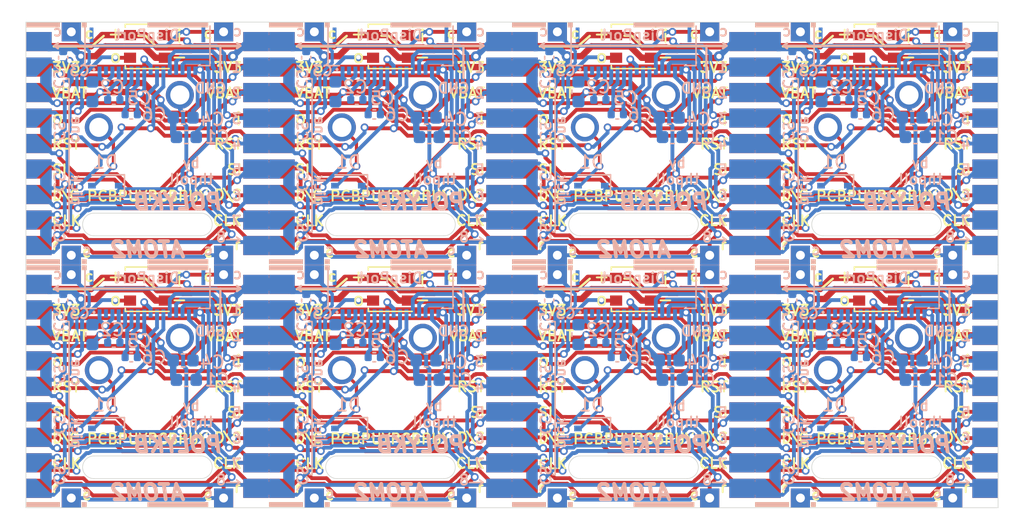
<source format=kicad_pcb>
(kicad_pcb (version 20171130) (host pcbnew "(5.1.9)-1")
  (layers (0 F.Cu signal) (31 B.Cu signal) (34 B.Paste user) (35 F.Paste user) (36 B.SilkS user) (37 F.SilkS user) (38 B.Mask user) (39 F.Mask user) (44 Edge.Cuts user))
  (net 0 "")
  (net 1 /Keyboard/sheet605ED2EB/GND)
  (net 2 /Keyboard/sheet605ED2EB/3V3)
  (net 3 /Keyboard/sheet605ED2EB/4V2)
  (net 4 "Net-(C4-Pad1)")
  (net 5 "Net-(C5-Pad2)")
  (net 6 "Net-(C5-Pad1)")
  (net 7 "Net-(C6-Pad2)")
  (net 8 "Net-(C6-Pad1)")
  (net 9 /Keyboard/sheet605ED2EB/CS)
  (net 10 /Keyboard/sheet605ED2EB/RESET)
  (net 11 /Keyboard/sheet605ED2EB/D-C)
  (net 12 /Keyboard/sheet605ED2EB/SCLK)
  (net 13 /Keyboard/sheet605ED2EB/SDIN)
  (net 14 /Keyboard/sheet605ED2EB/LED_DOUT)
  (net 15 /Keyboard/sheet605ED2EB/LED_DIN)
  (net 16 /Keyboard/sheet605ED2EB/5V)
  (net 17 "Net-(D1-Pad2)")
  (net 18 /Keyboard/sheet605ED2EB/KeyRow)
  (net 19 /Keyboard/sheet605ED2EB/KeyCol)
  (net 20 CS8)
  (net 21 CS7)
  (net 22 CS6)
  (net 23 CS5)
  (net 24 CS4)
  (net 25 CS3)
  (net 26 CS2)
  (net 27 CS1)
  (module poly_kb:AtomConnect2 (layer F.Cu) (at 153.6065 113.9825 270)
    (fp_text reference J3 hide)
    (fp_text value WestFront)
    (pad 9 smd rect (at 8 0 270) (size 1.5 2) (layers F.Cu F.Paste F.Mask))
    (pad 8 smd rect (at 6 0 270) (size 1.5 2) (layers F.Cu F.Paste F.Mask))
    (pad 7 smd rect (at 4 0 270) (size 1.5 2) (layers F.Cu F.Paste F.Mask))
    (pad 1 smd rect (at -8 0 270) (size 1.5 2) (layers F.Cu F.Paste F.Mask))
    (pad 6 smd rect (at 2 0 270) (size 1.5 2) (layers F.Cu F.Paste F.Mask))
    (pad 2 smd rect (at -6 0 270) (size 1.5 2) (layers F.Cu F.Paste F.Mask))
    (pad 3 smd rect (at -4 0 270) (size 1.5 2) (layers F.Cu F.Paste F.Mask))
    (pad 4 smd rect (at -2 0 270) (size 1.5 2) (layers F.Cu F.Paste F.Mask))
    (pad 5 smd rect (at 0 0 270) (size 1.5 2) (layers F.Cu F.Paste F.Mask))
  )
  (module poly_kb:TestPoin_1.5x1.5mm_Drill0.7mm (layer F.Cu) (at 129.9845 105.2195)
    (fp_text reference J2 hide)
    (fp_text value North)
    (pad 1 thru_hole rect (at 0 0) (size 1.5 1.5) (drill 0.7) (layers *.Cu *.Mask))
  )
  (module poly_kb:AtomConnect2 (layer B.Cu) (at 151.5745 113.9825 270)
    (fp_text reference J6 hide)
    (fp_text value EastBack)
    (pad 9 smd rect (at 8 0 270) (size 1.5 2) (layers B.Cu B.Paste B.Mask))
    (pad 8 smd rect (at 6 0 270) (size 1.5 2) (layers B.Cu B.Paste B.Mask))
    (pad 7 smd rect (at 4 0 270) (size 1.5 2) (layers B.Cu B.Paste B.Mask))
    (pad 1 smd rect (at -8 0 270) (size 1.5 2) (layers B.Cu B.Paste B.Mask))
    (pad 6 smd rect (at 2 0 270) (size 1.5 2) (layers B.Cu B.Paste B.Mask))
    (pad 2 smd rect (at -6 0 270) (size 1.5 2) (layers B.Cu B.Paste B.Mask))
    (pad 3 smd rect (at -4 0 270) (size 1.5 2) (layers B.Cu B.Paste B.Mask))
    (pad 4 smd rect (at -2 0 270) (size 1.5 2) (layers B.Cu B.Paste B.Mask))
    (pad 5 smd rect (at 0 0 270) (size 1.5 2) (layers B.Cu B.Paste B.Mask))
  )
  (module poly_kb:AtomConnect2 (layer B.Cu) (at 170.6245 113.9825 270)
    (fp_text reference J6 hide)
    (fp_text value EastBack)
    (pad 9 smd rect (at 8 0 270) (size 1.5 2) (layers B.Cu B.Paste B.Mask))
    (pad 8 smd rect (at 6 0 270) (size 1.5 2) (layers B.Cu B.Paste B.Mask))
    (pad 7 smd rect (at 4 0 270) (size 1.5 2) (layers B.Cu B.Paste B.Mask))
    (pad 1 smd rect (at -8 0 270) (size 1.5 2) (layers B.Cu B.Paste B.Mask))
    (pad 6 smd rect (at 2 0 270) (size 1.5 2) (layers B.Cu B.Paste B.Mask))
    (pad 2 smd rect (at -6 0 270) (size 1.5 2) (layers B.Cu B.Paste B.Mask))
    (pad 3 smd rect (at -4 0 270) (size 1.5 2) (layers B.Cu B.Paste B.Mask))
    (pad 4 smd rect (at -2 0 270) (size 1.5 2) (layers B.Cu B.Paste B.Mask))
    (pad 5 smd rect (at 0 0 270) (size 1.5 2) (layers B.Cu B.Paste B.Mask))
  )
  (module poly_kb:FPC_16_JUSHUO_AFC05_S16FIA_00 (layer B.Cu) (at 162.1155 108.2675)
    (fp_text reference J1 hide)
    (fp_text value Conn_01x16)
    (pad 0 smd rect (at 4.385 -2.81) (size 0.3 1.15) (layers B.Cu B.Paste B.Mask))
    (pad 0 smd rect (at -4.385 -2.81) (size 0.3 1.15) (layers B.Cu B.Paste B.Mask))
    (pad 16 smd rect (at 3.75 0) (size 0.3 0.65) (layers B.Cu B.Paste B.Mask))
    (pad 15 smd rect (at 3.25 0) (size 0.3 0.65) (layers B.Cu B.Paste B.Mask))
    (pad 14 smd rect (at 2.75 0) (size 0.3 0.65) (layers B.Cu B.Paste B.Mask))
    (pad 13 smd rect (at 2.25 0) (size 0.3 0.65) (layers B.Cu B.Paste B.Mask))
    (pad 12 smd rect (at 1.75 0) (size 0.3 0.65) (layers B.Cu B.Paste B.Mask))
    (pad 11 smd rect (at 1.25 0) (size 0.3 0.65) (layers B.Cu B.Paste B.Mask))
    (pad 10 smd rect (at 0.75 0) (size 0.3 0.65) (layers B.Cu B.Paste B.Mask))
    (pad 9 smd rect (at 0.25 0) (size 0.3 0.65) (layers B.Cu B.Paste B.Mask))
    (pad 8 smd rect (at -0.25 0) (size 0.3 0.65) (layers B.Cu B.Paste B.Mask))
    (pad 7 smd rect (at -0.75 0) (size 0.3 0.65) (layers B.Cu B.Paste B.Mask))
    (pad 6 smd rect (at -1.25 0) (size 0.3 0.65) (layers B.Cu B.Paste B.Mask))
    (pad 5 smd rect (at -1.75 0) (size 0.3 0.65) (layers B.Cu B.Paste B.Mask))
    (pad 4 smd rect (at -2.25 0) (size 0.3 0.65) (layers B.Cu B.Paste B.Mask))
    (pad 3 smd rect (at -2.75 0) (size 0.3 0.65) (layers B.Cu B.Paste B.Mask))
    (pad 2 smd rect (at -3.25 0) (size 0.3 0.65) (layers B.Cu B.Paste B.Mask))
    (pad 1 smd rect (at -3.75 0) (size 0.3 0.65) (layers B.Cu B.Paste B.Mask))
  )
  (module poly_kb:WS2812B-Mini (layer F.Cu) (at 143.0655 106.3625)
    (fp_text reference LED1 hide)
    (fp_text value WS2812B-Mini)
    (fp_text user i (at 2.5 -0.8) (layer F.SilkS))
    (fp_text user o (at -2.5 0.8) (layer F.SilkS))
    (fp_text user - (at 2.5 0.8) (layer F.SilkS))
    (fp_text user + (at -2.5 -1) (layer F.SilkS))
    (pad 4 smd rect (at 1.365 -0.89 90) (size 0.8 0.95) (layers F.Cu F.Paste F.Mask))
    (pad 1 smd rect (at -1.365 -0.89 90) (size 0.8 0.95) (layers F.Cu F.Paste F.Mask))
    (pad 3 smd rect (at 1.365 0.89 90) (size 0.8 0.95) (layers F.Cu F.Paste F.Mask))
    (pad 2 smd rect (at -1.365 0.89 90) (size 0.8 0.95) (layers F.Cu F.Paste F.Mask))
  )
  (module Capacitor_SMD:C_0603_1608Metric (layer B.Cu) (at 119.6975 109.9185 90)
    (fp_text reference C2 (at 0.381 1.5494 180) (layer B.SilkS) (effects (justify mirror)))
    (fp_text value 2.2uF)
    (pad 2 smd roundrect (at 0.775 0 90) (size 0.9 0.95) (layers B.Cu B.Paste B.Mask))
    (pad 1 smd roundrect (at -0.775 0 90) (size 0.9 0.95) (layers B.Cu B.Paste B.Mask))
  )
  (module Capacitor_SMD:C_0402_1005Metric (layer B.Cu) (at 155.5115 107.2515 90)
    (fp_text reference C3 (at -1.016 1.27 180) (layer B.SilkS) (effects (font (size 0.8 0.8) (thickness 0.153)) (justify mirror)))
    (fp_text value 1uF)
    (pad 2 smd roundrect (at 0.48 0 90) (size 0.56 0.62) (layers B.Cu B.Paste B.Mask))
    (pad 1 smd roundrect (at -0.48 0 90) (size 0.56 0.62) (layers B.Cu B.Paste B.Mask))
  )
  (module poly_kb:SW_Cherry_MX_1.00u_PCB_NoSilk (layer F.Cu) (at 145.6055 110.1725)
    (fp_text reference SW1 hide)
    (fp_text value SW_Push)
    (pad 1 thru_hole circle (at 0 0) (size 2.2 2.2) (drill 1.5) (layers *.Cu *.Mask))
    (pad 2 thru_hole circle (at -6.35 2.54) (size 2.2 2.2) (drill 1.5) (layers *.Cu *.Mask))
    (pad "" np_thru_hole circle (at -2.54 5.08) (size 4 4) (drill 4) (layers *.Cu *.Mask))
    (pad "" np_thru_hole circle (at -7.62 5.08) (size 1.7 1.7) (drill 1.7) (layers *.Cu *.Mask))
    (pad "" np_thru_hole circle (at 2.54 5.08) (size 1.7 1.7) (drill 1.7) (layers *.Cu *.Mask))
  )
  (module poly_kb:FPC_16_JUSHUO_AFC05_S16FIA_00 (layer B.Cu) (at 143.0655 108.2675)
    (fp_text reference J1 hide)
    (fp_text value Conn_01x16)
    (pad 0 smd rect (at 4.385 -2.81) (size 0.3 1.15) (layers B.Cu B.Paste B.Mask))
    (pad 0 smd rect (at -4.385 -2.81) (size 0.3 1.15) (layers B.Cu B.Paste B.Mask))
    (pad 16 smd rect (at 3.75 0) (size 0.3 0.65) (layers B.Cu B.Paste B.Mask))
    (pad 15 smd rect (at 3.25 0) (size 0.3 0.65) (layers B.Cu B.Paste B.Mask))
    (pad 14 smd rect (at 2.75 0) (size 0.3 0.65) (layers B.Cu B.Paste B.Mask))
    (pad 13 smd rect (at 2.25 0) (size 0.3 0.65) (layers B.Cu B.Paste B.Mask))
    (pad 12 smd rect (at 1.75 0) (size 0.3 0.65) (layers B.Cu B.Paste B.Mask))
    (pad 11 smd rect (at 1.25 0) (size 0.3 0.65) (layers B.Cu B.Paste B.Mask))
    (pad 10 smd rect (at 0.75 0) (size 0.3 0.65) (layers B.Cu B.Paste B.Mask))
    (pad 9 smd rect (at 0.25 0) (size 0.3 0.65) (layers B.Cu B.Paste B.Mask))
    (pad 8 smd rect (at -0.25 0) (size 0.3 0.65) (layers B.Cu B.Paste B.Mask))
    (pad 7 smd rect (at -0.75 0) (size 0.3 0.65) (layers B.Cu B.Paste B.Mask))
    (pad 6 smd rect (at -1.25 0) (size 0.3 0.65) (layers B.Cu B.Paste B.Mask))
    (pad 5 smd rect (at -1.75 0) (size 0.3 0.65) (layers B.Cu B.Paste B.Mask))
    (pad 4 smd rect (at -2.25 0) (size 0.3 0.65) (layers B.Cu B.Paste B.Mask))
    (pad 3 smd rect (at -2.75 0) (size 0.3 0.65) (layers B.Cu B.Paste B.Mask))
    (pad 2 smd rect (at -3.25 0) (size 0.3 0.65) (layers B.Cu B.Paste B.Mask))
    (pad 1 smd rect (at -3.75 0) (size 0.3 0.65) (layers B.Cu B.Paste B.Mask))
  )
  (module poly_kb:AtomConnectCS (layer B.Cu) (at 115.5065 113.9825 270)
    (fp_text reference J5 hide)
    (fp_text value WestBack)
    (pad 10 smd custom (at 6.5 -0.75 270) (size 0.5 0.5) (layers B.Cu B.Paste B.Mask) (options (clearance outline) (anchor circle)) (primitives (gr_poly (pts (xy 0.75 0.65) (xy 1.65 -0.25) (xy 0.75 -0.25)) (width 0)) (gr_poly (pts (xy 0.25 0.65) (xy -0.65 -0.25) (xy 0.25 -0.25)) (width 0)) (gr_poly (pts (xy 0.75 -0.25) (xy 0.25 -0.25) (xy 0.25 0.65) (xy 0.75 0.65)) (width 0))))
    (pad 10 smd custom (at 2.5 -0.75 270) (size 0.5 0.5) (layers B.Cu B.Paste B.Mask) (options (clearance outline) (anchor circle)) (primitives (gr_poly (pts (xy 0.75 0.65) (xy 1.65 -0.25) (xy 0.75 -0.25)) (width 0)) (gr_poly (pts (xy 0.25 0.65) (xy -0.65 -0.25) (xy 0.25 -0.25)) (width 0)) (gr_poly (pts (xy 0.75 -0.25) (xy 0.25 -0.25) (xy 0.25 0.65) (xy 0.75 0.65)) (width 0))))
    (pad 10 smd custom (at -1.5 -0.75 270) (size 0.5 0.5) (layers B.Cu B.Paste B.Mask) (options (clearance outline) (anchor circle)) (primitives (gr_poly (pts (xy 0.75 0.65) (xy 1.65 -0.25) (xy 0.75 -0.25)) (width 0)) (gr_poly (pts (xy 0.25 0.65) (xy -0.65 -0.25) (xy 0.25 -0.25)) (width 0)) (gr_poly (pts (xy 0.75 -0.25) (xy 0.25 -0.25) (xy 0.25 0.65) (xy 0.75 0.65)) (width 0))))
    (pad 10 smd custom (at -5.5 -0.75 270) (size 0.5 0.5) (layers B.Cu B.Paste B.Mask) (options (clearance outline) (anchor circle)) (primitives (gr_poly (pts (xy 0.75 0.65) (xy 1.65 -0.25) (xy 0.75 -0.25)) (width 0)) (gr_poly (pts (xy 0.25 0.65) (xy -0.65 -0.25) (xy 0.25 -0.25)) (width 0)) (gr_poly (pts (xy 0.75 -0.25) (xy 0.25 -0.25) (xy 0.25 0.65) (xy 0.75 0.65)) (width 0))))
    (pad 9 smd custom (at 8 0.5 90) (size 1 1) (layers B.Cu B.Paste B.Mask) (options (clearance outline) (anchor rect)) (primitives (gr_poly (pts (xy 0.75 0.3) (xy 0.75 -0.5) (xy -0.75 -0.5) (xy -0.75 1.5) (xy -0.45 1.5)) (width 0))))
    (pad 8 smd custom (at 6 0.5 90) (size 1 1) (layers B.Cu B.Paste B.Mask) (options (clearance outline) (anchor rect)) (primitives (gr_poly (pts (xy -0.75 0.3) (xy -0.75 -0.5) (xy 0.75 -0.5) (xy 0.75 1.5) (xy 0.45 1.5)) (width 0))))
    (pad 7 smd custom (at 4 0.5 90) (size 1 1) (layers B.Cu B.Paste B.Mask) (options (clearance outline) (anchor rect)) (primitives (gr_poly (pts (xy 0.75 0.3) (xy 0.75 -0.5) (xy -0.75 -0.5) (xy -0.75 1.5) (xy -0.45 1.5)) (width 0))))
    (pad 6 smd custom (at 2 0.5 90) (size 1 1) (layers B.Cu B.Paste B.Mask) (options (clearance outline) (anchor rect)) (primitives (gr_poly (pts (xy -0.75 0.3) (xy -0.75 -0.5) (xy 0.75 -0.5) (xy 0.75 1.5) (xy 0.45 1.5)) (width 0))))
    (pad 5 smd custom (at 0 0.5 90) (size 1 1) (layers B.Cu B.Paste B.Mask) (options (clearance outline) (anchor rect)) (primitives (gr_poly (pts (xy 0.75 0.3) (xy 0.75 -0.5) (xy -0.75 -0.5) (xy -0.75 1.5) (xy -0.45 1.5)) (width 0))))
    (pad 4 smd custom (at -2 0.5 90) (size 1 1) (layers B.Cu B.Paste B.Mask) (options (clearance outline) (anchor rect)) (primitives (gr_poly (pts (xy -0.75 0.3) (xy -0.75 -0.5) (xy 0.75 -0.5) (xy 0.75 1.5) (xy 0.45 1.5)) (width 0))))
    (pad 3 smd custom (at -4 0.5 90) (size 1 1) (layers B.Cu B.Paste B.Mask) (options (clearance outline) (anchor rect)) (primitives (gr_poly (pts (xy 0.75 0.3) (xy 0.75 -0.5) (xy -0.75 -0.5) (xy -0.75 1.5) (xy -0.45 1.5)) (width 0))))
    (pad 2 smd custom (at -6 0.5 90) (size 1 1) (layers B.Cu B.Paste B.Mask) (options (clearance outline) (anchor rect)) (primitives (gr_poly (pts (xy -0.75 0.3) (xy -0.75 -0.5) (xy 0.75 -0.5) (xy 0.75 1.5) (xy 0.45 1.5)) (width 0))))
    (pad 1 smd rect (at -8 0 270) (size 1.5 2) (layers B.Cu B.Paste B.Mask))
  )
  (module Capacitor_SMD:C_0603_1608Metric (layer B.Cu) (at 157.7975 109.9185 90)
    (fp_text reference C2 (at 0.381 1.5494 180) (layer B.SilkS) (effects (justify mirror)))
    (fp_text value 2.2uF)
    (pad 2 smd roundrect (at 0.775 0 90) (size 0.9 0.95) (layers B.Cu B.Paste B.Mask))
    (pad 1 smd roundrect (at -0.775 0 90) (size 0.9 0.95) (layers B.Cu B.Paste B.Mask))
  )
  (module Capacitor_SMD:C_0603_1608Metric (layer B.Cu) (at 165.1635 113.4745 180)
    (fp_text reference C1 (at -2.413 0) (layer B.SilkS) (effects (justify mirror)))
    (fp_text value 2.2uF)
    (pad 2 smd roundrect (at 0.775 0 180) (size 0.9 0.95) (layers B.Cu B.Paste B.Mask))
    (pad 1 smd roundrect (at -0.775 0 180) (size 0.9 0.95) (layers B.Cu B.Paste B.Mask))
  )
  (module poly_kb:AtomConnect2 (layer B.Cu) (at 132.5245 113.9825 270)
    (fp_text reference J6 hide)
    (fp_text value EastBack)
    (pad 9 smd rect (at 8 0 270) (size 1.5 2) (layers B.Cu B.Paste B.Mask))
    (pad 8 smd rect (at 6 0 270) (size 1.5 2) (layers B.Cu B.Paste B.Mask))
    (pad 7 smd rect (at 4 0 270) (size 1.5 2) (layers B.Cu B.Paste B.Mask))
    (pad 1 smd rect (at -8 0 270) (size 1.5 2) (layers B.Cu B.Paste B.Mask))
    (pad 6 smd rect (at 2 0 270) (size 1.5 2) (layers B.Cu B.Paste B.Mask))
    (pad 2 smd rect (at -6 0 270) (size 1.5 2) (layers B.Cu B.Paste B.Mask))
    (pad 3 smd rect (at -4 0 270) (size 1.5 2) (layers B.Cu B.Paste B.Mask))
    (pad 4 smd rect (at -2 0 270) (size 1.5 2) (layers B.Cu B.Paste B.Mask))
    (pad 5 smd rect (at 0 0 270) (size 1.5 2) (layers B.Cu B.Paste B.Mask))
  )
  (module poly_kb:TestPoin_1.5x1.5mm_Drill0.7mm (layer F.Cu) (at 149.0345 105.2195)
    (fp_text reference J2 hide)
    (fp_text value North)
    (pad 1 thru_hole rect (at 0 0) (size 1.5 1.5) (drill 0.7) (layers *.Cu *.Mask))
  )
  (module poly_kb:TestPoin_1.5x1.5mm_Drill0.7mm (layer F.Cu) (at 168.0845 105.2195)
    (fp_text reference J2 hide)
    (fp_text value North)
    (pad 1 thru_hole rect (at 0 0) (size 1.5 1.5) (drill 0.7) (layers *.Cu *.Mask))
  )
  (module poly_kb:AtomConnect2 (layer F.Cu) (at 151.5745 113.9825 270)
    (fp_text reference J4 hide)
    (fp_text value EastFront)
    (pad 9 smd rect (at 8 0 270) (size 1.5 2) (layers F.Cu F.Paste F.Mask))
    (pad 8 smd rect (at 6 0 270) (size 1.5 2) (layers F.Cu F.Paste F.Mask))
    (pad 7 smd rect (at 4 0 270) (size 1.5 2) (layers F.Cu F.Paste F.Mask))
    (pad 1 smd rect (at -8 0 270) (size 1.5 2) (layers F.Cu F.Paste F.Mask))
    (pad 6 smd rect (at 2 0 270) (size 1.5 2) (layers F.Cu F.Paste F.Mask))
    (pad 2 smd rect (at -6 0 270) (size 1.5 2) (layers F.Cu F.Paste F.Mask))
    (pad 3 smd rect (at -4 0 270) (size 1.5 2) (layers F.Cu F.Paste F.Mask))
    (pad 4 smd rect (at -2 0 270) (size 1.5 2) (layers F.Cu F.Paste F.Mask))
    (pad 5 smd rect (at 0 0 270) (size 1.5 2) (layers F.Cu F.Paste F.Mask))
  )
  (module Capacitor_SMD:C_0603_1608Metric (layer B.Cu) (at 145.8595 111.9505 180)
    (fp_text reference C4 (at -2.286 -0.127) (layer B.SilkS) (effects (justify mirror)))
    (fp_text value 4.7uF)
    (pad 2 smd roundrect (at 0.775 0 180) (size 0.9 0.95) (layers B.Cu B.Paste B.Mask))
    (pad 1 smd roundrect (at -0.775 0 180) (size 0.9 0.95) (layers B.Cu B.Paste B.Mask))
  )
  (module poly_kb:SW_Cherry_MX_1.00u_PCB_NoSilk (layer F.Cu) (at 126.5555 110.1725)
    (fp_text reference SW1 hide)
    (fp_text value SW_Push)
    (pad 1 thru_hole circle (at 0 0) (size 2.2 2.2) (drill 1.5) (layers *.Cu *.Mask))
    (pad 2 thru_hole circle (at -6.35 2.54) (size 2.2 2.2) (drill 1.5) (layers *.Cu *.Mask))
    (pad "" np_thru_hole circle (at -2.54 5.08) (size 4 4) (drill 4) (layers *.Cu *.Mask))
    (pad "" np_thru_hole circle (at -7.62 5.08) (size 1.7 1.7) (drill 1.7) (layers *.Cu *.Mask))
    (pad "" np_thru_hole circle (at 2.54 5.08) (size 1.7 1.7) (drill 1.7) (layers *.Cu *.Mask))
  )
  (module Capacitor_SMD:C_0402_1005Metric (layer B.Cu) (at 117.4115 107.2515 90)
    (fp_text reference C3 (at -1.016 1.27 180) (layer B.SilkS) (effects (font (size 0.8 0.8) (thickness 0.153)) (justify mirror)))
    (fp_text value 1uF)
    (pad 2 smd roundrect (at 0.48 0 90) (size 0.56 0.62) (layers B.Cu B.Paste B.Mask))
    (pad 1 smd roundrect (at -0.48 0 90) (size 0.56 0.62) (layers B.Cu B.Paste B.Mask))
  )
  (module Capacitor_SMD:C_0402_1005Metric (layer B.Cu) (at 159.4765 110.5535)
    (fp_text reference C5 (at 2.004 -0.127) (layer B.SilkS) (effects (justify mirror)))
    (fp_text value 1uF)
    (pad 2 smd roundrect (at 0.48 0) (size 0.56 0.62) (layers B.Cu B.Paste B.Mask))
    (pad 1 smd roundrect (at -0.48 0) (size 0.56 0.62) (layers B.Cu B.Paste B.Mask))
  )
  (module poly_kb:AtomConnect2 (layer F.Cu) (at 170.6245 113.9825 270)
    (fp_text reference J4 hide)
    (fp_text value EastFront)
    (pad 9 smd rect (at 8 0 270) (size 1.5 2) (layers F.Cu F.Paste F.Mask))
    (pad 8 smd rect (at 6 0 270) (size 1.5 2) (layers F.Cu F.Paste F.Mask))
    (pad 7 smd rect (at 4 0 270) (size 1.5 2) (layers F.Cu F.Paste F.Mask))
    (pad 1 smd rect (at -8 0 270) (size 1.5 2) (layers F.Cu F.Paste F.Mask))
    (pad 6 smd rect (at 2 0 270) (size 1.5 2) (layers F.Cu F.Paste F.Mask))
    (pad 2 smd rect (at -6 0 270) (size 1.5 2) (layers F.Cu F.Paste F.Mask))
    (pad 3 smd rect (at -4 0 270) (size 1.5 2) (layers F.Cu F.Paste F.Mask))
    (pad 4 smd rect (at -2 0 270) (size 1.5 2) (layers F.Cu F.Paste F.Mask))
    (pad 5 smd rect (at 0 0 270) (size 1.5 2) (layers F.Cu F.Paste F.Mask))
  )
  (module Capacitor_SMD:C_0402_1005Metric (layer B.Cu) (at 136.4615 107.2515 90)
    (fp_text reference C3 (at -1.016 1.27 180) (layer B.SilkS) (effects (font (size 0.8 0.8) (thickness 0.153)) (justify mirror)))
    (fp_text value 1uF)
    (pad 2 smd roundrect (at 0.48 0 90) (size 0.56 0.62) (layers B.Cu B.Paste B.Mask))
    (pad 1 smd roundrect (at -0.48 0 90) (size 0.56 0.62) (layers B.Cu B.Paste B.Mask))
  )
  (module Capacitor_SMD:C_0603_1608Metric (layer B.Cu) (at 126.8095 111.9505 180)
    (fp_text reference C4 (at -2.286 -0.127) (layer B.SilkS) (effects (justify mirror)))
    (fp_text value 4.7uF)
    (pad 2 smd roundrect (at 0.775 0 180) (size 0.9 0.95) (layers B.Cu B.Paste B.Mask))
    (pad 1 smd roundrect (at -0.775 0 180) (size 0.9 0.95) (layers B.Cu B.Paste B.Mask))
  )
  (module poly_kb:FPC_16_JUSHUO_AFC05_S16FIA_00 (layer B.Cu) (at 124.0155 108.2675)
    (fp_text reference J1 hide)
    (fp_text value Conn_01x16)
    (pad 0 smd rect (at 4.385 -2.81) (size 0.3 1.15) (layers B.Cu B.Paste B.Mask))
    (pad 0 smd rect (at -4.385 -2.81) (size 0.3 1.15) (layers B.Cu B.Paste B.Mask))
    (pad 16 smd rect (at 3.75 0) (size 0.3 0.65) (layers B.Cu B.Paste B.Mask))
    (pad 15 smd rect (at 3.25 0) (size 0.3 0.65) (layers B.Cu B.Paste B.Mask))
    (pad 14 smd rect (at 2.75 0) (size 0.3 0.65) (layers B.Cu B.Paste B.Mask))
    (pad 13 smd rect (at 2.25 0) (size 0.3 0.65) (layers B.Cu B.Paste B.Mask))
    (pad 12 smd rect (at 1.75 0) (size 0.3 0.65) (layers B.Cu B.Paste B.Mask))
    (pad 11 smd rect (at 1.25 0) (size 0.3 0.65) (layers B.Cu B.Paste B.Mask))
    (pad 10 smd rect (at 0.75 0) (size 0.3 0.65) (layers B.Cu B.Paste B.Mask))
    (pad 9 smd rect (at 0.25 0) (size 0.3 0.65) (layers B.Cu B.Paste B.Mask))
    (pad 8 smd rect (at -0.25 0) (size 0.3 0.65) (layers B.Cu B.Paste B.Mask))
    (pad 7 smd rect (at -0.75 0) (size 0.3 0.65) (layers B.Cu B.Paste B.Mask))
    (pad 6 smd rect (at -1.25 0) (size 0.3 0.65) (layers B.Cu B.Paste B.Mask))
    (pad 5 smd rect (at -1.75 0) (size 0.3 0.65) (layers B.Cu B.Paste B.Mask))
    (pad 4 smd rect (at -2.25 0) (size 0.3 0.65) (layers B.Cu B.Paste B.Mask))
    (pad 3 smd rect (at -2.75 0) (size 0.3 0.65) (layers B.Cu B.Paste B.Mask))
    (pad 2 smd rect (at -3.25 0) (size 0.3 0.65) (layers B.Cu B.Paste B.Mask))
    (pad 1 smd rect (at -3.75 0) (size 0.3 0.65) (layers B.Cu B.Paste B.Mask))
  )
  (module Capacitor_SMD:C_0402_1005Metric (layer B.Cu) (at 121.3765 110.5535)
    (fp_text reference C5 (at 2.004 -0.127) (layer B.SilkS) (effects (justify mirror)))
    (fp_text value 1uF)
    (pad 2 smd roundrect (at 0.48 0) (size 0.56 0.62) (layers B.Cu B.Paste B.Mask))
    (pad 1 smd roundrect (at -0.48 0) (size 0.56 0.62) (layers B.Cu B.Paste B.Mask))
  )
  (module Capacitor_SMD:C_0402_1005Metric (layer B.Cu) (at 141.7955 111.6965)
    (fp_text reference C6 (at 1.778 0) (layer B.SilkS) (effects (justify mirror)))
    (fp_text value 1uF)
    (pad 2 smd roundrect (at 0.48 0) (size 0.56 0.62) (layers B.Cu B.Paste B.Mask))
    (pad 1 smd roundrect (at -0.48 0) (size 0.56 0.62) (layers B.Cu B.Paste B.Mask))
  )
  (module Capacitor_SMD:C_0603_1608Metric (layer B.Cu) (at 164.9095 111.9505 180)
    (fp_text reference C4 (at -2.286 -0.127) (layer B.SilkS) (effects (justify mirror)))
    (fp_text value 4.7uF)
    (pad 2 smd roundrect (at 0.775 0 180) (size 0.9 0.95) (layers B.Cu B.Paste B.Mask))
    (pad 1 smd roundrect (at -0.775 0 180) (size 0.9 0.95) (layers B.Cu B.Paste B.Mask))
  )
  (module Capacitor_SMD:C_0402_1005Metric (layer B.Cu) (at 140.4265 110.5535)
    (fp_text reference C5 (at 2.004 -0.127) (layer B.SilkS) (effects (justify mirror)))
    (fp_text value 1uF)
    (pad 2 smd roundrect (at 0.48 0) (size 0.56 0.62) (layers B.Cu B.Paste B.Mask))
    (pad 1 smd roundrect (at -0.48 0) (size 0.56 0.62) (layers B.Cu B.Paste B.Mask))
  )
  (module poly_kb:WS2812B-Mini (layer F.Cu) (at 124.0155 106.3625)
    (fp_text reference LED1 hide)
    (fp_text value WS2812B-Mini)
    (fp_text user i (at 2.5 -0.8) (layer F.SilkS))
    (fp_text user o (at -2.5 0.8) (layer F.SilkS))
    (fp_text user - (at 2.5 0.8) (layer F.SilkS))
    (fp_text user + (at -2.5 -1) (layer F.SilkS))
    (pad 4 smd rect (at 1.365 -0.89 90) (size 0.8 0.95) (layers F.Cu F.Paste F.Mask))
    (pad 1 smd rect (at -1.365 -0.89 90) (size 0.8 0.95) (layers F.Cu F.Paste F.Mask))
    (pad 3 smd rect (at 1.365 0.89 90) (size 0.8 0.95) (layers F.Cu F.Paste F.Mask))
    (pad 2 smd rect (at -1.365 0.89 90) (size 0.8 0.95) (layers F.Cu F.Paste F.Mask))
  )
  (module poly_kb:AtomConnectCS (layer B.Cu) (at 134.5565 113.9825 270)
    (fp_text reference J5 hide)
    (fp_text value WestBack)
    (pad 10 smd custom (at 6.5 -0.75 270) (size 0.5 0.5) (layers B.Cu B.Paste B.Mask) (options (clearance outline) (anchor circle)) (primitives (gr_poly (pts (xy 0.75 0.65) (xy 1.65 -0.25) (xy 0.75 -0.25)) (width 0)) (gr_poly (pts (xy 0.25 0.65) (xy -0.65 -0.25) (xy 0.25 -0.25)) (width 0)) (gr_poly (pts (xy 0.75 -0.25) (xy 0.25 -0.25) (xy 0.25 0.65) (xy 0.75 0.65)) (width 0))))
    (pad 10 smd custom (at 2.5 -0.75 270) (size 0.5 0.5) (layers B.Cu B.Paste B.Mask) (options (clearance outline) (anchor circle)) (primitives (gr_poly (pts (xy 0.75 0.65) (xy 1.65 -0.25) (xy 0.75 -0.25)) (width 0)) (gr_poly (pts (xy 0.25 0.65) (xy -0.65 -0.25) (xy 0.25 -0.25)) (width 0)) (gr_poly (pts (xy 0.75 -0.25) (xy 0.25 -0.25) (xy 0.25 0.65) (xy 0.75 0.65)) (width 0))))
    (pad 10 smd custom (at -1.5 -0.75 270) (size 0.5 0.5) (layers B.Cu B.Paste B.Mask) (options (clearance outline) (anchor circle)) (primitives (gr_poly (pts (xy 0.75 0.65) (xy 1.65 -0.25) (xy 0.75 -0.25)) (width 0)) (gr_poly (pts (xy 0.25 0.65) (xy -0.65 -0.25) (xy 0.25 -0.25)) (width 0)) (gr_poly (pts (xy 0.75 -0.25) (xy 0.25 -0.25) (xy 0.25 0.65) (xy 0.75 0.65)) (width 0))))
    (pad 10 smd custom (at -5.5 -0.75 270) (size 0.5 0.5) (layers B.Cu B.Paste B.Mask) (options (clearance outline) (anchor circle)) (primitives (gr_poly (pts (xy 0.75 0.65) (xy 1.65 -0.25) (xy 0.75 -0.25)) (width 0)) (gr_poly (pts (xy 0.25 0.65) (xy -0.65 -0.25) (xy 0.25 -0.25)) (width 0)) (gr_poly (pts (xy 0.75 -0.25) (xy 0.25 -0.25) (xy 0.25 0.65) (xy 0.75 0.65)) (width 0))))
    (pad 9 smd custom (at 8 0.5 90) (size 1 1) (layers B.Cu B.Paste B.Mask) (options (clearance outline) (anchor rect)) (primitives (gr_poly (pts (xy 0.75 0.3) (xy 0.75 -0.5) (xy -0.75 -0.5) (xy -0.75 1.5) (xy -0.45 1.5)) (width 0))))
    (pad 8 smd custom (at 6 0.5 90) (size 1 1) (layers B.Cu B.Paste B.Mask) (options (clearance outline) (anchor rect)) (primitives (gr_poly (pts (xy -0.75 0.3) (xy -0.75 -0.5) (xy 0.75 -0.5) (xy 0.75 1.5) (xy 0.45 1.5)) (width 0))))
    (pad 7 smd custom (at 4 0.5 90) (size 1 1) (layers B.Cu B.Paste B.Mask) (options (clearance outline) (anchor rect)) (primitives (gr_poly (pts (xy 0.75 0.3) (xy 0.75 -0.5) (xy -0.75 -0.5) (xy -0.75 1.5) (xy -0.45 1.5)) (width 0))))
    (pad 6 smd custom (at 2 0.5 90) (size 1 1) (layers B.Cu B.Paste B.Mask) (options (clearance outline) (anchor rect)) (primitives (gr_poly (pts (xy -0.75 0.3) (xy -0.75 -0.5) (xy 0.75 -0.5) (xy 0.75 1.5) (xy 0.45 1.5)) (width 0))))
    (pad 5 smd custom (at 0 0.5 90) (size 1 1) (layers B.Cu B.Paste B.Mask) (options (clearance outline) (anchor rect)) (primitives (gr_poly (pts (xy 0.75 0.3) (xy 0.75 -0.5) (xy -0.75 -0.5) (xy -0.75 1.5) (xy -0.45 1.5)) (width 0))))
    (pad 4 smd custom (at -2 0.5 90) (size 1 1) (layers B.Cu B.Paste B.Mask) (options (clearance outline) (anchor rect)) (primitives (gr_poly (pts (xy -0.75 0.3) (xy -0.75 -0.5) (xy 0.75 -0.5) (xy 0.75 1.5) (xy 0.45 1.5)) (width 0))))
    (pad 3 smd custom (at -4 0.5 90) (size 1 1) (layers B.Cu B.Paste B.Mask) (options (clearance outline) (anchor rect)) (primitives (gr_poly (pts (xy 0.75 0.3) (xy 0.75 -0.5) (xy -0.75 -0.5) (xy -0.75 1.5) (xy -0.45 1.5)) (width 0))))
    (pad 2 smd custom (at -6 0.5 90) (size 1 1) (layers B.Cu B.Paste B.Mask) (options (clearance outline) (anchor rect)) (primitives (gr_poly (pts (xy -0.75 0.3) (xy -0.75 -0.5) (xy 0.75 -0.5) (xy 0.75 1.5) (xy 0.45 1.5)) (width 0))))
    (pad 1 smd rect (at -8 0 270) (size 1.5 2) (layers B.Cu B.Paste B.Mask))
  )
  (module poly_kb:AtomConnectCS (layer B.Cu) (at 153.6065 113.9825 270)
    (fp_text reference J5 hide)
    (fp_text value WestBack)
    (pad 10 smd custom (at 6.5 -0.75 270) (size 0.5 0.5) (layers B.Cu B.Paste B.Mask) (options (clearance outline) (anchor circle)) (primitives (gr_poly (pts (xy 0.75 0.65) (xy 1.65 -0.25) (xy 0.75 -0.25)) (width 0)) (gr_poly (pts (xy 0.25 0.65) (xy -0.65 -0.25) (xy 0.25 -0.25)) (width 0)) (gr_poly (pts (xy 0.75 -0.25) (xy 0.25 -0.25) (xy 0.25 0.65) (xy 0.75 0.65)) (width 0))))
    (pad 10 smd custom (at 2.5 -0.75 270) (size 0.5 0.5) (layers B.Cu B.Paste B.Mask) (options (clearance outline) (anchor circle)) (primitives (gr_poly (pts (xy 0.75 0.65) (xy 1.65 -0.25) (xy 0.75 -0.25)) (width 0)) (gr_poly (pts (xy 0.25 0.65) (xy -0.65 -0.25) (xy 0.25 -0.25)) (width 0)) (gr_poly (pts (xy 0.75 -0.25) (xy 0.25 -0.25) (xy 0.25 0.65) (xy 0.75 0.65)) (width 0))))
    (pad 10 smd custom (at -1.5 -0.75 270) (size 0.5 0.5) (layers B.Cu B.Paste B.Mask) (options (clearance outline) (anchor circle)) (primitives (gr_poly (pts (xy 0.75 0.65) (xy 1.65 -0.25) (xy 0.75 -0.25)) (width 0)) (gr_poly (pts (xy 0.25 0.65) (xy -0.65 -0.25) (xy 0.25 -0.25)) (width 0)) (gr_poly (pts (xy 0.75 -0.25) (xy 0.25 -0.25) (xy 0.25 0.65) (xy 0.75 0.65)) (width 0))))
    (pad 10 smd custom (at -5.5 -0.75 270) (size 0.5 0.5) (layers B.Cu B.Paste B.Mask) (options (clearance outline) (anchor circle)) (primitives (gr_poly (pts (xy 0.75 0.65) (xy 1.65 -0.25) (xy 0.75 -0.25)) (width 0)) (gr_poly (pts (xy 0.25 0.65) (xy -0.65 -0.25) (xy 0.25 -0.25)) (width 0)) (gr_poly (pts (xy 0.75 -0.25) (xy 0.25 -0.25) (xy 0.25 0.65) (xy 0.75 0.65)) (width 0))))
    (pad 9 smd custom (at 8 0.5 90) (size 1 1) (layers B.Cu B.Paste B.Mask) (options (clearance outline) (anchor rect)) (primitives (gr_poly (pts (xy 0.75 0.3) (xy 0.75 -0.5) (xy -0.75 -0.5) (xy -0.75 1.5) (xy -0.45 1.5)) (width 0))))
    (pad 8 smd custom (at 6 0.5 90) (size 1 1) (layers B.Cu B.Paste B.Mask) (options (clearance outline) (anchor rect)) (primitives (gr_poly (pts (xy -0.75 0.3) (xy -0.75 -0.5) (xy 0.75 -0.5) (xy 0.75 1.5) (xy 0.45 1.5)) (width 0))))
    (pad 7 smd custom (at 4 0.5 90) (size 1 1) (layers B.Cu B.Paste B.Mask) (options (clearance outline) (anchor rect)) (primitives (gr_poly (pts (xy 0.75 0.3) (xy 0.75 -0.5) (xy -0.75 -0.5) (xy -0.75 1.5) (xy -0.45 1.5)) (width 0))))
    (pad 6 smd custom (at 2 0.5 90) (size 1 1) (layers B.Cu B.Paste B.Mask) (options (clearance outline) (anchor rect)) (primitives (gr_poly (pts (xy -0.75 0.3) (xy -0.75 -0.5) (xy 0.75 -0.5) (xy 0.75 1.5) (xy 0.45 1.5)) (width 0))))
    (pad 5 smd custom (at 0 0.5 90) (size 1 1) (layers B.Cu B.Paste B.Mask) (options (clearance outline) (anchor rect)) (primitives (gr_poly (pts (xy 0.75 0.3) (xy 0.75 -0.5) (xy -0.75 -0.5) (xy -0.75 1.5) (xy -0.45 1.5)) (width 0))))
    (pad 4 smd custom (at -2 0.5 90) (size 1 1) (layers B.Cu B.Paste B.Mask) (options (clearance outline) (anchor rect)) (primitives (gr_poly (pts (xy -0.75 0.3) (xy -0.75 -0.5) (xy 0.75 -0.5) (xy 0.75 1.5) (xy 0.45 1.5)) (width 0))))
    (pad 3 smd custom (at -4 0.5 90) (size 1 1) (layers B.Cu B.Paste B.Mask) (options (clearance outline) (anchor rect)) (primitives (gr_poly (pts (xy 0.75 0.3) (xy 0.75 -0.5) (xy -0.75 -0.5) (xy -0.75 1.5) (xy -0.45 1.5)) (width 0))))
    (pad 2 smd custom (at -6 0.5 90) (size 1 1) (layers B.Cu B.Paste B.Mask) (options (clearance outline) (anchor rect)) (primitives (gr_poly (pts (xy -0.75 0.3) (xy -0.75 -0.5) (xy 0.75 -0.5) (xy 0.75 1.5) (xy 0.45 1.5)) (width 0))))
    (pad 1 smd rect (at -8 0 270) (size 1.5 2) (layers B.Cu B.Paste B.Mask))
  )
  (module Capacitor_SMD:C_0603_1608Metric (layer B.Cu) (at 138.7475 109.9185 90)
    (fp_text reference C2 (at 0.381 1.5494 180) (layer B.SilkS) (effects (justify mirror)))
    (fp_text value 2.2uF)
    (pad 2 smd roundrect (at 0.775 0 90) (size 0.9 0.95) (layers B.Cu B.Paste B.Mask))
    (pad 1 smd roundrect (at -0.775 0 90) (size 0.9 0.95) (layers B.Cu B.Paste B.Mask))
  )
  (module Capacitor_SMD:C_0402_1005Metric (layer B.Cu) (at 122.7455 111.6965)
    (fp_text reference C6 (at 1.778 0) (layer B.SilkS) (effects (justify mirror)))
    (fp_text value 1uF)
    (pad 2 smd roundrect (at 0.48 0) (size 0.56 0.62) (layers B.Cu B.Paste B.Mask))
    (pad 1 smd roundrect (at -0.48 0) (size 0.56 0.62) (layers B.Cu B.Paste B.Mask))
  )
  (module Capacitor_SMD:C_0402_1005Metric (layer B.Cu) (at 160.8455 111.6965)
    (fp_text reference C6 (at 1.778 0) (layer B.SilkS) (effects (justify mirror)))
    (fp_text value 1uF)
    (pad 2 smd roundrect (at 0.48 0) (size 0.56 0.62) (layers B.Cu B.Paste B.Mask))
    (pad 1 smd roundrect (at -0.48 0) (size 0.56 0.62) (layers B.Cu B.Paste B.Mask))
  )
  (module poly_kb:WS2812B-Mini (layer F.Cu) (at 162.1155 106.3625)
    (fp_text reference LED1 hide)
    (fp_text value WS2812B-Mini)
    (fp_text user i (at 2.5 -0.8) (layer F.SilkS))
    (fp_text user o (at -2.5 0.8) (layer F.SilkS))
    (fp_text user - (at 2.5 0.8) (layer F.SilkS))
    (fp_text user + (at -2.5 -1) (layer F.SilkS))
    (pad 4 smd rect (at 1.365 -0.89 90) (size 0.8 0.95) (layers F.Cu F.Paste F.Mask))
    (pad 1 smd rect (at -1.365 -0.89 90) (size 0.8 0.95) (layers F.Cu F.Paste F.Mask))
    (pad 3 smd rect (at 1.365 0.89 90) (size 0.8 0.95) (layers F.Cu F.Paste F.Mask))
    (pad 2 smd rect (at -1.365 0.89 90) (size 0.8 0.95) (layers F.Cu F.Paste F.Mask))
  )
  (module Capacitor_SMD:C_0603_1608Metric (layer B.Cu) (at 146.1135 113.4745 180)
    (fp_text reference C1 (at -2.413 0) (layer B.SilkS) (effects (justify mirror)))
    (fp_text value 2.2uF)
    (pad 2 smd roundrect (at 0.775 0 180) (size 0.9 0.95) (layers B.Cu B.Paste B.Mask))
    (pad 1 smd roundrect (at -0.775 0 180) (size 0.9 0.95) (layers B.Cu B.Paste B.Mask))
  )
  (module poly_kb:SW_Cherry_MX_1.00u_PCB_NoSilk (layer F.Cu) (at 164.6555 110.1725)
    (fp_text reference SW1 hide)
    (fp_text value SW_Push)
    (pad 1 thru_hole circle (at 0 0) (size 2.2 2.2) (drill 1.5) (layers *.Cu *.Mask))
    (pad 2 thru_hole circle (at -6.35 2.54) (size 2.2 2.2) (drill 1.5) (layers *.Cu *.Mask))
    (pad "" np_thru_hole circle (at -2.54 5.08) (size 4 4) (drill 4) (layers *.Cu *.Mask))
    (pad "" np_thru_hole circle (at -7.62 5.08) (size 1.7 1.7) (drill 1.7) (layers *.Cu *.Mask))
    (pad "" np_thru_hole circle (at 2.54 5.08) (size 1.7 1.7) (drill 1.7) (layers *.Cu *.Mask))
  )
  (module Capacitor_SMD:C_0603_1608Metric (layer B.Cu) (at 127.0635 113.4745 180)
    (fp_text reference C1 (at -2.413 0) (layer B.SilkS) (effects (justify mirror)))
    (fp_text value 2.2uF)
    (pad 2 smd roundrect (at 0.775 0 180) (size 0.9 0.95) (layers B.Cu B.Paste B.Mask))
    (pad 1 smd roundrect (at -0.775 0 180) (size 0.9 0.95) (layers B.Cu B.Paste B.Mask))
  )
  (module poly_kb:AtomConnect2 (layer F.Cu) (at 132.5245 113.9825 270)
    (fp_text reference J4 hide)
    (fp_text value EastFront)
    (pad 9 smd rect (at 8 0 270) (size 1.5 2) (layers F.Cu F.Paste F.Mask))
    (pad 8 smd rect (at 6 0 270) (size 1.5 2) (layers F.Cu F.Paste F.Mask))
    (pad 7 smd rect (at 4 0 270) (size 1.5 2) (layers F.Cu F.Paste F.Mask))
    (pad 1 smd rect (at -8 0 270) (size 1.5 2) (layers F.Cu F.Paste F.Mask))
    (pad 6 smd rect (at 2 0 270) (size 1.5 2) (layers F.Cu F.Paste F.Mask))
    (pad 2 smd rect (at -6 0 270) (size 1.5 2) (layers F.Cu F.Paste F.Mask))
    (pad 3 smd rect (at -4 0 270) (size 1.5 2) (layers F.Cu F.Paste F.Mask))
    (pad 4 smd rect (at -2 0 270) (size 1.5 2) (layers F.Cu F.Paste F.Mask))
    (pad 5 smd rect (at 0 0 270) (size 1.5 2) (layers F.Cu F.Paste F.Mask))
  )
  (module poly_kb:SW_Cherry_MX_1.00u_PCB_NoSilk (layer F.Cu) (at 107.5055 110.1725)
    (fp_text reference SW1 hide)
    (fp_text value SW_Push)
    (pad "" np_thru_hole circle (at 2.54 5.08) (size 1.7 1.7) (drill 1.7) (layers *.Cu *.Mask))
    (pad "" np_thru_hole circle (at -7.62 5.08) (size 1.7 1.7) (drill 1.7) (layers *.Cu *.Mask))
    (pad "" np_thru_hole circle (at -2.54 5.08) (size 4 4) (drill 4) (layers *.Cu *.Mask))
    (pad 2 thru_hole circle (at -6.35 2.54) (size 2.2 2.2) (drill 1.5) (layers *.Cu *.Mask))
    (pad 1 thru_hole circle (at 0 0) (size 2.2 2.2) (drill 1.5) (layers *.Cu *.Mask))
  )
  (module Capacitor_SMD:C_0603_1608Metric (layer B.Cu) (at 107.7595 111.9505 180)
    (fp_text reference C4 (at -2.286 -0.127) (layer B.SilkS) (effects (justify mirror)))
    (fp_text value 4.7uF)
    (pad 1 smd roundrect (at -0.775 0 180) (size 0.9 0.95) (layers B.Cu B.Paste B.Mask))
    (pad 2 smd roundrect (at 0.775 0 180) (size 0.9 0.95) (layers B.Cu B.Paste B.Mask))
  )
  (module Diode_SMD:D_SOD-323 (layer B.Cu) (at 139.7635 117.2845 180)
    (fp_text reference D1 (at 0 1.85) (layer B.SilkS) (effects (justify mirror)))
    (fp_text value D_Small)
    (pad 2 smd rect (at 1.05 0 180) (size 0.6 0.45) (layers B.Cu B.Paste B.Mask))
    (pad 1 smd rect (at -1.05 0 180) (size 0.6 0.45) (layers B.Cu B.Paste B.Mask))
  )
  (module Diode_SMD:D_SOD-323 (layer B.Cu) (at 158.8135 117.2845 180)
    (fp_text reference D1 (at 0 1.85) (layer B.SilkS) (effects (justify mirror)))
    (fp_text value D_Small)
    (pad 2 smd rect (at 1.05 0 180) (size 0.6 0.45) (layers B.Cu B.Paste B.Mask))
    (pad 1 smd rect (at -1.05 0 180) (size 0.6 0.45) (layers B.Cu B.Paste B.Mask))
  )
  (module Capacitor_SMD:C_0603_1608Metric (layer B.Cu) (at 108.0135 113.4745 180)
    (fp_text reference C1 (at -2.413 0) (layer B.SilkS) (effects (justify mirror)))
    (fp_text value 2.2uF)
    (pad 1 smd roundrect (at -0.775 0 180) (size 0.9 0.95) (layers B.Cu B.Paste B.Mask))
    (pad 2 smd roundrect (at 0.775 0 180) (size 0.9 0.95) (layers B.Cu B.Paste B.Mask))
  )
  (module poly_kb:TestPoin_1.5x1.5mm_Drill0.7mm (layer F.Cu) (at 149.0345 122.7455)
    (fp_text reference J9 hide)
    (fp_text value South2)
    (pad 1 thru_hole rect (at 0 0) (size 1.5 1.5) (drill 0.7) (layers *.Cu *.Mask))
  )
  (module poly_kb:TestPoin_1.5x1.5mm_Drill0.7mm (layer F.Cu) (at 98.9965 122.7455)
    (fp_text reference J7 hide)
    (fp_text value South)
    (pad 1 thru_hole rect (at 0 0) (size 1.5 1.5) (drill 0.7) (layers *.Cu *.Mask))
  )
  (module poly_kb:TestPoin_1.5x1.5mm_Drill0.7mm (layer F.Cu) (at 110.9345 122.7455)
    (fp_text reference J9 hide)
    (fp_text value South2)
    (pad 1 thru_hole rect (at 0 0) (size 1.5 1.5) (drill 0.7) (layers *.Cu *.Mask))
  )
  (module poly_kb:TestPoin_1.5x1.5mm_Drill0.7mm (layer F.Cu) (at 118.0465 122.7455)
    (fp_text reference J7 hide)
    (fp_text value South)
    (pad 1 thru_hole rect (at 0 0) (size 1.5 1.5) (drill 0.7) (layers *.Cu *.Mask))
  )
  (module poly_kb:AtomConnect2 (layer B.Cu) (at 113.4745 113.9825 270)
    (fp_text reference J6 hide)
    (fp_text value EastBack)
    (pad 5 smd rect (at 0 0 270) (size 1.5 2) (layers B.Cu B.Paste B.Mask))
    (pad 4 smd rect (at -2 0 270) (size 1.5 2) (layers B.Cu B.Paste B.Mask))
    (pad 3 smd rect (at -4 0 270) (size 1.5 2) (layers B.Cu B.Paste B.Mask))
    (pad 2 smd rect (at -6 0 270) (size 1.5 2) (layers B.Cu B.Paste B.Mask))
    (pad 6 smd rect (at 2 0 270) (size 1.5 2) (layers B.Cu B.Paste B.Mask))
    (pad 1 smd rect (at -8 0 270) (size 1.5 2) (layers B.Cu B.Paste B.Mask))
    (pad 7 smd rect (at 4 0 270) (size 1.5 2) (layers B.Cu B.Paste B.Mask))
    (pad 8 smd rect (at 6 0 270) (size 1.5 2) (layers B.Cu B.Paste B.Mask))
    (pad 9 smd rect (at 8 0 270) (size 1.5 2) (layers B.Cu B.Paste B.Mask))
  )
  (module Capacitor_SMD:C_0603_1608Metric (layer B.Cu) (at 100.6475 109.9185 90)
    (fp_text reference C2 (at 0.381 1.5494 180) (layer B.SilkS) (effects (justify mirror)))
    (fp_text value 2.2uF)
    (pad 1 smd roundrect (at -0.775 0 90) (size 0.9 0.95) (layers B.Cu B.Paste B.Mask))
    (pad 2 smd roundrect (at 0.775 0 90) (size 0.9 0.95) (layers B.Cu B.Paste B.Mask))
  )
  (module poly_kb:TestPoin_1.5x1.5mm_Drill0.7mm (layer F.Cu) (at 98.9965 105.2195)
    (fp_text reference J8 hide)
    (fp_text value North2)
    (pad 1 thru_hole rect (at 0 0) (size 1.5 1.5) (drill 0.7) (layers *.Cu *.Mask))
  )
  (module poly_kb:TestPoin_1.5x1.5mm_Drill0.7mm (layer F.Cu) (at 137.0965 105.2195)
    (fp_text reference J8 hide)
    (fp_text value North2)
    (pad 1 thru_hole rect (at 0 0) (size 1.5 1.5) (drill 0.7) (layers *.Cu *.Mask))
  )
  (module poly_kb:TestPoin_1.5x1.5mm_Drill0.7mm (layer F.Cu) (at 156.1465 105.2195)
    (fp_text reference J8 hide)
    (fp_text value North2)
    (pad 1 thru_hole rect (at 0 0) (size 1.5 1.5) (drill 0.7) (layers *.Cu *.Mask))
  )
  (module poly_kb:TestPoin_1.5x1.5mm_Drill0.7mm (layer F.Cu) (at 156.1465 122.7455)
    (fp_text reference J7 hide)
    (fp_text value South)
    (pad 1 thru_hole rect (at 0 0) (size 1.5 1.5) (drill 0.7) (layers *.Cu *.Mask))
  )
  (module poly_kb:TestPoin_1.5x1.5mm_Drill0.7mm (layer F.Cu) (at 129.9845 122.7455)
    (fp_text reference J9 hide)
    (fp_text value South2)
    (pad 1 thru_hole rect (at 0 0) (size 1.5 1.5) (drill 0.7) (layers *.Cu *.Mask))
  )
  (module poly_kb:AtomConnect2 (layer F.Cu) (at 113.4745 113.9825 270)
    (fp_text reference J4 hide)
    (fp_text value EastFront)
    (pad 5 smd rect (at 0 0 270) (size 1.5 2) (layers F.Cu F.Paste F.Mask))
    (pad 4 smd rect (at -2 0 270) (size 1.5 2) (layers F.Cu F.Paste F.Mask))
    (pad 3 smd rect (at -4 0 270) (size 1.5 2) (layers F.Cu F.Paste F.Mask))
    (pad 2 smd rect (at -6 0 270) (size 1.5 2) (layers F.Cu F.Paste F.Mask))
    (pad 6 smd rect (at 2 0 270) (size 1.5 2) (layers F.Cu F.Paste F.Mask))
    (pad 1 smd rect (at -8 0 270) (size 1.5 2) (layers F.Cu F.Paste F.Mask))
    (pad 7 smd rect (at 4 0 270) (size 1.5 2) (layers F.Cu F.Paste F.Mask))
    (pad 8 smd rect (at 6 0 270) (size 1.5 2) (layers F.Cu F.Paste F.Mask))
    (pad 9 smd rect (at 8 0 270) (size 1.5 2) (layers F.Cu F.Paste F.Mask))
  )
  (module poly_kb:TestPoin_1.5x1.5mm_Drill0.7mm (layer F.Cu) (at 118.0465 105.2195)
    (fp_text reference J8 hide)
    (fp_text value North2)
    (pad 1 thru_hole rect (at 0 0) (size 1.5 1.5) (drill 0.7) (layers *.Cu *.Mask))
  )
  (module Capacitor_SMD:C_0402_1005Metric (layer B.Cu) (at 98.3615 107.2515 90)
    (fp_text reference C3 (at -1.016 1.27 180) (layer B.SilkS) (effects (font (size 0.8 0.8) (thickness 0.153)) (justify mirror)))
    (fp_text value 1uF)
    (pad 1 smd roundrect (at -0.48 0 90) (size 0.56 0.62) (layers B.Cu B.Paste B.Mask))
    (pad 2 smd roundrect (at 0.48 0 90) (size 0.56 0.62) (layers B.Cu B.Paste B.Mask))
  )
  (module poly_kb:AtomConnect2 (layer F.Cu) (at 96.4565 113.9825 270)
    (fp_text reference J3 hide)
    (fp_text value WestFront)
    (pad 5 smd rect (at 0 0 270) (size 1.5 2) (layers F.Cu F.Paste F.Mask))
    (pad 4 smd rect (at -2 0 270) (size 1.5 2) (layers F.Cu F.Paste F.Mask))
    (pad 3 smd rect (at -4 0 270) (size 1.5 2) (layers F.Cu F.Paste F.Mask))
    (pad 2 smd rect (at -6 0 270) (size 1.5 2) (layers F.Cu F.Paste F.Mask))
    (pad 6 smd rect (at 2 0 270) (size 1.5 2) (layers F.Cu F.Paste F.Mask))
    (pad 1 smd rect (at -8 0 270) (size 1.5 2) (layers F.Cu F.Paste F.Mask))
    (pad 7 smd rect (at 4 0 270) (size 1.5 2) (layers F.Cu F.Paste F.Mask))
    (pad 8 smd rect (at 6 0 270) (size 1.5 2) (layers F.Cu F.Paste F.Mask))
    (pad 9 smd rect (at 8 0 270) (size 1.5 2) (layers F.Cu F.Paste F.Mask))
  )
  (module poly_kb:AtomConnectCS (layer B.Cu) (at 96.4565 113.9825 270)
    (fp_text reference J5 hide)
    (fp_text value WestBack)
    (pad 1 smd rect (at -8 0 270) (size 1.5 2) (layers B.Cu B.Paste B.Mask))
    (pad 2 smd custom (at -6 0.5 90) (size 1 1) (layers B.Cu B.Paste B.Mask) (options (clearance outline) (anchor rect)) (primitives (gr_poly (pts (xy -0.75 0.3) (xy -0.75 -0.5) (xy 0.75 -0.5) (xy 0.75 1.5) (xy 0.45 1.5)) (width 0))))
    (pad 3 smd custom (at -4 0.5 90) (size 1 1) (layers B.Cu B.Paste B.Mask) (options (clearance outline) (anchor rect)) (primitives (gr_poly (pts (xy 0.75 0.3) (xy 0.75 -0.5) (xy -0.75 -0.5) (xy -0.75 1.5) (xy -0.45 1.5)) (width 0))))
    (pad 4 smd custom (at -2 0.5 90) (size 1 1) (layers B.Cu B.Paste B.Mask) (options (clearance outline) (anchor rect)) (primitives (gr_poly (pts (xy -0.75 0.3) (xy -0.75 -0.5) (xy 0.75 -0.5) (xy 0.75 1.5) (xy 0.45 1.5)) (width 0))))
    (pad 5 smd custom (at 0 0.5 90) (size 1 1) (layers B.Cu B.Paste B.Mask) (options (clearance outline) (anchor rect)) (primitives (gr_poly (pts (xy 0.75 0.3) (xy 0.75 -0.5) (xy -0.75 -0.5) (xy -0.75 1.5) (xy -0.45 1.5)) (width 0))))
    (pad 6 smd custom (at 2 0.5 90) (size 1 1) (layers B.Cu B.Paste B.Mask) (options (clearance outline) (anchor rect)) (primitives (gr_poly (pts (xy -0.75 0.3) (xy -0.75 -0.5) (xy 0.75 -0.5) (xy 0.75 1.5) (xy 0.45 1.5)) (width 0))))
    (pad 7 smd custom (at 4 0.5 90) (size 1 1) (layers B.Cu B.Paste B.Mask) (options (clearance outline) (anchor rect)) (primitives (gr_poly (pts (xy 0.75 0.3) (xy 0.75 -0.5) (xy -0.75 -0.5) (xy -0.75 1.5) (xy -0.45 1.5)) (width 0))))
    (pad 8 smd custom (at 6 0.5 90) (size 1 1) (layers B.Cu B.Paste B.Mask) (options (clearance outline) (anchor rect)) (primitives (gr_poly (pts (xy -0.75 0.3) (xy -0.75 -0.5) (xy 0.75 -0.5) (xy 0.75 1.5) (xy 0.45 1.5)) (width 0))))
    (pad 9 smd custom (at 8 0.5 90) (size 1 1) (layers B.Cu B.Paste B.Mask) (options (clearance outline) (anchor rect)) (primitives (gr_poly (pts (xy 0.75 0.3) (xy 0.75 -0.5) (xy -0.75 -0.5) (xy -0.75 1.5) (xy -0.45 1.5)) (width 0))))
    (pad 10 smd custom (at -5.5 -0.75 270) (size 0.5 0.5) (layers B.Cu B.Paste B.Mask) (options (clearance outline) (anchor circle)) (primitives (gr_poly (pts (xy 0.75 0.65) (xy 1.65 -0.25) (xy 0.75 -0.25)) (width 0)) (gr_poly (pts (xy 0.25 0.65) (xy -0.65 -0.25) (xy 0.25 -0.25)) (width 0)) (gr_poly (pts (xy 0.75 -0.25) (xy 0.25 -0.25) (xy 0.25 0.65) (xy 0.75 0.65)) (width 0))))
    (pad 10 smd custom (at -1.5 -0.75 270) (size 0.5 0.5) (layers B.Cu B.Paste B.Mask) (options (clearance outline) (anchor circle)) (primitives (gr_poly (pts (xy 0.75 0.65) (xy 1.65 -0.25) (xy 0.75 -0.25)) (width 0)) (gr_poly (pts (xy 0.25 0.65) (xy -0.65 -0.25) (xy 0.25 -0.25)) (width 0)) (gr_poly (pts (xy 0.75 -0.25) (xy 0.25 -0.25) (xy 0.25 0.65) (xy 0.75 0.65)) (width 0))))
    (pad 10 smd custom (at 2.5 -0.75 270) (size 0.5 0.5) (layers B.Cu B.Paste B.Mask) (options (clearance outline) (anchor circle)) (primitives (gr_poly (pts (xy 0.75 0.65) (xy 1.65 -0.25) (xy 0.75 -0.25)) (width 0)) (gr_poly (pts (xy 0.25 0.65) (xy -0.65 -0.25) (xy 0.25 -0.25)) (width 0)) (gr_poly (pts (xy 0.75 -0.25) (xy 0.25 -0.25) (xy 0.25 0.65) (xy 0.75 0.65)) (width 0))))
    (pad 10 smd custom (at 6.5 -0.75 270) (size 0.5 0.5) (layers B.Cu B.Paste B.Mask) (options (clearance outline) (anchor circle)) (primitives (gr_poly (pts (xy 0.75 0.65) (xy 1.65 -0.25) (xy 0.75 -0.25)) (width 0)) (gr_poly (pts (xy 0.25 0.65) (xy -0.65 -0.25) (xy 0.25 -0.25)) (width 0)) (gr_poly (pts (xy 0.75 -0.25) (xy 0.25 -0.25) (xy 0.25 0.65) (xy 0.75 0.65)) (width 0))))
  )
  (module poly_kb:AtomConnect2 (layer F.Cu) (at 134.5565 113.9825 270)
    (fp_text reference J3 hide)
    (fp_text value WestFront)
    (pad 9 smd rect (at 8 0 270) (size 1.5 2) (layers F.Cu F.Paste F.Mask))
    (pad 8 smd rect (at 6 0 270) (size 1.5 2) (layers F.Cu F.Paste F.Mask))
    (pad 7 smd rect (at 4 0 270) (size 1.5 2) (layers F.Cu F.Paste F.Mask))
    (pad 1 smd rect (at -8 0 270) (size 1.5 2) (layers F.Cu F.Paste F.Mask))
    (pad 6 smd rect (at 2 0 270) (size 1.5 2) (layers F.Cu F.Paste F.Mask))
    (pad 2 smd rect (at -6 0 270) (size 1.5 2) (layers F.Cu F.Paste F.Mask))
    (pad 3 smd rect (at -4 0 270) (size 1.5 2) (layers F.Cu F.Paste F.Mask))
    (pad 4 smd rect (at -2 0 270) (size 1.5 2) (layers F.Cu F.Paste F.Mask))
    (pad 5 smd rect (at 0 0 270) (size 1.5 2) (layers F.Cu F.Paste F.Mask))
  )
  (module poly_kb:TestPoin_1.5x1.5mm_Drill0.7mm (layer F.Cu) (at 137.0965 122.7455)
    (fp_text reference J7 hide)
    (fp_text value South)
    (pad 1 thru_hole rect (at 0 0) (size 1.5 1.5) (drill 0.7) (layers *.Cu *.Mask))
  )
  (module Capacitor_SMD:C_0402_1005Metric (layer B.Cu) (at 103.6955 111.6965)
    (fp_text reference C6 (at 1.778 0) (layer B.SilkS) (effects (justify mirror)))
    (fp_text value 1uF)
    (pad 1 smd roundrect (at -0.48 0) (size 0.56 0.62) (layers B.Cu B.Paste B.Mask))
    (pad 2 smd roundrect (at 0.48 0) (size 0.56 0.62) (layers B.Cu B.Paste B.Mask))
  )
  (module Capacitor_SMD:C_0402_1005Metric (layer B.Cu) (at 102.3265 110.5535)
    (fp_text reference C5 (at 2.004 -0.127) (layer B.SilkS) (effects (justify mirror)))
    (fp_text value 1uF)
    (pad 1 smd roundrect (at -0.48 0) (size 0.56 0.62) (layers B.Cu B.Paste B.Mask))
    (pad 2 smd roundrect (at 0.48 0) (size 0.56 0.62) (layers B.Cu B.Paste B.Mask))
  )
  (module poly_kb:TestPoin_1.5x1.5mm_Drill0.7mm (layer F.Cu) (at 110.9345 105.2195)
    (fp_text reference J2 hide)
    (fp_text value North)
    (pad 1 thru_hole rect (at 0 0) (size 1.5 1.5) (drill 0.7) (layers *.Cu *.Mask))
  )
  (module poly_kb:FPC_16_JUSHUO_AFC05_S16FIA_00 (layer B.Cu) (at 104.9655 108.2675)
    (fp_text reference J1 hide)
    (fp_text value Conn_01x16)
    (pad 1 smd rect (at -3.75 0) (size 0.3 0.65) (layers B.Cu B.Paste B.Mask))
    (pad 2 smd rect (at -3.25 0) (size 0.3 0.65) (layers B.Cu B.Paste B.Mask))
    (pad 3 smd rect (at -2.75 0) (size 0.3 0.65) (layers B.Cu B.Paste B.Mask))
    (pad 4 smd rect (at -2.25 0) (size 0.3 0.65) (layers B.Cu B.Paste B.Mask))
    (pad 5 smd rect (at -1.75 0) (size 0.3 0.65) (layers B.Cu B.Paste B.Mask))
    (pad 6 smd rect (at -1.25 0) (size 0.3 0.65) (layers B.Cu B.Paste B.Mask))
    (pad 7 smd rect (at -0.75 0) (size 0.3 0.65) (layers B.Cu B.Paste B.Mask))
    (pad 8 smd rect (at -0.25 0) (size 0.3 0.65) (layers B.Cu B.Paste B.Mask))
    (pad 9 smd rect (at 0.25 0) (size 0.3 0.65) (layers B.Cu B.Paste B.Mask))
    (pad 10 smd rect (at 0.75 0) (size 0.3 0.65) (layers B.Cu B.Paste B.Mask))
    (pad 11 smd rect (at 1.25 0) (size 0.3 0.65) (layers B.Cu B.Paste B.Mask))
    (pad 12 smd rect (at 1.75 0) (size 0.3 0.65) (layers B.Cu B.Paste B.Mask))
    (pad 13 smd rect (at 2.25 0) (size 0.3 0.65) (layers B.Cu B.Paste B.Mask))
    (pad 14 smd rect (at 2.75 0) (size 0.3 0.65) (layers B.Cu B.Paste B.Mask))
    (pad 15 smd rect (at 3.25 0) (size 0.3 0.65) (layers B.Cu B.Paste B.Mask))
    (pad 16 smd rect (at 3.75 0) (size 0.3 0.65) (layers B.Cu B.Paste B.Mask))
    (pad 0 smd rect (at -4.385 -2.81) (size 0.3 1.15) (layers B.Cu B.Paste B.Mask))
    (pad 0 smd rect (at 4.385 -2.81) (size 0.3 1.15) (layers B.Cu B.Paste B.Mask))
  )
  (module poly_kb:TestPoin_1.5x1.5mm_Drill0.7mm (layer F.Cu) (at 168.0845 122.7455)
    (fp_text reference J9 hide)
    (fp_text value South2)
    (pad 1 thru_hole rect (at 0 0) (size 1.5 1.5) (drill 0.7) (layers *.Cu *.Mask))
  )
  (module Diode_SMD:D_SOD-323 (layer B.Cu) (at 120.7135 117.2845 180)
    (fp_text reference D1 (at 0 1.85) (layer B.SilkS) (effects (justify mirror)))
    (fp_text value D_Small)
    (pad 2 smd rect (at 1.05 0 180) (size 0.6 0.45) (layers B.Cu B.Paste B.Mask))
    (pad 1 smd rect (at -1.05 0 180) (size 0.6 0.45) (layers B.Cu B.Paste B.Mask))
  )
  (module poly_kb:AtomConnect2 (layer F.Cu) (at 115.5065 113.9825 270)
    (fp_text reference J3 hide)
    (fp_text value WestFront)
    (pad 9 smd rect (at 8 0 270) (size 1.5 2) (layers F.Cu F.Paste F.Mask))
    (pad 8 smd rect (at 6 0 270) (size 1.5 2) (layers F.Cu F.Paste F.Mask))
    (pad 7 smd rect (at 4 0 270) (size 1.5 2) (layers F.Cu F.Paste F.Mask))
    (pad 1 smd rect (at -8 0 270) (size 1.5 2) (layers F.Cu F.Paste F.Mask))
    (pad 6 smd rect (at 2 0 270) (size 1.5 2) (layers F.Cu F.Paste F.Mask))
    (pad 2 smd rect (at -6 0 270) (size 1.5 2) (layers F.Cu F.Paste F.Mask))
    (pad 3 smd rect (at -4 0 270) (size 1.5 2) (layers F.Cu F.Paste F.Mask))
    (pad 4 smd rect (at -2 0 270) (size 1.5 2) (layers F.Cu F.Paste F.Mask))
    (pad 5 smd rect (at 0 0 270) (size 1.5 2) (layers F.Cu F.Paste F.Mask))
  )
  (module poly_kb:WS2812B-Mini (layer F.Cu) (at 104.9655 106.3625)
    (fp_text reference LED1 hide)
    (fp_text value WS2812B-Mini)
    (fp_text user + (at -2.5 -1) (layer F.SilkS))
    (fp_text user - (at 2.5 0.8) (layer F.SilkS))
    (fp_text user o (at -2.5 0.8) (layer F.SilkS))
    (fp_text user i (at 2.5 -0.8) (layer F.SilkS))
    (pad 2 smd rect (at -1.365 0.89 90) (size 0.8 0.95) (layers F.Cu F.Paste F.Mask))
    (pad 3 smd rect (at 1.365 0.89 90) (size 0.8 0.95) (layers F.Cu F.Paste F.Mask))
    (pad 1 smd rect (at -1.365 -0.89 90) (size 0.8 0.95) (layers F.Cu F.Paste F.Mask))
    (pad 4 smd rect (at 1.365 -0.89 90) (size 0.8 0.95) (layers F.Cu F.Paste F.Mask))
  )
  (module Diode_SMD:D_SOD-323 (layer B.Cu) (at 101.6635 117.2845 180)
    (fp_text reference D1 (at 0 1.85) (layer B.SilkS) (effects (justify mirror)))
    (fp_text value D_Small)
    (pad 1 smd rect (at -1.05 0 180) (size 0.6 0.45) (layers B.Cu B.Paste B.Mask))
    (pad 2 smd rect (at 1.05 0 180) (size 0.6 0.45) (layers B.Cu B.Paste B.Mask))
  )
  (module poly_kb:WS2812B-Mini (layer F.Cu) (at 162.1155 87.3125)
    (fp_text reference LED1 hide)
    (fp_text value WS2812B-Mini)
    (fp_text user + (at -2.5 -1) (layer F.SilkS))
    (fp_text user - (at 2.5 0.8) (layer F.SilkS))
    (fp_text user o (at -2.5 0.8) (layer F.SilkS))
    (fp_text user i (at 2.5 -0.8) (layer F.SilkS))
    (pad 2 smd rect (at -1.365 0.89 90) (size 0.8 0.95) (layers F.Cu F.Paste F.Mask) (net 14 /Keyboard/sheet605ED2EB/LED_DOUT))
    (pad 3 smd rect (at 1.365 0.89 90) (size 0.8 0.95) (layers F.Cu F.Paste F.Mask) (net 1 /Keyboard/sheet605ED2EB/GND))
    (pad 1 smd rect (at -1.365 -0.89 90) (size 0.8 0.95) (layers F.Cu F.Paste F.Mask) (net 16 /Keyboard/sheet605ED2EB/5V))
    (pad 4 smd rect (at 1.365 -0.89 90) (size 0.8 0.95) (layers F.Cu F.Paste F.Mask) (net 15 /Keyboard/sheet605ED2EB/LED_DIN))
  )
  (module poly_kb:WS2812B-Mini (layer F.Cu) (at 143.0655 87.3125)
    (fp_text reference LED1 hide)
    (fp_text value WS2812B-Mini)
    (fp_text user + (at -2.5 -1) (layer F.SilkS))
    (fp_text user - (at 2.5 0.8) (layer F.SilkS))
    (fp_text user o (at -2.5 0.8) (layer F.SilkS))
    (fp_text user i (at 2.5 -0.8) (layer F.SilkS))
    (pad 2 smd rect (at -1.365 0.89 90) (size 0.8 0.95) (layers F.Cu F.Paste F.Mask) (net 14 /Keyboard/sheet605ED2EB/LED_DOUT))
    (pad 3 smd rect (at 1.365 0.89 90) (size 0.8 0.95) (layers F.Cu F.Paste F.Mask) (net 1 /Keyboard/sheet605ED2EB/GND))
    (pad 1 smd rect (at -1.365 -0.89 90) (size 0.8 0.95) (layers F.Cu F.Paste F.Mask) (net 16 /Keyboard/sheet605ED2EB/5V))
    (pad 4 smd rect (at 1.365 -0.89 90) (size 0.8 0.95) (layers F.Cu F.Paste F.Mask) (net 15 /Keyboard/sheet605ED2EB/LED_DIN))
  )
  (module poly_kb:WS2812B-Mini (layer F.Cu) (at 124.0155 87.3125)
    (fp_text reference LED1 hide)
    (fp_text value WS2812B-Mini)
    (fp_text user + (at -2.5 -1) (layer F.SilkS))
    (fp_text user - (at 2.5 0.8) (layer F.SilkS))
    (fp_text user o (at -2.5 0.8) (layer F.SilkS))
    (fp_text user i (at 2.5 -0.8) (layer F.SilkS))
    (pad 2 smd rect (at -1.365 0.89 90) (size 0.8 0.95) (layers F.Cu F.Paste F.Mask) (net 14 /Keyboard/sheet605ED2EB/LED_DOUT))
    (pad 3 smd rect (at 1.365 0.89 90) (size 0.8 0.95) (layers F.Cu F.Paste F.Mask) (net 1 /Keyboard/sheet605ED2EB/GND))
    (pad 1 smd rect (at -1.365 -0.89 90) (size 0.8 0.95) (layers F.Cu F.Paste F.Mask) (net 16 /Keyboard/sheet605ED2EB/5V))
    (pad 4 smd rect (at 1.365 -0.89 90) (size 0.8 0.95) (layers F.Cu F.Paste F.Mask) (net 15 /Keyboard/sheet605ED2EB/LED_DIN))
  )
  (module Capacitor_SMD:C_0603_1608Metric (layer B.Cu) (at 165.1635 94.4245 180)
    (fp_text reference C1 (at -2.413 0) (layer B.SilkS) (effects (justify mirror)))
    (fp_text value 2.2uF)
    (pad 1 smd roundrect (at -0.775 0 180) (size 0.9 0.95) (layers B.Cu B.Paste B.Mask) (net 2 /Keyboard/sheet605ED2EB/3V3))
    (pad 2 smd roundrect (at 0.775 0 180) (size 0.9 0.95) (layers B.Cu B.Paste B.Mask) (net 1 /Keyboard/sheet605ED2EB/GND))
  )
  (module Capacitor_SMD:C_0603_1608Metric (layer B.Cu) (at 146.1135 94.4245 180)
    (fp_text reference C1 (at -2.413 0) (layer B.SilkS) (effects (justify mirror)))
    (fp_text value 2.2uF)
    (pad 1 smd roundrect (at -0.775 0 180) (size 0.9 0.95) (layers B.Cu B.Paste B.Mask) (net 2 /Keyboard/sheet605ED2EB/3V3))
    (pad 2 smd roundrect (at 0.775 0 180) (size 0.9 0.95) (layers B.Cu B.Paste B.Mask) (net 1 /Keyboard/sheet605ED2EB/GND))
  )
  (module Capacitor_SMD:C_0603_1608Metric (layer B.Cu) (at 127.0635 94.4245 180)
    (fp_text reference C1 (at -2.413 0) (layer B.SilkS) (effects (justify mirror)))
    (fp_text value 2.2uF)
    (pad 1 smd roundrect (at -0.775 0 180) (size 0.9 0.95) (layers B.Cu B.Paste B.Mask) (net 2 /Keyboard/sheet605ED2EB/3V3))
    (pad 2 smd roundrect (at 0.775 0 180) (size 0.9 0.95) (layers B.Cu B.Paste B.Mask) (net 1 /Keyboard/sheet605ED2EB/GND))
  )
  (module Capacitor_SMD:C_0402_1005Metric (layer B.Cu) (at 155.5115 88.2015 90)
    (fp_text reference C3 (at -1.016 1.27 180) (layer B.SilkS) (effects (font (size 0.8 0.8) (thickness 0.153)) (justify mirror)))
    (fp_text value 1uF)
    (pad 1 smd roundrect (at -0.48 0 90) (size 0.56 0.62) (layers B.Cu B.Paste B.Mask) (net 2 /Keyboard/sheet605ED2EB/3V3))
    (pad 2 smd roundrect (at 0.48 0 90) (size 0.56 0.62) (layers B.Cu B.Paste B.Mask) (net 1 /Keyboard/sheet605ED2EB/GND))
  )
  (module Capacitor_SMD:C_0402_1005Metric (layer B.Cu) (at 136.4615 88.2015 90)
    (fp_text reference C3 (at -1.016 1.27 180) (layer B.SilkS) (effects (font (size 0.8 0.8) (thickness 0.153)) (justify mirror)))
    (fp_text value 1uF)
    (pad 1 smd roundrect (at -0.48 0 90) (size 0.56 0.62) (layers B.Cu B.Paste B.Mask) (net 2 /Keyboard/sheet605ED2EB/3V3))
    (pad 2 smd roundrect (at 0.48 0 90) (size 0.56 0.62) (layers B.Cu B.Paste B.Mask) (net 1 /Keyboard/sheet605ED2EB/GND))
  )
  (module Capacitor_SMD:C_0402_1005Metric (layer B.Cu) (at 117.4115 88.2015 90)
    (fp_text reference C3 (at -1.016 1.27 180) (layer B.SilkS) (effects (font (size 0.8 0.8) (thickness 0.153)) (justify mirror)))
    (fp_text value 1uF)
    (pad 1 smd roundrect (at -0.48 0 90) (size 0.56 0.62) (layers B.Cu B.Paste B.Mask) (net 2 /Keyboard/sheet605ED2EB/3V3))
    (pad 2 smd roundrect (at 0.48 0 90) (size 0.56 0.62) (layers B.Cu B.Paste B.Mask) (net 1 /Keyboard/sheet605ED2EB/GND))
  )
  (module Capacitor_SMD:C_0402_1005Metric (layer B.Cu) (at 159.4765 91.5035)
    (fp_text reference C5 (at 2.004 -0.127) (layer B.SilkS) (effects (justify mirror)))
    (fp_text value 1uF)
    (pad 1 smd roundrect (at -0.48 0) (size 0.56 0.62) (layers B.Cu B.Paste B.Mask) (net 6 "Net-(C5-Pad1)"))
    (pad 2 smd roundrect (at 0.48 0) (size 0.56 0.62) (layers B.Cu B.Paste B.Mask) (net 5 "Net-(C5-Pad2)"))
  )
  (module Capacitor_SMD:C_0402_1005Metric (layer B.Cu) (at 140.4265 91.5035)
    (fp_text reference C5 (at 2.004 -0.127) (layer B.SilkS) (effects (justify mirror)))
    (fp_text value 1uF)
    (pad 1 smd roundrect (at -0.48 0) (size 0.56 0.62) (layers B.Cu B.Paste B.Mask) (net 6 "Net-(C5-Pad1)"))
    (pad 2 smd roundrect (at 0.48 0) (size 0.56 0.62) (layers B.Cu B.Paste B.Mask) (net 5 "Net-(C5-Pad2)"))
  )
  (module Capacitor_SMD:C_0402_1005Metric (layer B.Cu) (at 121.3765 91.5035)
    (fp_text reference C5 (at 2.004 -0.127) (layer B.SilkS) (effects (justify mirror)))
    (fp_text value 1uF)
    (pad 1 smd roundrect (at -0.48 0) (size 0.56 0.62) (layers B.Cu B.Paste B.Mask) (net 6 "Net-(C5-Pad1)"))
    (pad 2 smd roundrect (at 0.48 0) (size 0.56 0.62) (layers B.Cu B.Paste B.Mask) (net 5 "Net-(C5-Pad2)"))
  )
  (module Capacitor_SMD:C_0402_1005Metric (layer B.Cu) (at 160.8455 92.6465)
    (fp_text reference C6 (at 1.778 0) (layer B.SilkS) (effects (justify mirror)))
    (fp_text value 1uF)
    (pad 1 smd roundrect (at -0.48 0) (size 0.56 0.62) (layers B.Cu B.Paste B.Mask) (net 8 "Net-(C6-Pad1)"))
    (pad 2 smd roundrect (at 0.48 0) (size 0.56 0.62) (layers B.Cu B.Paste B.Mask) (net 7 "Net-(C6-Pad2)"))
  )
  (module Capacitor_SMD:C_0402_1005Metric (layer B.Cu) (at 141.7955 92.6465)
    (fp_text reference C6 (at 1.778 0) (layer B.SilkS) (effects (justify mirror)))
    (fp_text value 1uF)
    (pad 1 smd roundrect (at -0.48 0) (size 0.56 0.62) (layers B.Cu B.Paste B.Mask) (net 8 "Net-(C6-Pad1)"))
    (pad 2 smd roundrect (at 0.48 0) (size 0.56 0.62) (layers B.Cu B.Paste B.Mask) (net 7 "Net-(C6-Pad2)"))
  )
  (module Capacitor_SMD:C_0402_1005Metric (layer B.Cu) (at 122.7455 92.6465)
    (fp_text reference C6 (at 1.778 0) (layer B.SilkS) (effects (justify mirror)))
    (fp_text value 1uF)
    (pad 1 smd roundrect (at -0.48 0) (size 0.56 0.62) (layers B.Cu B.Paste B.Mask) (net 8 "Net-(C6-Pad1)"))
    (pad 2 smd roundrect (at 0.48 0) (size 0.56 0.62) (layers B.Cu B.Paste B.Mask) (net 7 "Net-(C6-Pad2)"))
  )
  (module Capacitor_SMD:C_0603_1608Metric (layer B.Cu) (at 157.7975 90.8685 90)
    (fp_text reference C2 (at 0.381 1.5494 180) (layer B.SilkS) (effects (justify mirror)))
    (fp_text value 2.2uF)
    (pad 1 smd roundrect (at -0.775 0 90) (size 0.9 0.95) (layers B.Cu B.Paste B.Mask) (net 3 /Keyboard/sheet605ED2EB/4V2))
    (pad 2 smd roundrect (at 0.775 0 90) (size 0.9 0.95) (layers B.Cu B.Paste B.Mask) (net 1 /Keyboard/sheet605ED2EB/GND))
  )
  (module Capacitor_SMD:C_0603_1608Metric (layer B.Cu) (at 138.7475 90.8685 90)
    (fp_text reference C2 (at 0.381 1.5494 180) (layer B.SilkS) (effects (justify mirror)))
    (fp_text value 2.2uF)
    (pad 1 smd roundrect (at -0.775 0 90) (size 0.9 0.95) (layers B.Cu B.Paste B.Mask) (net 3 /Keyboard/sheet605ED2EB/4V2))
    (pad 2 smd roundrect (at 0.775 0 90) (size 0.9 0.95) (layers B.Cu B.Paste B.Mask) (net 1 /Keyboard/sheet605ED2EB/GND))
  )
  (module Capacitor_SMD:C_0603_1608Metric (layer B.Cu) (at 119.6975 90.8685 90)
    (fp_text reference C2 (at 0.381 1.5494 180) (layer B.SilkS) (effects (justify mirror)))
    (fp_text value 2.2uF)
    (pad 1 smd roundrect (at -0.775 0 90) (size 0.9 0.95) (layers B.Cu B.Paste B.Mask) (net 3 /Keyboard/sheet605ED2EB/4V2))
    (pad 2 smd roundrect (at 0.775 0 90) (size 0.9 0.95) (layers B.Cu B.Paste B.Mask) (net 1 /Keyboard/sheet605ED2EB/GND))
  )
  (module poly_kb:AtomConnectCS (layer B.Cu) (at 153.6065 94.9325 270)
    (fp_text reference J5 hide)
    (fp_text value WestBack)
    (pad 1 smd rect (at -8 0 270) (size 1.5 2) (layers B.Cu B.Paste B.Mask) (net 1 /Keyboard/sheet605ED2EB/GND))
    (pad 2 smd custom (at -6 0.5 90) (size 1 1) (layers B.Cu B.Paste B.Mask) (net 27 CS1) (options (clearance outline) (anchor rect)) (primitives (gr_poly (pts (xy -0.75 0.3) (xy -0.75 -0.5) (xy 0.75 -0.5) (xy 0.75 1.5) (xy 0.45 1.5)) (width 0))))
    (pad 3 smd custom (at -4 0.5 90) (size 1 1) (layers B.Cu B.Paste B.Mask) (net 26 CS2) (options (clearance outline) (anchor rect)) (primitives (gr_poly (pts (xy 0.75 0.3) (xy 0.75 -0.5) (xy -0.75 -0.5) (xy -0.75 1.5) (xy -0.45 1.5)) (width 0))))
    (pad 4 smd custom (at -2 0.5 90) (size 1 1) (layers B.Cu B.Paste B.Mask) (net 25 CS3) (options (clearance outline) (anchor rect)) (primitives (gr_poly (pts (xy -0.75 0.3) (xy -0.75 -0.5) (xy 0.75 -0.5) (xy 0.75 1.5) (xy 0.45 1.5)) (width 0))))
    (pad 5 smd custom (at 0 0.5 90) (size 1 1) (layers B.Cu B.Paste B.Mask) (net 24 CS4) (options (clearance outline) (anchor rect)) (primitives (gr_poly (pts (xy 0.75 0.3) (xy 0.75 -0.5) (xy -0.75 -0.5) (xy -0.75 1.5) (xy -0.45 1.5)) (width 0))))
    (pad 6 smd custom (at 2 0.5 90) (size 1 1) (layers B.Cu B.Paste B.Mask) (net 23 CS5) (options (clearance outline) (anchor rect)) (primitives (gr_poly (pts (xy -0.75 0.3) (xy -0.75 -0.5) (xy 0.75 -0.5) (xy 0.75 1.5) (xy 0.45 1.5)) (width 0))))
    (pad 7 smd custom (at 4 0.5 90) (size 1 1) (layers B.Cu B.Paste B.Mask) (net 22 CS6) (options (clearance outline) (anchor rect)) (primitives (gr_poly (pts (xy 0.75 0.3) (xy 0.75 -0.5) (xy -0.75 -0.5) (xy -0.75 1.5) (xy -0.45 1.5)) (width 0))))
    (pad 8 smd custom (at 6 0.5 90) (size 1 1) (layers B.Cu B.Paste B.Mask) (net 21 CS7) (options (clearance outline) (anchor rect)) (primitives (gr_poly (pts (xy -0.75 0.3) (xy -0.75 -0.5) (xy 0.75 -0.5) (xy 0.75 1.5) (xy 0.45 1.5)) (width 0))))
    (pad 9 smd custom (at 8 0.5 90) (size 1 1) (layers B.Cu B.Paste B.Mask) (net 20 CS8) (options (clearance outline) (anchor rect)) (primitives (gr_poly (pts (xy 0.75 0.3) (xy 0.75 -0.5) (xy -0.75 -0.5) (xy -0.75 1.5) (xy -0.45 1.5)) (width 0))))
    (pad 10 smd custom (at -5.5 -0.75 270) (size 0.5 0.5) (layers B.Cu B.Paste B.Mask) (net 9 /Keyboard/sheet605ED2EB/CS) (options (clearance outline) (anchor circle)) (primitives (gr_poly (pts (xy 0.75 0.65) (xy 1.65 -0.25) (xy 0.75 -0.25)) (width 0)) (gr_poly (pts (xy 0.25 0.65) (xy -0.65 -0.25) (xy 0.25 -0.25)) (width 0)) (gr_poly (pts (xy 0.75 -0.25) (xy 0.25 -0.25) (xy 0.25 0.65) (xy 0.75 0.65)) (width 0))))
    (pad 10 smd custom (at -1.5 -0.75 270) (size 0.5 0.5) (layers B.Cu B.Paste B.Mask) (net 9 /Keyboard/sheet605ED2EB/CS) (options (clearance outline) (anchor circle)) (primitives (gr_poly (pts (xy 0.75 0.65) (xy 1.65 -0.25) (xy 0.75 -0.25)) (width 0)) (gr_poly (pts (xy 0.25 0.65) (xy -0.65 -0.25) (xy 0.25 -0.25)) (width 0)) (gr_poly (pts (xy 0.75 -0.25) (xy 0.25 -0.25) (xy 0.25 0.65) (xy 0.75 0.65)) (width 0))))
    (pad 10 smd custom (at 2.5 -0.75 270) (size 0.5 0.5) (layers B.Cu B.Paste B.Mask) (net 9 /Keyboard/sheet605ED2EB/CS) (options (clearance outline) (anchor circle)) (primitives (gr_poly (pts (xy 0.75 0.65) (xy 1.65 -0.25) (xy 0.75 -0.25)) (width 0)) (gr_poly (pts (xy 0.25 0.65) (xy -0.65 -0.25) (xy 0.25 -0.25)) (width 0)) (gr_poly (pts (xy 0.75 -0.25) (xy 0.25 -0.25) (xy 0.25 0.65) (xy 0.75 0.65)) (width 0))))
    (pad 10 smd custom (at 6.5 -0.75 270) (size 0.5 0.5) (layers B.Cu B.Paste B.Mask) (net 9 /Keyboard/sheet605ED2EB/CS) (options (clearance outline) (anchor circle)) (primitives (gr_poly (pts (xy 0.75 0.65) (xy 1.65 -0.25) (xy 0.75 -0.25)) (width 0)) (gr_poly (pts (xy 0.25 0.65) (xy -0.65 -0.25) (xy 0.25 -0.25)) (width 0)) (gr_poly (pts (xy 0.75 -0.25) (xy 0.25 -0.25) (xy 0.25 0.65) (xy 0.75 0.65)) (width 0))))
  )
  (module poly_kb:AtomConnectCS (layer B.Cu) (at 134.5565 94.9325 270)
    (fp_text reference J5 hide)
    (fp_text value WestBack)
    (pad 1 smd rect (at -8 0 270) (size 1.5 2) (layers B.Cu B.Paste B.Mask) (net 1 /Keyboard/sheet605ED2EB/GND))
    (pad 2 smd custom (at -6 0.5 90) (size 1 1) (layers B.Cu B.Paste B.Mask) (net 27 CS1) (options (clearance outline) (anchor rect)) (primitives (gr_poly (pts (xy -0.75 0.3) (xy -0.75 -0.5) (xy 0.75 -0.5) (xy 0.75 1.5) (xy 0.45 1.5)) (width 0))))
    (pad 3 smd custom (at -4 0.5 90) (size 1 1) (layers B.Cu B.Paste B.Mask) (net 26 CS2) (options (clearance outline) (anchor rect)) (primitives (gr_poly (pts (xy 0.75 0.3) (xy 0.75 -0.5) (xy -0.75 -0.5) (xy -0.75 1.5) (xy -0.45 1.5)) (width 0))))
    (pad 4 smd custom (at -2 0.5 90) (size 1 1) (layers B.Cu B.Paste B.Mask) (net 25 CS3) (options (clearance outline) (anchor rect)) (primitives (gr_poly (pts (xy -0.75 0.3) (xy -0.75 -0.5) (xy 0.75 -0.5) (xy 0.75 1.5) (xy 0.45 1.5)) (width 0))))
    (pad 5 smd custom (at 0 0.5 90) (size 1 1) (layers B.Cu B.Paste B.Mask) (net 24 CS4) (options (clearance outline) (anchor rect)) (primitives (gr_poly (pts (xy 0.75 0.3) (xy 0.75 -0.5) (xy -0.75 -0.5) (xy -0.75 1.5) (xy -0.45 1.5)) (width 0))))
    (pad 6 smd custom (at 2 0.5 90) (size 1 1) (layers B.Cu B.Paste B.Mask) (net 23 CS5) (options (clearance outline) (anchor rect)) (primitives (gr_poly (pts (xy -0.75 0.3) (xy -0.75 -0.5) (xy 0.75 -0.5) (xy 0.75 1.5) (xy 0.45 1.5)) (width 0))))
    (pad 7 smd custom (at 4 0.5 90) (size 1 1) (layers B.Cu B.Paste B.Mask) (net 22 CS6) (options (clearance outline) (anchor rect)) (primitives (gr_poly (pts (xy 0.75 0.3) (xy 0.75 -0.5) (xy -0.75 -0.5) (xy -0.75 1.5) (xy -0.45 1.5)) (width 0))))
    (pad 8 smd custom (at 6 0.5 90) (size 1 1) (layers B.Cu B.Paste B.Mask) (net 21 CS7) (options (clearance outline) (anchor rect)) (primitives (gr_poly (pts (xy -0.75 0.3) (xy -0.75 -0.5) (xy 0.75 -0.5) (xy 0.75 1.5) (xy 0.45 1.5)) (width 0))))
    (pad 9 smd custom (at 8 0.5 90) (size 1 1) (layers B.Cu B.Paste B.Mask) (net 20 CS8) (options (clearance outline) (anchor rect)) (primitives (gr_poly (pts (xy 0.75 0.3) (xy 0.75 -0.5) (xy -0.75 -0.5) (xy -0.75 1.5) (xy -0.45 1.5)) (width 0))))
    (pad 10 smd custom (at -5.5 -0.75 270) (size 0.5 0.5) (layers B.Cu B.Paste B.Mask) (net 9 /Keyboard/sheet605ED2EB/CS) (options (clearance outline) (anchor circle)) (primitives (gr_poly (pts (xy 0.75 0.65) (xy 1.65 -0.25) (xy 0.75 -0.25)) (width 0)) (gr_poly (pts (xy 0.25 0.65) (xy -0.65 -0.25) (xy 0.25 -0.25)) (width 0)) (gr_poly (pts (xy 0.75 -0.25) (xy 0.25 -0.25) (xy 0.25 0.65) (xy 0.75 0.65)) (width 0))))
    (pad 10 smd custom (at -1.5 -0.75 270) (size 0.5 0.5) (layers B.Cu B.Paste B.Mask) (net 9 /Keyboard/sheet605ED2EB/CS) (options (clearance outline) (anchor circle)) (primitives (gr_poly (pts (xy 0.75 0.65) (xy 1.65 -0.25) (xy 0.75 -0.25)) (width 0)) (gr_poly (pts (xy 0.25 0.65) (xy -0.65 -0.25) (xy 0.25 -0.25)) (width 0)) (gr_poly (pts (xy 0.75 -0.25) (xy 0.25 -0.25) (xy 0.25 0.65) (xy 0.75 0.65)) (width 0))))
    (pad 10 smd custom (at 2.5 -0.75 270) (size 0.5 0.5) (layers B.Cu B.Paste B.Mask) (net 9 /Keyboard/sheet605ED2EB/CS) (options (clearance outline) (anchor circle)) (primitives (gr_poly (pts (xy 0.75 0.65) (xy 1.65 -0.25) (xy 0.75 -0.25)) (width 0)) (gr_poly (pts (xy 0.25 0.65) (xy -0.65 -0.25) (xy 0.25 -0.25)) (width 0)) (gr_poly (pts (xy 0.75 -0.25) (xy 0.25 -0.25) (xy 0.25 0.65) (xy 0.75 0.65)) (width 0))))
    (pad 10 smd custom (at 6.5 -0.75 270) (size 0.5 0.5) (layers B.Cu B.Paste B.Mask) (net 9 /Keyboard/sheet605ED2EB/CS) (options (clearance outline) (anchor circle)) (primitives (gr_poly (pts (xy 0.75 0.65) (xy 1.65 -0.25) (xy 0.75 -0.25)) (width 0)) (gr_poly (pts (xy 0.25 0.65) (xy -0.65 -0.25) (xy 0.25 -0.25)) (width 0)) (gr_poly (pts (xy 0.75 -0.25) (xy 0.25 -0.25) (xy 0.25 0.65) (xy 0.75 0.65)) (width 0))))
  )
  (module poly_kb:AtomConnectCS (layer B.Cu) (at 115.5065 94.9325 270)
    (fp_text reference J5 hide)
    (fp_text value WestBack)
    (pad 1 smd rect (at -8 0 270) (size 1.5 2) (layers B.Cu B.Paste B.Mask) (net 1 /Keyboard/sheet605ED2EB/GND))
    (pad 2 smd custom (at -6 0.5 90) (size 1 1) (layers B.Cu B.Paste B.Mask) (net 27 CS1) (options (clearance outline) (anchor rect)) (primitives (gr_poly (pts (xy -0.75 0.3) (xy -0.75 -0.5) (xy 0.75 -0.5) (xy 0.75 1.5) (xy 0.45 1.5)) (width 0))))
    (pad 3 smd custom (at -4 0.5 90) (size 1 1) (layers B.Cu B.Paste B.Mask) (net 26 CS2) (options (clearance outline) (anchor rect)) (primitives (gr_poly (pts (xy 0.75 0.3) (xy 0.75 -0.5) (xy -0.75 -0.5) (xy -0.75 1.5) (xy -0.45 1.5)) (width 0))))
    (pad 4 smd custom (at -2 0.5 90) (size 1 1) (layers B.Cu B.Paste B.Mask) (net 25 CS3) (options (clearance outline) (anchor rect)) (primitives (gr_poly (pts (xy -0.75 0.3) (xy -0.75 -0.5) (xy 0.75 -0.5) (xy 0.75 1.5) (xy 0.45 1.5)) (width 0))))
    (pad 5 smd custom (at 0 0.5 90) (size 1 1) (layers B.Cu B.Paste B.Mask) (net 24 CS4) (options (clearance outline) (anchor rect)) (primitives (gr_poly (pts (xy 0.75 0.3) (xy 0.75 -0.5) (xy -0.75 -0.5) (xy -0.75 1.5) (xy -0.45 1.5)) (width 0))))
    (pad 6 smd custom (at 2 0.5 90) (size 1 1) (layers B.Cu B.Paste B.Mask) (net 23 CS5) (options (clearance outline) (anchor rect)) (primitives (gr_poly (pts (xy -0.75 0.3) (xy -0.75 -0.5) (xy 0.75 -0.5) (xy 0.75 1.5) (xy 0.45 1.5)) (width 0))))
    (pad 7 smd custom (at 4 0.5 90) (size 1 1) (layers B.Cu B.Paste B.Mask) (net 22 CS6) (options (clearance outline) (anchor rect)) (primitives (gr_poly (pts (xy 0.75 0.3) (xy 0.75 -0.5) (xy -0.75 -0.5) (xy -0.75 1.5) (xy -0.45 1.5)) (width 0))))
    (pad 8 smd custom (at 6 0.5 90) (size 1 1) (layers B.Cu B.Paste B.Mask) (net 21 CS7) (options (clearance outline) (anchor rect)) (primitives (gr_poly (pts (xy -0.75 0.3) (xy -0.75 -0.5) (xy 0.75 -0.5) (xy 0.75 1.5) (xy 0.45 1.5)) (width 0))))
    (pad 9 smd custom (at 8 0.5 90) (size 1 1) (layers B.Cu B.Paste B.Mask) (net 20 CS8) (options (clearance outline) (anchor rect)) (primitives (gr_poly (pts (xy 0.75 0.3) (xy 0.75 -0.5) (xy -0.75 -0.5) (xy -0.75 1.5) (xy -0.45 1.5)) (width 0))))
    (pad 10 smd custom (at -5.5 -0.75 270) (size 0.5 0.5) (layers B.Cu B.Paste B.Mask) (net 9 /Keyboard/sheet605ED2EB/CS) (options (clearance outline) (anchor circle)) (primitives (gr_poly (pts (xy 0.75 0.65) (xy 1.65 -0.25) (xy 0.75 -0.25)) (width 0)) (gr_poly (pts (xy 0.25 0.65) (xy -0.65 -0.25) (xy 0.25 -0.25)) (width 0)) (gr_poly (pts (xy 0.75 -0.25) (xy 0.25 -0.25) (xy 0.25 0.65) (xy 0.75 0.65)) (width 0))))
    (pad 10 smd custom (at -1.5 -0.75 270) (size 0.5 0.5) (layers B.Cu B.Paste B.Mask) (net 9 /Keyboard/sheet605ED2EB/CS) (options (clearance outline) (anchor circle)) (primitives (gr_poly (pts (xy 0.75 0.65) (xy 1.65 -0.25) (xy 0.75 -0.25)) (width 0)) (gr_poly (pts (xy 0.25 0.65) (xy -0.65 -0.25) (xy 0.25 -0.25)) (width 0)) (gr_poly (pts (xy 0.75 -0.25) (xy 0.25 -0.25) (xy 0.25 0.65) (xy 0.75 0.65)) (width 0))))
    (pad 10 smd custom (at 2.5 -0.75 270) (size 0.5 0.5) (layers B.Cu B.Paste B.Mask) (net 9 /Keyboard/sheet605ED2EB/CS) (options (clearance outline) (anchor circle)) (primitives (gr_poly (pts (xy 0.75 0.65) (xy 1.65 -0.25) (xy 0.75 -0.25)) (width 0)) (gr_poly (pts (xy 0.25 0.65) (xy -0.65 -0.25) (xy 0.25 -0.25)) (width 0)) (gr_poly (pts (xy 0.75 -0.25) (xy 0.25 -0.25) (xy 0.25 0.65) (xy 0.75 0.65)) (width 0))))
    (pad 10 smd custom (at 6.5 -0.75 270) (size 0.5 0.5) (layers B.Cu B.Paste B.Mask) (net 9 /Keyboard/sheet605ED2EB/CS) (options (clearance outline) (anchor circle)) (primitives (gr_poly (pts (xy 0.75 0.65) (xy 1.65 -0.25) (xy 0.75 -0.25)) (width 0)) (gr_poly (pts (xy 0.25 0.65) (xy -0.65 -0.25) (xy 0.25 -0.25)) (width 0)) (gr_poly (pts (xy 0.75 -0.25) (xy 0.25 -0.25) (xy 0.25 0.65) (xy 0.75 0.65)) (width 0))))
  )
  (module poly_kb:FPC_16_JUSHUO_AFC05_S16FIA_00 (layer B.Cu) (at 162.1155 89.2175)
    (fp_text reference J1 hide)
    (fp_text value Conn_01x16)
    (pad 1 smd rect (at -3.75 0) (size 0.3 0.65) (layers B.Cu B.Paste B.Mask) (net 1 /Keyboard/sheet605ED2EB/GND))
    (pad 2 smd rect (at -3.25 0) (size 0.3 0.65) (layers B.Cu B.Paste B.Mask))
    (pad 3 smd rect (at -2.75 0) (size 0.3 0.65) (layers B.Cu B.Paste B.Mask) (net 1 /Keyboard/sheet605ED2EB/GND))
    (pad 4 smd rect (at -2.25 0) (size 0.3 0.65) (layers B.Cu B.Paste B.Mask) (net 6 "Net-(C5-Pad1)"))
    (pad 5 smd rect (at -1.75 0) (size 0.3 0.65) (layers B.Cu B.Paste B.Mask) (net 5 "Net-(C5-Pad2)"))
    (pad 6 smd rect (at -1.25 0) (size 0.3 0.65) (layers B.Cu B.Paste B.Mask) (net 8 "Net-(C6-Pad1)"))
    (pad 7 smd rect (at -0.75 0) (size 0.3 0.65) (layers B.Cu B.Paste B.Mask) (net 7 "Net-(C6-Pad2)"))
    (pad 8 smd rect (at -0.25 0) (size 0.3 0.65) (layers B.Cu B.Paste B.Mask) (net 3 /Keyboard/sheet605ED2EB/4V2))
    (pad 9 smd rect (at 0.25 0) (size 0.3 0.65) (layers B.Cu B.Paste B.Mask) (net 2 /Keyboard/sheet605ED2EB/3V3))
    (pad 10 smd rect (at 0.75 0) (size 0.3 0.65) (layers B.Cu B.Paste B.Mask) (net 9 /Keyboard/sheet605ED2EB/CS))
    (pad 11 smd rect (at 1.25 0) (size 0.3 0.65) (layers B.Cu B.Paste B.Mask) (net 10 /Keyboard/sheet605ED2EB/RESET))
    (pad 12 smd rect (at 1.75 0) (size 0.3 0.65) (layers B.Cu B.Paste B.Mask) (net 11 /Keyboard/sheet605ED2EB/D-C))
    (pad 13 smd rect (at 2.25 0) (size 0.3 0.65) (layers B.Cu B.Paste B.Mask) (net 12 /Keyboard/sheet605ED2EB/SCLK))
    (pad 14 smd rect (at 2.75 0) (size 0.3 0.65) (layers B.Cu B.Paste B.Mask) (net 13 /Keyboard/sheet605ED2EB/SDIN))
    (pad 15 smd rect (at 3.25 0) (size 0.3 0.65) (layers B.Cu B.Paste B.Mask) (net 4 "Net-(C4-Pad1)"))
    (pad 16 smd rect (at 3.75 0) (size 0.3 0.65) (layers B.Cu B.Paste B.Mask) (net 2 /Keyboard/sheet605ED2EB/3V3))
    (pad 0 smd rect (at -4.385 -2.81) (size 0.3 1.15) (layers B.Cu B.Paste B.Mask))
    (pad 0 smd rect (at 4.385 -2.81) (size 0.3 1.15) (layers B.Cu B.Paste B.Mask))
  )
  (module poly_kb:FPC_16_JUSHUO_AFC05_S16FIA_00 (layer B.Cu) (at 143.0655 89.2175)
    (fp_text reference J1 hide)
    (fp_text value Conn_01x16)
    (pad 1 smd rect (at -3.75 0) (size 0.3 0.65) (layers B.Cu B.Paste B.Mask) (net 1 /Keyboard/sheet605ED2EB/GND))
    (pad 2 smd rect (at -3.25 0) (size 0.3 0.65) (layers B.Cu B.Paste B.Mask))
    (pad 3 smd rect (at -2.75 0) (size 0.3 0.65) (layers B.Cu B.Paste B.Mask) (net 1 /Keyboard/sheet605ED2EB/GND))
    (pad 4 smd rect (at -2.25 0) (size 0.3 0.65) (layers B.Cu B.Paste B.Mask) (net 6 "Net-(C5-Pad1)"))
    (pad 5 smd rect (at -1.75 0) (size 0.3 0.65) (layers B.Cu B.Paste B.Mask) (net 5 "Net-(C5-Pad2)"))
    (pad 6 smd rect (at -1.25 0) (size 0.3 0.65) (layers B.Cu B.Paste B.Mask) (net 8 "Net-(C6-Pad1)"))
    (pad 7 smd rect (at -0.75 0) (size 0.3 0.65) (layers B.Cu B.Paste B.Mask) (net 7 "Net-(C6-Pad2)"))
    (pad 8 smd rect (at -0.25 0) (size 0.3 0.65) (layers B.Cu B.Paste B.Mask) (net 3 /Keyboard/sheet605ED2EB/4V2))
    (pad 9 smd rect (at 0.25 0) (size 0.3 0.65) (layers B.Cu B.Paste B.Mask) (net 2 /Keyboard/sheet605ED2EB/3V3))
    (pad 10 smd rect (at 0.75 0) (size 0.3 0.65) (layers B.Cu B.Paste B.Mask) (net 9 /Keyboard/sheet605ED2EB/CS))
    (pad 11 smd rect (at 1.25 0) (size 0.3 0.65) (layers B.Cu B.Paste B.Mask) (net 10 /Keyboard/sheet605ED2EB/RESET))
    (pad 12 smd rect (at 1.75 0) (size 0.3 0.65) (layers B.Cu B.Paste B.Mask) (net 11 /Keyboard/sheet605ED2EB/D-C))
    (pad 13 smd rect (at 2.25 0) (size 0.3 0.65) (layers B.Cu B.Paste B.Mask) (net 12 /Keyboard/sheet605ED2EB/SCLK))
    (pad 14 smd rect (at 2.75 0) (size 0.3 0.65) (layers B.Cu B.Paste B.Mask) (net 13 /Keyboard/sheet605ED2EB/SDIN))
    (pad 15 smd rect (at 3.25 0) (size 0.3 0.65) (layers B.Cu B.Paste B.Mask) (net 4 "Net-(C4-Pad1)"))
    (pad 16 smd rect (at 3.75 0) (size 0.3 0.65) (layers B.Cu B.Paste B.Mask) (net 2 /Keyboard/sheet605ED2EB/3V3))
    (pad 0 smd rect (at -4.385 -2.81) (size 0.3 1.15) (layers B.Cu B.Paste B.Mask))
    (pad 0 smd rect (at 4.385 -2.81) (size 0.3 1.15) (layers B.Cu B.Paste B.Mask))
  )
  (module poly_kb:FPC_16_JUSHUO_AFC05_S16FIA_00 (layer B.Cu) (at 124.0155 89.2175)
    (fp_text reference J1 hide)
    (fp_text value Conn_01x16)
    (pad 1 smd rect (at -3.75 0) (size 0.3 0.65) (layers B.Cu B.Paste B.Mask) (net 1 /Keyboard/sheet605ED2EB/GND))
    (pad 2 smd rect (at -3.25 0) (size 0.3 0.65) (layers B.Cu B.Paste B.Mask))
    (pad 3 smd rect (at -2.75 0) (size 0.3 0.65) (layers B.Cu B.Paste B.Mask) (net 1 /Keyboard/sheet605ED2EB/GND))
    (pad 4 smd rect (at -2.25 0) (size 0.3 0.65) (layers B.Cu B.Paste B.Mask) (net 6 "Net-(C5-Pad1)"))
    (pad 5 smd rect (at -1.75 0) (size 0.3 0.65) (layers B.Cu B.Paste B.Mask) (net 5 "Net-(C5-Pad2)"))
    (pad 6 smd rect (at -1.25 0) (size 0.3 0.65) (layers B.Cu B.Paste B.Mask) (net 8 "Net-(C6-Pad1)"))
    (pad 7 smd rect (at -0.75 0) (size 0.3 0.65) (layers B.Cu B.Paste B.Mask) (net 7 "Net-(C6-Pad2)"))
    (pad 8 smd rect (at -0.25 0) (size 0.3 0.65) (layers B.Cu B.Paste B.Mask) (net 3 /Keyboard/sheet605ED2EB/4V2))
    (pad 9 smd rect (at 0.25 0) (size 0.3 0.65) (layers B.Cu B.Paste B.Mask) (net 2 /Keyboard/sheet605ED2EB/3V3))
    (pad 10 smd rect (at 0.75 0) (size 0.3 0.65) (layers B.Cu B.Paste B.Mask) (net 9 /Keyboard/sheet605ED2EB/CS))
    (pad 11 smd rect (at 1.25 0) (size 0.3 0.65) (layers B.Cu B.Paste B.Mask) (net 10 /Keyboard/sheet605ED2EB/RESET))
    (pad 12 smd rect (at 1.75 0) (size 0.3 0.65) (layers B.Cu B.Paste B.Mask) (net 11 /Keyboard/sheet605ED2EB/D-C))
    (pad 13 smd rect (at 2.25 0) (size 0.3 0.65) (layers B.Cu B.Paste B.Mask) (net 12 /Keyboard/sheet605ED2EB/SCLK))
    (pad 14 smd rect (at 2.75 0) (size 0.3 0.65) (layers B.Cu B.Paste B.Mask) (net 13 /Keyboard/sheet605ED2EB/SDIN))
    (pad 15 smd rect (at 3.25 0) (size 0.3 0.65) (layers B.Cu B.Paste B.Mask) (net 4 "Net-(C4-Pad1)"))
    (pad 16 smd rect (at 3.75 0) (size 0.3 0.65) (layers B.Cu B.Paste B.Mask) (net 2 /Keyboard/sheet605ED2EB/3V3))
    (pad 0 smd rect (at -4.385 -2.81) (size 0.3 1.15) (layers B.Cu B.Paste B.Mask))
    (pad 0 smd rect (at 4.385 -2.81) (size 0.3 1.15) (layers B.Cu B.Paste B.Mask))
  )
  (module poly_kb:SW_Cherry_MX_1.00u_PCB_NoSilk (layer F.Cu) (at 164.6555 91.1225)
    (fp_text reference SW1 hide)
    (fp_text value SW_Push)
    (pad "" np_thru_hole circle (at 2.54 5.08) (size 1.7 1.7) (drill 1.7) (layers *.Cu *.Mask))
    (pad "" np_thru_hole circle (at -7.62 5.08) (size 1.7 1.7) (drill 1.7) (layers *.Cu *.Mask))
    (pad "" np_thru_hole circle (at -2.54 5.08) (size 4 4) (drill 4) (layers *.Cu *.Mask))
    (pad 2 thru_hole circle (at -6.35 2.54) (size 2.2 2.2) (drill 1.5) (layers *.Cu *.Mask) (net 17 "Net-(D1-Pad2)"))
    (pad 1 thru_hole circle (at 0 0) (size 2.2 2.2) (drill 1.5) (layers *.Cu *.Mask) (net 18 /Keyboard/sheet605ED2EB/KeyRow))
  )
  (module poly_kb:SW_Cherry_MX_1.00u_PCB_NoSilk (layer F.Cu) (at 145.6055 91.1225)
    (fp_text reference SW1 hide)
    (fp_text value SW_Push)
    (pad "" np_thru_hole circle (at 2.54 5.08) (size 1.7 1.7) (drill 1.7) (layers *.Cu *.Mask))
    (pad "" np_thru_hole circle (at -7.62 5.08) (size 1.7 1.7) (drill 1.7) (layers *.Cu *.Mask))
    (pad "" np_thru_hole circle (at -2.54 5.08) (size 4 4) (drill 4) (layers *.Cu *.Mask))
    (pad 2 thru_hole circle (at -6.35 2.54) (size 2.2 2.2) (drill 1.5) (layers *.Cu *.Mask) (net 17 "Net-(D1-Pad2)"))
    (pad 1 thru_hole circle (at 0 0) (size 2.2 2.2) (drill 1.5) (layers *.Cu *.Mask) (net 18 /Keyboard/sheet605ED2EB/KeyRow))
  )
  (module poly_kb:SW_Cherry_MX_1.00u_PCB_NoSilk (layer F.Cu) (at 126.5555 91.1225)
    (fp_text reference SW1 hide)
    (fp_text value SW_Push)
    (pad "" np_thru_hole circle (at 2.54 5.08) (size 1.7 1.7) (drill 1.7) (layers *.Cu *.Mask))
    (pad "" np_thru_hole circle (at -7.62 5.08) (size 1.7 1.7) (drill 1.7) (layers *.Cu *.Mask))
    (pad "" np_thru_hole circle (at -2.54 5.08) (size 4 4) (drill 4) (layers *.Cu *.Mask))
    (pad 2 thru_hole circle (at -6.35 2.54) (size 2.2 2.2) (drill 1.5) (layers *.Cu *.Mask) (net 17 "Net-(D1-Pad2)"))
    (pad 1 thru_hole circle (at 0 0) (size 2.2 2.2) (drill 1.5) (layers *.Cu *.Mask) (net 18 /Keyboard/sheet605ED2EB/KeyRow))
  )
  (module Capacitor_SMD:C_0603_1608Metric (layer B.Cu) (at 164.9095 92.9005 180)
    (fp_text reference C4 (at -2.286 -0.127) (layer B.SilkS) (effects (justify mirror)))
    (fp_text value 4.7uF)
    (pad 1 smd roundrect (at -0.775 0 180) (size 0.9 0.95) (layers B.Cu B.Paste B.Mask) (net 4 "Net-(C4-Pad1)"))
    (pad 2 smd roundrect (at 0.775 0 180) (size 0.9 0.95) (layers B.Cu B.Paste B.Mask) (net 1 /Keyboard/sheet605ED2EB/GND))
  )
  (module Capacitor_SMD:C_0603_1608Metric (layer B.Cu) (at 145.8595 92.9005 180)
    (fp_text reference C4 (at -2.286 -0.127) (layer B.SilkS) (effects (justify mirror)))
    (fp_text value 4.7uF)
    (pad 1 smd roundrect (at -0.775 0 180) (size 0.9 0.95) (layers B.Cu B.Paste B.Mask) (net 4 "Net-(C4-Pad1)"))
    (pad 2 smd roundrect (at 0.775 0 180) (size 0.9 0.95) (layers B.Cu B.Paste B.Mask) (net 1 /Keyboard/sheet605ED2EB/GND))
  )
  (module Capacitor_SMD:C_0603_1608Metric (layer B.Cu) (at 126.8095 92.9005 180)
    (fp_text reference C4 (at -2.286 -0.127) (layer B.SilkS) (effects (justify mirror)))
    (fp_text value 4.7uF)
    (pad 1 smd roundrect (at -0.775 0 180) (size 0.9 0.95) (layers B.Cu B.Paste B.Mask) (net 4 "Net-(C4-Pad1)"))
    (pad 2 smd roundrect (at 0.775 0 180) (size 0.9 0.95) (layers B.Cu B.Paste B.Mask) (net 1 /Keyboard/sheet605ED2EB/GND))
  )
  (module poly_kb:AtomConnect2 (layer F.Cu) (at 170.6245 94.9325 270)
    (fp_text reference J4 hide)
    (fp_text value EastFront)
    (pad 5 smd rect (at 0 0 270) (size 1.5 2) (layers F.Cu F.Paste F.Mask) (net 10 /Keyboard/sheet605ED2EB/RESET))
    (pad 4 smd rect (at -2 0 270) (size 1.5 2) (layers F.Cu F.Paste F.Mask) (net 15 /Keyboard/sheet605ED2EB/LED_DIN))
    (pad 3 smd rect (at -4 0 270) (size 1.5 2) (layers F.Cu F.Paste F.Mask) (net 3 /Keyboard/sheet605ED2EB/4V2))
    (pad 2 smd rect (at -6 0 270) (size 1.5 2) (layers F.Cu F.Paste F.Mask) (net 2 /Keyboard/sheet605ED2EB/3V3))
    (pad 6 smd rect (at 2 0 270) (size 1.5 2) (layers F.Cu F.Paste F.Mask) (net 13 /Keyboard/sheet605ED2EB/SDIN))
    (pad 1 smd rect (at -8 0 270) (size 1.5 2) (layers F.Cu F.Paste F.Mask) (net 16 /Keyboard/sheet605ED2EB/5V))
    (pad 7 smd rect (at 4 0 270) (size 1.5 2) (layers F.Cu F.Paste F.Mask) (net 11 /Keyboard/sheet605ED2EB/D-C))
    (pad 8 smd rect (at 6 0 270) (size 1.5 2) (layers F.Cu F.Paste F.Mask) (net 12 /Keyboard/sheet605ED2EB/SCLK))
    (pad 9 smd rect (at 8 0 270) (size 1.5 2) (layers F.Cu F.Paste F.Mask) (net 18 /Keyboard/sheet605ED2EB/KeyRow))
  )
  (module poly_kb:AtomConnect2 (layer F.Cu) (at 151.5745 94.9325 270)
    (fp_text reference J4 hide)
    (fp_text value EastFront)
    (pad 5 smd rect (at 0 0 270) (size 1.5 2) (layers F.Cu F.Paste F.Mask) (net 10 /Keyboard/sheet605ED2EB/RESET))
    (pad 4 smd rect (at -2 0 270) (size 1.5 2) (layers F.Cu F.Paste F.Mask) (net 15 /Keyboard/sheet605ED2EB/LED_DIN))
    (pad 3 smd rect (at -4 0 270) (size 1.5 2) (layers F.Cu F.Paste F.Mask) (net 3 /Keyboard/sheet605ED2EB/4V2))
    (pad 2 smd rect (at -6 0 270) (size 1.5 2) (layers F.Cu F.Paste F.Mask) (net 2 /Keyboard/sheet605ED2EB/3V3))
    (pad 6 smd rect (at 2 0 270) (size 1.5 2) (layers F.Cu F.Paste F.Mask) (net 13 /Keyboard/sheet605ED2EB/SDIN))
    (pad 1 smd rect (at -8 0 270) (size 1.5 2) (layers F.Cu F.Paste F.Mask) (net 16 /Keyboard/sheet605ED2EB/5V))
    (pad 7 smd rect (at 4 0 270) (size 1.5 2) (layers F.Cu F.Paste F.Mask) (net 11 /Keyboard/sheet605ED2EB/D-C))
    (pad 8 smd rect (at 6 0 270) (size 1.5 2) (layers F.Cu F.Paste F.Mask) (net 12 /Keyboard/sheet605ED2EB/SCLK))
    (pad 9 smd rect (at 8 0 270) (size 1.5 2) (layers F.Cu F.Paste F.Mask) (net 18 /Keyboard/sheet605ED2EB/KeyRow))
  )
  (module poly_kb:AtomConnect2 (layer F.Cu) (at 132.5245 94.9325 270)
    (fp_text reference J4 hide)
    (fp_text value EastFront)
    (pad 5 smd rect (at 0 0 270) (size 1.5 2) (layers F.Cu F.Paste F.Mask) (net 10 /Keyboard/sheet605ED2EB/RESET))
    (pad 4 smd rect (at -2 0 270) (size 1.5 2) (layers F.Cu F.Paste F.Mask) (net 15 /Keyboard/sheet605ED2EB/LED_DIN))
    (pad 3 smd rect (at -4 0 270) (size 1.5 2) (layers F.Cu F.Paste F.Mask) (net 3 /Keyboard/sheet605ED2EB/4V2))
    (pad 2 smd rect (at -6 0 270) (size 1.5 2) (layers F.Cu F.Paste F.Mask) (net 2 /Keyboard/sheet605ED2EB/3V3))
    (pad 6 smd rect (at 2 0 270) (size 1.5 2) (layers F.Cu F.Paste F.Mask) (net 13 /Keyboard/sheet605ED2EB/SDIN))
    (pad 1 smd rect (at -8 0 270) (size 1.5 2) (layers F.Cu F.Paste F.Mask) (net 16 /Keyboard/sheet605ED2EB/5V))
    (pad 7 smd rect (at 4 0 270) (size 1.5 2) (layers F.Cu F.Paste F.Mask) (net 11 /Keyboard/sheet605ED2EB/D-C))
    (pad 8 smd rect (at 6 0 270) (size 1.5 2) (layers F.Cu F.Paste F.Mask) (net 12 /Keyboard/sheet605ED2EB/SCLK))
    (pad 9 smd rect (at 8 0 270) (size 1.5 2) (layers F.Cu F.Paste F.Mask) (net 18 /Keyboard/sheet605ED2EB/KeyRow))
  )
  (module poly_kb:AtomConnect2 (layer B.Cu) (at 170.6245 94.9325 270)
    (fp_text reference J6 hide)
    (fp_text value EastBack)
    (pad 5 smd rect (at 0 0 270) (size 1.5 2) (layers B.Cu B.Paste B.Mask) (net 24 CS4))
    (pad 4 smd rect (at -2 0 270) (size 1.5 2) (layers B.Cu B.Paste B.Mask) (net 25 CS3))
    (pad 3 smd rect (at -4 0 270) (size 1.5 2) (layers B.Cu B.Paste B.Mask) (net 26 CS2))
    (pad 2 smd rect (at -6 0 270) (size 1.5 2) (layers B.Cu B.Paste B.Mask) (net 27 CS1))
    (pad 6 smd rect (at 2 0 270) (size 1.5 2) (layers B.Cu B.Paste B.Mask) (net 23 CS5))
    (pad 1 smd rect (at -8 0 270) (size 1.5 2) (layers B.Cu B.Paste B.Mask) (net 1 /Keyboard/sheet605ED2EB/GND))
    (pad 7 smd rect (at 4 0 270) (size 1.5 2) (layers B.Cu B.Paste B.Mask) (net 22 CS6))
    (pad 8 smd rect (at 6 0 270) (size 1.5 2) (layers B.Cu B.Paste B.Mask) (net 21 CS7))
    (pad 9 smd rect (at 8 0 270) (size 1.5 2) (layers B.Cu B.Paste B.Mask) (net 20 CS8))
  )
  (module poly_kb:AtomConnect2 (layer B.Cu) (at 151.5745 94.9325 270)
    (fp_text reference J6 hide)
    (fp_text value EastBack)
    (pad 5 smd rect (at 0 0 270) (size 1.5 2) (layers B.Cu B.Paste B.Mask) (net 24 CS4))
    (pad 4 smd rect (at -2 0 270) (size 1.5 2) (layers B.Cu B.Paste B.Mask) (net 25 CS3))
    (pad 3 smd rect (at -4 0 270) (size 1.5 2) (layers B.Cu B.Paste B.Mask) (net 26 CS2))
    (pad 2 smd rect (at -6 0 270) (size 1.5 2) (layers B.Cu B.Paste B.Mask) (net 27 CS1))
    (pad 6 smd rect (at 2 0 270) (size 1.5 2) (layers B.Cu B.Paste B.Mask) (net 23 CS5))
    (pad 1 smd rect (at -8 0 270) (size 1.5 2) (layers B.Cu B.Paste B.Mask) (net 1 /Keyboard/sheet605ED2EB/GND))
    (pad 7 smd rect (at 4 0 270) (size 1.5 2) (layers B.Cu B.Paste B.Mask) (net 22 CS6))
    (pad 8 smd rect (at 6 0 270) (size 1.5 2) (layers B.Cu B.Paste B.Mask) (net 21 CS7))
    (pad 9 smd rect (at 8 0 270) (size 1.5 2) (layers B.Cu B.Paste B.Mask) (net 20 CS8))
  )
  (module poly_kb:AtomConnect2 (layer B.Cu) (at 132.5245 94.9325 270)
    (fp_text reference J6 hide)
    (fp_text value EastBack)
    (pad 5 smd rect (at 0 0 270) (size 1.5 2) (layers B.Cu B.Paste B.Mask) (net 24 CS4))
    (pad 4 smd rect (at -2 0 270) (size 1.5 2) (layers B.Cu B.Paste B.Mask) (net 25 CS3))
    (pad 3 smd rect (at -4 0 270) (size 1.5 2) (layers B.Cu B.Paste B.Mask) (net 26 CS2))
    (pad 2 smd rect (at -6 0 270) (size 1.5 2) (layers B.Cu B.Paste B.Mask) (net 27 CS1))
    (pad 6 smd rect (at 2 0 270) (size 1.5 2) (layers B.Cu B.Paste B.Mask) (net 23 CS5))
    (pad 1 smd rect (at -8 0 270) (size 1.5 2) (layers B.Cu B.Paste B.Mask) (net 1 /Keyboard/sheet605ED2EB/GND))
    (pad 7 smd rect (at 4 0 270) (size 1.5 2) (layers B.Cu B.Paste B.Mask) (net 22 CS6))
    (pad 8 smd rect (at 6 0 270) (size 1.5 2) (layers B.Cu B.Paste B.Mask) (net 21 CS7))
    (pad 9 smd rect (at 8 0 270) (size 1.5 2) (layers B.Cu B.Paste B.Mask) (net 20 CS8))
  )
  (module poly_kb:TestPoin_1.5x1.5mm_Drill0.7mm (layer F.Cu) (at 168.0845 86.1695)
    (fp_text reference J2 hide)
    (fp_text value North)
    (pad 1 thru_hole rect (at 0 0) (size 1.5 1.5) (drill 0.7) (layers *.Cu *.Mask) (net 19 /Keyboard/sheet605ED2EB/KeyCol))
  )
  (module poly_kb:TestPoin_1.5x1.5mm_Drill0.7mm (layer F.Cu) (at 149.0345 86.1695)
    (fp_text reference J2 hide)
    (fp_text value North)
    (pad 1 thru_hole rect (at 0 0) (size 1.5 1.5) (drill 0.7) (layers *.Cu *.Mask) (net 19 /Keyboard/sheet605ED2EB/KeyCol))
  )
  (module poly_kb:TestPoin_1.5x1.5mm_Drill0.7mm (layer F.Cu) (at 129.9845 86.1695)
    (fp_text reference J2 hide)
    (fp_text value North)
    (pad 1 thru_hole rect (at 0 0) (size 1.5 1.5) (drill 0.7) (layers *.Cu *.Mask) (net 19 /Keyboard/sheet605ED2EB/KeyCol))
  )
  (module poly_kb:AtomConnect2 (layer F.Cu) (at 153.6065 94.9325 270)
    (fp_text reference J3 hide)
    (fp_text value WestFront)
    (pad 5 smd rect (at 0 0 270) (size 1.5 2) (layers F.Cu F.Paste F.Mask) (net 10 /Keyboard/sheet605ED2EB/RESET))
    (pad 4 smd rect (at -2 0 270) (size 1.5 2) (layers F.Cu F.Paste F.Mask) (net 14 /Keyboard/sheet605ED2EB/LED_DOUT))
    (pad 3 smd rect (at -4 0 270) (size 1.5 2) (layers F.Cu F.Paste F.Mask) (net 3 /Keyboard/sheet605ED2EB/4V2))
    (pad 2 smd rect (at -6 0 270) (size 1.5 2) (layers F.Cu F.Paste F.Mask) (net 2 /Keyboard/sheet605ED2EB/3V3))
    (pad 6 smd rect (at 2 0 270) (size 1.5 2) (layers F.Cu F.Paste F.Mask) (net 13 /Keyboard/sheet605ED2EB/SDIN))
    (pad 1 smd rect (at -8 0 270) (size 1.5 2) (layers F.Cu F.Paste F.Mask) (net 16 /Keyboard/sheet605ED2EB/5V))
    (pad 7 smd rect (at 4 0 270) (size 1.5 2) (layers F.Cu F.Paste F.Mask) (net 11 /Keyboard/sheet605ED2EB/D-C))
    (pad 8 smd rect (at 6 0 270) (size 1.5 2) (layers F.Cu F.Paste F.Mask) (net 12 /Keyboard/sheet605ED2EB/SCLK))
    (pad 9 smd rect (at 8 0 270) (size 1.5 2) (layers F.Cu F.Paste F.Mask) (net 18 /Keyboard/sheet605ED2EB/KeyRow))
  )
  (module poly_kb:AtomConnect2 (layer F.Cu) (at 134.5565 94.9325 270)
    (fp_text reference J3 hide)
    (fp_text value WestFront)
    (pad 5 smd rect (at 0 0 270) (size 1.5 2) (layers F.Cu F.Paste F.Mask) (net 10 /Keyboard/sheet605ED2EB/RESET))
    (pad 4 smd rect (at -2 0 270) (size 1.5 2) (layers F.Cu F.Paste F.Mask) (net 14 /Keyboard/sheet605ED2EB/LED_DOUT))
    (pad 3 smd rect (at -4 0 270) (size 1.5 2) (layers F.Cu F.Paste F.Mask) (net 3 /Keyboard/sheet605ED2EB/4V2))
    (pad 2 smd rect (at -6 0 270) (size 1.5 2) (layers F.Cu F.Paste F.Mask) (net 2 /Keyboard/sheet605ED2EB/3V3))
    (pad 6 smd rect (at 2 0 270) (size 1.5 2) (layers F.Cu F.Paste F.Mask) (net 13 /Keyboard/sheet605ED2EB/SDIN))
    (pad 1 smd rect (at -8 0 270) (size 1.5 2) (layers F.Cu F.Paste F.Mask) (net 16 /Keyboard/sheet605ED2EB/5V))
    (pad 7 smd rect (at 4 0 270) (size 1.5 2) (layers F.Cu F.Paste F.Mask) (net 11 /Keyboard/sheet605ED2EB/D-C))
    (pad 8 smd rect (at 6 0 270) (size 1.5 2) (layers F.Cu F.Paste F.Mask) (net 12 /Keyboard/sheet605ED2EB/SCLK))
    (pad 9 smd rect (at 8 0 270) (size 1.5 2) (layers F.Cu F.Paste F.Mask) (net 18 /Keyboard/sheet605ED2EB/KeyRow))
  )
  (module poly_kb:AtomConnect2 (layer F.Cu) (at 115.5065 94.9325 270)
    (fp_text reference J3 hide)
    (fp_text value WestFront)
    (pad 5 smd rect (at 0 0 270) (size 1.5 2) (layers F.Cu F.Paste F.Mask) (net 10 /Keyboard/sheet605ED2EB/RESET))
    (pad 4 smd rect (at -2 0 270) (size 1.5 2) (layers F.Cu F.Paste F.Mask) (net 14 /Keyboard/sheet605ED2EB/LED_DOUT))
    (pad 3 smd rect (at -4 0 270) (size 1.5 2) (layers F.Cu F.Paste F.Mask) (net 3 /Keyboard/sheet605ED2EB/4V2))
    (pad 2 smd rect (at -6 0 270) (size 1.5 2) (layers F.Cu F.Paste F.Mask) (net 2 /Keyboard/sheet605ED2EB/3V3))
    (pad 6 smd rect (at 2 0 270) (size 1.5 2) (layers F.Cu F.Paste F.Mask) (net 13 /Keyboard/sheet605ED2EB/SDIN))
    (pad 1 smd rect (at -8 0 270) (size 1.5 2) (layers F.Cu F.Paste F.Mask) (net 16 /Keyboard/sheet605ED2EB/5V))
    (pad 7 smd rect (at 4 0 270) (size 1.5 2) (layers F.Cu F.Paste F.Mask) (net 11 /Keyboard/sheet605ED2EB/D-C))
    (pad 8 smd rect (at 6 0 270) (size 1.5 2) (layers F.Cu F.Paste F.Mask) (net 12 /Keyboard/sheet605ED2EB/SCLK))
    (pad 9 smd rect (at 8 0 270) (size 1.5 2) (layers F.Cu F.Paste F.Mask) (net 18 /Keyboard/sheet605ED2EB/KeyRow))
  )
  (module Diode_SMD:D_SOD-323 (layer B.Cu) (at 158.8135 98.2345 180)
    (fp_text reference D1 (at 0 1.85) (layer B.SilkS) (effects (justify mirror)))
    (fp_text value D_Small)
    (pad 1 smd rect (at -1.05 0 180) (size 0.6 0.45) (layers B.Cu B.Paste B.Mask) (net 19 /Keyboard/sheet605ED2EB/KeyCol))
    (pad 2 smd rect (at 1.05 0 180) (size 0.6 0.45) (layers B.Cu B.Paste B.Mask) (net 17 "Net-(D1-Pad2)"))
  )
  (module Diode_SMD:D_SOD-323 (layer B.Cu) (at 139.7635 98.2345 180)
    (fp_text reference D1 (at 0 1.85) (layer B.SilkS) (effects (justify mirror)))
    (fp_text value D_Small)
    (pad 1 smd rect (at -1.05 0 180) (size 0.6 0.45) (layers B.Cu B.Paste B.Mask) (net 19 /Keyboard/sheet605ED2EB/KeyCol))
    (pad 2 smd rect (at 1.05 0 180) (size 0.6 0.45) (layers B.Cu B.Paste B.Mask) (net 17 "Net-(D1-Pad2)"))
  )
  (module Diode_SMD:D_SOD-323 (layer B.Cu) (at 120.7135 98.2345 180)
    (fp_text reference D1 (at 0 1.85) (layer B.SilkS) (effects (justify mirror)))
    (fp_text value D_Small)
    (pad 1 smd rect (at -1.05 0 180) (size 0.6 0.45) (layers B.Cu B.Paste B.Mask) (net 19 /Keyboard/sheet605ED2EB/KeyCol))
    (pad 2 smd rect (at 1.05 0 180) (size 0.6 0.45) (layers B.Cu B.Paste B.Mask) (net 17 "Net-(D1-Pad2)"))
  )
  (module poly_kb:TestPoin_1.5x1.5mm_Drill0.7mm (layer F.Cu) (at 156.1465 103.6955)
    (fp_text reference J7 hide)
    (fp_text value South)
    (pad 1 thru_hole rect (at 0 0) (size 1.5 1.5) (drill 0.7) (layers *.Cu *.Mask) (net 19 /Keyboard/sheet605ED2EB/KeyCol))
  )
  (module poly_kb:TestPoin_1.5x1.5mm_Drill0.7mm (layer F.Cu) (at 137.0965 103.6955)
    (fp_text reference J7 hide)
    (fp_text value South)
    (pad 1 thru_hole rect (at 0 0) (size 1.5 1.5) (drill 0.7) (layers *.Cu *.Mask) (net 19 /Keyboard/sheet605ED2EB/KeyCol))
  )
  (module poly_kb:TestPoin_1.5x1.5mm_Drill0.7mm (layer F.Cu) (at 118.0465 103.6955)
    (fp_text reference J7 hide)
    (fp_text value South)
    (pad 1 thru_hole rect (at 0 0) (size 1.5 1.5) (drill 0.7) (layers *.Cu *.Mask) (net 19 /Keyboard/sheet605ED2EB/KeyCol))
  )
  (module poly_kb:TestPoin_1.5x1.5mm_Drill0.7mm (layer F.Cu) (at 168.0845 103.6955)
    (fp_text reference J9 hide)
    (fp_text value South2)
    (pad 1 thru_hole rect (at 0 0) (size 1.5 1.5) (drill 0.7) (layers *.Cu *.Mask) (net 19 /Keyboard/sheet605ED2EB/KeyCol))
  )
  (module poly_kb:TestPoin_1.5x1.5mm_Drill0.7mm (layer F.Cu) (at 149.0345 103.6955)
    (fp_text reference J9 hide)
    (fp_text value South2)
    (pad 1 thru_hole rect (at 0 0) (size 1.5 1.5) (drill 0.7) (layers *.Cu *.Mask) (net 19 /Keyboard/sheet605ED2EB/KeyCol))
  )
  (module poly_kb:TestPoin_1.5x1.5mm_Drill0.7mm (layer F.Cu) (at 129.9845 103.6955)
    (fp_text reference J9 hide)
    (fp_text value South2)
    (pad 1 thru_hole rect (at 0 0) (size 1.5 1.5) (drill 0.7) (layers *.Cu *.Mask) (net 19 /Keyboard/sheet605ED2EB/KeyCol))
  )
  (module poly_kb:TestPoin_1.5x1.5mm_Drill0.7mm (layer F.Cu) (at 156.1465 86.1695)
    (fp_text reference J8 hide)
    (fp_text value North2)
    (pad 1 thru_hole rect (at 0 0) (size 1.5 1.5) (drill 0.7) (layers *.Cu *.Mask) (net 19 /Keyboard/sheet605ED2EB/KeyCol))
  )
  (module poly_kb:TestPoin_1.5x1.5mm_Drill0.7mm (layer F.Cu) (at 137.0965 86.1695)
    (fp_text reference J8 hide)
    (fp_text value North2)
    (pad 1 thru_hole rect (at 0 0) (size 1.5 1.5) (drill 0.7) (layers *.Cu *.Mask) (net 19 /Keyboard/sheet605ED2EB/KeyCol))
  )
  (module poly_kb:TestPoin_1.5x1.5mm_Drill0.7mm (layer F.Cu) (at 118.0465 86.1695)
    (fp_text reference J8 hide)
    (fp_text value North2)
    (pad 1 thru_hole rect (at 0 0) (size 1.5 1.5) (drill 0.7) (layers *.Cu *.Mask) (net 19 /Keyboard/sheet605ED2EB/KeyCol))
  )
  (module Diode_SMD:D_SOD-323 (layer B.Cu) (at 101.6635 98.2345 180)
    (fp_text reference D1 (at 0 1.85) (layer B.SilkS) (effects (justify mirror)))
    (fp_text value D_Small)
    (pad 2 smd rect (at 1.05 0 180) (size 0.6 0.45) (layers B.Cu B.Paste B.Mask) (net 17 "Net-(D1-Pad2)"))
    (pad 1 smd rect (at -1.05 0 180) (size 0.6 0.45) (layers B.Cu B.Paste B.Mask) (net 19 /Keyboard/sheet605ED2EB/KeyCol))
  )
  (module poly_kb:FPC_16_JUSHUO_AFC05_S16FIA_00 (layer B.Cu) (at 104.9655 89.2175)
    (fp_text reference J1 hide)
    (fp_text value Conn_01x16)
    (pad 0 smd rect (at 4.385 -2.81) (size 0.3 1.15) (layers B.Cu B.Paste B.Mask))
    (pad 0 smd rect (at -4.385 -2.81) (size 0.3 1.15) (layers B.Cu B.Paste B.Mask))
    (pad 16 smd rect (at 3.75 0) (size 0.3 0.65) (layers B.Cu B.Paste B.Mask) (net 2 /Keyboard/sheet605ED2EB/3V3))
    (pad 15 smd rect (at 3.25 0) (size 0.3 0.65) (layers B.Cu B.Paste B.Mask) (net 4 "Net-(C4-Pad1)"))
    (pad 14 smd rect (at 2.75 0) (size 0.3 0.65) (layers B.Cu B.Paste B.Mask) (net 13 /Keyboard/sheet605ED2EB/SDIN))
    (pad 13 smd rect (at 2.25 0) (size 0.3 0.65) (layers B.Cu B.Paste B.Mask) (net 12 /Keyboard/sheet605ED2EB/SCLK))
    (pad 12 smd rect (at 1.75 0) (size 0.3 0.65) (layers B.Cu B.Paste B.Mask) (net 11 /Keyboard/sheet605ED2EB/D-C))
    (pad 11 smd rect (at 1.25 0) (size 0.3 0.65) (layers B.Cu B.Paste B.Mask) (net 10 /Keyboard/sheet605ED2EB/RESET))
    (pad 10 smd rect (at 0.75 0) (size 0.3 0.65) (layers B.Cu B.Paste B.Mask) (net 9 /Keyboard/sheet605ED2EB/CS))
    (pad 9 smd rect (at 0.25 0) (size 0.3 0.65) (layers B.Cu B.Paste B.Mask) (net 2 /Keyboard/sheet605ED2EB/3V3))
    (pad 8 smd rect (at -0.25 0) (size 0.3 0.65) (layers B.Cu B.Paste B.Mask) (net 3 /Keyboard/sheet605ED2EB/4V2))
    (pad 7 smd rect (at -0.75 0) (size 0.3 0.65) (layers B.Cu B.Paste B.Mask) (net 7 "Net-(C6-Pad2)"))
    (pad 6 smd rect (at -1.25 0) (size 0.3 0.65) (layers B.Cu B.Paste B.Mask) (net 8 "Net-(C6-Pad1)"))
    (pad 5 smd rect (at -1.75 0) (size 0.3 0.65) (layers B.Cu B.Paste B.Mask) (net 5 "Net-(C5-Pad2)"))
    (pad 4 smd rect (at -2.25 0) (size 0.3 0.65) (layers B.Cu B.Paste B.Mask) (net 6 "Net-(C5-Pad1)"))
    (pad 3 smd rect (at -2.75 0) (size 0.3 0.65) (layers B.Cu B.Paste B.Mask) (net 1 /Keyboard/sheet605ED2EB/GND))
    (pad 2 smd rect (at -3.25 0) (size 0.3 0.65) (layers B.Cu B.Paste B.Mask))
    (pad 1 smd rect (at -3.75 0) (size 0.3 0.65) (layers B.Cu B.Paste B.Mask) (net 1 /Keyboard/sheet605ED2EB/GND))
  )
  (module poly_kb:SW_Cherry_MX_1.00u_PCB_NoSilk (layer F.Cu) (at 107.5055 91.1225)
    (fp_text reference SW1 hide)
    (fp_text value SW_Push)
    (pad 1 thru_hole circle (at 0 0) (size 2.2 2.2) (drill 1.5) (layers *.Cu *.Mask) (net 18 /Keyboard/sheet605ED2EB/KeyRow))
    (pad 2 thru_hole circle (at -6.35 2.54) (size 2.2 2.2) (drill 1.5) (layers *.Cu *.Mask) (net 17 "Net-(D1-Pad2)"))
    (pad "" np_thru_hole circle (at -2.54 5.08) (size 4 4) (drill 4) (layers *.Cu *.Mask))
    (pad "" np_thru_hole circle (at -7.62 5.08) (size 1.7 1.7) (drill 1.7) (layers *.Cu *.Mask))
    (pad "" np_thru_hole circle (at 2.54 5.08) (size 1.7 1.7) (drill 1.7) (layers *.Cu *.Mask))
  )
  (module poly_kb:AtomConnectCS (layer B.Cu) (at 96.4565 94.9325 270)
    (fp_text reference J5 hide)
    (fp_text value WestBack)
    (pad 10 smd custom (at 6.5 -0.75 270) (size 0.5 0.5) (layers B.Cu B.Paste B.Mask) (net 9 /Keyboard/sheet605ED2EB/CS) (options (clearance outline) (anchor circle)) (primitives (gr_poly (pts (xy 0.75 0.65) (xy 1.65 -0.25) (xy 0.75 -0.25)) (width 0)) (gr_poly (pts (xy 0.25 0.65) (xy -0.65 -0.25) (xy 0.25 -0.25)) (width 0)) (gr_poly (pts (xy 0.75 -0.25) (xy 0.25 -0.25) (xy 0.25 0.65) (xy 0.75 0.65)) (width 0))))
    (pad 10 smd custom (at 2.5 -0.75 270) (size 0.5 0.5) (layers B.Cu B.Paste B.Mask) (net 9 /Keyboard/sheet605ED2EB/CS) (options (clearance outline) (anchor circle)) (primitives (gr_poly (pts (xy 0.75 0.65) (xy 1.65 -0.25) (xy 0.75 -0.25)) (width 0)) (gr_poly (pts (xy 0.25 0.65) (xy -0.65 -0.25) (xy 0.25 -0.25)) (width 0)) (gr_poly (pts (xy 0.75 -0.25) (xy 0.25 -0.25) (xy 0.25 0.65) (xy 0.75 0.65)) (width 0))))
    (pad 10 smd custom (at -1.5 -0.75 270) (size 0.5 0.5) (layers B.Cu B.Paste B.Mask) (net 9 /Keyboard/sheet605ED2EB/CS) (options (clearance outline) (anchor circle)) (primitives (gr_poly (pts (xy 0.75 0.65) (xy 1.65 -0.25) (xy 0.75 -0.25)) (width 0)) (gr_poly (pts (xy 0.25 0.65) (xy -0.65 -0.25) (xy 0.25 -0.25)) (width 0)) (gr_poly (pts (xy 0.75 -0.25) (xy 0.25 -0.25) (xy 0.25 0.65) (xy 0.75 0.65)) (width 0))))
    (pad 10 smd custom (at -5.5 -0.75 270) (size 0.5 0.5) (layers B.Cu B.Paste B.Mask) (net 9 /Keyboard/sheet605ED2EB/CS) (options (clearance outline) (anchor circle)) (primitives (gr_poly (pts (xy 0.75 0.65) (xy 1.65 -0.25) (xy 0.75 -0.25)) (width 0)) (gr_poly (pts (xy 0.25 0.65) (xy -0.65 -0.25) (xy 0.25 -0.25)) (width 0)) (gr_poly (pts (xy 0.75 -0.25) (xy 0.25 -0.25) (xy 0.25 0.65) (xy 0.75 0.65)) (width 0))))
    (pad 9 smd custom (at 8 0.5 90) (size 1 1) (layers B.Cu B.Paste B.Mask) (net 20 CS8) (options (clearance outline) (anchor rect)) (primitives (gr_poly (pts (xy 0.75 0.3) (xy 0.75 -0.5) (xy -0.75 -0.5) (xy -0.75 1.5) (xy -0.45 1.5)) (width 0))))
    (pad 8 smd custom (at 6 0.5 90) (size 1 1) (layers B.Cu B.Paste B.Mask) (net 21 CS7) (options (clearance outline) (anchor rect)) (primitives (gr_poly (pts (xy -0.75 0.3) (xy -0.75 -0.5) (xy 0.75 -0.5) (xy 0.75 1.5) (xy 0.45 1.5)) (width 0))))
    (pad 7 smd custom (at 4 0.5 90) (size 1 1) (layers B.Cu B.Paste B.Mask) (net 22 CS6) (options (clearance outline) (anchor rect)) (primitives (gr_poly (pts (xy 0.75 0.3) (xy 0.75 -0.5) (xy -0.75 -0.5) (xy -0.75 1.5) (xy -0.45 1.5)) (width 0))))
    (pad 6 smd custom (at 2 0.5 90) (size 1 1) (layers B.Cu B.Paste B.Mask) (net 23 CS5) (options (clearance outline) (anchor rect)) (primitives (gr_poly (pts (xy -0.75 0.3) (xy -0.75 -0.5) (xy 0.75 -0.5) (xy 0.75 1.5) (xy 0.45 1.5)) (width 0))))
    (pad 5 smd custom (at 0 0.5 90) (size 1 1) (layers B.Cu B.Paste B.Mask) (net 24 CS4) (options (clearance outline) (anchor rect)) (primitives (gr_poly (pts (xy 0.75 0.3) (xy 0.75 -0.5) (xy -0.75 -0.5) (xy -0.75 1.5) (xy -0.45 1.5)) (width 0))))
    (pad 4 smd custom (at -2 0.5 90) (size 1 1) (layers B.Cu B.Paste B.Mask) (net 25 CS3) (options (clearance outline) (anchor rect)) (primitives (gr_poly (pts (xy -0.75 0.3) (xy -0.75 -0.5) (xy 0.75 -0.5) (xy 0.75 1.5) (xy 0.45 1.5)) (width 0))))
    (pad 3 smd custom (at -4 0.5 90) (size 1 1) (layers B.Cu B.Paste B.Mask) (net 26 CS2) (options (clearance outline) (anchor rect)) (primitives (gr_poly (pts (xy 0.75 0.3) (xy 0.75 -0.5) (xy -0.75 -0.5) (xy -0.75 1.5) (xy -0.45 1.5)) (width 0))))
    (pad 2 smd custom (at -6 0.5 90) (size 1 1) (layers B.Cu B.Paste B.Mask) (net 27 CS1) (options (clearance outline) (anchor rect)) (primitives (gr_poly (pts (xy -0.75 0.3) (xy -0.75 -0.5) (xy 0.75 -0.5) (xy 0.75 1.5) (xy 0.45 1.5)) (width 0))))
    (pad 1 smd rect (at -8 0 270) (size 1.5 2) (layers B.Cu B.Paste B.Mask) (net 1 /Keyboard/sheet605ED2EB/GND))
  )
  (module poly_kb:AtomConnect2 (layer B.Cu) (at 113.4745 94.9325 270)
    (fp_text reference J6 hide)
    (fp_text value EastBack)
    (pad 9 smd rect (at 8 0 270) (size 1.5 2) (layers B.Cu B.Paste B.Mask) (net 20 CS8))
    (pad 8 smd rect (at 6 0 270) (size 1.5 2) (layers B.Cu B.Paste B.Mask) (net 21 CS7))
    (pad 7 smd rect (at 4 0 270) (size 1.5 2) (layers B.Cu B.Paste B.Mask) (net 22 CS6))
    (pad 1 smd rect (at -8 0 270) (size 1.5 2) (layers B.Cu B.Paste B.Mask) (net 1 /Keyboard/sheet605ED2EB/GND))
    (pad 6 smd rect (at 2 0 270) (size 1.5 2) (layers B.Cu B.Paste B.Mask) (net 23 CS5))
    (pad 2 smd rect (at -6 0 270) (size 1.5 2) (layers B.Cu B.Paste B.Mask) (net 27 CS1))
    (pad 3 smd rect (at -4 0 270) (size 1.5 2) (layers B.Cu B.Paste B.Mask) (net 26 CS2))
    (pad 4 smd rect (at -2 0 270) (size 1.5 2) (layers B.Cu B.Paste B.Mask) (net 25 CS3))
    (pad 5 smd rect (at 0 0 270) (size 1.5 2) (layers B.Cu B.Paste B.Mask) (net 24 CS4))
  )
  (module poly_kb:AtomConnect2 (layer F.Cu) (at 113.4745 94.9325 270)
    (fp_text reference J4 hide)
    (fp_text value EastFront)
    (pad 9 smd rect (at 8 0 270) (size 1.5 2) (layers F.Cu F.Paste F.Mask) (net 18 /Keyboard/sheet605ED2EB/KeyRow))
    (pad 8 smd rect (at 6 0 270) (size 1.5 2) (layers F.Cu F.Paste F.Mask) (net 12 /Keyboard/sheet605ED2EB/SCLK))
    (pad 7 smd rect (at 4 0 270) (size 1.5 2) (layers F.Cu F.Paste F.Mask) (net 11 /Keyboard/sheet605ED2EB/D-C))
    (pad 1 smd rect (at -8 0 270) (size 1.5 2) (layers F.Cu F.Paste F.Mask) (net 16 /Keyboard/sheet605ED2EB/5V))
    (pad 6 smd rect (at 2 0 270) (size 1.5 2) (layers F.Cu F.Paste F.Mask) (net 13 /Keyboard/sheet605ED2EB/SDIN))
    (pad 2 smd rect (at -6 0 270) (size 1.5 2) (layers F.Cu F.Paste F.Mask) (net 2 /Keyboard/sheet605ED2EB/3V3))
    (pad 3 smd rect (at -4 0 270) (size 1.5 2) (layers F.Cu F.Paste F.Mask) (net 3 /Keyboard/sheet605ED2EB/4V2))
    (pad 4 smd rect (at -2 0 270) (size 1.5 2) (layers F.Cu F.Paste F.Mask) (net 15 /Keyboard/sheet605ED2EB/LED_DIN))
    (pad 5 smd rect (at 0 0 270) (size 1.5 2) (layers F.Cu F.Paste F.Mask) (net 10 /Keyboard/sheet605ED2EB/RESET))
  )
  (module poly_kb:AtomConnect2 (layer F.Cu) (at 96.4565 94.9325 270)
    (fp_text reference J3 hide)
    (fp_text value WestFront)
    (pad 9 smd rect (at 8 0 270) (size 1.5 2) (layers F.Cu F.Paste F.Mask) (net 18 /Keyboard/sheet605ED2EB/KeyRow))
    (pad 8 smd rect (at 6 0 270) (size 1.5 2) (layers F.Cu F.Paste F.Mask) (net 12 /Keyboard/sheet605ED2EB/SCLK))
    (pad 7 smd rect (at 4 0 270) (size 1.5 2) (layers F.Cu F.Paste F.Mask) (net 11 /Keyboard/sheet605ED2EB/D-C))
    (pad 1 smd rect (at -8 0 270) (size 1.5 2) (layers F.Cu F.Paste F.Mask) (net 16 /Keyboard/sheet605ED2EB/5V))
    (pad 6 smd rect (at 2 0 270) (size 1.5 2) (layers F.Cu F.Paste F.Mask) (net 13 /Keyboard/sheet605ED2EB/SDIN))
    (pad 2 smd rect (at -6 0 270) (size 1.5 2) (layers F.Cu F.Paste F.Mask) (net 2 /Keyboard/sheet605ED2EB/3V3))
    (pad 3 smd rect (at -4 0 270) (size 1.5 2) (layers F.Cu F.Paste F.Mask) (net 3 /Keyboard/sheet605ED2EB/4V2))
    (pad 4 smd rect (at -2 0 270) (size 1.5 2) (layers F.Cu F.Paste F.Mask) (net 14 /Keyboard/sheet605ED2EB/LED_DOUT))
    (pad 5 smd rect (at 0 0 270) (size 1.5 2) (layers F.Cu F.Paste F.Mask) (net 10 /Keyboard/sheet605ED2EB/RESET))
  )
  (module poly_kb:TestPoin_1.5x1.5mm_Drill0.7mm (layer F.Cu) (at 110.9345 103.6955)
    (fp_text reference J9 hide)
    (fp_text value South2)
    (pad 1 thru_hole rect (at 0 0) (size 1.5 1.5) (drill 0.7) (layers *.Cu *.Mask) (net 19 /Keyboard/sheet605ED2EB/KeyCol))
  )
  (module poly_kb:TestPoin_1.5x1.5mm_Drill0.7mm (layer F.Cu) (at 98.9965 86.1695)
    (fp_text reference J8 hide)
    (fp_text value North2)
    (pad 1 thru_hole rect (at 0 0) (size 1.5 1.5) (drill 0.7) (layers *.Cu *.Mask) (net 19 /Keyboard/sheet605ED2EB/KeyCol))
  )
  (module poly_kb:TestPoin_1.5x1.5mm_Drill0.7mm (layer F.Cu) (at 98.9965 103.6955)
    (fp_text reference J7 hide)
    (fp_text value South)
    (pad 1 thru_hole rect (at 0 0) (size 1.5 1.5) (drill 0.7) (layers *.Cu *.Mask) (net 19 /Keyboard/sheet605ED2EB/KeyCol))
  )
  (module poly_kb:TestPoin_1.5x1.5mm_Drill0.7mm (layer F.Cu) (at 110.9345 86.1695)
    (fp_text reference J2 hide)
    (fp_text value North)
    (pad 1 thru_hole rect (at 0 0) (size 1.5 1.5) (drill 0.7) (layers *.Cu *.Mask) (net 19 /Keyboard/sheet605ED2EB/KeyCol))
  )
  (module Capacitor_SMD:C_0603_1608Metric (layer B.Cu) (at 107.7595 92.9005 180)
    (fp_text reference C4 (at -2.286 -0.127) (layer B.SilkS) (effects (justify mirror)))
    (fp_text value 4.7uF)
    (pad 2 smd roundrect (at 0.775 0 180) (size 0.9 0.95) (layers B.Cu B.Paste B.Mask) (net 1 /Keyboard/sheet605ED2EB/GND))
    (pad 1 smd roundrect (at -0.775 0 180) (size 0.9 0.95) (layers B.Cu B.Paste B.Mask) (net 4 "Net-(C4-Pad1)"))
  )
  (module poly_kb:WS2812B-Mini (layer F.Cu) (at 104.9655 87.3125)
    (fp_text reference LED1 hide)
    (fp_text value WS2812B-Mini)
    (fp_text user i (at 2.5 -0.8) (layer F.SilkS))
    (fp_text user o (at -2.5 0.8) (layer F.SilkS))
    (fp_text user - (at 2.5 0.8) (layer F.SilkS))
    (fp_text user + (at -2.5 -1) (layer F.SilkS))
    (pad 4 smd rect (at 1.365 -0.89 90) (size 0.8 0.95) (layers F.Cu F.Paste F.Mask) (net 15 /Keyboard/sheet605ED2EB/LED_DIN))
    (pad 1 smd rect (at -1.365 -0.89 90) (size 0.8 0.95) (layers F.Cu F.Paste F.Mask) (net 16 /Keyboard/sheet605ED2EB/5V))
    (pad 3 smd rect (at 1.365 0.89 90) (size 0.8 0.95) (layers F.Cu F.Paste F.Mask) (net 1 /Keyboard/sheet605ED2EB/GND))
    (pad 2 smd rect (at -1.365 0.89 90) (size 0.8 0.95) (layers F.Cu F.Paste F.Mask) (net 14 /Keyboard/sheet605ED2EB/LED_DOUT))
  )
  (module Capacitor_SMD:C_0402_1005Metric (layer B.Cu) (at 103.6955 92.6465)
    (fp_text reference C6 (at 1.778 0) (layer B.SilkS) (effects (justify mirror)))
    (fp_text value 1uF)
    (pad 2 smd roundrect (at 0.48 0) (size 0.56 0.62) (layers B.Cu B.Paste B.Mask) (net 7 "Net-(C6-Pad2)"))
    (pad 1 smd roundrect (at -0.48 0) (size 0.56 0.62) (layers B.Cu B.Paste B.Mask) (net 8 "Net-(C6-Pad1)"))
  )
  (module Capacitor_SMD:C_0402_1005Metric (layer B.Cu) (at 102.3265 91.5035)
    (fp_text reference C5 (at 2.004 -0.127) (layer B.SilkS) (effects (justify mirror)))
    (fp_text value 1uF)
    (pad 2 smd roundrect (at 0.48 0) (size 0.56 0.62) (layers B.Cu B.Paste B.Mask) (net 5 "Net-(C5-Pad2)"))
    (pad 1 smd roundrect (at -0.48 0) (size 0.56 0.62) (layers B.Cu B.Paste B.Mask) (net 6 "Net-(C5-Pad1)"))
  )
  (module Capacitor_SMD:C_0402_1005Metric (layer B.Cu) (at 98.3615 88.2015 90)
    (fp_text reference C3 (at -1.016 1.27 180) (layer B.SilkS) (effects (font (size 0.8 0.8) (thickness 0.153)) (justify mirror)))
    (fp_text value 1uF)
    (pad 2 smd roundrect (at 0.48 0 90) (size 0.56 0.62) (layers B.Cu B.Paste B.Mask) (net 1 /Keyboard/sheet605ED2EB/GND))
    (pad 1 smd roundrect (at -0.48 0 90) (size 0.56 0.62) (layers B.Cu B.Paste B.Mask) (net 2 /Keyboard/sheet605ED2EB/3V3))
  )
  (module Capacitor_SMD:C_0603_1608Metric (layer B.Cu) (at 100.6475 90.8685 90)
    (fp_text reference C2 (at 0.381 1.5494 180) (layer B.SilkS) (effects (justify mirror)))
    (fp_text value 2.2uF)
    (pad 2 smd roundrect (at 0.775 0 90) (size 0.9 0.95) (layers B.Cu B.Paste B.Mask) (net 1 /Keyboard/sheet605ED2EB/GND))
    (pad 1 smd roundrect (at -0.775 0 90) (size 0.9 0.95) (layers B.Cu B.Paste B.Mask) (net 3 /Keyboard/sheet605ED2EB/4V2))
  )
  (module Capacitor_SMD:C_0603_1608Metric (layer B.Cu) (at 108.0135 94.4245 180)
    (fp_text reference C1 (at -2.413 0) (layer B.SilkS) (effects (justify mirror)))
    (fp_text value 2.2uF)
    (pad 2 smd roundrect (at 0.775 0 180) (size 0.9 0.95) (layers B.Cu B.Paste B.Mask) (net 1 /Keyboard/sheet605ED2EB/GND))
    (pad 1 smd roundrect (at -0.775 0 180) (size 0.9 0.95) (layers B.Cu B.Paste B.Mask) (net 2 /Keyboard/sheet605ED2EB/3V3))
  )
  (gr_line (start 112.2045 106.3371) (end 105.6259 106.3371) (layer F.SilkS) (width 0.18))
  (gr_line (start 136.8933 113.0173) (end 136.6901 113.0173) (layer B.SilkS) (width 0.12))
  (gr_line (start 97.9297 117.7671) (end 97.6503 118.0719) (layer B.SilkS) (width 0.12))
  (gr_line (start 97.6503 111.8997) (end 97.9551 112.1791) (layer B.SilkS) (width 0.12))
  (gr_line (start 109.1565 119.4435) (end 100.7745 119.4435) (layer Edge.Cuts) (width 0.05))
  (gr_line (start 97.6757 106.3117) (end 97.9551 106.5149) (layer B.SilkS) (width 0.18))
  (gr_line (start 97.9297 113.8047) (end 97.6503 114.1095) (layer B.SilkS) (width 0.12))
  (gr_line (start 109.1565 121.2215) (end 100.7745 121.2215) (layer Edge.Cuts) (width 0.05))
  (gr_arc (start 100.7745 120.3325) (end 100.7745 119.4435) (angle -180) (layer Edge.Cuts) (width 0.05))
  (gr_line (start 110.6805 106.3117) (end 110.6805 108.8263) (layer B.SilkS) (width 0.18))
  (gr_line (start 112.2553 106.3117) (end 111.9759 106.5149) (layer B.SilkS) (width 0.18))
  (gr_poly (pts (xy 100.203 104.8655) (xy 99.822 104.8655) (xy 99.822 104.4845) (xy 100.203 104.4845)) (layer B.SilkS) (width 0))
  (gr_line (start 98.7933 113.0173) (end 98.5901 113.0173) (layer B.SilkS) (width 0.12))
  (gr_line (start 112.2299 121.5263) (end 111.9505 121.7295) (layer B.SilkS) (width 0.12))
  (gr_line (start 116.7003 111.8997) (end 117.0051 112.1791) (layer B.SilkS) (width 0.12))
  (gr_line (start 112.2553 106.3117) (end 111.9759 106.1085) (layer B.SilkS) (width 0.18))
  (gr_poly (pts (xy 100.203 123.444) (xy 99.822 123.444) (xy 99.822 123.063) (xy 100.203 123.063)) (layer F.SilkS) (width 0))
  (gr_line (start 135.7503 111.8997) (end 136.0551 112.1791) (layer B.SilkS) (width 0.12))
  (gr_line (start 105.6259 106.3371) (end 104.8131 105.5243) (layer F.SilkS) (width 0.18))
  (gr_line (start 155.9433 113.0173) (end 155.7401 113.0173) (layer B.SilkS) (width 0.12))
  (gr_poly (pts (xy 100.203 123.444) (xy 99.822 123.444) (xy 99.822 123.063) (xy 100.203 123.063)) (layer B.SilkS) (width 0))
  (gr_line (start 104.8131 105.5243) (end 104.2543 105.5243) (layer F.SilkS) (width 0.18))
  (gr_line (start 98.8187 120.9167) (end 98.6155 120.9167) (layer B.SilkS) (width 0.12))
  (gr_line (start 98.8187 116.9797) (end 98.5901 116.9797) (layer B.SilkS) (width 0.12))
  (gr_line (start 97.9297 121.7803) (end 97.6503 122.0851) (layer B.SilkS) (width 0.12))
  (gr_line (start 97.6503 115.8621) (end 97.9551 116.1415) (layer B.SilkS) (width 0.12))
  (gr_line (start 116.9797 113.8047) (end 116.7003 114.1095) (layer B.SilkS) (width 0.12))
  (gr_poly (pts (xy 98.1075 104.8655) (xy 95.4405 104.8655) (xy 95.4405 104.4845) (xy 98.1075 104.4845)) (layer F.SilkS) (width 0))
  (gr_line (start 97.9551 109.7661) (end 97.6757 110.0709) (layer B.SilkS) (width 0.12))
  (gr_line (start 97.6503 119.8753) (end 97.9551 120.1547) (layer B.SilkS) (width 0.12))
  (gr_poly (pts (xy 109.728 123.444) (xy 104.9655 123.444) (xy 104.9655 123.063) (xy 109.728 123.063)) (layer F.SilkS) (width 0))
  (gr_line (start 111.1631 121.5263) (end 112.2299 121.5263) (layer B.SilkS) (width 0.12))
  (gr_poly (pts (xy 128.778 123.444) (xy 124.0155 123.444) (xy 124.0155 123.063) (xy 128.778 123.063)) (layer F.SilkS) (width 0))
  (gr_poly (pts (xy 109.728 104.8655) (xy 104.9655 104.8655) (xy 104.9655 104.4845) (xy 109.728 104.4845)) (layer F.SilkS) (width 0))
  (gr_line (start 97.6249 106.3625) (end 100.584 106.3625) (layer F.SilkS) (width 0.18))
  (gr_line (start 98.7933 108.9025) (end 98.5901 108.9025) (layer B.SilkS) (width 0.12))
  (gr_poly (pts (xy 98.1075 123.444) (xy 95.4405 123.444) (xy 95.4405 123.063) (xy 98.1075 123.063)) (layer B.SilkS) (width 0))
  (gr_line (start 100.584 106.3625) (end 101.5365 105.537) (layer F.SilkS) (width 0.18))
  (gr_poly (pts (xy 166.878 123.444) (xy 162.1155 123.444) (xy 162.1155 123.063) (xy 166.878 123.063)) (layer F.SilkS) (width 0))
  (gr_poly (pts (xy 109.728 123.444) (xy 104.9655 123.444) (xy 104.9655 123.063) (xy 109.728 123.063)) (layer B.SilkS) (width 0))
  (gr_line (start 136.0297 113.8047) (end 135.7503 114.1095) (layer B.SilkS) (width 0.12))
  (gr_line (start 117.8433 113.0173) (end 117.6401 113.0173) (layer B.SilkS) (width 0.12))
  (gr_line (start 112.2299 121.5263) (end 111.9505 121.3231) (layer B.SilkS) (width 0.12))
  (gr_poly (pts (xy 109.728 104.8655) (xy 104.9655 104.8655) (xy 104.9655 104.4845) (xy 109.728 104.4845)) (layer B.SilkS) (width 0))
  (gr_line (start 114.4905 123.5075) (end 95.4405 123.5075) (layer Edge.Cuts) (width 0.05))
  (gr_line (start 97.6757 106.3117) (end 97.9551 106.1085) (layer B.SilkS) (width 0.18))
  (gr_line (start 98.8187 108.9025) (end 98.8187 120.9167) (layer B.SilkS) (width 0.12))
  (gr_poly (pts (xy 100.203 104.8655) (xy 99.822 104.8655) (xy 99.822 104.4845) (xy 100.203 104.4845)) (layer F.SilkS) (width 0))
  (gr_poly (pts (xy 98.1075 123.444) (xy 95.4405 123.444) (xy 95.4405 123.063) (xy 98.1075 123.063)) (layer F.SilkS) (width 0))
  (gr_arc (start 109.1565 120.3325) (end 109.1565 121.2215) (angle -180) (layer Edge.Cuts) (width 0.05))
  (gr_poly (pts (xy 98.1075 104.8655) (xy 95.4405 104.8655) (xy 95.4405 104.4845) (xy 98.1075 104.4845)) (layer B.SilkS) (width 0))
  (gr_line (start 154.8003 111.8997) (end 155.1051 112.1791) (layer B.SilkS) (width 0.12))
  (gr_line (start 97.6757 107.8611) (end 97.9805 108.1405) (layer B.SilkS) (width 0.12))
  (gr_line (start 95.4405 104.4575) (end 95.4405 123.5075) (layer Edge.Cuts) (width 0.05))
  (gr_line (start 103.1367 106.3117) (end 97.6757 106.3117) (layer B.SilkS) (width 0.18))
  (gr_line (start 103.1367 106.3117) (end 112.2553 106.3117) (layer B.SilkS) (width 0.18))
  (gr_poly (pts (xy 147.828 123.444) (xy 143.0655 123.444) (xy 143.0655 123.063) (xy 147.828 123.063)) (layer F.SilkS) (width 0))
  (gr_line (start 136.0297 117.7671) (end 135.7503 118.0719) (layer B.SilkS) (width 0.12))
  (gr_line (start 136.9187 108.9025) (end 136.9187 120.9167) (layer B.SilkS) (width 0.12))
  (gr_line (start 116.7257 107.8611) (end 117.0305 108.1405) (layer B.SilkS) (width 0.12))
  (gr_line (start 154.8257 107.8611) (end 155.1305 108.1405) (layer B.SilkS) (width 0.12))
  (gr_line (start 135.7503 115.8621) (end 136.0551 116.1415) (layer B.SilkS) (width 0.12))
  (gr_line (start 154.8003 119.8753) (end 155.1051 120.1547) (layer B.SilkS) (width 0.12))
  (gr_line (start 116.7003 119.8753) (end 117.0051 120.1547) (layer B.SilkS) (width 0.12))
  (gr_line (start 135.7503 119.8753) (end 136.0551 120.1547) (layer B.SilkS) (width 0.12))
  (gr_poly (pts (xy 157.353 123.444) (xy 156.972 123.444) (xy 156.972 123.063) (xy 157.353 123.063)) (layer F.SilkS) (width 0))
  (gr_line (start 136.0297 121.7803) (end 135.7503 122.0851) (layer B.SilkS) (width 0.12))
  (gr_poly (pts (xy 166.878 104.8655) (xy 162.1155 104.8655) (xy 162.1155 104.4845) (xy 166.878 104.4845)) (layer B.SilkS) (width 0))
  (gr_line (start 117.8687 116.9797) (end 117.6401 116.9797) (layer B.SilkS) (width 0.12))
  (gr_line (start 169.4053 106.3117) (end 169.1259 106.5149) (layer B.SilkS) (width 0.18))
  (gr_line (start 117.8433 108.9025) (end 117.6401 108.9025) (layer B.SilkS) (width 0.12))
  (gr_poly (pts (xy 166.878 104.8655) (xy 162.1155 104.8655) (xy 162.1155 104.4845) (xy 166.878 104.4845)) (layer F.SilkS) (width 0))
  (gr_poly (pts (xy 147.828 104.8655) (xy 143.0655 104.8655) (xy 143.0655 104.4845) (xy 147.828 104.4845)) (layer F.SilkS) (width 0))
  (gr_line (start 150.3553 106.3117) (end 150.0759 106.5149) (layer B.SilkS) (width 0.18))
  (gr_line (start 136.8933 108.9025) (end 136.6901 108.9025) (layer B.SilkS) (width 0.12))
  (gr_line (start 155.9687 120.9167) (end 155.7655 120.9167) (layer B.SilkS) (width 0.12))
  (gr_line (start 155.9687 108.9025) (end 155.9687 120.9167) (layer B.SilkS) (width 0.12))
  (gr_line (start 155.9687 116.9797) (end 155.7401 116.9797) (layer B.SilkS) (width 0.12))
  (gr_line (start 155.0797 117.7671) (end 154.8003 118.0719) (layer B.SilkS) (width 0.12))
  (gr_line (start 128.2065 119.4435) (end 119.8245 119.4435) (layer Edge.Cuts) (width 0.05))
  (gr_line (start 155.0797 113.8047) (end 154.8003 114.1095) (layer B.SilkS) (width 0.12))
  (gr_line (start 166.3065 119.4435) (end 157.9245 119.4435) (layer Edge.Cuts) (width 0.05))
  (gr_line (start 123.8631 105.5243) (end 123.3043 105.5243) (layer F.SilkS) (width 0.18))
  (gr_line (start 161.9631 105.5243) (end 161.4043 105.5243) (layer F.SilkS) (width 0.18))
  (gr_line (start 124.6759 106.3371) (end 123.8631 105.5243) (layer F.SilkS) (width 0.18))
  (gr_line (start 116.9797 121.7803) (end 116.7003 122.0851) (layer B.SilkS) (width 0.12))
  (gr_line (start 143.7259 106.3371) (end 142.9131 105.5243) (layer F.SilkS) (width 0.18))
  (gr_line (start 162.7759 106.3371) (end 161.9631 105.5243) (layer F.SilkS) (width 0.18))
  (gr_poly (pts (xy 155.2575 123.444) (xy 152.5905 123.444) (xy 152.5905 123.063) (xy 155.2575 123.063)) (layer F.SilkS) (width 0))
  (gr_poly (pts (xy 128.778 123.444) (xy 124.0155 123.444) (xy 124.0155 123.063) (xy 128.778 123.063)) (layer B.SilkS) (width 0))
  (gr_line (start 154.8003 115.8621) (end 155.1051 116.1415) (layer B.SilkS) (width 0.12))
  (gr_poly (pts (xy 119.253 123.444) (xy 118.872 123.444) (xy 118.872 123.063) (xy 119.253 123.063)) (layer F.SilkS) (width 0))
  (gr_line (start 117.0051 109.7661) (end 116.7257 110.0709) (layer B.SilkS) (width 0.12))
  (gr_poly (pts (xy 147.828 104.8655) (xy 143.0655 104.8655) (xy 143.0655 104.4845) (xy 147.828 104.4845)) (layer B.SilkS) (width 0))
  (gr_line (start 117.8687 120.9167) (end 117.6655 120.9167) (layer B.SilkS) (width 0.12))
  (gr_poly (pts (xy 166.878 123.444) (xy 162.1155 123.444) (xy 162.1155 123.063) (xy 166.878 123.063)) (layer B.SilkS) (width 0))
  (gr_line (start 142.9131 105.5243) (end 142.3543 105.5243) (layer F.SilkS) (width 0.18))
  (gr_line (start 131.3053 106.3117) (end 131.0259 106.5149) (layer B.SilkS) (width 0.18))
  (gr_line (start 117.8687 108.9025) (end 117.8687 120.9167) (layer B.SilkS) (width 0.12))
  (gr_poly (pts (xy 119.253 104.8655) (xy 118.872 104.8655) (xy 118.872 104.4845) (xy 119.253 104.4845)) (layer F.SilkS) (width 0))
  (gr_poly (pts (xy 138.303 104.8655) (xy 137.922 104.8655) (xy 137.922 104.4845) (xy 138.303 104.4845)) (layer F.SilkS) (width 0))
  (gr_poly (pts (xy 157.353 104.8655) (xy 156.972 104.8655) (xy 156.972 104.4845) (xy 157.353 104.4845)) (layer F.SilkS) (width 0))
  (gr_poly (pts (xy 117.1575 123.444) (xy 114.4905 123.444) (xy 114.4905 123.063) (xy 117.1575 123.063)) (layer F.SilkS) (width 0))
  (gr_poly (pts (xy 136.2075 123.444) (xy 133.5405 123.444) (xy 133.5405 123.063) (xy 136.2075 123.063)) (layer F.SilkS) (width 0))
  (gr_line (start 135.7757 107.8611) (end 136.0805 108.1405) (layer B.SilkS) (width 0.12))
  (gr_line (start 116.9797 117.7671) (end 116.7003 118.0719) (layer B.SilkS) (width 0.12))
  (gr_line (start 136.9187 120.9167) (end 136.7155 120.9167) (layer B.SilkS) (width 0.12))
  (gr_line (start 136.9187 116.9797) (end 136.6901 116.9797) (layer B.SilkS) (width 0.12))
  (gr_line (start 155.9433 108.9025) (end 155.7401 108.9025) (layer B.SilkS) (width 0.12))
  (gr_line (start 147.2565 119.4435) (end 138.8745 119.4435) (layer Edge.Cuts) (width 0.05))
  (gr_poly (pts (xy 117.1575 104.8655) (xy 114.4905 104.8655) (xy 114.4905 104.4845) (xy 117.1575 104.4845)) (layer F.SilkS) (width 0))
  (gr_poly (pts (xy 128.778 104.8655) (xy 124.0155 104.8655) (xy 124.0155 104.4845) (xy 128.778 104.4845)) (layer F.SilkS) (width 0))
  (gr_poly (pts (xy 138.303 123.444) (xy 137.922 123.444) (xy 137.922 123.063) (xy 138.303 123.063)) (layer F.SilkS) (width 0))
  (gr_line (start 116.7003 115.8621) (end 117.0051 116.1415) (layer B.SilkS) (width 0.12))
  (gr_line (start 155.1051 109.7661) (end 154.8257 110.0709) (layer B.SilkS) (width 0.12))
  (gr_line (start 136.0551 109.7661) (end 135.7757 110.0709) (layer B.SilkS) (width 0.12))
  (gr_poly (pts (xy 136.2075 104.8655) (xy 133.5405 104.8655) (xy 133.5405 104.4845) (xy 136.2075 104.4845)) (layer F.SilkS) (width 0))
  (gr_poly (pts (xy 128.778 104.8655) (xy 124.0155 104.8655) (xy 124.0155 104.4845) (xy 128.778 104.4845)) (layer B.SilkS) (width 0))
  (gr_line (start 155.0797 121.7803) (end 154.8003 122.0851) (layer B.SilkS) (width 0.12))
  (gr_poly (pts (xy 155.2575 104.8655) (xy 152.5905 104.8655) (xy 152.5905 104.4845) (xy 155.2575 104.4845)) (layer F.SilkS) (width 0))
  (gr_poly (pts (xy 147.828 123.444) (xy 143.0655 123.444) (xy 143.0655 123.063) (xy 147.828 123.063)) (layer B.SilkS) (width 0))
  (gr_arc (start 147.2565 120.3325) (end 147.2565 121.2215) (angle -180) (layer Edge.Cuts) (width 0.05))
  (gr_line (start 130.2131 121.5263) (end 131.2799 121.5263) (layer B.SilkS) (width 0.12))
  (gr_line (start 157.734 106.3625) (end 158.6865 105.537) (layer F.SilkS) (width 0.18))
  (gr_line (start 169.4053 106.3117) (end 169.1259 106.1085) (layer B.SilkS) (width 0.18))
  (gr_poly (pts (xy 138.303 123.444) (xy 137.922 123.444) (xy 137.922 123.063) (xy 138.303 123.063)) (layer B.SilkS) (width 0))
  (gr_line (start 133.5405 123.5075) (end 114.4905 123.5075) (layer Edge.Cuts) (width 0.05))
  (gr_line (start 150.3553 106.3117) (end 150.0759 106.1085) (layer B.SilkS) (width 0.18))
  (gr_line (start 149.2631 121.5263) (end 150.3299 121.5263) (layer B.SilkS) (width 0.12))
  (gr_line (start 148.7805 106.3117) (end 148.7805 108.8263) (layer B.SilkS) (width 0.18))
  (gr_line (start 169.3799 121.5263) (end 169.1005 121.3231) (layer B.SilkS) (width 0.12))
  (gr_line (start 169.3545 106.3371) (end 162.7759 106.3371) (layer F.SilkS) (width 0.18))
  (gr_line (start 135.7757 106.3117) (end 136.0551 106.1085) (layer B.SilkS) (width 0.18))
  (gr_line (start 129.7305 106.3117) (end 129.7305 108.8263) (layer B.SilkS) (width 0.18))
  (gr_line (start 154.8257 106.3117) (end 155.1051 106.1085) (layer B.SilkS) (width 0.18))
  (gr_poly (pts (xy 155.2575 123.444) (xy 152.5905 123.444) (xy 152.5905 123.063) (xy 155.2575 123.063)) (layer B.SilkS) (width 0))
  (gr_line (start 169.3799 121.5263) (end 169.1005 121.7295) (layer B.SilkS) (width 0.12))
  (gr_line (start 152.5905 123.5075) (end 133.5405 123.5075) (layer Edge.Cuts) (width 0.05))
  (gr_line (start 135.7249 106.3625) (end 138.684 106.3625) (layer F.SilkS) (width 0.18))
  (gr_line (start 122.1867 106.3117) (end 116.7257 106.3117) (layer B.SilkS) (width 0.18))
  (gr_line (start 141.2367 106.3117) (end 135.7757 106.3117) (layer B.SilkS) (width 0.18))
  (gr_line (start 160.2867 106.3117) (end 169.4053 106.3117) (layer B.SilkS) (width 0.18))
  (gr_line (start 171.6405 104.4575) (end 171.6405 123.5075) (layer Edge.Cuts) (width 0.05))
  (gr_line (start 168.3131 121.5263) (end 169.3799 121.5263) (layer B.SilkS) (width 0.12))
  (gr_line (start 119.634 106.3625) (end 120.5865 105.537) (layer F.SilkS) (width 0.18))
  (gr_line (start 131.3053 106.3117) (end 131.0259 106.1085) (layer B.SilkS) (width 0.18))
  (gr_line (start 131.2545 106.3371) (end 124.6759 106.3371) (layer F.SilkS) (width 0.18))
  (gr_line (start 138.684 106.3625) (end 139.6365 105.537) (layer F.SilkS) (width 0.18))
  (gr_arc (start 166.3065 120.3325) (end 166.3065 121.2215) (angle -180) (layer Edge.Cuts) (width 0.05))
  (gr_poly (pts (xy 157.353 123.444) (xy 156.972 123.444) (xy 156.972 123.063) (xy 157.353 123.063)) (layer B.SilkS) (width 0))
  (gr_arc (start 128.2065 120.3325) (end 128.2065 121.2215) (angle -180) (layer Edge.Cuts) (width 0.05))
  (gr_line (start 131.2799 121.5263) (end 131.0005 121.3231) (layer B.SilkS) (width 0.12))
  (gr_line (start 116.7257 106.3117) (end 117.0051 106.5149) (layer B.SilkS) (width 0.18))
  (gr_line (start 154.8257 106.3117) (end 155.1051 106.5149) (layer B.SilkS) (width 0.18))
  (gr_line (start 116.7257 106.3117) (end 117.0051 106.1085) (layer B.SilkS) (width 0.18))
  (gr_line (start 122.1867 106.3117) (end 131.3053 106.3117) (layer B.SilkS) (width 0.18))
  (gr_poly (pts (xy 136.2075 123.444) (xy 133.5405 123.444) (xy 133.5405 123.063) (xy 136.2075 123.063)) (layer B.SilkS) (width 0))
  (gr_line (start 171.6405 123.5075) (end 152.5905 123.5075) (layer Edge.Cuts) (width 0.05))
  (gr_line (start 128.2065 121.2215) (end 119.8245 121.2215) (layer Edge.Cuts) (width 0.05))
  (gr_arc (start 157.9245 120.3325) (end 157.9245 119.4435) (angle -180) (layer Edge.Cuts) (width 0.05))
  (gr_line (start 166.3065 121.2215) (end 157.9245 121.2215) (layer Edge.Cuts) (width 0.05))
  (gr_line (start 167.8305 106.3117) (end 167.8305 108.8263) (layer B.SilkS) (width 0.18))
  (gr_arc (start 138.8745 120.3325) (end 138.8745 119.4435) (angle -180) (layer Edge.Cuts) (width 0.05))
  (gr_line (start 141.2367 106.3117) (end 150.3553 106.3117) (layer B.SilkS) (width 0.18))
  (gr_arc (start 119.8245 120.3325) (end 119.8245 119.4435) (angle -180) (layer Edge.Cuts) (width 0.05))
  (gr_poly (pts (xy 119.253 123.444) (xy 118.872 123.444) (xy 118.872 123.063) (xy 119.253 123.063)) (layer B.SilkS) (width 0))
  (gr_poly (pts (xy 157.353 104.8655) (xy 156.972 104.8655) (xy 156.972 104.4845) (xy 157.353 104.4845)) (layer B.SilkS) (width 0))
  (gr_line (start 150.3299 121.5263) (end 150.0505 121.3231) (layer B.SilkS) (width 0.12))
  (gr_poly (pts (xy 117.1575 123.444) (xy 114.4905 123.444) (xy 114.4905 123.063) (xy 117.1575 123.063)) (layer B.SilkS) (width 0))
  (gr_poly (pts (xy 117.1575 104.8655) (xy 114.4905 104.8655) (xy 114.4905 104.4845) (xy 117.1575 104.4845)) (layer B.SilkS) (width 0))
  (gr_poly (pts (xy 136.2075 104.8655) (xy 133.5405 104.8655) (xy 133.5405 104.4845) (xy 136.2075 104.4845)) (layer B.SilkS) (width 0))
  (gr_line (start 116.6749 106.3625) (end 119.634 106.3625) (layer F.SilkS) (width 0.18))
  (gr_line (start 154.7749 106.3625) (end 157.734 106.3625) (layer F.SilkS) (width 0.18))
  (gr_line (start 150.3045 106.3371) (end 143.7259 106.3371) (layer F.SilkS) (width 0.18))
  (gr_poly (pts (xy 138.303 104.8655) (xy 137.922 104.8655) (xy 137.922 104.4845) (xy 138.303 104.4845)) (layer B.SilkS) (width 0))
  (gr_line (start 160.2867 106.3117) (end 154.8257 106.3117) (layer B.SilkS) (width 0.18))
  (gr_line (start 147.2565 121.2215) (end 138.8745 121.2215) (layer Edge.Cuts) (width 0.05))
  (gr_line (start 131.2799 121.5263) (end 131.0005 121.7295) (layer B.SilkS) (width 0.12))
  (gr_line (start 150.3299 121.5263) (end 150.0505 121.7295) (layer B.SilkS) (width 0.12))
  (gr_line (start 135.7757 106.3117) (end 136.0551 106.5149) (layer B.SilkS) (width 0.18))
  (gr_poly (pts (xy 155.2575 104.8655) (xy 152.5905 104.8655) (xy 152.5905 104.4845) (xy 155.2575 104.4845)) (layer B.SilkS) (width 0))
  (gr_poly (pts (xy 119.253 104.8655) (xy 118.872 104.8655) (xy 118.872 104.4845) (xy 119.253 104.4845)) (layer B.SilkS) (width 0))
  (gr_text o (at 97.9297 111.9505) (layer F.SilkS) (effects (font (size 1 1) (thickness 0.153))))
  (gr_text D\C (at 111.296386 118.02533) (layer F.SilkS) (effects (font (size 0.8 0.8) (thickness 0.153))))
  (gr_text r (at 112.014 121.92) (layer F.SilkS) (effects (font (size 0.8 0.8) (thickness 0.153))))
  (gr_text DispPort (at 104.9401 105.4735) (layer B.SilkS) (effects (font (size 0.8 0.8) (thickness 0.153)) (justify mirror)))
  (gr_text CLK (at 98.628233 120.0531) (layer F.SilkS) (effects (font (size 0.8 0.8) (thickness 0.153))))
  (gr_text SI (at 111.791624 116.022964) (layer F.SilkS) (effects (font (size 0.8 0.8) (thickness 0.153))))
  (gr_text RST (at 98.590138 114.0333) (layer F.SilkS) (effects (font (size 0.8 0.8) (thickness 0.153))))
  (gr_text SI (at 98.075852 116.0399) (layer F.SilkS) (effects (font (size 0.8 0.8) (thickness 0.153))))
  (gr_text ATOM2 (at 105.0163 122.301) (layer B.SilkS) (effects (font (size 1.2 1.2) (thickness 0.3) italic) (justify mirror)))
  (gr_text D\C (at 98.57109 118.0465) (layer F.SilkS) (effects (font (size 0.8 0.8) (thickness 0.153))))
  (gr_text c (at 100.3935 105.3465) (layer F.SilkS) (effects (font (size 0.8 0.8) (thickness 0.153))))
  (gr_text 1 (at 111.9505 108.0135) (layer B.SilkS) (effects (font (size 0.8 0.8) (thickness 0.153)) (justify mirror)))
  (gr_text 2 (at 111.9505 110.024333) (layer B.SilkS) (effects (font (size 0.8 0.8) (thickness 0.153)) (justify mirror)))
  (gr_text c (at 109.728 105.3465) (layer F.SilkS) (effects (font (size 0.8 0.8) (thickness 0.153))))
  (gr_text 3V3 (at 98.609186 108.0135) (layer F.SilkS) (effects (font (size 0.8 0.8) (thickness 0.153))))
  (gr_text . (at 103.5685 117.5385) (layer B.SilkS) (effects (font (size 1 1)) (justify mirror)))
  (gr_text VBAT (at 98.8949 110.0201) (layer F.SilkS) (effects (font (size 0.8 0.8) (thickness 0.153))))
  (gr_text r (at 97.7265 121.92) (layer F.SilkS) (effects (font (size 0.8 0.8) (thickness 0.153))))
  (gr_text 4 (at 111.9505 114.045999) (layer B.SilkS) (effects (font (size 0.8 0.8) (thickness 0.153)) (justify mirror)))
  (gr_text VBAT (at 110.972577 110.015866) (layer F.SilkS) (effects (font (size 0.8 0.8) (thickness 0.153))))
  (gr_text 3V3 (at 111.258291 108.0135) (layer F.SilkS) (effects (font (size 0.8 0.8) (thickness 0.153))))
  (gr_text 3 (at 111.9505 112.035166) (layer B.SilkS) (effects (font (size 0.8 0.8) (thickness 0.153)) (justify mirror)))
  (gr_text 5 (at 111.9505 116.056832) (layer B.SilkS) (effects (font (size 0.8 0.8) (thickness 0.153)) (justify mirror)))
  (gr_text POLYKB (at 107.3785 118.5545) (layer B.SilkS) (effects (font (size 1.2 1.2) (thickness 0.3) italic) (justify mirror)))
  (gr_text . (at 100.7745 107.7595) (layer B.SilkS) (effects (font (size 1 1)) (justify mirror)))
  (gr_text c (at 100.203 122.4915) (layer F.SilkS) (effects (font (size 0.8 0.8) (thickness 0.153))))
  (gr_text RST (at 111.277338 114.020598) (layer F.SilkS) (effects (font (size 0.8 0.8) (thickness 0.153))))
  (gr_text i (at 112.1029 112.0521) (layer F.SilkS) (effects (font (size 1 1) (thickness 0.153))))
  (gr_text CLK (at 111.239243 120.0277) (layer F.SilkS) (effects (font (size 0.8 0.8) (thickness 0.153))))
  (gr_text . (at 138.8745 107.7595) (layer B.SilkS) (effects (font (size 1 1)) (justify mirror)))
  (gr_text . (at 157.9245 107.7595) (layer B.SilkS) (effects (font (size 1 1)) (justify mirror)))
  (gr_text ATOM2 (at 162.1663 122.301) (layer B.SilkS) (effects (font (size 1.2 1.2) (thickness 0.3) italic) (justify mirror)))
  (gr_text D\C (at 117.62109 118.0465) (layer F.SilkS) (effects (font (size 0.8 0.8) (thickness 0.153))))
  (gr_text SI (at 136.175852 116.0399) (layer F.SilkS) (effects (font (size 0.8 0.8) (thickness 0.153))))
  (gr_text c (at 119.253 122.4915) (layer F.SilkS) (effects (font (size 0.8 0.8) (thickness 0.153))))
  (gr_text r (at 135.8265 121.92) (layer F.SilkS) (effects (font (size 0.8 0.8) (thickness 0.153))))
  (gr_text 7 (at 111.9505 120.0785) (layer B.SilkS) (effects (font (size 0.8 0.8) (thickness 0.153)) (justify mirror)))
  (gr_text VBAT (at 156.0449 110.0201) (layer F.SilkS) (effects (font (size 0.8 0.8) (thickness 0.153))))
  (gr_text . (at 122.6185 117.5385) (layer B.SilkS) (effects (font (size 1 1)) (justify mirror)))
  (gr_text 8 (at 110.7313 121.3231) (layer B.SilkS) (effects (font (size 0.8 0.8) (thickness 0.153)) (justify mirror)))
  (gr_text GND (at 109.9185 109.6391) (layer B.SilkS) (effects (font (size 0.8 0.8) (thickness 0.153)) (justify mirror)))
  (gr_text VBAT (at 117.9449 110.0201) (layer F.SilkS) (effects (font (size 0.8 0.8) (thickness 0.153))))
  (gr_text PCBPUYPCBPUY (at 143.0655 118.11) (layer F.SilkS) (effects (font (size 0.8 0.8))))
  (gr_text c (at 138.303 122.4915) (layer F.SilkS) (effects (font (size 0.8 0.8) (thickness 0.153))))
  (gr_text o (at 155.0797 111.9505) (layer F.SilkS) (effects (font (size 1 1) (thickness 0.153))))
  (gr_text RST (at 136.690138 114.0333) (layer F.SilkS) (effects (font (size 0.8 0.8) (thickness 0.153))))
  (gr_text CLK (at 117.678233 120.0531) (layer F.SilkS) (effects (font (size 0.8 0.8) (thickness 0.153))))
  (gr_text PCBPUYPCBPUY (at 104.9655 118.11) (layer F.SilkS) (effects (font (size 0.8 0.8))))
  (gr_text RST (at 155.740138 114.0333) (layer F.SilkS) (effects (font (size 0.8 0.8) (thickness 0.153))))
  (gr_text . (at 119.8245 107.7595) (layer B.SilkS) (effects (font (size 1 1)) (justify mirror)))
  (gr_text SI (at 155.225852 116.0399) (layer F.SilkS) (effects (font (size 0.8 0.8) (thickness 0.153))))
  (gr_text 6 (at 111.9505 118.067665) (layer B.SilkS) (effects (font (size 0.8 0.8) (thickness 0.153)) (justify mirror)))
  (gr_text CS (at 98.0313 120.9675 270) (layer B.SilkS) (effects (font (size 0.8 0.8) (thickness 0.153)) (justify mirror)))
  (gr_text c (at 116.967 105.156) (layer B.SilkS) (effects (font (size 0.8 0.8) (thickness 0.153)) (justify mirror)))
  (gr_text . (at 160.7185 117.5385) (layer B.SilkS) (effects (font (size 1 1)) (justify mirror)))
  (gr_text o (at 136.0297 111.9505) (layer F.SilkS) (effects (font (size 1 1) (thickness 0.153))))
  (gr_text r (at 116.7765 121.92) (layer F.SilkS) (effects (font (size 0.8 0.8) (thickness 0.153))))
  (gr_text POLYKB (at 126.4285 118.5545) (layer B.SilkS) (effects (font (size 1.2 1.2) (thickness 0.3) italic) (justify mirror)))
  (gr_text CS (at 98.0313 116.996632 270) (layer B.SilkS) (effects (font (size 0.8 0.8) (thickness 0.153)) (justify mirror)))
  (gr_text CS (at 98.0059 108.9279 270) (layer B.SilkS) (effects (font (size 0.8 0.8) (thickness 0.153)) (justify mirror)))
  (gr_text CS (at 98.0313 112.9919 270) (layer B.SilkS) (effects (font (size 0.8 0.8) (thickness 0.153)) (justify mirror)))
  (gr_text c (at 109.728 122.301) (layer B.SilkS) (effects (font (size 0.8 0.8) (thickness 0.153)) (justify mirror)))
  (gr_text c (at 136.017 105.156) (layer B.SilkS) (effects (font (size 0.8 0.8) (thickness 0.153)) (justify mirror)))
  (gr_text POLYKB (at 145.4785 118.5545) (layer B.SilkS) (effects (font (size 1.2 1.2) (thickness 0.3) italic) (justify mirror)))
  (gr_text 3V3 (at 136.709186 108.0135) (layer F.SilkS) (effects (font (size 0.8 0.8) (thickness 0.153))))
  (gr_text SI (at 117.125852 116.0399) (layer F.SilkS) (effects (font (size 0.8 0.8) (thickness 0.153))))
  (gr_text "pick    one" (at 99.4029 115.3287 -90) (layer B.SilkS) (effects (font (size 0.8 0.8)) (justify mirror)))
  (gr_text PCBPUYPCBPUY (at 162.1155 118.11) (layer F.SilkS) (effects (font (size 0.8 0.8))))
  (gr_text c (at 112.014 105.156) (layer B.SilkS) (effects (font (size 0.8 0.8) (thickness 0.153)) (justify mirror)))
  (gr_text c (at 157.353 122.4915) (layer F.SilkS) (effects (font (size 0.8 0.8) (thickness 0.153))))
  (gr_text VBAT (at 136.9949 110.0201) (layer F.SilkS) (effects (font (size 0.8 0.8) (thickness 0.153))))
  (gr_text o (at 116.9797 111.9505) (layer F.SilkS) (effects (font (size 1 1) (thickness 0.153))))
  (gr_text POLYKB (at 164.5285 118.5545) (layer B.SilkS) (effects (font (size 1.2 1.2) (thickness 0.3) italic) (justify mirror)))
  (gr_text . (at 141.6685 117.5385) (layer B.SilkS) (effects (font (size 1 1)) (justify mirror)))
  (gr_text PCBPUYPCBPUY (at 124.0155 118.11) (layer F.SilkS) (effects (font (size 0.8 0.8))))
  (gr_text c (at 155.067 105.156) (layer B.SilkS) (effects (font (size 0.8 0.8) (thickness 0.153)) (justify mirror)))
  (gr_text "by\nthpoll" (at 108.3945 116.1415) (layer B.SilkS) (effects (font (size 0.8 0.8)) (justify mirror)))
  (gr_text 3V3 (at 117.659186 108.0135) (layer F.SilkS) (effects (font (size 0.8 0.8) (thickness 0.153))))
  (gr_text CLK (at 155.778233 120.0531) (layer F.SilkS) (effects (font (size 0.8 0.8) (thickness 0.153))))
  (gr_text c (at 109.728 122.4915) (layer F.SilkS) (effects (font (size 0.8 0.8) (thickness 0.153))))
  (gr_text D\C (at 155.72109 118.0465) (layer F.SilkS) (effects (font (size 0.8 0.8) (thickness 0.153))))
  (gr_text c (at 97.917 105.156) (layer B.SilkS) (effects (font (size 0.8 0.8) (thickness 0.153)) (justify mirror)))
  (gr_text r (at 154.8765 121.92) (layer F.SilkS) (effects (font (size 0.8 0.8) (thickness 0.153))))
  (gr_text CLK (at 136.728233 120.0531) (layer F.SilkS) (effects (font (size 0.8 0.8) (thickness 0.153))))
  (gr_text ATOM2 (at 124.0663 122.301) (layer B.SilkS) (effects (font (size 1.2 1.2) (thickness 0.3) italic) (justify mirror)))
  (gr_text ATOM2 (at 143.1163 122.301) (layer B.SilkS) (effects (font (size 1.2 1.2) (thickness 0.3) italic) (justify mirror)))
  (gr_text c (at 100.203 122.301) (layer B.SilkS) (effects (font (size 0.8 0.8) (thickness 0.153)) (justify mirror)))
  (gr_text D\C (at 136.67109 118.0465) (layer F.SilkS) (effects (font (size 0.8 0.8) (thickness 0.153))))
  (gr_text RST (at 117.640138 114.0333) (layer F.SilkS) (effects (font (size 0.8 0.8) (thickness 0.153))))
  (gr_text 3V3 (at 155.759186 108.0135) (layer F.SilkS) (effects (font (size 0.8 0.8) (thickness 0.153))))
  (gr_text 3V3 (at 130.308291 108.0135) (layer F.SilkS) (effects (font (size 0.8 0.8) (thickness 0.153))))
  (gr_text D\C (at 130.346386 118.02533) (layer F.SilkS) (effects (font (size 0.8 0.8) (thickness 0.153))))
  (gr_text c (at 147.828 105.3465) (layer F.SilkS) (effects (font (size 0.8 0.8) (thickness 0.153))))
  (gr_text "by\nthpoll" (at 127.4445 116.1415) (layer B.SilkS) (effects (font (size 0.8 0.8)) (justify mirror)))
  (gr_text CS (at 155.1559 108.9279 270) (layer B.SilkS) (effects (font (size 0.8 0.8) (thickness 0.153)) (justify mirror)))
  (gr_text 3 (at 169.1005 112.035166) (layer B.SilkS) (effects (font (size 0.8 0.8) (thickness 0.153)) (justify mirror)))
  (gr_text 1 (at 150.0505 108.0135) (layer B.SilkS) (effects (font (size 0.8 0.8) (thickness 0.153)) (justify mirror)))
  (gr_text c (at 169.164 105.156) (layer B.SilkS) (effects (font (size 0.8 0.8) (thickness 0.153)) (justify mirror)))
  (gr_text 6 (at 150.0505 118.067665) (layer B.SilkS) (effects (font (size 0.8 0.8) (thickness 0.153)) (justify mirror)))
  (gr_text 5 (at 169.1005 116.056832) (layer B.SilkS) (effects (font (size 0.8 0.8) (thickness 0.153)) (justify mirror)))
  (gr_text r (at 150.114 121.92) (layer F.SilkS) (effects (font (size 0.8 0.8) (thickness 0.153))))
  (gr_text c (at 131.064 105.156) (layer B.SilkS) (effects (font (size 0.8 0.8) (thickness 0.153)) (justify mirror)))
  (gr_text r (at 169.164 121.92) (layer F.SilkS) (effects (font (size 0.8 0.8) (thickness 0.153))))
  (gr_text RST (at 130.327338 114.020598) (layer F.SilkS) (effects (font (size 0.8 0.8) (thickness 0.153))))
  (gr_text c (at 147.828 122.4915) (layer F.SilkS) (effects (font (size 0.8 0.8) (thickness 0.153))))
  (gr_text c (at 166.878 105.3465) (layer F.SilkS) (effects (font (size 0.8 0.8) (thickness 0.153))))
  (gr_text 8 (at 148.8313 121.3231) (layer B.SilkS) (effects (font (size 0.8 0.8) (thickness 0.153)) (justify mirror)))
  (gr_text 8 (at 167.8813 121.3231) (layer B.SilkS) (effects (font (size 0.8 0.8) (thickness 0.153)) (justify mirror)))
  (gr_text CLK (at 130.289243 120.0277) (layer F.SilkS) (effects (font (size 0.8 0.8) (thickness 0.153))))
  (gr_text DispPort (at 123.9901 105.4735) (layer B.SilkS) (effects (font (size 0.8 0.8) (thickness 0.153)) (justify mirror)))
  (gr_text "pick    one" (at 156.5529 115.3287 -90) (layer B.SilkS) (effects (font (size 0.8 0.8)) (justify mirror)))
  (gr_text 1 (at 131.0005 108.0135) (layer B.SilkS) (effects (font (size 0.8 0.8) (thickness 0.153)) (justify mirror)))
  (gr_text c (at 119.4435 105.3465) (layer F.SilkS) (effects (font (size 0.8 0.8) (thickness 0.153))))
  (gr_text 3V3 (at 168.408291 108.0135) (layer F.SilkS) (effects (font (size 0.8 0.8) (thickness 0.153))))
  (gr_text CS (at 117.0813 120.9675 270) (layer B.SilkS) (effects (font (size 0.8 0.8) (thickness 0.153)) (justify mirror)))
  (gr_text 6 (at 131.0005 118.067665) (layer B.SilkS) (effects (font (size 0.8 0.8) (thickness 0.153)) (justify mirror)))
  (gr_text 5 (at 131.0005 116.056832) (layer B.SilkS) (effects (font (size 0.8 0.8) (thickness 0.153)) (justify mirror)))
  (gr_text "by\nthpoll" (at 165.5445 116.1415) (layer B.SilkS) (effects (font (size 0.8 0.8)) (justify mirror)))
  (gr_text "pick    one" (at 118.4529 115.3287 -90) (layer B.SilkS) (effects (font (size 0.8 0.8)) (justify mirror)))
  (gr_text D\C (at 149.396386 118.02533) (layer F.SilkS) (effects (font (size 0.8 0.8) (thickness 0.153))))
  (gr_text SI (at 149.891624 116.022964) (layer F.SilkS) (effects (font (size 0.8 0.8) (thickness 0.153))))
  (gr_text c (at 128.778 122.4915) (layer F.SilkS) (effects (font (size 0.8 0.8) (thickness 0.153))))
  (gr_text 5 (at 150.0505 116.056832) (layer B.SilkS) (effects (font (size 0.8 0.8) (thickness 0.153)) (justify mirror)))
  (gr_text CS (at 136.1313 120.9675 270) (layer B.SilkS) (effects (font (size 0.8 0.8) (thickness 0.153)) (justify mirror)))
  (gr_text c (at 138.4935 105.3465) (layer F.SilkS) (effects (font (size 0.8 0.8) (thickness 0.153))))
  (gr_text r (at 131.064 121.92) (layer F.SilkS) (effects (font (size 0.8 0.8) (thickness 0.153))))
  (gr_text c (at 128.778 105.3465) (layer F.SilkS) (effects (font (size 0.8 0.8) (thickness 0.153))))
  (gr_text 3V3 (at 149.358291 108.0135) (layer F.SilkS) (effects (font (size 0.8 0.8) (thickness 0.153))))
  (gr_text c (at 166.878 122.4915) (layer F.SilkS) (effects (font (size 0.8 0.8) (thickness 0.153))))
  (gr_text D\C (at 168.446386 118.02533) (layer F.SilkS) (effects (font (size 0.8 0.8) (thickness 0.153))))
  (gr_text c (at 150.114 105.156) (layer B.SilkS) (effects (font (size 0.8 0.8) (thickness 0.153)) (justify mirror)))
  (gr_text 2 (at 131.0005 110.024333) (layer B.SilkS) (effects (font (size 0.8 0.8) (thickness 0.153)) (justify mirror)))
  (gr_text 2 (at 150.0505 110.024333) (layer B.SilkS) (effects (font (size 0.8 0.8) (thickness 0.153)) (justify mirror)))
  (gr_text c (at 157.5435 105.3465) (layer F.SilkS) (effects (font (size 0.8 0.8) (thickness 0.153))))
  (gr_text 8 (at 129.7813 121.3231) (layer B.SilkS) (effects (font (size 0.8 0.8) (thickness 0.153)) (justify mirror)))
  (gr_text 6 (at 169.1005 118.067665) (layer B.SilkS) (effects (font (size 0.8 0.8) (thickness 0.153)) (justify mirror)))
  (gr_text CLK (at 149.339243 120.0277) (layer F.SilkS) (effects (font (size 0.8 0.8) (thickness 0.153))))
  (gr_text CS (at 155.1813 120.9675 270) (layer B.SilkS) (effects (font (size 0.8 0.8) (thickness 0.153)) (justify mirror)))
  (gr_text "by\nthpoll" (at 146.4945 116.1415) (layer B.SilkS) (effects (font (size 0.8 0.8)) (justify mirror)))
  (gr_text DispPort (at 162.0901 105.4735) (layer B.SilkS) (effects (font (size 0.8 0.8) (thickness 0.153)) (justify mirror)))
  (gr_text SI (at 130.841624 116.022964) (layer F.SilkS) (effects (font (size 0.8 0.8) (thickness 0.153))))
  (gr_text 3 (at 150.0505 112.035166) (layer B.SilkS) (effects (font (size 0.8 0.8) (thickness 0.153)) (justify mirror)))
  (gr_text 1 (at 169.1005 108.0135) (layer B.SilkS) (effects (font (size 0.8 0.8) (thickness 0.153)) (justify mirror)))
  (gr_text "pick    one" (at 137.5029 115.3287 -90) (layer B.SilkS) (effects (font (size 0.8 0.8)) (justify mirror)))
  (gr_text CLK (at 168.389243 120.0277) (layer F.SilkS) (effects (font (size 0.8 0.8) (thickness 0.153))))
  (gr_text DispPort (at 143.0401 105.4735) (layer B.SilkS) (effects (font (size 0.8 0.8) (thickness 0.153)) (justify mirror)))
  (gr_text RST (at 168.427338 114.020598) (layer F.SilkS) (effects (font (size 0.8 0.8) (thickness 0.153))))
  (gr_text CS (at 117.0559 108.9279 270) (layer B.SilkS) (effects (font (size 0.8 0.8) (thickness 0.153)) (justify mirror)))
  (gr_text CS (at 136.1059 108.9279 270) (layer B.SilkS) (effects (font (size 0.8 0.8) (thickness 0.153)) (justify mirror)))
  (gr_text 2 (at 169.1005 110.024333) (layer B.SilkS) (effects (font (size 0.8 0.8) (thickness 0.153)) (justify mirror)))
  (gr_text 3 (at 131.0005 112.035166) (layer B.SilkS) (effects (font (size 0.8 0.8) (thickness 0.153)) (justify mirror)))
  (gr_text RST (at 149.377338 114.020598) (layer F.SilkS) (effects (font (size 0.8 0.8) (thickness 0.153))))
  (gr_text SI (at 168.941624 116.022964) (layer F.SilkS) (effects (font (size 0.8 0.8) (thickness 0.153))))
  (gr_text c (at 128.778 122.301) (layer B.SilkS) (effects (font (size 0.8 0.8) (thickness 0.153)) (justify mirror)))
  (gr_text c (at 147.828 122.301) (layer B.SilkS) (effects (font (size 0.8 0.8) (thickness 0.153)) (justify mirror)))
  (gr_text CS (at 136.1313 116.996632 270) (layer B.SilkS) (effects (font (size 0.8 0.8) (thickness 0.153)) (justify mirror)))
  (gr_text c (at 166.878 122.301) (layer B.SilkS) (effects (font (size 0.8 0.8) (thickness 0.153)) (justify mirror)))
  (gr_text i (at 131.1529 112.0521) (layer F.SilkS) (effects (font (size 1 1) (thickness 0.153))))
  (gr_text i (at 150.2029 112.0521) (layer F.SilkS) (effects (font (size 1 1) (thickness 0.153))))
  (gr_text i (at 169.2529 112.0521) (layer F.SilkS) (effects (font (size 1 1) (thickness 0.153))))
  (gr_text CS (at 117.0813 116.996632 270) (layer B.SilkS) (effects (font (size 0.8 0.8) (thickness 0.153)) (justify mirror)))
  (gr_text c (at 157.353 122.301) (layer B.SilkS) (effects (font (size 0.8 0.8) (thickness 0.153)) (justify mirror)))
  (gr_text CS (at 136.1313 112.9919 270) (layer B.SilkS) (effects (font (size 0.8 0.8) (thickness 0.153)) (justify mirror)))
  (gr_text GND (at 128.9685 109.6391) (layer B.SilkS) (effects (font (size 0.8 0.8) (thickness 0.153)) (justify mirror)))
  (gr_text 7 (at 169.1005 120.0785) (layer B.SilkS) (effects (font (size 0.8 0.8) (thickness 0.153)) (justify mirror)))
  (gr_text GND (at 148.0185 109.6391) (layer B.SilkS) (effects (font (size 0.8 0.8) (thickness 0.153)) (justify mirror)))
  (gr_text VBAT (at 149.072577 110.015866) (layer F.SilkS) (effects (font (size 0.8 0.8) (thickness 0.153))))
  (gr_text VBAT (at 168.122577 110.015866) (layer F.SilkS) (effects (font (size 0.8 0.8) (thickness 0.153))))
  (gr_text c (at 119.253 122.301) (layer B.SilkS) (effects (font (size 0.8 0.8) (thickness 0.153)) (justify mirror)))
  (gr_text 4 (at 131.0005 114.045999) (layer B.SilkS) (effects (font (size 0.8 0.8) (thickness 0.153)) (justify mirror)))
  (gr_text 4 (at 169.1005 114.045999) (layer B.SilkS) (effects (font (size 0.8 0.8) (thickness 0.153)) (justify mirror)))
  (gr_text GND (at 167.0685 109.6391) (layer B.SilkS) (effects (font (size 0.8 0.8) (thickness 0.153)) (justify mirror)))
  (gr_text CS (at 117.0813 112.9919 270) (layer B.SilkS) (effects (font (size 0.8 0.8) (thickness 0.153)) (justify mirror)))
  (gr_text VBAT (at 130.022577 110.015866) (layer F.SilkS) (effects (font (size 0.8 0.8) (thickness 0.153))))
  (gr_text CS (at 155.1813 116.996632 270) (layer B.SilkS) (effects (font (size 0.8 0.8) (thickness 0.153)) (justify mirror)))
  (gr_text 4 (at 150.0505 114.045999) (layer B.SilkS) (effects (font (size 0.8 0.8) (thickness 0.153)) (justify mirror)))
  (gr_text 7 (at 131.0005 120.0785) (layer B.SilkS) (effects (font (size 0.8 0.8) (thickness 0.153)) (justify mirror)))
  (gr_text 7 (at 150.0505 120.0785) (layer B.SilkS) (effects (font (size 0.8 0.8) (thickness 0.153)) (justify mirror)))
  (gr_text CS (at 155.1813 112.9919 270) (layer B.SilkS) (effects (font (size 0.8 0.8) (thickness 0.153)) (justify mirror)))
  (gr_text c (at 138.303 122.301) (layer B.SilkS) (effects (font (size 0.8 0.8) (thickness 0.153)) (justify mirror)))
  (gr_line (start 171.6405 85.4075) (end 171.6405 104.4575) (layer Edge.Cuts) (width 0.05))
  (gr_text c (at 157.353 103.251) (layer B.SilkS) (effects (font (size 0.8 0.8) (thickness 0.153)) (justify mirror)))
  (gr_text c (at 138.303 103.251) (layer B.SilkS) (effects (font (size 0.8 0.8) (thickness 0.153)) (justify mirror)))
  (gr_text c (at 119.253 103.251) (layer B.SilkS) (effects (font (size 0.8 0.8) (thickness 0.153)) (justify mirror)))
  (gr_text 7 (at 169.1005 101.0285) (layer B.SilkS) (effects (font (size 0.8 0.8) (thickness 0.153)) (justify mirror)))
  (gr_text 7 (at 150.0505 101.0285) (layer B.SilkS) (effects (font (size 0.8 0.8) (thickness 0.153)) (justify mirror)))
  (gr_text 7 (at 131.0005 101.0285) (layer B.SilkS) (effects (font (size 0.8 0.8) (thickness 0.153)) (justify mirror)))
  (gr_text 4 (at 169.1005 94.995999) (layer B.SilkS) (effects (font (size 0.8 0.8) (thickness 0.153)) (justify mirror)))
  (gr_text 4 (at 150.0505 94.995999) (layer B.SilkS) (effects (font (size 0.8 0.8) (thickness 0.153)) (justify mirror)))
  (gr_text 4 (at 131.0005 94.995999) (layer B.SilkS) (effects (font (size 0.8 0.8) (thickness 0.153)) (justify mirror)))
  (gr_text VBAT (at 168.122577 90.965866) (layer F.SilkS) (effects (font (size 0.8 0.8) (thickness 0.153))))
  (gr_text VBAT (at 149.072577 90.965866) (layer F.SilkS) (effects (font (size 0.8 0.8) (thickness 0.153))))
  (gr_text VBAT (at 130.022577 90.965866) (layer F.SilkS) (effects (font (size 0.8 0.8) (thickness 0.153))))
  (gr_text CS (at 155.1813 97.946632 270) (layer B.SilkS) (effects (font (size 0.8 0.8) (thickness 0.153)) (justify mirror)))
  (gr_text CS (at 136.1313 97.946632 270) (layer B.SilkS) (effects (font (size 0.8 0.8) (thickness 0.153)) (justify mirror)))
  (gr_text CS (at 117.0813 97.946632 270) (layer B.SilkS) (effects (font (size 0.8 0.8) (thickness 0.153)) (justify mirror)))
  (gr_text CS (at 155.1813 93.9419 270) (layer B.SilkS) (effects (font (size 0.8 0.8) (thickness 0.153)) (justify mirror)))
  (gr_text CS (at 136.1313 93.9419 270) (layer B.SilkS) (effects (font (size 0.8 0.8) (thickness 0.153)) (justify mirror)))
  (gr_text CS (at 117.0813 93.9419 270) (layer B.SilkS) (effects (font (size 0.8 0.8) (thickness 0.153)) (justify mirror)))
  (gr_text GND (at 167.0685 90.5891) (layer B.SilkS) (effects (font (size 0.8 0.8) (thickness 0.153)) (justify mirror)))
  (gr_text GND (at 148.0185 90.5891) (layer B.SilkS) (effects (font (size 0.8 0.8) (thickness 0.153)) (justify mirror)))
  (gr_text GND (at 128.9685 90.5891) (layer B.SilkS) (effects (font (size 0.8 0.8) (thickness 0.153)) (justify mirror)))
  (gr_text i (at 169.2529 93.0021) (layer F.SilkS) (effects (font (size 1 1) (thickness 0.153))))
  (gr_text i (at 150.2029 93.0021) (layer F.SilkS) (effects (font (size 1 1) (thickness 0.153))))
  (gr_text i (at 131.1529 93.0021) (layer F.SilkS) (effects (font (size 1 1) (thickness 0.153))))
  (gr_text c (at 166.878 103.251) (layer B.SilkS) (effects (font (size 0.8 0.8) (thickness 0.153)) (justify mirror)))
  (gr_text c (at 147.828 103.251) (layer B.SilkS) (effects (font (size 0.8 0.8) (thickness 0.153)) (justify mirror)))
  (gr_text c (at 128.778 103.251) (layer B.SilkS) (effects (font (size 0.8 0.8) (thickness 0.153)) (justify mirror)))
  (gr_text SI (at 168.941624 96.972964) (layer F.SilkS) (effects (font (size 0.8 0.8) (thickness 0.153))))
  (gr_text SI (at 149.891624 96.972964) (layer F.SilkS) (effects (font (size 0.8 0.8) (thickness 0.153))))
  (gr_text SI (at 130.841624 96.972964) (layer F.SilkS) (effects (font (size 0.8 0.8) (thickness 0.153))))
  (gr_text 1 (at 169.1005 88.9635) (layer B.SilkS) (effects (font (size 0.8 0.8) (thickness 0.153)) (justify mirror)))
  (gr_text 1 (at 150.0505 88.9635) (layer B.SilkS) (effects (font (size 0.8 0.8) (thickness 0.153)) (justify mirror)))
  (gr_text 1 (at 131.0005 88.9635) (layer B.SilkS) (effects (font (size 0.8 0.8) (thickness 0.153)) (justify mirror)))
  (gr_text CS (at 155.1813 101.9175 270) (layer B.SilkS) (effects (font (size 0.8 0.8) (thickness 0.153)) (justify mirror)))
  (gr_text CS (at 136.1313 101.9175 270) (layer B.SilkS) (effects (font (size 0.8 0.8) (thickness 0.153)) (justify mirror)))
  (gr_text CS (at 117.0813 101.9175 270) (layer B.SilkS) (effects (font (size 0.8 0.8) (thickness 0.153)) (justify mirror)))
  (gr_text D\C (at 168.446386 98.97533) (layer F.SilkS) (effects (font (size 0.8 0.8) (thickness 0.153))))
  (gr_text D\C (at 149.396386 98.97533) (layer F.SilkS) (effects (font (size 0.8 0.8) (thickness 0.153))))
  (gr_text D\C (at 130.346386 98.97533) (layer F.SilkS) (effects (font (size 0.8 0.8) (thickness 0.153))))
  (gr_text 3 (at 169.1005 92.985166) (layer B.SilkS) (effects (font (size 0.8 0.8) (thickness 0.153)) (justify mirror)))
  (gr_text 3 (at 150.0505 92.985166) (layer B.SilkS) (effects (font (size 0.8 0.8) (thickness 0.153)) (justify mirror)))
  (gr_text 3 (at 131.0005 92.985166) (layer B.SilkS) (effects (font (size 0.8 0.8) (thickness 0.153)) (justify mirror)))
  (gr_text "pick    one" (at 156.5529 96.2787 -90) (layer B.SilkS) (effects (font (size 0.8 0.8)) (justify mirror)))
  (gr_text "pick    one" (at 137.5029 96.2787 -90) (layer B.SilkS) (effects (font (size 0.8 0.8)) (justify mirror)))
  (gr_text "pick    one" (at 118.4529 96.2787 -90) (layer B.SilkS) (effects (font (size 0.8 0.8)) (justify mirror)))
  (gr_text r (at 169.164 102.87) (layer F.SilkS) (effects (font (size 0.8 0.8) (thickness 0.153))))
  (gr_text r (at 150.114 102.87) (layer F.SilkS) (effects (font (size 0.8 0.8) (thickness 0.153))))
  (gr_text r (at 131.064 102.87) (layer F.SilkS) (effects (font (size 0.8 0.8) (thickness 0.153))))
  (gr_text DispPort (at 162.0901 86.4235) (layer B.SilkS) (effects (font (size 0.8 0.8) (thickness 0.153)) (justify mirror)))
  (gr_text DispPort (at 143.0401 86.4235) (layer B.SilkS) (effects (font (size 0.8 0.8) (thickness 0.153)) (justify mirror)))
  (gr_text DispPort (at 123.9901 86.4235) (layer B.SilkS) (effects (font (size 0.8 0.8) (thickness 0.153)) (justify mirror)))
  (gr_text CS (at 155.1559 89.8779 270) (layer B.SilkS) (effects (font (size 0.8 0.8) (thickness 0.153)) (justify mirror)))
  (gr_text CS (at 136.1059 89.8779 270) (layer B.SilkS) (effects (font (size 0.8 0.8) (thickness 0.153)) (justify mirror)))
  (gr_text CS (at 117.0559 89.8779 270) (layer B.SilkS) (effects (font (size 0.8 0.8) (thickness 0.153)) (justify mirror)))
  (gr_text 5 (at 169.1005 97.006832) (layer B.SilkS) (effects (font (size 0.8 0.8) (thickness 0.153)) (justify mirror)))
  (gr_text 5 (at 150.0505 97.006832) (layer B.SilkS) (effects (font (size 0.8 0.8) (thickness 0.153)) (justify mirror)))
  (gr_text 5 (at 131.0005 97.006832) (layer B.SilkS) (effects (font (size 0.8 0.8) (thickness 0.153)) (justify mirror)))
  (gr_text "by\nthpoll" (at 165.5445 97.0915) (layer B.SilkS) (effects (font (size 0.8 0.8)) (justify mirror)))
  (gr_text "by\nthpoll" (at 146.4945 97.0915) (layer B.SilkS) (effects (font (size 0.8 0.8)) (justify mirror)))
  (gr_text "by\nthpoll" (at 127.4445 97.0915) (layer B.SilkS) (effects (font (size 0.8 0.8)) (justify mirror)))
  (gr_text 3V3 (at 168.408291 88.9635) (layer F.SilkS) (effects (font (size 0.8 0.8) (thickness 0.153))))
  (gr_text 3V3 (at 149.358291 88.9635) (layer F.SilkS) (effects (font (size 0.8 0.8) (thickness 0.153))))
  (gr_text 3V3 (at 130.308291 88.9635) (layer F.SilkS) (effects (font (size 0.8 0.8) (thickness 0.153))))
  (gr_text RST (at 168.427338 94.970598) (layer F.SilkS) (effects (font (size 0.8 0.8) (thickness 0.153))))
  (gr_text RST (at 149.377338 94.970598) (layer F.SilkS) (effects (font (size 0.8 0.8) (thickness 0.153))))
  (gr_text RST (at 130.327338 94.970598) (layer F.SilkS) (effects (font (size 0.8 0.8) (thickness 0.153))))
  (gr_text CLK (at 168.389243 100.9777) (layer F.SilkS) (effects (font (size 0.8 0.8) (thickness 0.153))))
  (gr_text CLK (at 149.339243 100.9777) (layer F.SilkS) (effects (font (size 0.8 0.8) (thickness 0.153))))
  (gr_text CLK (at 130.289243 100.9777) (layer F.SilkS) (effects (font (size 0.8 0.8) (thickness 0.153))))
  (gr_text 6 (at 169.1005 99.017665) (layer B.SilkS) (effects (font (size 0.8 0.8) (thickness 0.153)) (justify mirror)))
  (gr_text 6 (at 150.0505 99.017665) (layer B.SilkS) (effects (font (size 0.8 0.8) (thickness 0.153)) (justify mirror)))
  (gr_text 6 (at 131.0005 99.017665) (layer B.SilkS) (effects (font (size 0.8 0.8) (thickness 0.153)) (justify mirror)))
  (gr_text 8 (at 167.8813 102.2731) (layer B.SilkS) (effects (font (size 0.8 0.8) (thickness 0.153)) (justify mirror)))
  (gr_text 8 (at 148.8313 102.2731) (layer B.SilkS) (effects (font (size 0.8 0.8) (thickness 0.153)) (justify mirror)))
  (gr_text 8 (at 129.7813 102.2731) (layer B.SilkS) (effects (font (size 0.8 0.8) (thickness 0.153)) (justify mirror)))
  (gr_text c (at 157.5435 86.2965) (layer F.SilkS) (effects (font (size 0.8 0.8) (thickness 0.153))))
  (gr_text c (at 138.4935 86.2965) (layer F.SilkS) (effects (font (size 0.8 0.8) (thickness 0.153))))
  (gr_text c (at 119.4435 86.2965) (layer F.SilkS) (effects (font (size 0.8 0.8) (thickness 0.153))))
  (gr_text c (at 166.878 86.2965) (layer F.SilkS) (effects (font (size 0.8 0.8) (thickness 0.153))))
  (gr_text c (at 147.828 86.2965) (layer F.SilkS) (effects (font (size 0.8 0.8) (thickness 0.153))))
  (gr_text c (at 128.778 86.2965) (layer F.SilkS) (effects (font (size 0.8 0.8) (thickness 0.153))))
  (gr_text 2 (at 169.1005 90.974333) (layer B.SilkS) (effects (font (size 0.8 0.8) (thickness 0.153)) (justify mirror)))
  (gr_text 2 (at 150.0505 90.974333) (layer B.SilkS) (effects (font (size 0.8 0.8) (thickness 0.153)) (justify mirror)))
  (gr_text 2 (at 131.0005 90.974333) (layer B.SilkS) (effects (font (size 0.8 0.8) (thickness 0.153)) (justify mirror)))
  (gr_text c (at 169.164 86.106) (layer B.SilkS) (effects (font (size 0.8 0.8) (thickness 0.153)) (justify mirror)))
  (gr_text c (at 150.114 86.106) (layer B.SilkS) (effects (font (size 0.8 0.8) (thickness 0.153)) (justify mirror)))
  (gr_text c (at 131.064 86.106) (layer B.SilkS) (effects (font (size 0.8 0.8) (thickness 0.153)) (justify mirror)))
  (gr_text c (at 166.878 103.4415) (layer F.SilkS) (effects (font (size 0.8 0.8) (thickness 0.153))))
  (gr_text c (at 147.828 103.4415) (layer F.SilkS) (effects (font (size 0.8 0.8) (thickness 0.153))))
  (gr_text c (at 128.778 103.4415) (layer F.SilkS) (effects (font (size 0.8 0.8) (thickness 0.153))))
  (gr_text c (at 155.067 86.106) (layer B.SilkS) (effects (font (size 0.8 0.8) (thickness 0.153)) (justify mirror)))
  (gr_text c (at 136.017 86.106) (layer B.SilkS) (effects (font (size 0.8 0.8) (thickness 0.153)) (justify mirror)))
  (gr_text c (at 116.967 86.106) (layer B.SilkS) (effects (font (size 0.8 0.8) (thickness 0.153)) (justify mirror)))
  (gr_text PCBPUYPCBPUY (at 162.1155 99.06) (layer F.SilkS) (effects (font (size 0.8 0.8))))
  (gr_text PCBPUYPCBPUY (at 143.0655 99.06) (layer F.SilkS) (effects (font (size 0.8 0.8))))
  (gr_text PCBPUYPCBPUY (at 124.0155 99.06) (layer F.SilkS) (effects (font (size 0.8 0.8))))
  (gr_poly (pts (xy 155.2575 85.8155) (xy 152.5905 85.8155) (xy 152.5905 85.4345) (xy 155.2575 85.4345)) (layer B.SilkS) (width 0))
  (gr_poly (pts (xy 136.2075 85.8155) (xy 133.5405 85.8155) (xy 133.5405 85.4345) (xy 136.2075 85.4345)) (layer B.SilkS) (width 0))
  (gr_poly (pts (xy 117.1575 85.8155) (xy 114.4905 85.8155) (xy 114.4905 85.4345) (xy 117.1575 85.4345)) (layer B.SilkS) (width 0))
  (gr_poly (pts (xy 157.353 85.8155) (xy 156.972 85.8155) (xy 156.972 85.4345) (xy 157.353 85.4345)) (layer B.SilkS) (width 0))
  (gr_poly (pts (xy 138.303 85.8155) (xy 137.922 85.8155) (xy 137.922 85.4345) (xy 138.303 85.4345)) (layer B.SilkS) (width 0))
  (gr_poly (pts (xy 119.253 85.8155) (xy 118.872 85.8155) (xy 118.872 85.4345) (xy 119.253 85.4345)) (layer B.SilkS) (width 0))
  (gr_poly (pts (xy 157.353 104.394) (xy 156.972 104.394) (xy 156.972 104.013) (xy 157.353 104.013)) (layer B.SilkS) (width 0))
  (gr_poly (pts (xy 138.303 104.394) (xy 137.922 104.394) (xy 137.922 104.013) (xy 138.303 104.013)) (layer B.SilkS) (width 0))
  (gr_poly (pts (xy 119.253 104.394) (xy 118.872 104.394) (xy 118.872 104.013) (xy 119.253 104.013)) (layer B.SilkS) (width 0))
  (gr_poly (pts (xy 155.2575 104.394) (xy 152.5905 104.394) (xy 152.5905 104.013) (xy 155.2575 104.013)) (layer B.SilkS) (width 0))
  (gr_poly (pts (xy 136.2075 104.394) (xy 133.5405 104.394) (xy 133.5405 104.013) (xy 136.2075 104.013)) (layer B.SilkS) (width 0))
  (gr_poly (pts (xy 117.1575 104.394) (xy 114.4905 104.394) (xy 114.4905 104.013) (xy 117.1575 104.013)) (layer B.SilkS) (width 0))
  (gr_text POLYKB (at 164.5285 99.5045) (layer B.SilkS) (effects (font (size 1.2 1.2) (thickness 0.3) italic) (justify mirror)))
  (gr_text POLYKB (at 145.4785 99.5045) (layer B.SilkS) (effects (font (size 1.2 1.2) (thickness 0.3) italic) (justify mirror)))
  (gr_text POLYKB (at 126.4285 99.5045) (layer B.SilkS) (effects (font (size 1.2 1.2) (thickness 0.3) italic) (justify mirror)))
  (gr_text SI (at 155.225852 96.9899) (layer F.SilkS) (effects (font (size 0.8 0.8) (thickness 0.153))))
  (gr_text SI (at 136.175852 96.9899) (layer F.SilkS) (effects (font (size 0.8 0.8) (thickness 0.153))))
  (gr_text SI (at 117.125852 96.9899) (layer F.SilkS) (effects (font (size 0.8 0.8) (thickness 0.153))))
  (gr_text ATOM2 (at 162.1663 103.251) (layer B.SilkS) (effects (font (size 1.2 1.2) (thickness 0.3) italic) (justify mirror)))
  (gr_text ATOM2 (at 143.1163 103.251) (layer B.SilkS) (effects (font (size 1.2 1.2) (thickness 0.3) italic) (justify mirror)))
  (gr_text ATOM2 (at 124.0663 103.251) (layer B.SilkS) (effects (font (size 1.2 1.2) (thickness 0.3) italic) (justify mirror)))
  (gr_text VBAT (at 156.0449 90.9701) (layer F.SilkS) (effects (font (size 0.8 0.8) (thickness 0.153))))
  (gr_text VBAT (at 136.9949 90.9701) (layer F.SilkS) (effects (font (size 0.8 0.8) (thickness 0.153))))
  (gr_text VBAT (at 117.9449 90.9701) (layer F.SilkS) (effects (font (size 0.8 0.8) (thickness 0.153))))
  (gr_text r (at 154.8765 102.87) (layer F.SilkS) (effects (font (size 0.8 0.8) (thickness 0.153))))
  (gr_text r (at 135.8265 102.87) (layer F.SilkS) (effects (font (size 0.8 0.8) (thickness 0.153))))
  (gr_text r (at 116.7765 102.87) (layer F.SilkS) (effects (font (size 0.8 0.8) (thickness 0.153))))
  (gr_text CLK (at 155.778233 101.0031) (layer F.SilkS) (effects (font (size 0.8 0.8) (thickness 0.153))))
  (gr_text CLK (at 136.728233 101.0031) (layer F.SilkS) (effects (font (size 0.8 0.8) (thickness 0.153))))
  (gr_text CLK (at 117.678233 101.0031) (layer F.SilkS) (effects (font (size 0.8 0.8) (thickness 0.153))))
  (gr_text . (at 160.7185 98.4885) (layer B.SilkS) (effects (font (size 1 1)) (justify mirror)))
  (gr_text . (at 141.6685 98.4885) (layer B.SilkS) (effects (font (size 1 1)) (justify mirror)))
  (gr_text . (at 122.6185 98.4885) (layer B.SilkS) (effects (font (size 1 1)) (justify mirror)))
  (gr_text . (at 157.9245 88.7095) (layer B.SilkS) (effects (font (size 1 1)) (justify mirror)))
  (gr_text . (at 138.8745 88.7095) (layer B.SilkS) (effects (font (size 1 1)) (justify mirror)))
  (gr_text . (at 119.8245 88.7095) (layer B.SilkS) (effects (font (size 1 1)) (justify mirror)))
  (gr_text 3V3 (at 155.759186 88.9635) (layer F.SilkS) (effects (font (size 0.8 0.8) (thickness 0.153))))
  (gr_text 3V3 (at 136.709186 88.9635) (layer F.SilkS) (effects (font (size 0.8 0.8) (thickness 0.153))))
  (gr_text 3V3 (at 117.659186 88.9635) (layer F.SilkS) (effects (font (size 0.8 0.8) (thickness 0.153))))
  (gr_text o (at 155.0797 92.9005) (layer F.SilkS) (effects (font (size 1 1) (thickness 0.153))))
  (gr_text o (at 136.0297 92.9005) (layer F.SilkS) (effects (font (size 1 1) (thickness 0.153))))
  (gr_text o (at 116.9797 92.9005) (layer F.SilkS) (effects (font (size 1 1) (thickness 0.153))))
  (gr_text RST (at 155.740138 94.9833) (layer F.SilkS) (effects (font (size 0.8 0.8) (thickness 0.153))))
  (gr_text RST (at 136.690138 94.9833) (layer F.SilkS) (effects (font (size 0.8 0.8) (thickness 0.153))))
  (gr_text RST (at 117.640138 94.9833) (layer F.SilkS) (effects (font (size 0.8 0.8) (thickness 0.153))))
  (gr_text D\C (at 155.72109 98.9965) (layer F.SilkS) (effects (font (size 0.8 0.8) (thickness 0.153))))
  (gr_text D\C (at 136.67109 98.9965) (layer F.SilkS) (effects (font (size 0.8 0.8) (thickness 0.153))))
  (gr_text D\C (at 117.62109 98.9965) (layer F.SilkS) (effects (font (size 0.8 0.8) (thickness 0.153))))
  (gr_text c (at 157.353 103.4415) (layer F.SilkS) (effects (font (size 0.8 0.8) (thickness 0.153))))
  (gr_text c (at 138.303 103.4415) (layer F.SilkS) (effects (font (size 0.8 0.8) (thickness 0.153))))
  (gr_text c (at 119.253 103.4415) (layer F.SilkS) (effects (font (size 0.8 0.8) (thickness 0.153))))
  (gr_line (start 167.8305 87.2617) (end 167.8305 89.7763) (layer B.SilkS) (width 0.18))
  (gr_line (start 148.7805 87.2617) (end 148.7805 89.7763) (layer B.SilkS) (width 0.18))
  (gr_line (start 129.7305 87.2617) (end 129.7305 89.7763) (layer B.SilkS) (width 0.18))
  (gr_arc (start 157.9245 101.2825) (end 157.9245 100.3935) (angle -180) (layer Edge.Cuts) (width 0.05))
  (gr_arc (start 138.8745 101.2825) (end 138.8745 100.3935) (angle -180) (layer Edge.Cuts) (width 0.05))
  (gr_arc (start 119.8245 101.2825) (end 119.8245 100.3935) (angle -180) (layer Edge.Cuts) (width 0.05))
  (gr_line (start 154.8257 87.2617) (end 155.1051 87.0585) (layer B.SilkS) (width 0.18))
  (gr_line (start 135.7757 87.2617) (end 136.0551 87.0585) (layer B.SilkS) (width 0.18))
  (gr_line (start 116.7257 87.2617) (end 117.0051 87.0585) (layer B.SilkS) (width 0.18))
  (gr_line (start 169.3545 87.2871) (end 162.7759 87.2871) (layer F.SilkS) (width 0.18))
  (gr_line (start 150.3045 87.2871) (end 143.7259 87.2871) (layer F.SilkS) (width 0.18))
  (gr_line (start 131.2545 87.2871) (end 124.6759 87.2871) (layer F.SilkS) (width 0.18))
  (gr_line (start 169.4053 87.2617) (end 169.1259 87.0585) (layer B.SilkS) (width 0.18))
  (gr_line (start 150.3553 87.2617) (end 150.0759 87.0585) (layer B.SilkS) (width 0.18))
  (gr_line (start 131.3053 87.2617) (end 131.0259 87.0585) (layer B.SilkS) (width 0.18))
  (gr_line (start 157.734 87.3125) (end 158.6865 86.487) (layer F.SilkS) (width 0.18))
  (gr_line (start 138.684 87.3125) (end 139.6365 86.487) (layer F.SilkS) (width 0.18))
  (gr_line (start 119.634 87.3125) (end 120.5865 86.487) (layer F.SilkS) (width 0.18))
  (gr_line (start 169.3799 102.4763) (end 169.1005 102.2731) (layer B.SilkS) (width 0.12))
  (gr_line (start 150.3299 102.4763) (end 150.0505 102.2731) (layer B.SilkS) (width 0.12))
  (gr_line (start 131.2799 102.4763) (end 131.0005 102.2731) (layer B.SilkS) (width 0.12))
  (gr_line (start 166.3065 102.1715) (end 157.9245 102.1715) (layer Edge.Cuts) (width 0.05))
  (gr_line (start 147.2565 102.1715) (end 138.8745 102.1715) (layer Edge.Cuts) (width 0.05))
  (gr_line (start 128.2065 102.1715) (end 119.8245 102.1715) (layer Edge.Cuts) (width 0.05))
  (gr_line (start 171.6405 85.4075) (end 152.5905 85.4075) (layer Edge.Cuts) (width 0.05))
  (gr_line (start 152.5905 85.4075) (end 133.5405 85.4075) (layer Edge.Cuts) (width 0.05))
  (gr_line (start 133.5405 85.4075) (end 114.4905 85.4075) (layer Edge.Cuts) (width 0.05))
  (gr_line (start 160.2867 87.2617) (end 169.4053 87.2617) (layer B.SilkS) (width 0.18))
  (gr_line (start 141.2367 87.2617) (end 150.3553 87.2617) (layer B.SilkS) (width 0.18))
  (gr_line (start 122.1867 87.2617) (end 131.3053 87.2617) (layer B.SilkS) (width 0.18))
  (gr_line (start 168.3131 102.4763) (end 169.3799 102.4763) (layer B.SilkS) (width 0.12))
  (gr_line (start 149.2631 102.4763) (end 150.3299 102.4763) (layer B.SilkS) (width 0.12))
  (gr_line (start 130.2131 102.4763) (end 131.2799 102.4763) (layer B.SilkS) (width 0.12))
  (gr_arc (start 166.3065 101.2825) (end 166.3065 102.1715) (angle -180) (layer Edge.Cuts) (width 0.05))
  (gr_arc (start 147.2565 101.2825) (end 147.2565 102.1715) (angle -180) (layer Edge.Cuts) (width 0.05))
  (gr_arc (start 128.2065 101.2825) (end 128.2065 102.1715) (angle -180) (layer Edge.Cuts) (width 0.05))
  (gr_line (start 154.8257 87.2617) (end 155.1051 87.4649) (layer B.SilkS) (width 0.18))
  (gr_line (start 135.7757 87.2617) (end 136.0551 87.4649) (layer B.SilkS) (width 0.18))
  (gr_line (start 116.7257 87.2617) (end 117.0051 87.4649) (layer B.SilkS) (width 0.18))
  (gr_line (start 160.2867 87.2617) (end 154.8257 87.2617) (layer B.SilkS) (width 0.18))
  (gr_line (start 141.2367 87.2617) (end 135.7757 87.2617) (layer B.SilkS) (width 0.18))
  (gr_line (start 122.1867 87.2617) (end 116.7257 87.2617) (layer B.SilkS) (width 0.18))
  (gr_line (start 169.3799 102.4763) (end 169.1005 102.6795) (layer B.SilkS) (width 0.12))
  (gr_line (start 150.3299 102.4763) (end 150.0505 102.6795) (layer B.SilkS) (width 0.12))
  (gr_line (start 131.2799 102.4763) (end 131.0005 102.6795) (layer B.SilkS) (width 0.12))
  (gr_line (start 154.7749 87.3125) (end 157.734 87.3125) (layer F.SilkS) (width 0.18))
  (gr_line (start 135.7249 87.3125) (end 138.684 87.3125) (layer F.SilkS) (width 0.18))
  (gr_line (start 116.6749 87.3125) (end 119.634 87.3125) (layer F.SilkS) (width 0.18))
  (gr_line (start 166.3065 100.3935) (end 157.9245 100.3935) (layer Edge.Cuts) (width 0.05))
  (gr_line (start 147.2565 100.3935) (end 138.8745 100.3935) (layer Edge.Cuts) (width 0.05))
  (gr_line (start 128.2065 100.3935) (end 119.8245 100.3935) (layer Edge.Cuts) (width 0.05))
  (gr_line (start 169.4053 87.2617) (end 169.1259 87.4649) (layer B.SilkS) (width 0.18))
  (gr_line (start 150.3553 87.2617) (end 150.0759 87.4649) (layer B.SilkS) (width 0.18))
  (gr_line (start 131.3053 87.2617) (end 131.0259 87.4649) (layer B.SilkS) (width 0.18))
  (gr_poly (pts (xy 166.878 85.8155) (xy 162.1155 85.8155) (xy 162.1155 85.4345) (xy 166.878 85.4345)) (layer F.SilkS) (width 0))
  (gr_poly (pts (xy 147.828 85.8155) (xy 143.0655 85.8155) (xy 143.0655 85.4345) (xy 147.828 85.4345)) (layer F.SilkS) (width 0))
  (gr_poly (pts (xy 128.778 85.8155) (xy 124.0155 85.8155) (xy 124.0155 85.4345) (xy 128.778 85.4345)) (layer F.SilkS) (width 0))
  (gr_line (start 155.1051 90.7161) (end 154.8257 91.0209) (layer B.SilkS) (width 0.12))
  (gr_line (start 136.0551 90.7161) (end 135.7757 91.0209) (layer B.SilkS) (width 0.12))
  (gr_line (start 117.0051 90.7161) (end 116.7257 91.0209) (layer B.SilkS) (width 0.12))
  (gr_line (start 161.9631 86.4743) (end 161.4043 86.4743) (layer F.SilkS) (width 0.18))
  (gr_line (start 142.9131 86.4743) (end 142.3543 86.4743) (layer F.SilkS) (width 0.18))
  (gr_line (start 123.8631 86.4743) (end 123.3043 86.4743) (layer F.SilkS) (width 0.18))
  (gr_line (start 155.9687 89.8525) (end 155.9687 101.8667) (layer B.SilkS) (width 0.12))
  (gr_line (start 136.9187 89.8525) (end 136.9187 101.8667) (layer B.SilkS) (width 0.12))
  (gr_line (start 117.8687 89.8525) (end 117.8687 101.8667) (layer B.SilkS) (width 0.12))
  (gr_poly (pts (xy 166.878 104.394) (xy 162.1155 104.394) (xy 162.1155 104.013) (xy 166.878 104.013)) (layer B.SilkS) (width 0))
  (gr_poly (pts (xy 147.828 104.394) (xy 143.0655 104.394) (xy 143.0655 104.013) (xy 147.828 104.013)) (layer B.SilkS) (width 0))
  (gr_poly (pts (xy 128.778 104.394) (xy 124.0155 104.394) (xy 124.0155 104.013) (xy 128.778 104.013)) (layer B.SilkS) (width 0))
  (gr_line (start 155.9433 89.8525) (end 155.7401 89.8525) (layer B.SilkS) (width 0.12))
  (gr_line (start 136.8933 89.8525) (end 136.6901 89.8525) (layer B.SilkS) (width 0.12))
  (gr_line (start 117.8433 89.8525) (end 117.6401 89.8525) (layer B.SilkS) (width 0.12))
  (gr_line (start 155.9687 97.9297) (end 155.7401 97.9297) (layer B.SilkS) (width 0.12))
  (gr_line (start 136.9187 97.9297) (end 136.6901 97.9297) (layer B.SilkS) (width 0.12))
  (gr_line (start 117.8687 97.9297) (end 117.6401 97.9297) (layer B.SilkS) (width 0.12))
  (gr_line (start 155.9687 101.8667) (end 155.7655 101.8667) (layer B.SilkS) (width 0.12))
  (gr_line (start 136.9187 101.8667) (end 136.7155 101.8667) (layer B.SilkS) (width 0.12))
  (gr_line (start 117.8687 101.8667) (end 117.6655 101.8667) (layer B.SilkS) (width 0.12))
  (gr_poly (pts (xy 166.878 85.8155) (xy 162.1155 85.8155) (xy 162.1155 85.4345) (xy 166.878 85.4345)) (layer B.SilkS) (width 0))
  (gr_poly (pts (xy 147.828 85.8155) (xy 143.0655 85.8155) (xy 143.0655 85.4345) (xy 147.828 85.4345)) (layer B.SilkS) (width 0))
  (gr_poly (pts (xy 128.778 85.8155) (xy 124.0155 85.8155) (xy 124.0155 85.4345) (xy 128.778 85.4345)) (layer B.SilkS) (width 0))
  (gr_line (start 155.0797 102.7303) (end 154.8003 103.0351) (layer B.SilkS) (width 0.12))
  (gr_line (start 136.0297 102.7303) (end 135.7503 103.0351) (layer B.SilkS) (width 0.12))
  (gr_line (start 116.9797 102.7303) (end 116.7003 103.0351) (layer B.SilkS) (width 0.12))
  (gr_poly (pts (xy 157.353 104.394) (xy 156.972 104.394) (xy 156.972 104.013) (xy 157.353 104.013)) (layer F.SilkS) (width 0))
  (gr_poly (pts (xy 138.303 104.394) (xy 137.922 104.394) (xy 137.922 104.013) (xy 138.303 104.013)) (layer F.SilkS) (width 0))
  (gr_poly (pts (xy 119.253 104.394) (xy 118.872 104.394) (xy 118.872 104.013) (xy 119.253 104.013)) (layer F.SilkS) (width 0))
  (gr_line (start 154.8003 100.8253) (end 155.1051 101.1047) (layer B.SilkS) (width 0.12))
  (gr_line (start 135.7503 100.8253) (end 136.0551 101.1047) (layer B.SilkS) (width 0.12))
  (gr_line (start 116.7003 100.8253) (end 117.0051 101.1047) (layer B.SilkS) (width 0.12))
  (gr_line (start 154.8003 96.8121) (end 155.1051 97.0915) (layer B.SilkS) (width 0.12))
  (gr_line (start 135.7503 96.8121) (end 136.0551 97.0915) (layer B.SilkS) (width 0.12))
  (gr_line (start 116.7003 96.8121) (end 117.0051 97.0915) (layer B.SilkS) (width 0.12))
  (gr_line (start 155.0797 98.7171) (end 154.8003 99.0219) (layer B.SilkS) (width 0.12))
  (gr_line (start 136.0297 98.7171) (end 135.7503 99.0219) (layer B.SilkS) (width 0.12))
  (gr_line (start 116.9797 98.7171) (end 116.7003 99.0219) (layer B.SilkS) (width 0.12))
  (gr_line (start 154.8257 88.8111) (end 155.1305 89.0905) (layer B.SilkS) (width 0.12))
  (gr_line (start 135.7757 88.8111) (end 136.0805 89.0905) (layer B.SilkS) (width 0.12))
  (gr_line (start 116.7257 88.8111) (end 117.0305 89.0905) (layer B.SilkS) (width 0.12))
  (gr_poly (pts (xy 155.2575 104.394) (xy 152.5905 104.394) (xy 152.5905 104.013) (xy 155.2575 104.013)) (layer F.SilkS) (width 0))
  (gr_poly (pts (xy 136.2075 104.394) (xy 133.5405 104.394) (xy 133.5405 104.013) (xy 136.2075 104.013)) (layer F.SilkS) (width 0))
  (gr_poly (pts (xy 117.1575 104.394) (xy 114.4905 104.394) (xy 114.4905 104.013) (xy 117.1575 104.013)) (layer F.SilkS) (width 0))
  (gr_poly (pts (xy 155.2575 85.8155) (xy 152.5905 85.8155) (xy 152.5905 85.4345) (xy 155.2575 85.4345)) (layer F.SilkS) (width 0))
  (gr_poly (pts (xy 136.2075 85.8155) (xy 133.5405 85.8155) (xy 133.5405 85.4345) (xy 136.2075 85.4345)) (layer F.SilkS) (width 0))
  (gr_poly (pts (xy 117.1575 85.8155) (xy 114.4905 85.8155) (xy 114.4905 85.4345) (xy 117.1575 85.4345)) (layer F.SilkS) (width 0))
  (gr_poly (pts (xy 157.353 85.8155) (xy 156.972 85.8155) (xy 156.972 85.4345) (xy 157.353 85.4345)) (layer F.SilkS) (width 0))
  (gr_poly (pts (xy 138.303 85.8155) (xy 137.922 85.8155) (xy 137.922 85.4345) (xy 138.303 85.4345)) (layer F.SilkS) (width 0))
  (gr_poly (pts (xy 119.253 85.8155) (xy 118.872 85.8155) (xy 118.872 85.4345) (xy 119.253 85.4345)) (layer F.SilkS) (width 0))
  (gr_line (start 162.7759 87.2871) (end 161.9631 86.4743) (layer F.SilkS) (width 0.18))
  (gr_line (start 143.7259 87.2871) (end 142.9131 86.4743) (layer F.SilkS) (width 0.18))
  (gr_line (start 124.6759 87.2871) (end 123.8631 86.4743) (layer F.SilkS) (width 0.18))
  (gr_line (start 155.0797 94.7547) (end 154.8003 95.0595) (layer B.SilkS) (width 0.12))
  (gr_line (start 136.0297 94.7547) (end 135.7503 95.0595) (layer B.SilkS) (width 0.12))
  (gr_line (start 116.9797 94.7547) (end 116.7003 95.0595) (layer B.SilkS) (width 0.12))
  (gr_line (start 155.9433 93.9673) (end 155.7401 93.9673) (layer B.SilkS) (width 0.12))
  (gr_line (start 136.8933 93.9673) (end 136.6901 93.9673) (layer B.SilkS) (width 0.12))
  (gr_line (start 117.8433 93.9673) (end 117.6401 93.9673) (layer B.SilkS) (width 0.12))
  (gr_poly (pts (xy 166.878 104.394) (xy 162.1155 104.394) (xy 162.1155 104.013) (xy 166.878 104.013)) (layer F.SilkS) (width 0))
  (gr_poly (pts (xy 147.828 104.394) (xy 143.0655 104.394) (xy 143.0655 104.013) (xy 147.828 104.013)) (layer F.SilkS) (width 0))
  (gr_poly (pts (xy 128.778 104.394) (xy 124.0155 104.394) (xy 124.0155 104.013) (xy 128.778 104.013)) (layer F.SilkS) (width 0))
  (gr_line (start 154.8003 92.8497) (end 155.1051 93.1291) (layer B.SilkS) (width 0.12))
  (gr_line (start 135.7503 92.8497) (end 136.0551 93.1291) (layer B.SilkS) (width 0.12))
  (gr_line (start 116.7003 92.8497) (end 117.0051 93.1291) (layer B.SilkS) (width 0.12))
  (gr_text PCBPUYPCBPUY (at 104.9655 99.06) (layer F.SilkS) (effects (font (size 0.8 0.8))))
  (gr_text c (at 97.917 86.106) (layer B.SilkS) (effects (font (size 0.8 0.8) (thickness 0.153)) (justify mirror)))
  (gr_text c (at 112.014 86.106) (layer B.SilkS) (effects (font (size 0.8 0.8) (thickness 0.153)) (justify mirror)))
  (gr_text c (at 109.728 103.4415) (layer F.SilkS) (effects (font (size 0.8 0.8) (thickness 0.153))))
  (gr_poly (pts (xy 98.1075 104.394) (xy 95.4405 104.394) (xy 95.4405 104.013) (xy 98.1075 104.013)) (layer B.SilkS) (width 0))
  (gr_poly (pts (xy 100.203 104.394) (xy 99.822 104.394) (xy 99.822 104.013) (xy 100.203 104.013)) (layer B.SilkS) (width 0))
  (gr_poly (pts (xy 100.203 85.8155) (xy 99.822 85.8155) (xy 99.822 85.4345) (xy 100.203 85.4345)) (layer B.SilkS) (width 0))
  (gr_poly (pts (xy 98.1075 85.8155) (xy 95.4405 85.8155) (xy 95.4405 85.4345) (xy 98.1075 85.4345)) (layer B.SilkS) (width 0))
  (gr_poly (pts (xy 100.203 85.8155) (xy 99.822 85.8155) (xy 99.822 85.4345) (xy 100.203 85.4345)) (layer F.SilkS) (width 0))
  (gr_poly (pts (xy 98.1075 85.8155) (xy 95.4405 85.8155) (xy 95.4405 85.4345) (xy 98.1075 85.4345)) (layer F.SilkS) (width 0))
  (gr_poly (pts (xy 98.1075 104.394) (xy 95.4405 104.394) (xy 95.4405 104.013) (xy 98.1075 104.013)) (layer F.SilkS) (width 0))
  (gr_poly (pts (xy 100.203 104.394) (xy 99.822 104.394) (xy 99.822 104.013) (xy 100.203 104.013)) (layer F.SilkS) (width 0))
  (gr_poly (pts (xy 109.728 85.8155) (xy 104.9655 85.8155) (xy 104.9655 85.4345) (xy 109.728 85.4345)) (layer F.SilkS) (width 0))
  (gr_poly (pts (xy 109.728 104.394) (xy 104.9655 104.394) (xy 104.9655 104.013) (xy 109.728 104.013)) (layer F.SilkS) (width 0))
  (gr_poly (pts (xy 109.728 104.394) (xy 104.9655 104.394) (xy 104.9655 104.013) (xy 109.728 104.013)) (layer B.SilkS) (width 0))
  (gr_poly (pts (xy 109.728 85.8155) (xy 104.9655 85.8155) (xy 104.9655 85.4345) (xy 109.728 85.4345)) (layer B.SilkS) (width 0))
  (gr_line (start 97.6757 88.8111) (end 97.9805 89.0905) (layer B.SilkS) (width 0.12))
  (gr_line (start 97.9551 90.7161) (end 97.6757 91.0209) (layer B.SilkS) (width 0.12))
  (gr_line (start 97.6503 92.8497) (end 97.9551 93.1291) (layer B.SilkS) (width 0.12))
  (gr_line (start 97.9297 94.7547) (end 97.6503 95.0595) (layer B.SilkS) (width 0.12))
  (gr_line (start 97.6503 96.8121) (end 97.9551 97.0915) (layer B.SilkS) (width 0.12))
  (gr_line (start 97.9297 98.7171) (end 97.6503 99.0219) (layer B.SilkS) (width 0.12))
  (gr_line (start 97.6503 100.8253) (end 97.9551 101.1047) (layer B.SilkS) (width 0.12))
  (gr_line (start 97.9297 102.7303) (end 97.6503 103.0351) (layer B.SilkS) (width 0.12))
  (gr_text "by\nthpoll" (at 108.3945 97.0915) (layer B.SilkS) (effects (font (size 0.8 0.8)) (justify mirror)))
  (gr_line (start 98.8187 101.8667) (end 98.6155 101.8667) (layer B.SilkS) (width 0.12))
  (gr_line (start 98.8187 97.9297) (end 98.5901 97.9297) (layer B.SilkS) (width 0.12))
  (gr_line (start 98.7933 93.9673) (end 98.5901 93.9673) (layer B.SilkS) (width 0.12))
  (gr_line (start 98.7933 89.8525) (end 98.5901 89.8525) (layer B.SilkS) (width 0.12))
  (gr_line (start 98.8187 89.8525) (end 98.8187 101.8667) (layer B.SilkS) (width 0.12))
  (gr_text "pick    one" (at 99.4029 96.2787 -90) (layer B.SilkS) (effects (font (size 0.8 0.8)) (justify mirror)))
  (gr_line (start 104.8131 86.4743) (end 104.2543 86.4743) (layer F.SilkS) (width 0.18))
  (gr_line (start 105.6259 87.2871) (end 104.8131 86.4743) (layer F.SilkS) (width 0.18))
  (gr_line (start 112.2045 87.2871) (end 105.6259 87.2871) (layer F.SilkS) (width 0.18))
  (gr_line (start 100.584 87.3125) (end 101.5365 86.487) (layer F.SilkS) (width 0.18))
  (gr_line (start 97.6249 87.3125) (end 100.584 87.3125) (layer F.SilkS) (width 0.18))
  (gr_line (start 110.6805 87.2617) (end 110.6805 89.7763) (layer B.SilkS) (width 0.18))
  (gr_line (start 111.1631 102.4763) (end 112.2299 102.4763) (layer B.SilkS) (width 0.12))
  (gr_line (start 112.2299 102.4763) (end 111.9505 102.2731) (layer B.SilkS) (width 0.12))
  (gr_line (start 112.2299 102.4763) (end 111.9505 102.6795) (layer B.SilkS) (width 0.12))
  (gr_line (start 103.1367 87.2617) (end 112.2553 87.2617) (layer B.SilkS) (width 0.18))
  (gr_line (start 112.2553 87.2617) (end 111.9759 87.0585) (layer B.SilkS) (width 0.18))
  (gr_line (start 112.2553 87.2617) (end 111.9759 87.4649) (layer B.SilkS) (width 0.18))
  (gr_line (start 97.6757 87.2617) (end 97.9551 87.4649) (layer B.SilkS) (width 0.18))
  (gr_line (start 97.6757 87.2617) (end 97.9551 87.0585) (layer B.SilkS) (width 0.18))
  (gr_line (start 103.1367 87.2617) (end 97.6757 87.2617) (layer B.SilkS) (width 0.18))
  (gr_text c (at 109.728 103.251) (layer B.SilkS) (effects (font (size 0.8 0.8) (thickness 0.153)) (justify mirror)))
  (gr_text c (at 100.203 103.251) (layer B.SilkS) (effects (font (size 0.8 0.8) (thickness 0.153)) (justify mirror)))
  (gr_text GND (at 109.9185 90.5891) (layer B.SilkS) (effects (font (size 0.8 0.8) (thickness 0.153)) (justify mirror)))
  (gr_text CS (at 98.0059 89.8779 270) (layer B.SilkS) (effects (font (size 0.8 0.8) (thickness 0.153)) (justify mirror)))
  (gr_text CS (at 98.0313 93.9419 270) (layer B.SilkS) (effects (font (size 0.8 0.8) (thickness 0.153)) (justify mirror)))
  (gr_text CS (at 98.0313 97.946632 270) (layer B.SilkS) (effects (font (size 0.8 0.8) (thickness 0.153)) (justify mirror)))
  (gr_text CS (at 98.0313 101.9175 270) (layer B.SilkS) (effects (font (size 0.8 0.8) (thickness 0.153)) (justify mirror)))
  (gr_text 8 (at 110.7313 102.2731) (layer B.SilkS) (effects (font (size 0.8 0.8) (thickness 0.153)) (justify mirror)))
  (gr_text 7 (at 111.9505 101.0285) (layer B.SilkS) (effects (font (size 0.8 0.8) (thickness 0.153)) (justify mirror)))
  (gr_text 6 (at 111.9505 99.017665) (layer B.SilkS) (effects (font (size 0.8 0.8) (thickness 0.153)) (justify mirror)))
  (gr_text 5 (at 111.9505 97.006832) (layer B.SilkS) (effects (font (size 0.8 0.8) (thickness 0.153)) (justify mirror)))
  (gr_text 4 (at 111.9505 94.995999) (layer B.SilkS) (effects (font (size 0.8 0.8) (thickness 0.153)) (justify mirror)))
  (gr_text 3 (at 111.9505 92.985166) (layer B.SilkS) (effects (font (size 0.8 0.8) (thickness 0.153)) (justify mirror)))
  (gr_text 2 (at 111.9505 90.974333) (layer B.SilkS) (effects (font (size 0.8 0.8) (thickness 0.153)) (justify mirror)))
  (gr_text 1 (at 111.9505 88.9635) (layer B.SilkS) (effects (font (size 0.8 0.8) (thickness 0.153)) (justify mirror)))
  (gr_text DispPort (at 104.9401 86.4235) (layer B.SilkS) (effects (font (size 0.8 0.8) (thickness 0.153)) (justify mirror)))
  (gr_text r (at 112.014 102.87) (layer F.SilkS) (effects (font (size 0.8 0.8) (thickness 0.153))))
  (gr_text CLK (at 111.239243 100.9777) (layer F.SilkS) (effects (font (size 0.8 0.8) (thickness 0.153))))
  (gr_text D\C (at 111.296386 98.97533) (layer F.SilkS) (effects (font (size 0.8 0.8) (thickness 0.153))))
  (gr_text SI (at 111.791624 96.972964) (layer F.SilkS) (effects (font (size 0.8 0.8) (thickness 0.153))))
  (gr_text RST (at 111.277338 94.970598) (layer F.SilkS) (effects (font (size 0.8 0.8) (thickness 0.153))))
  (gr_text i (at 112.1029 93.0021) (layer F.SilkS) (effects (font (size 1 1) (thickness 0.153))))
  (gr_text VBAT (at 110.972577 90.965866) (layer F.SilkS) (effects (font (size 0.8 0.8) (thickness 0.153))))
  (gr_text 3V3 (at 111.258291 88.9635) (layer F.SilkS) (effects (font (size 0.8 0.8) (thickness 0.153))))
  (gr_text c (at 109.728 86.2965) (layer F.SilkS) (effects (font (size 0.8 0.8) (thickness 0.153))))
  (gr_text c (at 100.3935 86.2965) (layer F.SilkS) (effects (font (size 0.8 0.8) (thickness 0.153))))
  (gr_text c (at 100.203 103.4415) (layer F.SilkS) (effects (font (size 0.8 0.8) (thickness 0.153))))
  (gr_text r (at 97.7265 102.87) (layer F.SilkS) (effects (font (size 0.8 0.8) (thickness 0.153))))
  (gr_text CLK (at 98.628233 101.0031) (layer F.SilkS) (effects (font (size 0.8 0.8) (thickness 0.153))))
  (gr_text D\C (at 98.57109 98.9965) (layer F.SilkS) (effects (font (size 0.8 0.8) (thickness 0.153))))
  (gr_text SI (at 98.075852 96.9899) (layer F.SilkS) (effects (font (size 0.8 0.8) (thickness 0.153))))
  (gr_text RST (at 98.590138 94.9833) (layer F.SilkS) (effects (font (size 0.8 0.8) (thickness 0.153))))
  (gr_text o (at 97.9297 92.9005) (layer F.SilkS) (effects (font (size 1 1) (thickness 0.153))))
  (gr_text VBAT (at 98.8949 90.9701) (layer F.SilkS) (effects (font (size 0.8 0.8) (thickness 0.153))))
  (gr_text 3V3 (at 98.609186 88.9635) (layer F.SilkS) (effects (font (size 0.8 0.8) (thickness 0.153))))
  (gr_text . (at 100.7745 88.7095) (layer B.SilkS) (effects (font (size 1 1)) (justify mirror)))
  (gr_text . (at 103.5685 98.4885) (layer B.SilkS) (effects (font (size 1 1)) (justify mirror)))
  (gr_arc (start 109.1565 101.2825) (end 109.1565 102.1715) (angle -180) (layer Edge.Cuts) (width 0.05))
  (gr_arc (start 100.7745 101.2825) (end 100.7745 100.3935) (angle -180) (layer Edge.Cuts) (width 0.05))
  (gr_line (start 109.1565 102.1715) (end 100.7745 102.1715) (layer Edge.Cuts) (width 0.05))
  (gr_line (start 109.1565 100.3935) (end 100.7745 100.3935) (layer Edge.Cuts) (width 0.05))
  (gr_text ATOM2 (at 105.0163 103.251) (layer B.SilkS) (effects (font (size 1.2 1.2) (thickness 0.3) italic) (justify mirror)))
  (gr_text POLYKB (at 107.3785 99.5045) (layer B.SilkS) (effects (font (size 1.2 1.2) (thickness 0.3) italic) (justify mirror)))
  (gr_line (start 114.4905 85.4075) (end 95.4405 85.4075) (layer Edge.Cuts) (width 0.05))
  (gr_line (start 95.4405 85.4075) (end 95.4405 104.4575) (layer Edge.Cuts) (width 0.05))
  (segment (start 101.2155 108.2675) (end 101.2155 108.78531) (width 0.3) (layer B.Cu) (net 0))
  (segment (start 105.599006 107.2525) (end 104.709006 106.3625) (width 0.5) (layer F.Cu) (net 0))
  (segment (start 101.6635 109.23331) (end 104.68012 109.23331) (width 0.5) (layer F.Cu) (net 0))
  (segment (start 113.2205 105.9825) (end 112.82353 105.9825) (width 0.5) (layer B.Cu) (net 0))
  (segment (start 104.709006 106.3625) (end 101.6635 106.3625) (width 0.5) (layer F.Cu) (net 0))
  (segment (start 106.3305 107.2525) (end 105.599006 107.2525) (width 0.5) (layer F.Cu) (net 0))
  (segment (start 101.2155 108.78531) (end 101.6635 109.23331) (width 0.3) (layer B.Cu) (net 0))
  (segment (start 101.6635 106.3625) (end 100.896475 107.129525) (width 0.5) (layer F.Cu) (net 0))
  (segment (start 100.896475 107.129525) (end 99.741706 107.129525) (width 0.5) (layer F.Cu) (net 0))
  (segment (start 97.2175 106.4895) (end 98.47049 106.4895) (width 0.5) (layer B.Cu) (net 0))
  (segment (start 100.85731 109.1435) (end 101.2155 108.78531) (width 0.3) (layer B.Cu) (net 0))
  (segment (start 98.47049 106.66251) (end 98.3615 106.7715) (width 0.5) (layer B.Cu) (net 0))
  (segment (start 99.101681 106.4895) (end 99.741706 107.129525) (width 0.5) (layer B.Cu) (net 0))
  (segment (start 98.931066 109.053915) (end 98.598126 109.386855) (width 0.5) (layer B.Cu) (net 0))
  (segment (start 101.968299 108.928511) (end 101.6635 109.23331) (width 0.3) (layer B.Cu) (net 0))
  (segment (start 106.9845 113.2075) (end 107.2515 113.4745) (width 0.5) (layer B.Cu) (net 0))
  (segment (start 99.741706 107.573137) (end 98.931066 108.383777) (width 0.5) (layer B.Cu) (net 0))
  (segment (start 96.7105 105.9825) (end 97.2175 106.4895) (width 0.5) (layer B.Cu) (net 0))
  (segment (start 102.2155 108.68131) (end 101.968299 108.928511) (width 0.3) (layer B.Cu) (net 0))
  (segment (start 106.9845 111.9505) (end 106.9845 113.2075) (width 0.5) (layer B.Cu) (net 0))
  (segment (start 98.47049 106.4895) (end 99.101681 106.4895) (width 0.5) (layer B.Cu) (net 0))
  (segment (start 112.82353 105.9825) (end 111.66352 107.14251) (width 0.5) (layer B.Cu) (net 0))
  (segment (start 98.47049 106.4895) (end 98.47049 106.66251) (width 0.5) (layer B.Cu) (net 0))
  (segment (start 102.2155 108.2675) (end 102.2155 108.68131) (width 0.3) (layer B.Cu) (net 0))
  (segment (start 106.009992 110.975992) (end 106.9845 111.9505) (width 0.5) (layer B.Cu) (net 0))
  (segment (start 104.68012 109.23331) (end 106.009992 110.563182) (width 0.5) (layer F.Cu) (net 0))
  (segment (start 100.6475 109.1435) (end 100.85731 109.1435) (width 0.3) (layer B.Cu) (net 0))
  (segment (start 106.009992 110.563182) (end 106.009992 110.975992) (width 0.5) (layer B.Cu) (net 0))
  (segment (start 98.751671 109.23331) (end 98.598126 109.386855) (width 0.5) (layer F.Cu) (net 0))
  (segment (start 117.52049 106.66251) (end 117.4115 106.7715) (width 0.5) (layer B.Cu) (net 0))
  (segment (start 117.52049 106.4895) (end 118.151681 106.4895) (width 0.5) (layer B.Cu) (net 0))
  (segment (start 158.046475 107.129525) (end 156.891706 107.129525) (width 0.5) (layer F.Cu) (net 0))
  (segment (start 161.859006 106.3625) (end 158.8135 106.3625) (width 0.5) (layer F.Cu) (net 0))
  (segment (start 142.78012 109.23331) (end 144.109992 110.563182) (width 0.5) (layer F.Cu) (net 0))
  (segment (start 169.97353 105.9825) (end 168.81352 107.14251) (width 0.5) (layer B.Cu) (net 0))
  (segment (start 101.6635 109.23331) (end 98.751671 109.23331) (width 0.5) (layer F.Cu) (net 0))
  (segment (start 163.159992 110.975992) (end 164.1345 111.9505) (width 0.5) (layer B.Cu) (net 0))
  (segment (start 163.4805 107.2525) (end 163.500138 107.272138) (width 0.5) (layer F.Cu) (net 0))
  (segment (start 120.7135 109.23331) (end 123.73012 109.23331) (width 0.5) (layer F.Cu) (net 0))
  (segment (start 139.7635 109.23331) (end 142.78012 109.23331) (width 0.5) (layer F.Cu) (net 0))
  (segment (start 140.3155 108.2675) (end 140.3155 108.68131) (width 0.3) (layer B.Cu) (net 0))
  (segment (start 158.8135 109.23331) (end 161.83012 109.23331) (width 0.5) (layer F.Cu) (net 0))
  (segment (start 125.3805 107.2525) (end 125.400138 107.272138) (width 0.5) (layer F.Cu) (net 0))
  (segment (start 106.350138 107.272138) (end 111.533892 107.272138) (width 0.5) (layer F.Cu) (net 0))
  (segment (start 111.533892 107.272138) (end 111.66352 107.14251) (width 0.5) (layer F.Cu) (net 0))
  (segment (start 161.83012 109.23331) (end 163.159992 110.563182) (width 0.5) (layer F.Cu) (net 0))
  (segment (start 125.059992 110.975992) (end 126.0345 111.9505) (width 0.5) (layer B.Cu) (net 0))
  (segment (start 155.62049 106.66251) (end 155.5115 106.7715) (width 0.5) (layer B.Cu) (net 0))
  (segment (start 144.4305 107.2525) (end 144.450138 107.272138) (width 0.5) (layer F.Cu) (net 0))
  (segment (start 99.741706 107.129525) (end 99.741706 107.573137) (width 0.5) (layer B.Cu) (net 0))
  (segment (start 156.891706 107.129525) (end 156.891706 107.573137) (width 0.5) (layer B.Cu) (net 0))
  (segment (start 144.109992 110.975992) (end 145.0845 111.9505) (width 0.5) (layer B.Cu) (net 0))
  (segment (start 139.3155 108.78531) (end 139.7635 109.23331) (width 0.3) (layer B.Cu) (net 0))
  (segment (start 145.0845 111.9505) (end 145.0845 113.2075) (width 0.5) (layer B.Cu) (net 0))
  (segment (start 120.2655 108.2675) (end 120.2655 108.78531) (width 0.3) (layer B.Cu) (net 0))
  (segment (start 155.901671 109.23331) (end 155.748126 109.386855) (width 0.5) (layer F.Cu) (net 0))
  (segment (start 138.996475 107.129525) (end 137.841706 107.129525) (width 0.5) (layer F.Cu) (net 0))
  (segment (start 98.931066 108.383777) (end 98.931066 109.053915) (width 0.5) (layer B.Cu) (net 0))
  (segment (start 123.759006 106.3625) (end 120.7135 106.3625) (width 0.5) (layer F.Cu) (net 0))
  (segment (start 158.3655 108.78531) (end 158.8135 109.23331) (width 0.3) (layer B.Cu) (net 0))
  (segment (start 159.3655 108.2675) (end 159.3655 108.68131) (width 0.3) (layer B.Cu) (net 0))
  (segment (start 140.3155 108.68131) (end 140.068299 108.928511) (width 0.3) (layer B.Cu) (net 0))
  (segment (start 159.3655 108.68131) (end 159.118299 108.928511) (width 0.3) (layer B.Cu) (net 0))
  (segment (start 164.1345 111.9505) (end 164.1345 113.2075) (width 0.5) (layer B.Cu) (net 0))
  (segment (start 136.851671 109.23331) (end 136.698126 109.386855) (width 0.5) (layer F.Cu) (net 0))
  (segment (start 155.62049 106.4895) (end 156.251681 106.4895) (width 0.5) (layer B.Cu) (net 0))
  (segment (start 139.3155 108.2675) (end 139.3155 108.78531) (width 0.3) (layer B.Cu) (net 0))
  (segment (start 120.2655 108.78531) (end 120.7135 109.23331) (width 0.3) (layer B.Cu) (net 0))
  (segment (start 121.2655 108.68131) (end 121.018299 108.928511) (width 0.3) (layer B.Cu) (net 0))
  (segment (start 131.87353 105.9825) (end 130.71352 107.14251) (width 0.5) (layer B.Cu) (net 0))
  (segment (start 150.92353 105.9825) (end 149.76352 107.14251) (width 0.5) (layer B.Cu) (net 0))
  (segment (start 125.3805 107.2525) (end 124.649006 107.2525) (width 0.5) (layer F.Cu) (net 0))
  (segment (start 144.4305 107.2525) (end 143.699006 107.2525) (width 0.5) (layer F.Cu) (net 0))
  (segment (start 136.57049 106.66251) (end 136.4615 106.7715) (width 0.5) (layer B.Cu) (net 0))
  (segment (start 106.3305 107.2525) (end 106.350138 107.272138) (width 0.5) (layer F.Cu) (net 0))
  (segment (start 117.801671 109.23331) (end 117.648126 109.386855) (width 0.5) (layer F.Cu) (net 0))
  (segment (start 119.946475 107.129525) (end 118.791706 107.129525) (width 0.5) (layer F.Cu) (net 0))
  (segment (start 139.7635 109.23331) (end 136.851671 109.23331) (width 0.5) (layer F.Cu) (net 0))
  (segment (start 137.841706 107.129525) (end 137.841706 107.573137) (width 0.5) (layer B.Cu) (net 0))
  (segment (start 158.3655 108.2675) (end 158.3655 108.78531) (width 0.3) (layer B.Cu) (net 0))
  (segment (start 118.791706 107.129525) (end 118.791706 107.573137) (width 0.5) (layer B.Cu) (net 0))
  (segment (start 142.809006 106.3625) (end 139.7635 106.3625) (width 0.5) (layer F.Cu) (net 0))
  (segment (start 163.4805 107.2525) (end 162.749006 107.2525) (width 0.5) (layer F.Cu) (net 0))
  (segment (start 116.2675 106.4895) (end 117.52049 106.4895) (width 0.5) (layer B.Cu) (net 0))
  (segment (start 135.3175 106.4895) (end 136.57049 106.4895) (width 0.5) (layer B.Cu) (net 0))
  (segment (start 123.73012 109.23331) (end 125.059992 110.563182) (width 0.5) (layer F.Cu) (net 0))
  (segment (start 154.3675 106.4895) (end 155.62049 106.4895) (width 0.5) (layer B.Cu) (net 0))
  (segment (start 158.8135 109.23331) (end 155.901671 109.23331) (width 0.5) (layer F.Cu) (net 0))
  (segment (start 121.2655 108.2675) (end 121.2655 108.68131) (width 0.3) (layer B.Cu) (net 0))
  (segment (start 136.57049 106.4895) (end 137.201681 106.4895) (width 0.5) (layer B.Cu) (net 0))
  (segment (start 120.7135 109.23331) (end 117.801671 109.23331) (width 0.5) (layer F.Cu) (net 0))
  (segment (start 126.0345 111.9505) (end 126.0345 113.2075) (width 0.5) (layer B.Cu) (net 0))
  (segment (start 132.2705 105.9825) (end 131.87353 105.9825) (width 0.5) (layer B.Cu) (net 0))
  (segment (start 145.0845 113.2075) (end 145.3515 113.4745) (width 0.5) (layer B.Cu) (net 0))
  (segment (start 139.7635 106.3625) (end 138.996475 107.129525) (width 0.5) (layer F.Cu) (net 0))
  (segment (start 151.3205 105.9825) (end 150.92353 105.9825) (width 0.5) (layer B.Cu) (net 0))
  (segment (start 137.031066 109.053915) (end 136.698126 109.386855) (width 0.5) (layer B.Cu) (net 0))
  (segment (start 118.791706 107.573137) (end 117.981066 108.383777) (width 0.5) (layer B.Cu) (net 0))
  (segment (start 159.118299 108.928511) (end 158.8135 109.23331) (width 0.3) (layer B.Cu) (net 0))
  (segment (start 137.031066 108.383777) (end 137.031066 109.053915) (width 0.5) (layer B.Cu) (net 0))
  (segment (start 120.7135 106.3625) (end 119.946475 107.129525) (width 0.5) (layer F.Cu) (net 0))
  (segment (start 119.90731 109.1435) (end 120.2655 108.78531) (width 0.3) (layer B.Cu) (net 0))
  (segment (start 157.7975 109.1435) (end 158.00731 109.1435) (width 0.3) (layer B.Cu) (net 0))
  (segment (start 163.159992 110.563182) (end 163.159992 110.975992) (width 0.5) (layer B.Cu) (net 0))
  (segment (start 156.891706 107.573137) (end 156.081066 108.383777) (width 0.5) (layer B.Cu) (net 0))
  (segment (start 140.068299 108.928511) (end 139.7635 109.23331) (width 0.3) (layer B.Cu) (net 0))
  (segment (start 138.95731 109.1435) (end 139.3155 108.78531) (width 0.3) (layer B.Cu) (net 0))
  (segment (start 149.633892 107.272138) (end 149.76352 107.14251) (width 0.5) (layer F.Cu) (net 0))
  (segment (start 168.683892 107.272138) (end 168.81352 107.14251) (width 0.5) (layer F.Cu) (net 0))
  (segment (start 119.6975 109.1435) (end 119.90731 109.1435) (width 0.3) (layer B.Cu) (net 0))
  (segment (start 163.500138 107.272138) (end 168.683892 107.272138) (width 0.5) (layer F.Cu) (net 0))
  (segment (start 151.5745 105.9825) (end 153.6065 105.9825) (width 1) (layer B.Cu) (net 0))
  (segment (start 134.5565 105.9825) (end 132.5245 105.9825) (width 1) (layer B.Cu) (net 0))
  (segment (start 138.7475 109.1435) (end 138.95731 109.1435) (width 0.3) (layer B.Cu) (net 0))
  (segment (start 156.081066 109.053915) (end 155.748126 109.386855) (width 0.5) (layer B.Cu) (net 0))
  (segment (start 164.1345 113.2075) (end 164.4015 113.4745) (width 0.5) (layer B.Cu) (net 0))
  (segment (start 125.400138 107.272138) (end 130.583892 107.272138) (width 0.5) (layer F.Cu) (net 0))
  (segment (start 156.081066 108.383777) (end 156.081066 109.053915) (width 0.5) (layer B.Cu) (net 0))
  (segment (start 121.018299 108.928511) (end 120.7135 109.23331) (width 0.3) (layer B.Cu) (net 0))
  (segment (start 136.57049 106.4895) (end 136.57049 106.66251) (width 0.5) (layer B.Cu) (net 0))
  (segment (start 117.981066 108.383777) (end 117.981066 109.053915) (width 0.5) (layer B.Cu) (net 0))
  (segment (start 130.583892 107.272138) (end 130.71352 107.14251) (width 0.5) (layer F.Cu) (net 0))
  (segment (start 144.450138 107.272138) (end 149.633892 107.272138) (width 0.5) (layer F.Cu) (net 0))
  (segment (start 158.8135 106.3625) (end 158.046475 107.129525) (width 0.5) (layer F.Cu) (net 0))
  (segment (start 126.0345 113.2075) (end 126.3015 113.4745) (width 0.5) (layer B.Cu) (net 0))
  (segment (start 144.109992 110.563182) (end 144.109992 110.975992) (width 0.5) (layer B.Cu) (net 0))
  (segment (start 134.8105 105.9825) (end 135.3175 106.4895) (width 0.5) (layer B.Cu) (net 0))
  (segment (start 115.7605 105.9825) (end 116.2675 106.4895) (width 0.5) (layer B.Cu) (net 0))
  (segment (start 117.981066 109.053915) (end 117.648126 109.386855) (width 0.5) (layer B.Cu) (net 0))
  (segment (start 170.3705 105.9825) (end 169.97353 105.9825) (width 0.5) (layer B.Cu) (net 0))
  (segment (start 158.00731 109.1435) (end 158.3655 108.78531) (width 0.3) (layer B.Cu) (net 0))
  (segment (start 113.4745 105.9825) (end 115.5065 105.9825) (width 1) (layer B.Cu) (net 0))
  (segment (start 125.059992 110.563182) (end 125.059992 110.975992) (width 0.5) (layer B.Cu) (net 0))
  (segment (start 143.699006 107.2525) (end 142.809006 106.3625) (width 0.5) (layer F.Cu) (net 0))
  (segment (start 137.841706 107.573137) (end 137.031066 108.383777) (width 0.5) (layer B.Cu) (net 0))
  (segment (start 153.8605 105.9825) (end 154.3675 106.4895) (width 0.5) (layer B.Cu) (net 0))
  (segment (start 162.749006 107.2525) (end 161.859006 106.3625) (width 0.5) (layer F.Cu) (net 0))
  (segment (start 155.62049 106.4895) (end 155.62049 106.66251) (width 0.5) (layer B.Cu) (net 0))
  (segment (start 117.52049 106.4895) (end 117.52049 106.66251) (width 0.5) (layer B.Cu) (net 0))
  (segment (start 118.151681 106.4895) (end 118.791706 107.129525) (width 0.5) (layer B.Cu) (net 0))
  (segment (start 137.201681 106.4895) (end 137.841706 107.129525) (width 0.5) (layer B.Cu) (net 0))
  (segment (start 156.251681 106.4895) (end 156.891706 107.129525) (width 0.5) (layer B.Cu) (net 0))
  (segment (start 124.649006 107.2525) (end 123.759006 106.3625) (width 0.5) (layer F.Cu) (net 0))
  (via (at 139.7635 109.23331) (size 0.6096) (drill 0.3556) (layers F.Cu B.Cu) (net 0))
  (via (at 158.8135 109.23331) (size 0.6096) (drill 0.3556) (layers F.Cu B.Cu) (net 0))
  (via (at 98.598126 109.386855) (size 0.8) (drill 0.4) (layers F.Cu B.Cu) (net 0))
  (via (at 130.71352 107.14251) (size 0.8) (drill 0.4) (layers F.Cu B.Cu) (net 0))
  (via (at 149.76352 107.14251) (size 0.8) (drill 0.4) (layers F.Cu B.Cu) (net 0))
  (via (at 168.81352 107.14251) (size 0.8) (drill 0.4) (layers F.Cu B.Cu) (net 0))
  (via (at 125.059992 110.563182) (size 0.6096) (drill 0.3556) (layers F.Cu B.Cu) (net 0))
  (via (at 163.159992 110.563182) (size 0.6096) (drill 0.3556) (layers F.Cu B.Cu) (net 0))
  (via (at 118.791706 107.129525) (size 0.8) (drill 0.4) (layers F.Cu B.Cu) (net 0))
  (via (at 101.6635 109.23331) (size 0.6096) (drill 0.3556) (layers F.Cu B.Cu) (net 0))
  (via (at 120.7135 109.23331) (size 0.6096) (drill 0.3556) (layers F.Cu B.Cu) (net 0))
  (via (at 106.009992 110.563182) (size 0.6096) (drill 0.3556) (layers F.Cu B.Cu) (net 0))
  (via (at 99.741706 107.129525) (size 0.8) (drill 0.4) (layers F.Cu B.Cu) (net 0))
  (via (at 144.109992 110.563182) (size 0.6096) (drill 0.3556) (layers F.Cu B.Cu) (net 0))
  (via (at 137.841706 107.129525) (size 0.8) (drill 0.4) (layers F.Cu B.Cu) (net 0))
  (via (at 156.891706 107.129525) (size 0.8) (drill 0.4) (layers F.Cu B.Cu) (net 0))
  (via (at 117.648126 109.386855) (size 0.8) (drill 0.4) (layers F.Cu B.Cu) (net 0))
  (via (at 111.66352 107.14251) (size 0.8) (drill 0.4) (layers F.Cu B.Cu) (net 0))
  (via (at 136.698126 109.386855) (size 0.8) (drill 0.4) (layers F.Cu B.Cu) (net 0))
  (via (at 155.748126 109.386855) (size 0.8) (drill 0.4) (layers F.Cu B.Cu) (net 0))
  (segment (start 105.2155 107.8825) (end 104.7115 107.3785) (width 0.3) (layer B.Cu) (net 0))
  (segment (start 105.2155 108.2675) (end 105.2155 107.8825) (width 0.3) (layer B.Cu) (net 0))
  (segment (start 104.7115 107.8865) (end 104.857501 108.032501) (width 0.3) (layer F.Cu) (net 0))
  (segment (start 104.7115 107.3785) (end 104.7115 107.8865) (width 0.3) (layer F.Cu) (net 0))
  (segment (start 109.285524 107.9825) (end 109.07969 108.188334) (width 0.5) (layer F.Cu) (net 0))
  (segment (start 108.923857 108.032501) (end 109.07969 108.188334) (width 0.5) (layer F.Cu) (net 0))
  (segment (start 108.7155 108.2675) (end 109.000524 108.2675) (width 0.3) (layer B.Cu) (net 0))
  (segment (start 113.2205 107.9825) (end 109.285524 107.9825) (width 0.5) (layer F.Cu) (net 0))
  (segment (start 109.000524 108.2675) (end 109.07969 108.188334) (width 0.3) (layer B.Cu) (net 0))
  (segment (start 104.857501 108.032501) (end 108.923857 108.032501) (width 0.5) (layer F.Cu) (net 0))
  (segment (start 98.759009 108.032501) (end 98.776019 108.049511) (width 0.5) (layer F.Cu) (net 0))
  (segment (start 104.840491 108.049511) (end 104.857501 108.032501) (width 0.5) (layer F.Cu) (net 0))
  (segment (start 98.776019 108.049511) (end 104.840491 108.049511) (width 0.5) (layer F.Cu) (net 0))
  (segment (start 155.909009 107.587359) (end 156.005184 107.491184) (width 0.3) (layer F.Cu) (net 0))
  (segment (start 155.5115 107.7315) (end 155.764868 107.7315) (width 0.3) (layer B.Cu) (net 0))
  (segment (start 117.826019 108.049511) (end 123.890491 108.049511) (width 0.5) (layer F.Cu) (net 0))
  (segment (start 128.335524 107.9825) (end 128.12969 108.188334) (width 0.5) (layer F.Cu) (net 0))
  (segment (start 155.713206 107.836698) (end 155.909009 108.032501) (width 0.5) (layer F.Cu) (net 0))
  (segment (start 108.5345 113.3475) (end 109.332511 112.549489) (width 0.3) (layer B.Cu) (net 0))
  (segment (start 117.809009 107.587359) (end 117.905184 107.491184) (width 0.3) (layer F.Cu) (net 0))
  (segment (start 124.2655 108.2675) (end 124.2655 107.8825) (width 0.3) (layer B.Cu) (net 0))
  (segment (start 96.7105 107.9825) (end 96.856302 107.836698) (width 0.5) (layer F.Cu) (net 0))
  (segment (start 166.435524 107.9825) (end 166.22969 108.188334) (width 0.5) (layer F.Cu) (net 0))
  (segment (start 117.809009 108.032501) (end 117.826019 108.049511) (width 0.5) (layer F.Cu) (net 0))
  (segment (start 115.7605 107.9825) (end 115.906302 107.836698) (width 0.5) (layer F.Cu) (net 0))
  (segment (start 146.6345 113.3475) (end 147.432511 112.549489) (width 0.3) (layer B.Cu) (net 0))
  (segment (start 147.432511 108.441155) (end 147.17969 108.188334) (width 0.3) (layer B.Cu) (net 0))
  (segment (start 166.482511 108.441155) (end 166.22969 108.188334) (width 0.3) (layer B.Cu) (net 0))
  (segment (start 136.859009 108.032501) (end 136.876019 108.049511) (width 0.5) (layer F.Cu) (net 0))
  (segment (start 165.6845 113.3475) (end 166.482511 112.549489) (width 0.3) (layer B.Cu) (net 0))
  (segment (start 123.7615 107.8865) (end 123.907501 108.032501) (width 0.3) (layer F.Cu) (net 0))
  (segment (start 142.8115 107.8865) (end 142.957501 108.032501) (width 0.3) (layer F.Cu) (net 0))
  (segment (start 128.382511 108.441155) (end 128.12969 108.188334) (width 0.3) (layer B.Cu) (net 0))
  (segment (start 123.907501 108.032501) (end 127.973857 108.032501) (width 0.5) (layer F.Cu) (net 0))
  (segment (start 161.8615 107.8865) (end 162.007501 108.032501) (width 0.3) (layer F.Cu) (net 0))
  (segment (start 136.4615 107.7315) (end 136.714868 107.7315) (width 0.3) (layer B.Cu) (net 0))
  (segment (start 162.3655 107.8825) (end 161.8615 107.3785) (width 0.3) (layer B.Cu) (net 0))
  (segment (start 128.050524 108.2675) (end 128.12969 108.188334) (width 0.3) (layer B.Cu) (net 0))
  (segment (start 151.3205 107.9825) (end 147.385524 107.9825) (width 0.5) (layer F.Cu) (net 0))
  (segment (start 155.909009 108.032501) (end 155.926019 108.049511) (width 0.5) (layer F.Cu) (net 0))
  (segment (start 117.4115 107.7315) (end 117.664868 107.7315) (width 0.3) (layer B.Cu) (net 0))
  (segment (start 147.385524 107.9825) (end 147.17969 108.188334) (width 0.5) (layer F.Cu) (net 0))
  (segment (start 166.150524 108.2675) (end 166.22969 108.188334) (width 0.3) (layer B.Cu) (net 0))
  (segment (start 162.007501 108.032501) (end 166.073857 108.032501) (width 0.5) (layer F.Cu) (net 0))
  (segment (start 136.663206 107.836698) (end 136.859009 108.032501) (width 0.5) (layer F.Cu) (net 0))
  (segment (start 98.759009 108.032501) (end 98.759009 107.587359) (width 0.3) (layer F.Cu) (net 0))
  (segment (start 134.8105 107.9825) (end 134.956302 107.836698) (width 0.5) (layer F.Cu) (net 0))
  (segment (start 147.023857 108.032501) (end 147.17969 108.188334) (width 0.5) (layer F.Cu) (net 0))
  (segment (start 142.957501 108.032501) (end 147.023857 108.032501) (width 0.5) (layer F.Cu) (net 0))
  (segment (start 136.876019 108.049511) (end 142.940491 108.049511) (width 0.5) (layer F.Cu) (net 0))
  (segment (start 127.7655 108.2675) (end 128.050524 108.2675) (width 0.3) (layer B.Cu) (net 0))
  (segment (start 143.3155 107.8825) (end 142.8115 107.3785) (width 0.3) (layer B.Cu) (net 0))
  (segment (start 166.073857 108.032501) (end 166.22969 108.188334) (width 0.5) (layer F.Cu) (net 0))
  (segment (start 109.332511 108.441155) (end 109.07969 108.188334) (width 0.3) (layer B.Cu) (net 0))
  (segment (start 136.859009 107.587359) (end 136.955184 107.491184) (width 0.3) (layer F.Cu) (net 0))
  (segment (start 162.3655 108.2675) (end 162.3655 107.8825) (width 0.3) (layer B.Cu) (net 0))
  (segment (start 96.856302 107.836698) (end 98.563206 107.836698) (width 0.5) (layer F.Cu) (net 0))
  (segment (start 109.332511 112.549489) (end 109.332511 108.441155) (width 0.3) (layer B.Cu) (net 0))
  (segment (start 132.2705 107.9825) (end 128.335524 107.9825) (width 0.5) (layer F.Cu) (net 0))
  (segment (start 128.382511 112.549489) (end 128.382511 108.441155) (width 0.3) (layer B.Cu) (net 0))
  (segment (start 127.973857 108.032501) (end 128.12969 108.188334) (width 0.5) (layer F.Cu) (net 0))
  (segment (start 165.8655 108.2675) (end 166.150524 108.2675) (width 0.3) (layer B.Cu) (net 0))
  (segment (start 143.3155 108.2675) (end 143.3155 107.8825) (width 0.3) (layer B.Cu) (net 0))
  (segment (start 147.100524 108.2675) (end 147.17969 108.188334) (width 0.3) (layer B.Cu) (net 0))
  (segment (start 98.614868 107.7315) (end 98.855184 107.491184) (width 0.3) (layer B.Cu) (net 0))
  (segment (start 98.759009 107.587359) (end 98.855184 107.491184) (width 0.3) (layer F.Cu) (net 0))
  (segment (start 124.2655 107.8825) (end 123.7615 107.3785) (width 0.3) (layer B.Cu) (net 0))
  (segment (start 117.613206 107.836698) (end 117.809009 108.032501) (width 0.5) (layer F.Cu) (net 0))
  (segment (start 98.563206 107.836698) (end 98.759009 108.032501) (width 0.5) (layer F.Cu) (net 0))
  (segment (start 147.432511 112.549489) (end 147.432511 108.441155) (width 0.3) (layer B.Cu) (net 0))
  (segment (start 127.5845 113.3475) (end 128.382511 112.549489) (width 0.3) (layer B.Cu) (net 0))
  (segment (start 146.8155 108.2675) (end 147.100524 108.2675) (width 0.3) (layer B.Cu) (net 0))
  (segment (start 155.926019 108.049511) (end 161.990491 108.049511) (width 0.5) (layer F.Cu) (net 0))
  (segment (start 170.3705 107.9825) (end 166.435524 107.9825) (width 0.5) (layer F.Cu) (net 0))
  (segment (start 153.8605 107.9825) (end 154.006302 107.836698) (width 0.5) (layer F.Cu) (net 0))
  (segment (start 98.3615 107.7315) (end 98.614868 107.7315) (width 0.3) (layer B.Cu) (net 0))
  (segment (start 166.482511 112.549489) (end 166.482511 108.441155) (width 0.3) (layer B.Cu) (net 0))
  (segment (start 115.906302 107.836698) (end 117.613206 107.836698) (width 0.5) (layer F.Cu) (net 0))
  (segment (start 136.714868 107.7315) (end 136.955184 107.491184) (width 0.3) (layer B.Cu) (net 0))
  (segment (start 155.764868 107.7315) (end 156.005184 107.491184) (width 0.3) (layer B.Cu) (net 0))
  (segment (start 117.809009 108.032501) (end 117.809009 107.587359) (width 0.3) (layer F.Cu) (net 0))
  (segment (start 117.664868 107.7315) (end 117.905184 107.491184) (width 0.3) (layer B.Cu) (net 0))
  (segment (start 155.909009 108.032501) (end 155.909009 107.587359) (width 0.3) (layer F.Cu) (net 0))
  (segment (start 161.8615 107.3785) (end 161.8615 107.8865) (width 0.3) (layer F.Cu) (net 0))
  (segment (start 123.890491 108.049511) (end 123.907501 108.032501) (width 0.5) (layer F.Cu) (net 0))
  (segment (start 153.6065 107.9825) (end 151.5745 107.9825) (width 1) (layer F.Cu) (net 0))
  (segment (start 154.006302 107.836698) (end 155.713206 107.836698) (width 0.5) (layer F.Cu) (net 0))
  (segment (start 113.4745 107.9825) (end 115.5065 107.9825) (width 1) (layer F.Cu) (net 0))
  (segment (start 123.7615 107.3785) (end 123.7615 107.8865) (width 0.3) (layer F.Cu) (net 0))
  (segment (start 142.8115 107.3785) (end 142.8115 107.8865) (width 0.3) (layer F.Cu) (net 0))
  (segment (start 134.956302 107.836698) (end 136.663206 107.836698) (width 0.5) (layer F.Cu) (net 0))
  (segment (start 142.940491 108.049511) (end 142.957501 108.032501) (width 0.5) (layer F.Cu) (net 0))
  (segment (start 136.859009 108.032501) (end 136.859009 107.587359) (width 0.3) (layer F.Cu) (net 0))
  (segment (start 161.990491 108.049511) (end 162.007501 108.032501) (width 0.5) (layer F.Cu) (net 0))
  (segment (start 132.5245 107.9825) (end 134.5565 107.9825) (width 1) (layer F.Cu) (net 0))
  (via (at 109.07969 108.188334) (size 0.6096) (drill 0.3556) (layers F.Cu B.Cu) (net 0))
  (via (at 104.7115 107.3785) (size 0.6096) (drill 0.3556) (layers F.Cu B.Cu) (net 0))
  (via (at 98.855184 107.491184) (size 0.6096) (drill 0.3556) (layers F.Cu B.Cu) (net 0))
  (via (at 128.12969 108.188334) (size 0.6096) (drill 0.3556) (layers F.Cu B.Cu) (net 0))
  (via (at 147.17969 108.188334) (size 0.6096) (drill 0.3556) (layers F.Cu B.Cu) (net 0))
  (via (at 142.8115 107.3785) (size 0.6096) (drill 0.3556) (layers F.Cu B.Cu) (net 0))
  (via (at 117.905184 107.491184) (size 0.6096) (drill 0.3556) (layers F.Cu B.Cu) (net 0))
  (via (at 161.8615 107.3785) (size 0.6096) (drill 0.3556) (layers F.Cu B.Cu) (net 0))
  (via (at 156.005184 107.491184) (size 0.6096) (drill 0.3556) (layers F.Cu B.Cu) (net 0))
  (via (at 123.7615 107.3785) (size 0.6096) (drill 0.3556) (layers F.Cu B.Cu) (net 0))
  (via (at 136.955184 107.491184) (size 0.6096) (drill 0.3556) (layers F.Cu B.Cu) (net 0))
  (via (at 166.22969 108.188334) (size 0.6096) (drill 0.3556) (layers F.Cu B.Cu) (net 0))
  (segment (start 105.585421 111.247984) (end 104.392585 110.055148) (width 0.5) (layer F.Cu) (net 0))
  (segment (start 101.258534 109.942466) (end 104.279903 109.942466) (width 0.5) (layer F.Cu) (net 0))
  (segment (start 96.850699 110.122699) (end 98.309205 110.122699) (width 0.5) (layer F.Cu) (net 0))
  (segment (start 106.569942 111.652501) (end 106.165425 111.247984) (width 0.5) (layer F.Cu) (net 0))
  (segment (start 109.885902 109.9825) (end 108.215901 111.652501) (width 0.5) (layer F.Cu) (net 0))
  (segment (start 98.433771 110.247265) (end 100.953735 110.247265) (width 0.5) (layer F.Cu) (net 0))
  (segment (start 100.953735 110.247265) (end 101.258534 109.942466) (width 0.5) (layer F.Cu) (net 0))
  (segment (start 138.7475 110.5535) (end 139.358534 109.942466) (width 0.3) (layer B.Cu) (net 0))
  (segment (start 104.279903 109.942466) (end 104.392585 110.055148) (width 0.5) (layer F.Cu) (net 0))
  (segment (start 108.215901 111.652501) (end 106.569942 111.652501) (width 0.5) (layer F.Cu) (net 0))
  (segment (start 98.309205 110.122699) (end 98.433771 110.247265) (width 0.5) (layer F.Cu) (net 0))
  (segment (start 123.7655 108.2675) (end 123.7655 109.732233) (width 0.3) (layer B.Cu) (net 0))
  (segment (start 117.483771 110.247265) (end 120.003735 110.247265) (width 0.5) (layer F.Cu) (net 0))
  (segment (start 162.735421 111.247984) (end 161.542585 110.055148) (width 0.5) (layer F.Cu) (net 0))
  (segment (start 125.215425 111.247984) (end 124.635421 111.247984) (width 0.5) (layer F.Cu) (net 0))
  (segment (start 144.265425 111.247984) (end 143.685421 111.247984) (width 0.5) (layer F.Cu) (net 0))
  (segment (start 100.6475 110.5535) (end 101.258534 109.942466) (width 0.3) (layer B.Cu) (net 0))
  (segment (start 155.583771 110.247265) (end 158.103735 110.247265) (width 0.5) (layer F.Cu) (net 0))
  (segment (start 136.409205 110.122699) (end 136.533771 110.247265) (width 0.5) (layer F.Cu) (net 0))
  (segment (start 142.8155 108.2675) (end 142.8155 109.732233) (width 0.3) (layer B.Cu) (net 0))
  (segment (start 127.265901 111.652501) (end 125.619942 111.652501) (width 0.5) (layer F.Cu) (net 0))
  (segment (start 143.685421 111.247984) (end 142.492585 110.055148) (width 0.5) (layer F.Cu) (net 0))
  (segment (start 113.2205 109.9825) (end 109.885902 109.9825) (width 0.5) (layer F.Cu) (net 0))
  (segment (start 163.315425 111.247984) (end 162.735421 111.247984) (width 0.5) (layer F.Cu) (net 0))
  (segment (start 120.003735 110.247265) (end 120.308534 109.942466) (width 0.5) (layer F.Cu) (net 0))
  (segment (start 106.165425 111.247984) (end 105.585421 111.247984) (width 0.5) (layer F.Cu) (net 0))
  (segment (start 139.053735 110.247265) (end 139.358534 109.942466) (width 0.5) (layer F.Cu) (net 0))
  (segment (start 136.533771 110.247265) (end 139.053735 110.247265) (width 0.5) (layer F.Cu) (net 0))
  (segment (start 96.7105 109.9825) (end 96.850699 110.122699) (width 0.5) (layer F.Cu) (net 0))
  (segment (start 100.6475 110.6935) (end 100.6475 110.5535) (width 0.3) (layer B.Cu) (net 0))
  (segment (start 146.315901 111.652501) (end 144.669942 111.652501) (width 0.5) (layer F.Cu) (net 0))
  (segment (start 138.7475 110.6935) (end 138.7475 110.5535) (width 0.3) (layer B.Cu) (net 0))
  (segment (start 119.6975 110.6935) (end 119.6975 110.5535) (width 0.3) (layer B.Cu) (net 0))
  (segment (start 119.6975 110.5535) (end 120.308534 109.942466) (width 0.3) (layer B.Cu) (net 0))
  (segment (start 153.8605 109.9825) (end 154.000699 110.122699) (width 0.5) (layer F.Cu) (net 0))
  (segment (start 157.7975 110.5535) (end 158.408534 109.942466) (width 0.3) (layer B.Cu) (net 0))
  (segment (start 104.7155 109.732233) (end 104.392585 110.055148) (width 0.3) (layer B.Cu) (net 0))
  (segment (start 104.7155 108.2675) (end 104.7155 109.732233) (width 0.3) (layer B.Cu) (net 0))
  (segment (start 157.7975 110.6935) (end 157.7975 110.5535) (width 0.3) (layer B.Cu) (net 0))
  (segment (start 161.8655 108.2675) (end 161.8655 109.732233) (width 0.3) (layer B.Cu) (net 0))
  (segment (start 165.365901 111.652501) (end 163.719942 111.652501) (width 0.5) (layer F.Cu) (net 0))
  (segment (start 155.459205 110.122699) (end 155.583771 110.247265) (width 0.5) (layer F.Cu) (net 0))
  (segment (start 115.7605 109.9825) (end 115.900699 110.122699) (width 0.5) (layer F.Cu) (net 0))
  (segment (start 134.8105 109.9825) (end 134.950699 110.122699) (width 0.5) (layer F.Cu) (net 0))
  (segment (start 117.359205 110.122699) (end 117.483771 110.247265) (width 0.5) (layer F.Cu) (net 0))
  (segment (start 124.635421 111.247984) (end 123.442585 110.055148) (width 0.5) (layer F.Cu) (net 0))
  (segment (start 132.2705 109.9825) (end 128.935902 109.9825) (width 0.5) (layer F.Cu) (net 0))
  (segment (start 115.900699 110.122699) (end 117.359205 110.122699) (width 0.5) (layer F.Cu) (net 0))
  (segment (start 134.5565 109.9825) (end 132.5245 109.9825) (width 1) (layer F.Cu) (net 0))
  (segment (start 151.5745 109.9825) (end 153.6065 109.9825) (width 1) (layer F.Cu) (net 0))
  (segment (start 113.4745 109.9825) (end 115.5065 109.9825) (width 1) (layer F.Cu) (net 0))
  (segment (start 163.719942 111.652501) (end 163.315425 111.247984) (width 0.5) (layer F.Cu) (net 0))
  (segment (start 134.950699 110.122699) (end 136.409205 110.122699) (width 0.5) (layer F.Cu) (net 0))
  (segment (start 139.358534 109.942466) (end 142.379903 109.942466) (width 0.5) (layer F.Cu) (net 0))
  (segment (start 142.8155 109.732233) (end 142.492585 110.055148) (width 0.3) (layer B.Cu) (net 0))
  (segment (start 123.7655 109.732233) (end 123.442585 110.055148) (width 0.3) (layer B.Cu) (net 0))
  (segment (start 154.000699 110.122699) (end 155.459205 110.122699) (width 0.5) (layer F.Cu) (net 0))
  (segment (start 120.308534 109.942466) (end 123.329903 109.942466) (width 0.5) (layer F.Cu) (net 0))
  (segment (start 170.3705 109.9825) (end 167.035902 109.9825) (width 0.5) (layer F.Cu) (net 0))
  (segment (start 125.619942 111.652501) (end 125.215425 111.247984) (width 0.5) (layer F.Cu) (net 0))
  (segment (start 151.3205 109.9825) (end 147.985902 109.9825) (width 0.5) (layer F.Cu) (net 0))
  (segment (start 142.379903 109.942466) (end 142.492585 110.055148) (width 0.5) (layer F.Cu) (net 0))
  (segment (start 144.669942 111.652501) (end 144.265425 111.247984) (width 0.5) (layer F.Cu) (net 0))
  (segment (start 161.429903 109.942466) (end 161.542585 110.055148) (width 0.5) (layer F.Cu) (net 0))
  (segment (start 128.935902 109.9825) (end 127.265901 111.652501) (width 0.5) (layer F.Cu) (net 0))
  (segment (start 123.329903 109.942466) (end 123.442585 110.055148) (width 0.5) (layer F.Cu) (net 0))
  (segment (start 147.985902 109.9825) (end 146.315901 111.652501) (width 0.5) (layer F.Cu) (net 0))
  (segment (start 158.103735 110.247265) (end 158.408534 109.942466) (width 0.5) (layer F.Cu) (net 0))
  (segment (start 167.035902 109.9825) (end 165.365901 111.652501) (width 0.5) (layer F.Cu) (net 0))
  (segment (start 158.408534 109.942466) (end 161.429903 109.942466) (width 0.5) (layer F.Cu) (net 0))
  (segment (start 161.8655 109.732233) (end 161.542585 110.055148) (width 0.3) (layer B.Cu) (net 0))
  (via (at 161.542585 110.055148) (size 0.6096) (drill 0.3556) (layers F.Cu B.Cu) (net 0))
  (via (at 104.392585 110.055148) (size 0.6096) (drill 0.3556) (layers F.Cu B.Cu) (net 0))
  (via (at 123.442585 110.055148) (size 0.6096) (drill 0.3556) (layers F.Cu B.Cu) (net 0))
  (via (at 139.358534 109.942466) (size 0.6096) (drill 0.3556) (layers F.Cu B.Cu) (net 0))
  (via (at 142.492585 110.055148) (size 0.6096) (drill 0.3556) (layers F.Cu B.Cu) (net 0))
  (via (at 158.408534 109.942466) (size 0.6096) (drill 0.3556) (layers F.Cu B.Cu) (net 0))
  (via (at 120.308534 109.942466) (size 0.6096) (drill 0.3556) (layers F.Cu B.Cu) (net 0))
  (via (at 101.258534 109.942466) (size 0.6096) (drill 0.3556) (layers F.Cu B.Cu) (net 0))
  (segment (start 108.5345 111.401592) (end 108.9025 111.033592) (width 0.3) (layer B.Cu) (net 0))
  (segment (start 127.2655 108.7445) (end 127.2655 108.2675) (width 0.3) (layer B.Cu) (net 0))
  (segment (start 146.3155 108.7445) (end 146.3155 108.2675) (width 0.3) (layer B.Cu) (net 0))
  (segment (start 146.6345 111.9505) (end 146.6345 111.401592) (width 0.3) (layer B.Cu) (net 0))
  (segment (start 127.9525 109.4315) (end 127.2655 108.7445) (width 0.3) (layer B.Cu) (net 0))
  (segment (start 147.0025 109.4315) (end 146.3155 108.7445) (width 0.3) (layer B.Cu) (net 0))
  (segment (start 108.9025 109.4315) (end 108.2155 108.7445) (width 0.3) (layer B.Cu) (net 0))
  (segment (start 108.5345 111.9505) (end 108.5345 111.401592) (width 0.3) (layer B.Cu) (net 0))
  (segment (start 165.6845 111.9505) (end 165.6845 111.401592) (width 0.3) (layer B.Cu) (net 0))
  (segment (start 165.3655 108.7445) (end 165.3655 108.2675) (width 0.3) (layer B.Cu) (net 0))
  (segment (start 166.0525 111.033592) (end 166.0525 109.4315) (width 0.3) (layer B.Cu) (net 0))
  (segment (start 166.0525 109.4315) (end 165.3655 108.7445) (width 0.3) (layer B.Cu) (net 0))
  (segment (start 108.9025 111.033592) (end 108.9025 109.4315) (width 0.3) (layer B.Cu) (net 0))
  (segment (start 127.5845 111.401592) (end 127.9525 111.033592) (width 0.3) (layer B.Cu) (net 0))
  (segment (start 165.6845 111.401592) (end 166.0525 111.033592) (width 0.3) (layer B.Cu) (net 0))
  (segment (start 146.6345 111.401592) (end 147.0025 111.033592) (width 0.3) (layer B.Cu) (net 0))
  (segment (start 147.0025 111.033592) (end 147.0025 109.4315) (width 0.3) (layer B.Cu) (net 0))
  (segment (start 108.2155 108.7445) (end 108.2155 108.2675) (width 0.3) (layer B.Cu) (net 0))
  (segment (start 127.9525 111.033592) (end 127.9525 109.4315) (width 0.3) (layer B.Cu) (net 0))
  (segment (start 127.5845 111.9505) (end 127.5845 111.401592) (width 0.3) (layer B.Cu) (net 0))
  (segment (start 102.8065 109.559471) (end 102.8065 110.5535) (width 0.3) (layer B.Cu) (net 0))
  (segment (start 103.2155 108.2675) (end 103.2155 109.150471) (width 0.3) (layer B.Cu) (net 0))
  (segment (start 140.9065 109.559471) (end 140.9065 110.5535) (width 0.3) (layer B.Cu) (net 0))
  (segment (start 160.3655 109.150471) (end 159.9565 109.559471) (width 0.3) (layer B.Cu) (net 0))
  (segment (start 122.2655 108.2675) (end 122.2655 109.150471) (width 0.3) (layer B.Cu) (net 0))
  (segment (start 141.3155 108.2675) (end 141.3155 109.150471) (width 0.3) (layer B.Cu) (net 0))
  (segment (start 160.3655 108.2675) (end 160.3655 109.150471) (width 0.3) (layer B.Cu) (net 0))
  (segment (start 159.9565 109.559471) (end 159.9565 110.5535) (width 0.3) (layer B.Cu) (net 0))
  (segment (start 121.8565 109.559471) (end 121.8565 110.5535) (width 0.3) (layer B.Cu) (net 0))
  (segment (start 122.2655 109.150471) (end 121.8565 109.559471) (width 0.3) (layer B.Cu) (net 0))
  (segment (start 103.2155 109.150471) (end 102.8065 109.559471) (width 0.3) (layer B.Cu) (net 0))
  (segment (start 141.3155 109.150471) (end 140.9065 109.559471) (width 0.3) (layer B.Cu) (net 0))
  (segment (start 102.7155 109.042344) (end 101.9175 109.840344) (width 0.3) (layer B.Cu) (net 0))
  (segment (start 102.7155 108.2675) (end 102.7155 109.042344) (width 0.3) (layer B.Cu) (net 0))
  (segment (start 121.7655 109.042344) (end 120.9675 109.840344) (width 0.3) (layer B.Cu) (net 0))
  (segment (start 140.8155 109.042344) (end 140.0175 109.840344) (width 0.3) (layer B.Cu) (net 0))
  (segment (start 159.8655 109.042344) (end 159.0675 109.840344) (width 0.3) (layer B.Cu) (net 0))
  (segment (start 101.9175 109.840344) (end 101.9175 110.5535) (width 0.3) (layer B.Cu) (net 0))
  (segment (start 120.9675 109.840344) (end 120.9675 110.5535) (width 0.3) (layer B.Cu) (net 0))
  (segment (start 140.0175 109.840344) (end 140.0175 110.5535) (width 0.3) (layer B.Cu) (net 0))
  (segment (start 140.8155 108.2675) (end 140.8155 109.042344) (width 0.3) (layer B.Cu) (net 0))
  (segment (start 159.8655 108.2675) (end 159.8655 109.042344) (width 0.3) (layer B.Cu) (net 0))
  (segment (start 159.0675 109.840344) (end 159.0675 110.5535) (width 0.3) (layer B.Cu) (net 0))
  (segment (start 121.7655 108.2675) (end 121.7655 109.042344) (width 0.3) (layer B.Cu) (net 0))
  (segment (start 123.2655 109.366725) (end 122.857783 109.774442) (width 0.3) (layer B.Cu) (net 0))
  (segment (start 161.3655 109.366725) (end 160.957783 109.774442) (width 0.3) (layer B.Cu) (net 0))
  (segment (start 103.807783 109.774442) (end 103.807783 110.411783) (width 0.3) (layer B.Cu) (net 0))
  (segment (start 141.907783 110.411783) (end 142.2755 110.7795) (width 0.3) (layer B.Cu) (net 0))
  (segment (start 103.807783 110.411783) (end 104.1755 110.7795) (width 0.3) (layer B.Cu) (net 0))
  (segment (start 104.2155 108.2675) (end 104.2155 109.366725) (width 0.3) (layer B.Cu) (net 0))
  (segment (start 142.2755 110.7795) (end 142.2755 111.6965) (width 0.3) (layer B.Cu) (net 0))
  (segment (start 122.857783 109.774442) (end 122.857783 110.411783) (width 0.3) (layer B.Cu) (net 0))
  (segment (start 141.907783 109.774442) (end 141.907783 110.411783) (width 0.3) (layer B.Cu) (net 0))
  (segment (start 123.2655 108.2675) (end 123.2655 109.366725) (width 0.3) (layer B.Cu) (net 0))
  (segment (start 104.2155 109.366725) (end 103.807783 109.774442) (width 0.3) (layer B.Cu) (net 0))
  (segment (start 122.857783 110.411783) (end 123.2255 110.7795) (width 0.3) (layer B.Cu) (net 0))
  (segment (start 160.957783 110.411783) (end 161.3255 110.7795) (width 0.3) (layer B.Cu) (net 0))
  (segment (start 161.3655 108.2675) (end 161.3655 109.366725) (width 0.3) (layer B.Cu) (net 0))
  (segment (start 123.2255 110.7795) (end 123.2255 111.6965) (width 0.3) (layer B.Cu) (net 0))
  (segment (start 161.3255 110.7795) (end 161.3255 111.6965) (width 0.3) (layer B.Cu) (net 0))
  (segment (start 160.957783 109.774442) (end 160.957783 110.411783) (width 0.3) (layer B.Cu) (net 0))
  (segment (start 142.3155 109.366725) (end 141.907783 109.774442) (width 0.3) (layer B.Cu) (net 0))
  (segment (start 142.3155 108.2675) (end 142.3155 109.366725) (width 0.3) (layer B.Cu) (net 0))
  (segment (start 104.1755 110.7795) (end 104.1755 111.6965) (width 0.3) (layer B.Cu) (net 0))
  (segment (start 122.2375 111.6685) (end 122.2655 111.6965) (width 0.3) (layer B.Cu) (net 0))
  (segment (start 103.377771 111.125229) (end 103.1875 111.3155) (width 0.3) (layer B.Cu) (net 0))
  (segment (start 103.377771 109.596327) (end 103.377771 111.125229) (width 0.3) (layer B.Cu) (net 0))
  (segment (start 103.1875 111.6685) (end 103.2155 111.6965) (width 0.3) (layer B.Cu) (net 0))
  (segment (start 103.7155 109.258598) (end 103.377771 109.596327) (width 0.3) (layer B.Cu) (net 0))
  (segment (start 160.527771 109.596327) (end 160.527771 111.125229) (width 0.3) (layer B.Cu) (net 0))
  (segment (start 141.8155 108.2675) (end 141.8155 109.258598) (width 0.3) (layer B.Cu) (net 0))
  (segment (start 122.427771 111.125229) (end 122.2375 111.3155) (width 0.3) (layer B.Cu) (net 0))
  (segment (start 122.7655 109.258598) (end 122.427771 109.596327) (width 0.3) (layer B.Cu) (net 0))
  (segment (start 141.2875 111.6685) (end 141.3155 111.6965) (width 0.3) (layer B.Cu) (net 0))
  (segment (start 160.8655 109.258598) (end 160.527771 109.596327) (width 0.3) (layer B.Cu) (net 0))
  (segment (start 141.2875 111.3155) (end 141.2875 111.6685) (width 0.3) (layer B.Cu) (net 0))
  (segment (start 160.527771 111.125229) (end 160.3375 111.3155) (width 0.3) (layer B.Cu) (net 0))
  (segment (start 122.427771 109.596327) (end 122.427771 111.125229) (width 0.3) (layer B.Cu) (net 0))
  (segment (start 122.2375 111.3155) (end 122.2375 111.6685) (width 0.3) (layer B.Cu) (net 0))
  (segment (start 122.7655 108.2675) (end 122.7655 109.258598) (width 0.3) (layer B.Cu) (net 0))
  (segment (start 103.1875 111.3155) (end 103.1875 111.6685) (width 0.3) (layer B.Cu) (net 0))
  (segment (start 160.8655 108.2675) (end 160.8655 109.258598) (width 0.3) (layer B.Cu) (net 0))
  (segment (start 103.7155 108.2675) (end 103.7155 109.258598) (width 0.3) (layer B.Cu) (net 0))
  (segment (start 160.3375 111.6685) (end 160.3655 111.6965) (width 0.3) (layer B.Cu) (net 0))
  (segment (start 141.477771 111.125229) (end 141.2875 111.3155) (width 0.3) (layer B.Cu) (net 0))
  (segment (start 160.3375 111.3155) (end 160.3375 111.6685) (width 0.3) (layer B.Cu) (net 0))
  (segment (start 141.477771 109.596327) (end 141.477771 111.125229) (width 0.3) (layer B.Cu) (net 0))
  (segment (start 141.8155 109.258598) (end 141.477771 109.596327) (width 0.3) (layer B.Cu) (net 0))
  (segment (start 97.2145 113.4745) (end 97.2065 113.4825) (width 0.3) (layer B.Cu) (net 0))
  (segment (start 97.891302 113.4745) (end 97.2145 113.4745) (width 0.3) (layer B.Cu) (net 0))
  (segment (start 97.891302 113.4745) (end 99.266333 113.4745) (width 0.3) (layer F.Cu) (net 0))
  (segment (start 101.303902 114.9985) (end 99.792372 113.48697) (width 0.3) (layer B.Cu) (net 0))
  (segment (start 104.99518 111.92082) (end 101.9175 114.9985) (width 0.3) (layer B.Cu) (net 0))
  (segment (start 105.7155 108.2675) (end 105.7155 109.384041) (width 0.3) (layer B.Cu) (net 0))
  (segment (start 105.7155 109.384041) (end 104.99518 110.104361) (width 0.3) (layer B.Cu) (net 0))
  (segment (start 101.9175 114.9985) (end 101.303902 114.9985) (width 0.3) (layer B.Cu) (net 0))
  (segment (start 99.792372 113.48697) (end 99.278803 113.48697) (width 0.3) (layer B.Cu) (net 0))
  (segment (start 104.99518 110.104361) (end 104.99518 111.92082) (width 0.3) (layer B.Cu) (net 0))
  (segment (start 101.303902 115.639597) (end 99.647531 117.295968) (width 0.3) (layer B.Cu) (net 0))
  (segment (start 99.266333 113.4745) (end 99.278803 113.48697) (width 0.3) (layer F.Cu) (net 0))
  (segment (start 98.74813 117.397315) (end 98.508315 117.1575) (width 0.3) (layer F.Cu) (net 0))
  (segment (start 99.647531 117.397315) (end 98.74813 117.397315) (width 0.3) (layer F.Cu) (net 0))
  (segment (start 101.303902 114.9985) (end 101.303902 115.639597) (width 0.3) (layer B.Cu) (net 0))
  (segment (start 124.7655 108.2675) (end 124.7655 109.384041) (width 0.3) (layer B.Cu) (net 0))
  (segment (start 98.274386 110.212386) (end 98.4885 110.4265) (width 0.3) (layer B.Cu) (net 0))
  (segment (start 156.416333 113.4745) (end 156.428803 113.48697) (width 0.3) (layer F.Cu) (net 0))
  (segment (start 120.353902 114.9985) (end 120.353902 115.639597) (width 0.3) (layer B.Cu) (net 0))
  (segment (start 97.3565 120.3325) (end 97.2065 120.4825) (width 0.3) (layer B.Cu) (net 0))
  (segment (start 136.283315 117.4825) (end 136.608315 117.1575) (width 0.3) (layer B.Cu) (net 0))
  (segment (start 155.333315 117.4825) (end 155.658315 117.1575) (width 0.3) (layer B.Cu) (net 0))
  (segment (start 120.353902 114.9985) (end 118.842372 113.48697) (width 0.3) (layer B.Cu) (net 0))
  (segment (start 139.403902 114.9985) (end 137.892372 113.48697) (width 0.3) (layer B.Cu) (net 0))
  (segment (start 158.453902 114.9985) (end 156.942372 113.48697) (width 0.3) (layer B.Cu) (net 0))
  (segment (start 135.3065 117.4825) (end 136.283315 117.4825) (width 0.3) (layer B.Cu) (net 0))
  (segment (start 98.4885 117.1575) (end 98.508315 117.1575) (width 0.3) (layer B.Cu) (net 0))
  (segment (start 97.936386 110.212386) (end 98.274386 110.212386) (width 0.3) (layer B.Cu) (net 0))
  (segment (start 143.8155 108.2675) (end 143.8155 109.384041) (width 0.3) (layer B.Cu) (net 0))
  (segment (start 117.233315 117.4825) (end 117.558315 117.1575) (width 0.3) (layer B.Cu) (net 0))
  (segment (start 124.04518 110.104361) (end 124.04518 111.92082) (width 0.3) (layer B.Cu) (net 0))
  (segment (start 124.7655 109.384041) (end 124.04518 110.104361) (width 0.3) (layer B.Cu) (net 0))
  (segment (start 162.8655 109.384041) (end 162.14518 110.104361) (width 0.3) (layer B.Cu) (net 0))
  (segment (start 117.5385 119.838846) (end 117.044846 120.3325) (width 0.3) (layer B.Cu) (net 0))
  (segment (start 120.9675 114.9985) (end 120.353902 114.9985) (width 0.3) (layer B.Cu) (net 0))
  (segment (start 136.5885 119.838846) (end 136.094846 120.3325) (width 0.3) (layer B.Cu) (net 0))
  (segment (start 155.6385 119.838846) (end 155.144846 120.3325) (width 0.3) (layer B.Cu) (net 0))
  (segment (start 136.5885 110.4265) (end 136.5885 112.8395) (width 0.3) (layer B.Cu) (net 0))
  (segment (start 99.647531 117.295968) (end 99.647531 117.397315) (width 0.3) (layer B.Cu) (net 0))
  (segment (start 97.994846 120.3325) (end 97.3565 120.3325) (width 0.3) (layer B.Cu) (net 0))
  (segment (start 159.0675 114.9985) (end 158.453902 114.9985) (width 0.3) (layer B.Cu) (net 0))
  (segment (start 116.941302 113.436698) (end 116.941302 113.4745) (width 0.3) (layer B.Cu) (net 0))
  (segment (start 98.4885 117.177315) (end 98.508315 117.1575) (width 0.3) (layer B.Cu) (net 0))
  (segment (start 154.3645 113.4745) (end 154.3565 113.4825) (width 0.3) (layer B.Cu) (net 0))
  (segment (start 154.3565 117.4825) (end 155.333315 117.4825) (width 0.3) (layer B.Cu) (net 0))
  (segment (start 143.8155 109.384041) (end 143.09518 110.104361) (width 0.3) (layer B.Cu) (net 0))
  (segment (start 97.2065 117.4825) (end 98.183315 117.4825) (width 0.3) (layer B.Cu) (net 0))
  (segment (start 118.697531 117.397315) (end 117.79813 117.397315) (width 0.3) (layer F.Cu) (net 0))
  (segment (start 137.747531 117.397315) (end 136.84813 117.397315) (width 0.3) (layer F.Cu) (net 0))
  (segment (start 156.797531 117.397315) (end 155.89813 117.397315) (width 0.3) (layer F.Cu) (net 0))
  (segment (start 135.991302 113.436698) (end 135.991302 113.4745) (width 0.3) (layer B.Cu) (net 0))
  (segment (start 98.183315 117.4825) (end 98.508315 117.1575) (width 0.3) (layer B.Cu) (net 0))
  (segment (start 98.4885 110.4265) (end 98.4885 112.8395) (width 0.3) (layer B.Cu) (net 0))
  (segment (start 98.4885 119.4435) (end 98.4885 117.177315) (width 0.3) (layer B.Cu) (net 0))
  (segment (start 118.316333 113.4745) (end 118.328803 113.48697) (width 0.3) (layer F.Cu) (net 0))
  (segment (start 98.4885 112.8395) (end 97.891302 113.436698) (width 0.3) (layer B.Cu) (net 0))
  (segment (start 140.0175 114.9985) (end 139.403902 114.9985) (width 0.3) (layer B.Cu) (net 0))
  (segment (start 155.041302 113.436698) (end 155.041302 113.4745) (width 0.3) (layer B.Cu) (net 0))
  (segment (start 97.2065 109.4825) (end 97.936386 110.212386) (width 0.3) (layer B.Cu) (net 0))
  (segment (start 135.3145 113.4745) (end 135.3065 113.4825) (width 0.3) (layer B.Cu) (net 0))
  (segment (start 137.366333 113.4745) (end 137.378803 113.48697) (width 0.3) (layer F.Cu) (net 0))
  (segment (start 117.5385 110.4265) (end 117.5385 112.8395) (width 0.3) (layer B.Cu) (net 0))
  (segment (start 116.2645 113.4745) (end 116.2565 113.4825) (width 0.3) (layer B.Cu) (net 0))
  (segment (start 162.8655 108.2675) (end 162.8655 109.384041) (width 0.3) (layer B.Cu) (net 0))
  (segment (start 137.892372 113.48697) (end 137.378803 113.48697) (width 0.3) (layer B.Cu) (net 0))
  (segment (start 98.4885 119.838846) (end 97.994846 120.3325) (width 0.3) (layer B.Cu) (net 0))
  (segment (start 162.14518 110.104361) (end 162.14518 111.92082) (width 0.3) (layer B.Cu) (net 0))
  (segment (start 158.453902 114.9985) (end 158.453902 115.639597) (width 0.3) (layer B.Cu) (net 0))
  (segment (start 116.2565 117.4825) (end 117.233315 117.4825) (width 0.3) (layer B.Cu) (net 0))
  (segment (start 143.09518 110.104361) (end 143.09518 111.92082) (width 0.3) (layer B.Cu) (net 0))
  (segment (start 117.5385 119.4435) (end 117.5385 119.838846) (width 0.3) (layer B.Cu) (net 0))
  (segment (start 136.5885 119.4435) (end 136.5885 119.838846) (width 0.3) (layer B.Cu) (net 0))
  (segment (start 155.6385 119.4435) (end 155.6385 119.838846) (width 0.3) (layer B.Cu) (net 0))
  (segment (start 139.403902 114.9985) (end 139.403902 115.639597) (width 0.3) (layer B.Cu) (net 0))
  (segment (start 156.942372 113.48697) (end 156.428803 113.48697) (width 0.3) (layer B.Cu) (net 0))
  (segment (start 155.6385 110.4265) (end 155.6385 112.8395) (width 0.3) (layer B.Cu) (net 0))
  (segment (start 98.4885 119.4435) (end 98.4885 119.838846) (width 0.3) (layer B.Cu) (net 0))
  (segment (start 97.891302 113.436698) (end 97.891302 113.4745) (width 0.3) (layer B.Cu) (net 0))
  (segment (start 118.842372 113.48697) (end 118.328803 113.48697) (width 0.3) (layer B.Cu) (net 0))
  (segment (start 155.6385 112.8395) (end 155.041302 113.436698) (width 0.3) (layer B.Cu) (net 0))
  (segment (start 117.324386 110.212386) (end 117.5385 110.4265) (width 0.3) (layer B.Cu) (net 0))
  (segment (start 117.79813 117.397315) (end 117.558315 117.1575) (width 0.3) (layer F.Cu) (net 0))
  (segment (start 135.3065 109.4825) (end 136.036386 110.212386) (width 0.3) (layer B.Cu) (net 0))
  (segment (start 154.3565 109.4825) (end 155.086386 110.212386) (width 0.3) (layer B.Cu) (net 0))
  (segment (start 156.797531 117.295968) (end 156.797531 117.397315) (width 0.3) (layer B.Cu) (net 0))
  (segment (start 155.144846 120.3325) (end 154.5065 120.3325) (width 0.3) (layer B.Cu) (net 0))
  (segment (start 117.5385 117.1575) (end 117.558315 117.1575) (width 0.3) (layer B.Cu) (net 0))
  (segment (start 136.5885 117.1575) (end 136.608315 117.1575) (width 0.3) (layer B.Cu) (net 0))
  (segment (start 117.5385 117.177315) (end 117.558315 117.1575) (width 0.3) (layer B.Cu) (net 0))
  (segment (start 116.986386 110.212386) (end 117.324386 110.212386) (width 0.3) (layer B.Cu) (net 0))
  (segment (start 155.424386 110.212386) (end 155.6385 110.4265) (width 0.3) (layer B.Cu) (net 0))
  (segment (start 116.941302 113.4745) (end 116.2645 113.4745) (width 0.3) (layer B.Cu) (net 0))
  (segment (start 135.991302 113.4745) (end 135.3145 113.4745) (width 0.3) (layer B.Cu) (net 0))
  (segment (start 117.5385 112.8395) (end 116.941302 113.436698) (width 0.3) (layer B.Cu) (net 0))
  (segment (start 116.941302 113.4745) (end 118.316333 113.4745) (width 0.3) (layer F.Cu) (net 0))
  (segment (start 155.041302 113.4745) (end 156.416333 113.4745) (width 0.3) (layer F.Cu) (net 0))
  (segment (start 136.5885 119.4435) (end 136.5885 117.177315) (width 0.3) (layer B.Cu) (net 0))
  (segment (start 118.697531 117.295968) (end 118.697531 117.397315) (width 0.3) (layer B.Cu) (net 0))
  (segment (start 116.4065 120.3325) (end 116.2565 120.4825) (width 0.3) (layer B.Cu) (net 0))
  (segment (start 154.5065 120.3325) (end 154.3565 120.4825) (width 0.3) (layer B.Cu) (net 0))
  (segment (start 137.747531 117.295968) (end 137.747531 117.397315) (width 0.3) (layer B.Cu) (net 0))
  (segment (start 143.09518 111.92082) (end 140.0175 114.9985) (width 0.3) (layer B.Cu) (net 0))
  (segment (start 155.086386 110.212386) (end 155.424386 110.212386) (width 0.3) (layer B.Cu) (net 0))
  (segment (start 117.5385 119.4435) (end 117.5385 117.177315) (width 0.3) (layer B.Cu) (net 0))
  (segment (start 136.374386 110.212386) (end 136.5885 110.4265) (width 0.3) (layer B.Cu) (net 0))
  (segment (start 136.5885 112.8395) (end 135.991302 113.436698) (width 0.3) (layer B.Cu) (net 0))
  (segment (start 136.5885 117.177315) (end 136.608315 117.1575) (width 0.3) (layer B.Cu) (net 0))
  (segment (start 136.094846 120.3325) (end 135.4565 120.3325) (width 0.3) (layer B.Cu) (net 0))
  (segment (start 116.2565 109.4825) (end 116.986386 110.212386) (width 0.3) (layer B.Cu) (net 0))
  (segment (start 162.14518 111.92082) (end 159.0675 114.9985) (width 0.3) (layer B.Cu) (net 0))
  (segment (start 155.6385 117.1575) (end 155.658315 117.1575) (width 0.3) (layer B.Cu) (net 0))
  (segment (start 135.991302 113.4745) (end 137.366333 113.4745) (width 0.3) (layer F.Cu) (net 0))
  (segment (start 136.84813 117.397315) (end 136.608315 117.1575) (width 0.3) (layer F.Cu) (net 0))
  (segment (start 124.04518 111.92082) (end 120.9675 114.9985) (width 0.3) (layer B.Cu) (net 0))
  (segment (start 136.036386 110.212386) (end 136.374386 110.212386) (width 0.3) (layer B.Cu) (net 0))
  (segment (start 135.4565 120.3325) (end 135.3065 120.4825) (width 0.3) (layer B.Cu) (net 0))
  (segment (start 117.044846 120.3325) (end 116.4065 120.3325) (width 0.3) (layer B.Cu) (net 0))
  (segment (start 155.89813 117.397315) (end 155.658315 117.1575) (width 0.3) (layer F.Cu) (net 0))
  (segment (start 120.353902 115.639597) (end 118.697531 117.295968) (width 0.3) (layer B.Cu) (net 0))
  (segment (start 155.041302 113.4745) (end 154.3645 113.4745) (width 0.3) (layer B.Cu) (net 0))
  (segment (start 139.403902 115.639597) (end 137.747531 117.295968) (width 0.3) (layer B.Cu) (net 0))
  (segment (start 158.453902 115.639597) (end 156.797531 117.295968) (width 0.3) (layer B.Cu) (net 0))
  (segment (start 155.6385 119.4435) (end 155.6385 117.177315) (width 0.3) (layer B.Cu) (net 0))
  (segment (start 155.6385 117.177315) (end 155.658315 117.1575) (width 0.3) (layer B.Cu) (net 0))
  (via (at 135.991302 113.4745) (size 0.6096) (drill 0.3556) (layers F.Cu B.Cu) (net 0))
  (via (at 155.041302 113.4745) (size 0.6096) (drill 0.3556) (layers F.Cu B.Cu) (net 0))
  (via (at 118.328803 113.48697) (size 0.6096) (drill 0.3556) (layers F.Cu B.Cu) (net 0))
  (via (at 137.747531 117.397315) (size 0.6096) (drill 0.3556) (layers F.Cu B.Cu) (net 0))
  (via (at 99.647531 117.397315) (size 0.6096) (drill 0.3556) (layers F.Cu B.Cu) (net 0))
  (via (at 117.558315 117.1575) (size 0.6096) (drill 0.3556) (layers F.Cu B.Cu) (net 0))
  (via (at 155.658315 117.1575) (size 0.6096) (drill 0.3556) (layers F.Cu B.Cu) (net 0))
  (via (at 137.378803 113.48697) (size 0.6096) (drill 0.3556) (layers F.Cu B.Cu) (net 0))
  (via (at 118.697531 117.397315) (size 0.6096) (drill 0.3556) (layers F.Cu B.Cu) (net 0))
  (via (at 98.508315 117.1575) (size 0.6096) (drill 0.3556) (layers F.Cu B.Cu) (net 0))
  (via (at 97.891302 113.4745) (size 0.6096) (drill 0.3556) (layers F.Cu B.Cu) (net 0))
  (via (at 99.278803 113.48697) (size 0.6096) (drill 0.3556) (layers F.Cu B.Cu) (net 0))
  (via (at 156.797531 117.397315) (size 0.6096) (drill 0.3556) (layers F.Cu B.Cu) (net 0))
  (via (at 136.608315 117.1575) (size 0.6096) (drill 0.3556) (layers F.Cu B.Cu) (net 0))
  (via (at 156.428803 113.48697) (size 0.6096) (drill 0.3556) (layers F.Cu B.Cu) (net 0))
  (via (at 116.941302 113.4745) (size 0.6096) (drill 0.3556) (layers F.Cu B.Cu) (net 0))
  (segment (start 112.254699 113.016699) (end 111.670162 113.016699) (width 0.3) (layer F.Cu) (net 0))
  (segment (start 106.307063 113.369011) (end 105.727264 112.789212) (width 0.3) (layer F.Cu) (net 0))
  (segment (start 103.033061 112.789212) (end 105.218823 112.789212) (width 0.3) (layer F.Cu) (net 0))
  (segment (start 106.2155 108.2675) (end 106.2155 109.530627) (width 0.3) (layer B.Cu) (net 0))
  (segment (start 105.425191 112.582844) (end 105.218823 112.789212) (width 0.3) (layer B.Cu) (net 0))
  (segment (start 101.840552 114.2365) (end 101.4095 114.2365) (width 0.3) (layer B.Cu) (net 0))
  (segment (start 96.7105 113.9825) (end 96.820501 114.092501) (width 0.3) (layer F.Cu) (net 0))
  (segment (start 102.9335 112.7125) (end 102.9335 113.143552) (width 0.3) (layer B.Cu) (net 0))
  (segment (start 105.425191 110.320936) (end 105.425191 112.582844) (width 0.3) (layer B.Cu) (net 0))
  (segment (start 103.033061 112.789212) (end 103.010212 112.789212) (width 0.3) (layer F.Cu) (net 0))
  (segment (start 96.596499 114.122499) (end 96.4565 113.9825) (width 0.3) (layer F.Cu) (net 0))
  (segment (start 101.295499 114.122499) (end 96.596499 114.122499) (width 0.3) (layer F.Cu) (net 0))
  (segment (start 106.2155 109.530627) (end 105.425191 110.320936) (width 0.3) (layer B.Cu) (net 0))
  (segment (start 102.9335 113.143552) (end 101.840552 114.2365) (width 0.3) (layer B.Cu) (net 0))
  (segment (start 101.4095 114.2365) (end 101.295499 114.122499) (width 0.3) (layer F.Cu) (net 0))
  (segment (start 105.727264 112.789212) (end 105.218823 112.789212) (width 0.3) (layer F.Cu) (net 0))
  (segment (start 103.010212 112.789212) (end 102.9335 112.7125) (width 0.3) (layer F.Cu) (net 0))
  (segment (start 113.2205 113.9825) (end 112.254699 113.016699) (width 0.3) (layer F.Cu) (net 0))
  (segment (start 111.670162 113.016699) (end 111.617906 113.068955) (width 0.3) (layer F.Cu) (net 0))
  (segment (start 131.304699 113.016699) (end 130.720162 113.016699) (width 0.3) (layer F.Cu) (net 0))
  (segment (start 162.877264 112.789212) (end 162.368823 112.789212) (width 0.3) (layer F.Cu) (net 0))
  (segment (start 143.525191 112.582844) (end 143.318823 112.789212) (width 0.3) (layer B.Cu) (net 0))
  (segment (start 115.646499 114.122499) (end 115.5065 113.9825) (width 0.3) (layer F.Cu) (net 0))
  (segment (start 149.717906 113.068955) (end 149.621429 113.068955) (width 0.3) (layer F.Cu) (net 0))
  (segment (start 141.133061 112.789212) (end 143.318823 112.789212) (width 0.3) (layer F.Cu) (net 0))
  (segment (start 149.621429 113.068955) (end 149.321373 113.369011) (width 0.3) (layer F.Cu) (net 0))
  (segment (start 160.183061 112.789212) (end 162.368823 112.789212) (width 0.3) (layer F.Cu) (net 0))
  (segment (start 139.5095 114.2365) (end 139.395499 114.122499) (width 0.3) (layer F.Cu) (net 0))
  (segment (start 120.345499 114.122499) (end 115.646499 114.122499) (width 0.3) (layer F.Cu) (net 0))
  (segment (start 111.617906 113.068955) (end 111.521429 113.068955) (width 0.3) (layer F.Cu) (net 0))
  (segment (start 162.575191 112.582844) (end 162.368823 112.789212) (width 0.3) (layer B.Cu) (net 0))
  (segment (start 121.9835 113.143552) (end 120.890552 114.2365) (width 0.3) (layer B.Cu) (net 0))
  (segment (start 130.571429 113.068955) (end 130.271373 113.369011) (width 0.3) (layer F.Cu) (net 0))
  (segment (start 160.160212 112.789212) (end 160.0835 112.7125) (width 0.3) (layer F.Cu) (net 0))
  (segment (start 124.475191 110.320936) (end 124.475191 112.582844) (width 0.3) (layer B.Cu) (net 0))
  (segment (start 120.890552 114.2365) (end 120.4595 114.2365) (width 0.3) (layer B.Cu) (net 0))
  (segment (start 158.990552 114.2365) (end 158.5595 114.2365) (width 0.3) (layer B.Cu) (net 0))
  (segment (start 158.5595 114.2365) (end 158.445499 114.122499) (width 0.3) (layer F.Cu) (net 0))
  (segment (start 168.767906 113.068955) (end 168.671429 113.068955) (width 0.3) (layer F.Cu) (net 0))
  (segment (start 149.321373 113.369011) (end 144.407063 113.369011) (width 0.3) (layer F.Cu) (net 0))
  (segment (start 122.083061 112.789212) (end 124.268823 112.789212) (width 0.3) (layer F.Cu) (net 0))
  (segment (start 134.696499 114.122499) (end 134.5565 113.9825) (width 0.3) (layer F.Cu) (net 0))
  (segment (start 144.3155 108.2675) (end 144.3155 109.530627) (width 0.3) (layer B.Cu) (net 0))
  (segment (start 130.667906 113.068955) (end 130.571429 113.068955) (width 0.3) (layer F.Cu) (net 0))
  (segment (start 160.0835 112.7125) (end 160.0835 113.143552) (width 0.3) (layer B.Cu) (net 0))
  (segment (start 141.133061 112.789212) (end 141.110212 112.789212) (width 0.3) (layer F.Cu) (net 0))
  (segment (start 134.8105 113.9825) (end 134.920501 114.092501) (width 0.3) (layer F.Cu) (net 0))
  (segment (start 130.271373 113.369011) (end 125.357063 113.369011) (width 0.3) (layer F.Cu) (net 0))
  (segment (start 169.404699 113.016699) (end 168.820162 113.016699) (width 0.3) (layer F.Cu) (net 0))
  (segment (start 121.9835 112.7125) (end 121.9835 113.143552) (width 0.3) (layer B.Cu) (net 0))
  (segment (start 168.371373 113.369011) (end 163.457063 113.369011) (width 0.3) (layer F.Cu) (net 0))
  (segment (start 150.354699 113.016699) (end 149.770162 113.016699) (width 0.3) (layer F.Cu) (net 0))
  (segment (start 124.777264 112.789212) (end 124.268823 112.789212) (width 0.3) (layer F.Cu) (net 0))
  (segment (start 139.395499 114.122499) (end 134.696499 114.122499) (width 0.3) (layer F.Cu) (net 0))
  (segment (start 162.575191 110.320936) (end 162.575191 112.582844) (width 0.3) (layer B.Cu) (net 0))
  (segment (start 115.7605 113.9825) (end 115.870501 114.092501) (width 0.3) (layer F.Cu) (net 0))
  (segment (start 160.183061 112.789212) (end 160.160212 112.789212) (width 0.3) (layer F.Cu) (net 0))
  (segment (start 141.110212 112.789212) (end 141.0335 112.7125) (width 0.3) (layer F.Cu) (net 0))
  (segment (start 125.357063 113.369011) (end 124.777264 112.789212) (width 0.3) (layer F.Cu) (net 0))
  (segment (start 144.407063 113.369011) (end 143.827264 112.789212) (width 0.3) (layer F.Cu) (net 0))
  (segment (start 111.521429 113.068955) (end 111.221373 113.369011) (width 0.3) (layer F.Cu) (net 0))
  (segment (start 163.457063 113.369011) (end 162.877264 112.789212) (width 0.3) (layer F.Cu) (net 0))
  (segment (start 124.475191 112.582844) (end 124.268823 112.789212) (width 0.3) (layer B.Cu) (net 0))
  (segment (start 143.827264 112.789212) (end 143.318823 112.789212) (width 0.3) (layer F.Cu) (net 0))
  (segment (start 163.3655 109.530627) (end 162.575191 110.320936) (width 0.3) (layer B.Cu) (net 0))
  (segment (start 158.445499 114.122499) (end 153.746499 114.122499) (width 0.3) (layer F.Cu) (net 0))
  (segment (start 168.820162 113.016699) (end 168.767906 113.068955) (width 0.3) (layer F.Cu) (net 0))
  (segment (start 139.940552 114.2365) (end 139.5095 114.2365) (width 0.3) (layer B.Cu) (net 0))
  (segment (start 149.770162 113.016699) (end 149.717906 113.068955) (width 0.3) (layer F.Cu) (net 0))
  (segment (start 143.525191 110.320936) (end 143.525191 112.582844) (width 0.3) (layer B.Cu) (net 0))
  (segment (start 125.2655 108.2675) (end 125.2655 109.530627) (width 0.3) (layer B.Cu) (net 0))
  (segment (start 141.0335 112.7125) (end 141.0335 113.143552) (width 0.3) (layer B.Cu) (net 0))
  (segment (start 168.671429 113.068955) (end 168.371373 113.369011) (width 0.3) (layer F.Cu) (net 0))
  (segment (start 153.8605 113.9825) (end 153.970501 114.092501) (width 0.3) (layer F.Cu) (net 0))
  (segment (start 130.720162 113.016699) (end 130.667906 113.068955) (width 0.3) (layer F.Cu) (net 0))
  (segment (start 153.746499 114.122499) (end 153.6065 113.9825) (width 0.3) (layer F.Cu) (net 0))
  (segment (start 120.4595 114.2365) (end 120.345499 114.122499) (width 0.3) (layer F.Cu) (net 0))
  (segment (start 111.221373 113.369011) (end 106.307063 113.369011) (width 0.3) (layer F.Cu) (net 0))
  (segment (start 163.3655 108.2675) (end 163.3655 109.530627) (width 0.3) (layer B.Cu) (net 0))
  (segment (start 122.060212 112.789212) (end 121.9835 112.7125) (width 0.3) (layer F.Cu) (net 0))
  (segment (start 125.2655 109.530627) (end 124.475191 110.320936) (width 0.3) (layer B.Cu) (net 0))
  (segment (start 144.3155 109.530627) (end 143.525191 110.320936) (width 0.3) (layer B.Cu) (net 0))
  (segment (start 122.083061 112.789212) (end 122.060212 112.789212) (width 0.3) (layer F.Cu) (net 0))
  (segment (start 141.0335 113.143552) (end 139.940552 114.2365) (width 0.3) (layer B.Cu) (net 0))
  (segment (start 160.0835 113.143552) (end 158.990552 114.2365) (width 0.3) (layer B.Cu) (net 0))
  (segment (start 132.2705 113.9825) (end 131.304699 113.016699) (width 0.3) (layer F.Cu) (net 0))
  (segment (start 132.5245 113.9825) (end 134.5565 113.9825) (width 1) (layer F.Cu) (net 0))
  (segment (start 113.4745 113.9825) (end 115.5065 113.9825) (width 1) (layer F.Cu) (net 0))
  (segment (start 151.5745 113.9825) (end 153.6065 113.9825) (width 1) (layer F.Cu) (net 0))
  (segment (start 151.3205 113.9825) (end 150.354699 113.016699) (width 0.3) (layer F.Cu) (net 0))
  (segment (start 170.3705 113.9825) (end 169.404699 113.016699) (width 0.3) (layer F.Cu) (net 0))
  (via (at 105.218823 112.789212) (size 0.6096) (drill 0.3556) (layers F.Cu B.Cu) (net 0))
  (via (at 101.4095 114.2365) (size 0.6096) (drill 0.3556) (layers F.Cu B.Cu) (net 0))
  (via (at 102.9335 112.7125) (size 0.6096) (drill 0.3556) (layers F.Cu B.Cu) (net 0))
  (via (at 141.0335 112.7125) (size 0.6096) (drill 0.3556) (layers F.Cu B.Cu) (net 0))
  (via (at 139.5095 114.2365) (size 0.6096) (drill 0.3556) (layers F.Cu B.Cu) (net 0))
  (via (at 158.5595 114.2365) (size 0.6096) (drill 0.3556) (layers F.Cu B.Cu) (net 0))
  (via (at 160.0835 112.7125) (size 0.6096) (drill 0.3556) (layers F.Cu B.Cu) (net 0))
  (via (at 143.318823 112.789212) (size 0.6096) (drill 0.3556) (layers F.Cu B.Cu) (net 0))
  (via (at 120.4595 114.2365) (size 0.6096) (drill 0.3556) (layers F.Cu B.Cu) (net 0))
  (via (at 121.9835 112.7125) (size 0.6096) (drill 0.3556) (layers F.Cu B.Cu) (net 0))
  (via (at 162.368823 112.789212) (size 0.6096) (drill 0.3556) (layers F.Cu B.Cu) (net 0))
  (via (at 124.268823 112.789212) (size 0.6096) (drill 0.3556) (layers F.Cu B.Cu) (net 0))
  (segment (start 159.50063 118.426312) (end 160.148195 119.073877) (width 0.3) (layer F.Cu) (net 0))
  (segment (start 113.2205 117.9825) (end 113.1565 118.0465) (width 0.3) (layer F.Cu) (net 0))
  (segment (start 129.285705 119.073877) (end 130.313082 118.0465) (width 0.3) (layer F.Cu) (net 0))
  (segment (start 167.385705 119.073877) (end 168.413082 118.0465) (width 0.3) (layer F.Cu) (net 0))
  (segment (start 149.363082 118.0465) (end 149.794134 118.0465) (width 0.3) (layer F.Cu) (net 0))
  (segment (start 168.413082 118.0465) (end 168.844134 118.0465) (width 0.3) (layer F.Cu) (net 0))
  (segment (start 121.40063 118.426312) (end 122.048195 119.073877) (width 0.3) (layer F.Cu) (net 0))
  (segment (start 155.038998 117.9825) (end 155.48281 118.426312) (width 0.3) (layer F.Cu) (net 0))
  (segment (start 98.33281 118.426312) (end 102.35063 118.426312) (width 0.3) (layer F.Cu) (net 0))
  (segment (start 148.335705 119.073877) (end 149.363082 118.0465) (width 0.3) (layer F.Cu) (net 0))
  (segment (start 168.755512 114.538615) (end 168.755512 115.973017) (width 0.3) (layer B.Cu) (net 0))
  (segment (start 134.8105 117.9825) (end 135.988998 117.9825) (width 0.3) (layer F.Cu) (net 0))
  (segment (start 132.2065 118.0465) (end 130.744134 118.0465) (width 0.3) (layer F.Cu) (net 0))
  (segment (start 170.3065 118.0465) (end 168.844134 118.0465) (width 0.3) (layer F.Cu) (net 0))
  (segment (start 117.38281 118.426312) (end 121.40063 118.426312) (width 0.3) (layer F.Cu) (net 0))
  (segment (start 136.43281 118.426312) (end 140.45063 118.426312) (width 0.3) (layer F.Cu) (net 0))
  (segment (start 155.48281 118.426312) (end 159.50063 118.426312) (width 0.3) (layer F.Cu) (net 0))
  (segment (start 130.655512 114.538615) (end 130.655512 115.973017) (width 0.3) (layer B.Cu) (net 0))
  (segment (start 129.0955 106.7435) (end 129.603499 107.251499) (width 0.3) (layer B.Cu) (net 0))
  (segment (start 141.098195 119.073877) (end 148.335705 119.073877) (width 0.3) (layer F.Cu) (net 0))
  (segment (start 111.605512 114.538615) (end 111.605512 115.973017) (width 0.3) (layer B.Cu) (net 0))
  (segment (start 96.7105 117.9825) (end 97.888998 117.9825) (width 0.3) (layer F.Cu) (net 0))
  (segment (start 110.0455 106.7435) (end 110.553499 107.251499) (width 0.3) (layer B.Cu) (net 0))
  (segment (start 151.2565 118.0465) (end 149.794134 118.0465) (width 0.3) (layer F.Cu) (net 0))
  (segment (start 148.1455 106.7435) (end 148.653499 107.251499) (width 0.3) (layer B.Cu) (net 0))
  (segment (start 167.1955 106.7435) (end 167.703499 107.251499) (width 0.3) (layer B.Cu) (net 0))
  (segment (start 111.605512 115.973017) (end 111.412336 116.166193) (width 0.3) (layer B.Cu) (net 0))
  (segment (start 132.2705 117.9825) (end 132.2065 118.0465) (width 0.3) (layer F.Cu) (net 0))
  (segment (start 170.3705 117.9825) (end 170.3065 118.0465) (width 0.3) (layer F.Cu) (net 0))
  (segment (start 153.8605 117.9825) (end 155.038998 117.9825) (width 0.3) (layer F.Cu) (net 0))
  (segment (start 151.3205 117.9825) (end 151.2565 118.0465) (width 0.3) (layer F.Cu) (net 0))
  (segment (start 129.672544 113.555647) (end 130.655512 114.538615) (width 0.3) (layer B.Cu) (net 0))
  (segment (start 130.313082 118.0465) (end 130.744134 118.0465) (width 0.3) (layer F.Cu) (net 0))
  (segment (start 110.235705 119.073877) (end 111.263082 118.0465) (width 0.3) (layer F.Cu) (net 0))
  (segment (start 148.722544 113.555647) (end 149.705512 114.538615) (width 0.3) (layer B.Cu) (net 0))
  (segment (start 116.938998 117.9825) (end 117.38281 118.426312) (width 0.3) (layer F.Cu) (net 0))
  (segment (start 110.622544 107.906807) (end 110.622544 113.555647) (width 0.3) (layer B.Cu) (net 0))
  (segment (start 110.622544 113.555647) (end 111.605512 114.538615) (width 0.3) (layer B.Cu) (net 0))
  (segment (start 149.705512 114.538615) (end 149.705512 115.973017) (width 0.3) (layer B.Cu) (net 0))
  (segment (start 102.35063 118.426312) (end 102.998195 119.073877) (width 0.3) (layer F.Cu) (net 0))
  (segment (start 110.553499 107.837762) (end 110.622544 107.906807) (width 0.3) (layer B.Cu) (net 0))
  (segment (start 113.1565 118.0465) (end 111.694134 118.0465) (width 0.3) (layer F.Cu) (net 0))
  (segment (start 97.888998 117.9825) (end 98.33281 118.426312) (width 0.3) (layer F.Cu) (net 0))
  (segment (start 111.263082 118.0465) (end 111.694134 118.0465) (width 0.3) (layer F.Cu) (net 0))
  (segment (start 107.1245 106.7435) (end 110.0455 106.7435) (width 0.3) (layer B.Cu) (net 0))
  (segment (start 110.553499 107.251499) (end 110.553499 107.837762) (width 0.3) (layer B.Cu) (net 0))
  (segment (start 140.45063 118.426312) (end 141.098195 119.073877) (width 0.3) (layer F.Cu) (net 0))
  (segment (start 102.998195 119.073877) (end 110.235705 119.073877) (width 0.3) (layer F.Cu) (net 0))
  (segment (start 135.988998 117.9825) (end 136.43281 118.426312) (width 0.3) (layer F.Cu) (net 0))
  (segment (start 122.048195 119.073877) (end 129.285705 119.073877) (width 0.3) (layer F.Cu) (net 0))
  (segment (start 115.7605 117.9825) (end 116.938998 117.9825) (width 0.3) (layer F.Cu) (net 0))
  (segment (start 106.7155 107.1525) (end 107.1245 106.7435) (width 0.3) (layer B.Cu) (net 0))
  (segment (start 160.148195 119.073877) (end 167.385705 119.073877) (width 0.3) (layer F.Cu) (net 0))
  (segment (start 106.7155 108.2675) (end 106.7155 107.1525) (width 0.3) (layer B.Cu) (net 0))
  (segment (start 111.412336 117.764702) (end 111.694134 118.0465) (width 0.3) (layer B.Cu) (net 0))
  (segment (start 111.412336 116.166193) (end 111.412336 117.764702) (width 0.3) (layer B.Cu) (net 0))
  (segment (start 113.4745 117.9825) (end 115.5065 117.9825) (width 1) (layer F.Cu) (net 0))
  (segment (start 144.8155 107.1525) (end 145.2245 106.7435) (width 0.3) (layer B.Cu) (net 0))
  (segment (start 168.755512 115.973017) (end 168.562336 116.166193) (width 0.3) (layer B.Cu) (net 0))
  (segment (start 148.653499 107.837762) (end 148.722544 107.906807) (width 0.3) (layer B.Cu) (net 0))
  (segment (start 151.5745 117.9825) (end 153.6065 117.9825) (width 1) (layer F.Cu) (net 0))
  (segment (start 144.8155 108.2675) (end 144.8155 107.1525) (width 0.3) (layer B.Cu) (net 0))
  (segment (start 130.655512 115.973017) (end 130.462336 116.166193) (width 0.3) (layer B.Cu) (net 0))
  (segment (start 164.2745 106.7435) (end 167.1955 106.7435) (width 0.3) (layer B.Cu) (net 0))
  (segment (start 129.603499 107.837762) (end 129.672544 107.906807) (width 0.3) (layer B.Cu) (net 0))
  (segment (start 125.7655 108.2675) (end 125.7655 107.1525) (width 0.3) (layer B.Cu) (net 0))
  (segment (start 163.8655 107.1525) (end 164.2745 106.7435) (width 0.3) (layer B.Cu) (net 0))
  (segment (start 132.5245 117.9825) (end 134.5565 117.9825) (width 1) (layer F.Cu) (net 0))
  (segment (start 148.653499 107.251499) (end 148.653499 107.837762) (width 0.3) (layer B.Cu) (net 0))
  (segment (start 168.562336 117.764702) (end 168.844134 118.0465) (width 0.3) (layer B.Cu) (net 0))
  (segment (start 163.8655 108.2675) (end 163.8655 107.1525) (width 0.3) (layer B.Cu) (net 0))
  (segment (start 130.462336 116.166193) (end 130.462336 117.764702) (width 0.3) (layer B.Cu) (net 0))
  (segment (start 148.722544 107.906807) (end 148.722544 113.555647) (width 0.3) (layer B.Cu) (net 0))
  (segment (start 125.7655 107.1525) (end 126.1745 106.7435) (width 0.3) (layer B.Cu) (net 0))
  (segment (start 167.772544 107.906807) (end 167.772544 113.555647) (width 0.3) (layer B.Cu) (net 0))
  (segment (start 129.672544 107.906807) (end 129.672544 113.555647) (width 0.3) (layer B.Cu) (net 0))
  (segment (start 149.512336 116.166193) (end 149.512336 117.764702) (width 0.3) (layer B.Cu) (net 0))
  (segment (start 149.705512 115.973017) (end 149.512336 116.166193) (width 0.3) (layer B.Cu) (net 0))
  (segment (start 145.2245 106.7435) (end 148.1455 106.7435) (width 0.3) (layer B.Cu) (net 0))
  (segment (start 168.562336 116.166193) (end 168.562336 117.764702) (width 0.3) (layer B.Cu) (net 0))
  (segment (start 130.462336 117.764702) (end 130.744134 118.0465) (width 0.3) (layer B.Cu) (net 0))
  (segment (start 149.512336 117.764702) (end 149.794134 118.0465) (width 0.3) (layer B.Cu) (net 0))
  (segment (start 167.772544 113.555647) (end 168.755512 114.538615) (width 0.3) (layer B.Cu) (net 0))
  (segment (start 167.703499 107.837762) (end 167.772544 107.906807) (width 0.3) (layer B.Cu) (net 0))
  (segment (start 167.703499 107.251499) (end 167.703499 107.837762) (width 0.3) (layer B.Cu) (net 0))
  (segment (start 129.603499 107.251499) (end 129.603499 107.837762) (width 0.3) (layer B.Cu) (net 0))
  (segment (start 126.1745 106.7435) (end 129.0955 106.7435) (width 0.3) (layer B.Cu) (net 0))
  (via (at 130.744134 118.0465) (size 0.6096) (drill 0.3556) (layers F.Cu B.Cu) (net 0))
  (via (at 149.794134 118.0465) (size 0.6096) (drill 0.3556) (layers F.Cu B.Cu) (net 0))
  (via (at 168.844134 118.0465) (size 0.6096) (drill 0.3556) (layers F.Cu B.Cu) (net 0))
  (via (at 111.694134 118.0465) (size 0.6096) (drill 0.3556) (layers F.Cu B.Cu) (net 0))
  (segment (start 110.982325 115.988077) (end 110.982325 118.423688) (width 0.3) (layer B.Cu) (net 0))
  (segment (start 110.046229 121.143181) (end 111.20691 119.9825) (width 0.3) (layer F.Cu) (net 0))
  (segment (start 100.304534 121.54649) (end 109.603354 121.54649) (width 0.3) (layer F.Cu) (net 0))
  (segment (start 107.2155 108.2675) (end 107.2155 107.5415) (width 0.3) (layer B.Cu) (net 0))
  (segment (start 98.808379 121.190487) (end 99.940724 121.190487) (width 0.3) (layer F.Cu) (net 0))
  (segment (start 109.805381 121.344464) (end 109.807901 121.344675) (width 0.3) (layer F.Cu) (net 0))
  (segment (start 119.354534 121.54649) (end 128.653354 121.54649) (width 0.3) (layer F.Cu) (net 0))
  (segment (start 130.25691 119.9825) (end 132.5245 119.9825) (width 0.3) (layer F.Cu) (net 0))
  (segment (start 110.094511 107.986901) (end 110.192533 108.084923) (width 0.3) (layer B.Cu) (net 0))
  (segment (start 111.175501 115.794901) (end 110.982325 115.988077) (width 0.3) (layer B.Cu) (net 0))
  (segment (start 109.807901 121.344675) (end 110.046229 121.143181) (width 0.3) (layer F.Cu) (net 0))
  (segment (start 157.454534 121.54649) (end 166.753354 121.54649) (width 0.3) (layer F.Cu) (net 0))
  (segment (start 149.30691 119.9825) (end 151.5745 119.9825) (width 0.3) (layer F.Cu) (net 0))
  (segment (start 168.35691 119.9825) (end 170.6245 119.9825) (width 0.3) (layer F.Cu) (net 0))
  (segment (start 138.404534 121.54649) (end 147.703354 121.54649) (width 0.3) (layer F.Cu) (net 0))
  (segment (start 111.790744 118.801055) (end 111.359692 118.801055) (width 0.3) (layer F.Cu) (net 0))
  (segment (start 109.842616 107.173511) (end 110.094511 107.425406) (width 0.3) (layer B.Cu) (net 0))
  (segment (start 110.094511 107.425406) (end 110.094511 107.986901) (width 0.3) (layer B.Cu) (net 0))
  (segment (start 98.163779 120.545887) (end 98.808379 121.190487) (width 0.3) (layer F.Cu) (net 0))
  (segment (start 109.603354 121.54649) (end 109.805381 121.344464) (width 0.3) (layer F.Cu) (net 0))
  (segment (start 113.2205 119.9825) (end 112.039055 118.801055) (width 0.3) (layer F.Cu) (net 0))
  (segment (start 107.2155 107.5415) (end 107.583489 107.173511) (width 0.3) (layer B.Cu) (net 0))
  (segment (start 110.192533 108.084923) (end 110.192533 113.765607) (width 0.3) (layer B.Cu) (net 0))
  (segment (start 110.192533 113.765607) (end 111.175501 114.748575) (width 0.3) (layer B.Cu) (net 0))
  (segment (start 111.20691 119.9825) (end 113.4745 119.9825) (width 0.3) (layer F.Cu) (net 0))
  (segment (start 107.583489 107.173511) (end 109.842616 107.173511) (width 0.3) (layer B.Cu) (net 0))
  (segment (start 99.99124 121.233196) (end 100.304534 121.54649) (width 0.3) (layer F.Cu) (net 0))
  (segment (start 99.940724 121.190487) (end 99.99124 121.233196) (width 0.3) (layer F.Cu) (net 0))
  (segment (start 97.273887 120.545887) (end 98.163779 120.545887) (width 0.3) (layer F.Cu) (net 0))
  (segment (start 96.7105 119.9825) (end 97.273887 120.545887) (width 0.3) (layer F.Cu) (net 0))
  (segment (start 112.039055 118.801055) (end 111.790744 118.801055) (width 0.3) (layer F.Cu) (net 0))
  (segment (start 111.175501 114.748575) (end 111.175501 115.794901) (width 0.3) (layer B.Cu) (net 0))
  (segment (start 110.982325 118.423688) (end 111.359692 118.801055) (width 0.3) (layer B.Cu) (net 0))
  (segment (start 157.090724 121.190487) (end 157.14124 121.233196) (width 0.3) (layer F.Cu) (net 0))
  (segment (start 150.139055 118.801055) (end 149.890744 118.801055) (width 0.3) (layer F.Cu) (net 0))
  (segment (start 168.940744 118.801055) (end 168.509692 118.801055) (width 0.3) (layer F.Cu) (net 0))
  (segment (start 138.09124 121.233196) (end 138.404534 121.54649) (width 0.3) (layer F.Cu) (net 0))
  (segment (start 115.7605 119.9825) (end 116.323887 120.545887) (width 0.3) (layer F.Cu) (net 0))
  (segment (start 149.082325 115.988077) (end 149.082325 118.423688) (width 0.3) (layer B.Cu) (net 0))
  (segment (start 169.189055 118.801055) (end 168.940744 118.801055) (width 0.3) (layer F.Cu) (net 0))
  (segment (start 168.132325 115.988077) (end 168.132325 118.423688) (width 0.3) (layer B.Cu) (net 0))
  (segment (start 116.323887 120.545887) (end 117.213779 120.545887) (width 0.3) (layer F.Cu) (net 0))
  (segment (start 117.858379 121.190487) (end 118.990724 121.190487) (width 0.3) (layer F.Cu) (net 0))
  (segment (start 155.958379 121.190487) (end 157.090724 121.190487) (width 0.3) (layer F.Cu) (net 0))
  (segment (start 126.2655 107.5415) (end 126.633489 107.173511) (width 0.3) (layer B.Cu) (net 0))
  (segment (start 168.132325 118.423688) (end 168.509692 118.801055) (width 0.3) (layer B.Cu) (net 0))
  (segment (start 167.244511 107.425406) (end 167.244511 107.986901) (width 0.3) (layer B.Cu) (net 0))
  (segment (start 129.144511 107.986901) (end 129.242533 108.084923) (width 0.3) (layer B.Cu) (net 0))
  (segment (start 167.196229 121.143181) (end 168.35691 119.9825) (width 0.3) (layer F.Cu) (net 0))
  (segment (start 154.423887 120.545887) (end 155.313779 120.545887) (width 0.3) (layer F.Cu) (net 0))
  (segment (start 129.096229 121.143181) (end 130.25691 119.9825) (width 0.3) (layer F.Cu) (net 0))
  (segment (start 130.032325 118.423688) (end 130.409692 118.801055) (width 0.3) (layer B.Cu) (net 0))
  (segment (start 167.342533 108.084923) (end 167.342533 113.765607) (width 0.3) (layer B.Cu) (net 0))
  (segment (start 130.225501 114.748575) (end 130.225501 115.794901) (width 0.3) (layer B.Cu) (net 0))
  (segment (start 149.275501 114.748575) (end 149.275501 115.794901) (width 0.3) (layer B.Cu) (net 0))
  (segment (start 148.194511 107.986901) (end 148.292533 108.084923) (width 0.3) (layer B.Cu) (net 0))
  (segment (start 119.04124 121.233196) (end 119.354534 121.54649) (width 0.3) (layer F.Cu) (net 0))
  (segment (start 148.146229 121.143181) (end 149.30691 119.9825) (width 0.3) (layer F.Cu) (net 0))
  (segment (start 136.263779 120.545887) (end 136.908379 121.190487) (width 0.3) (layer F.Cu) (net 0))
  (segment (start 155.313779 120.545887) (end 155.958379 121.190487) (width 0.3) (layer F.Cu) (net 0))
  (segment (start 134.8105 119.9825) (end 135.373887 120.545887) (width 0.3) (layer F.Cu) (net 0))
  (segment (start 153.8605 119.9825) (end 154.423887 120.545887) (width 0.3) (layer F.Cu) (net 0))
  (segment (start 128.855381 121.344464) (end 128.857901 121.344675) (width 0.3) (layer F.Cu) (net 0))
  (segment (start 136.908379 121.190487) (end 138.040724 121.190487) (width 0.3) (layer F.Cu) (net 0))
  (segment (start 167.342533 113.765607) (end 168.325501 114.748575) (width 0.3) (layer B.Cu) (net 0))
  (segment (start 149.275501 115.794901) (end 149.082325 115.988077) (width 0.3) (layer B.Cu) (net 0))
  (segment (start 149.082325 118.423688) (end 149.459692 118.801055) (width 0.3) (layer B.Cu) (net 0))
  (segment (start 148.194511 107.425406) (end 148.194511 107.986901) (width 0.3) (layer B.Cu) (net 0))
  (segment (start 128.892616 107.173511) (end 129.144511 107.425406) (width 0.3) (layer B.Cu) (net 0))
  (segment (start 166.992616 107.173511) (end 167.244511 107.425406) (width 0.3) (layer B.Cu) (net 0))
  (segment (start 164.3655 107.5415) (end 164.733489 107.173511) (width 0.3) (layer B.Cu) (net 0))
  (segment (start 168.325501 114.748575) (end 168.325501 115.794901) (width 0.3) (layer B.Cu) (net 0))
  (segment (start 128.653354 121.54649) (end 128.855381 121.344464) (width 0.3) (layer F.Cu) (net 0))
  (segment (start 130.840744 118.801055) (end 130.409692 118.801055) (width 0.3) (layer F.Cu) (net 0))
  (segment (start 117.213779 120.545887) (end 117.858379 121.190487) (width 0.3) (layer F.Cu) (net 0))
  (segment (start 129.242533 113.765607) (end 130.225501 114.748575) (width 0.3) (layer B.Cu) (net 0))
  (segment (start 149.890744 118.801055) (end 149.459692 118.801055) (width 0.3) (layer F.Cu) (net 0))
  (segment (start 164.733489 107.173511) (end 166.992616 107.173511) (width 0.3) (layer B.Cu) (net 0))
  (segment (start 157.14124 121.233196) (end 157.454534 121.54649) (width 0.3) (layer F.Cu) (net 0))
  (segment (start 145.3155 107.5415) (end 145.683489 107.173511) (width 0.3) (layer B.Cu) (net 0))
  (segment (start 147.942616 107.173511) (end 148.194511 107.425406) (width 0.3) (layer B.Cu) (net 0))
  (segment (start 166.955381 121.344464) (end 166.957901 121.344675) (width 0.3) (layer F.Cu) (net 0))
  (segment (start 145.683489 107.173511) (end 147.942616 107.173511) (width 0.3) (layer B.Cu) (net 0))
  (segment (start 129.242533 108.084923) (end 129.242533 113.765607) (width 0.3) (layer B.Cu) (net 0))
  (segment (start 130.032325 115.988077) (end 130.032325 118.423688) (width 0.3) (layer B.Cu) (net 0))
  (segment (start 148.292533 113.765607) (end 149.275501 114.748575) (width 0.3) (layer B.Cu) (net 0))
  (segment (start 130.225501 115.794901) (end 130.032325 115.988077) (width 0.3) (layer B.Cu) (net 0))
  (segment (start 118.990724 121.190487) (end 119.04124 121.233196) (width 0.3) (layer F.Cu) (net 0))
  (segment (start 135.373887 120.545887) (end 136.263779 120.545887) (width 0.3) (layer F.Cu) (net 0))
  (segment (start 138.040724 121.190487) (end 138.09124 121.233196) (width 0.3) (layer F.Cu) (net 0))
  (segment (start 129.144511 107.425406) (end 129.144511 107.986901) (width 0.3) (layer B.Cu) (net 0))
  (segment (start 167.244511 107.986901) (end 167.342533 108.084923) (width 0.3) (layer B.Cu) (net 0))
  (segment (start 168.325501 115.794901) (end 168.132325 115.988077) (width 0.3) (layer B.Cu) (net 0))
  (segment (start 126.633489 107.173511) (end 128.892616 107.173511) (width 0.3) (layer B.Cu) (net 0))
  (segment (start 148.292533 108.084923) (end 148.292533 113.765607) (width 0.3) (layer B.Cu) (net 0))
  (segment (start 131.089055 118.801055) (end 130.840744 118.801055) (width 0.3) (layer F.Cu) (net 0))
  (segment (start 147.905381 121.344464) (end 147.907901 121.344675) (width 0.3) (layer F.Cu) (net 0))
  (segment (start 166.957901 121.344675) (end 167.196229 121.143181) (width 0.3) (layer F.Cu) (net 0))
  (segment (start 134.5565 119.9825) (end 132.5245 119.9825) (width 1) (layer F.Cu) (net 0))
  (segment (start 153.6065 119.9825) (end 151.5745 119.9825) (width 1) (layer F.Cu) (net 0))
  (segment (start 166.753354 121.54649) (end 166.955381 121.344464) (width 0.3) (layer F.Cu) (net 0))
  (segment (start 147.703354 121.54649) (end 147.905381 121.344464) (width 0.3) (layer F.Cu) (net 0))
  (segment (start 145.3155 108.2675) (end 145.3155 107.5415) (width 0.3) (layer B.Cu) (net 0))
  (segment (start 113.4745 119.9825) (end 115.5065 119.9825) (width 1) (layer F.Cu) (net 0))
  (segment (start 151.3205 119.9825) (end 150.139055 118.801055) (width 0.3) (layer F.Cu) (net 0))
  (segment (start 164.3655 108.2675) (end 164.3655 107.5415) (width 0.3) (layer B.Cu) (net 0))
  (segment (start 147.907901 121.344675) (end 148.146229 121.143181) (width 0.3) (layer F.Cu) (net 0))
  (segment (start 128.857901 121.344675) (end 129.096229 121.143181) (width 0.3) (layer F.Cu) (net 0))
  (segment (start 132.2705 119.9825) (end 131.089055 118.801055) (width 0.3) (layer F.Cu) (net 0))
  (segment (start 126.2655 108.2675) (end 126.2655 107.5415) (width 0.3) (layer B.Cu) (net 0))
  (segment (start 170.3705 119.9825) (end 169.189055 118.801055) (width 0.3) (layer F.Cu) (net 0))
  (via (at 130.409692 118.801055) (size 0.6096) (drill 0.3556) (layers F.Cu B.Cu) (net 0))
  (via (at 149.459692 118.801055) (size 0.6096) (drill 0.3556) (layers F.Cu B.Cu) (net 0))
  (via (at 111.359692 118.801055) (size 0.6096) (drill 0.3556) (layers F.Cu B.Cu) (net 0))
  (via (at 168.509692 118.801055) (size 0.6096) (drill 0.3556) (layers F.Cu B.Cu) (net 0))
  (segment (start 128.7145 108.165017) (end 128.812522 108.263039) (width 0.3) (layer B.Cu) (net 0))
  (segment (start 166.8145 108.165017) (end 166.912522 108.263039) (width 0.3) (layer B.Cu) (net 0))
  (segment (start 164.975964 116.35253) (end 165.445787 116.35253) (width 0.3) (layer F.Cu) (net 0))
  (segment (start 113.2205 115.9825) (end 111.935607 115.9825) (width 0.3) (layer F.Cu) (net 0))
  (segment (start 169.085607 115.9825) (end 168.410778 116.657329) (width 0.3) (layer F.Cu) (net 0))
  (segment (start 109.6645 107.603522) (end 109.6645 108.165017) (width 0.3) (layer B.Cu) (net 0))
  (segment (start 118.214983 116.812512) (end 121.434274 116.812512) (width 0.3) (layer F.Cu) (net 0))
  (segment (start 108.600586 116.657329) (end 108.295787 116.35253) (width 0.3) (layer F.Cu) (net 0))
  (segment (start 108.443511 115.203489) (end 108.443511 116.204806) (width 0.3) (layer B.Cu) (net 0))
  (segment (start 145.925964 116.35253) (end 146.395787 116.35253) (width 0.3) (layer F.Cu) (net 0))
  (segment (start 111.935607 115.9825) (end 111.260778 116.657329) (width 0.3) (layer F.Cu) (net 0))
  (segment (start 107.7155 108.2675) (end 107.7155 107.788498) (width 0.3) (layer B.Cu) (net 0))
  (segment (start 130.985607 115.9825) (end 130.310778 116.657329) (width 0.3) (layer F.Cu) (net 0))
  (segment (start 150.035607 115.9825) (end 149.360778 116.657329) (width 0.3) (layer F.Cu) (net 0))
  (segment (start 130.310778 116.657329) (end 127.650586 116.657329) (width 0.3) (layer F.Cu) (net 0))
  (segment (start 149.360778 116.657329) (end 146.700586 116.657329) (width 0.3) (layer F.Cu) (net 0))
  (segment (start 168.410778 116.657329) (end 165.750586 116.657329) (width 0.3) (layer F.Cu) (net 0))
  (segment (start 121.434274 116.812512) (end 122.717273 118.095511) (width 0.3) (layer F.Cu) (net 0))
  (segment (start 140.484274 116.812512) (end 141.767273 118.095511) (width 0.3) (layer F.Cu) (net 0))
  (segment (start 159.534274 116.812512) (end 160.817273 118.095511) (width 0.3) (layer F.Cu) (net 0))
  (segment (start 132.2705 115.9825) (end 130.985607 115.9825) (width 0.3) (layer F.Cu) (net 0))
  (segment (start 163.232983 118.095511) (end 164.975964 116.35253) (width 0.3) (layer F.Cu) (net 0))
  (segment (start 147.7645 108.165017) (end 147.862522 108.263039) (width 0.3) (layer B.Cu) (net 0))
  (segment (start 107.900476 107.603522) (end 109.6645 107.603522) (width 0.3) (layer B.Cu) (net 0))
  (segment (start 125.132983 118.095511) (end 126.875964 116.35253) (width 0.3) (layer F.Cu) (net 0))
  (segment (start 151.3205 115.9825) (end 150.035607 115.9825) (width 0.3) (layer F.Cu) (net 0))
  (segment (start 98.290169 115.937698) (end 99.164983 116.812512) (width 0.3) (layer F.Cu) (net 0))
  (segment (start 126.7655 108.2675) (end 126.7655 107.788498) (width 0.3) (layer B.Cu) (net 0))
  (segment (start 109.762522 108.263039) (end 109.762522 113.884478) (width 0.3) (layer B.Cu) (net 0))
  (segment (start 126.950476 107.603522) (end 128.7145 107.603522) (width 0.3) (layer B.Cu) (net 0))
  (segment (start 145.8155 108.2675) (end 145.8155 107.788498) (width 0.3) (layer B.Cu) (net 0))
  (segment (start 103.667273 118.095511) (end 106.082983 118.095511) (width 0.3) (layer F.Cu) (net 0))
  (segment (start 107.825964 116.35253) (end 108.295787 116.35253) (width 0.3) (layer F.Cu) (net 0))
  (segment (start 96.7105 115.9825) (end 96.755302 115.937698) (width 0.3) (layer F.Cu) (net 0))
  (segment (start 109.6645 108.165017) (end 109.762522 108.263039) (width 0.3) (layer B.Cu) (net 0))
  (segment (start 107.7155 107.788498) (end 107.900476 107.603522) (width 0.3) (layer B.Cu) (net 0))
  (segment (start 126.875964 116.35253) (end 127.345787 116.35253) (width 0.3) (layer F.Cu) (net 0))
  (segment (start 109.762522 113.884478) (end 108.443511 115.203489) (width 0.3) (layer B.Cu) (net 0))
  (segment (start 102.384274 116.812512) (end 103.667273 118.095511) (width 0.3) (layer F.Cu) (net 0))
  (segment (start 170.3705 115.9825) (end 169.085607 115.9825) (width 0.3) (layer F.Cu) (net 0))
  (segment (start 111.260778 116.657329) (end 108.600586 116.657329) (width 0.3) (layer F.Cu) (net 0))
  (segment (start 99.164983 116.812512) (end 102.384274 116.812512) (width 0.3) (layer F.Cu) (net 0))
  (segment (start 108.443511 116.204806) (end 108.295787 116.35253) (width 0.3) (layer B.Cu) (net 0))
  (segment (start 165.050476 107.603522) (end 166.8145 107.603522) (width 0.3) (layer B.Cu) (net 0))
  (segment (start 156.314983 116.812512) (end 159.534274 116.812512) (width 0.3) (layer F.Cu) (net 0))
  (segment (start 96.755302 115.937698) (end 98.290169 115.937698) (width 0.3) (layer F.Cu) (net 0))
  (segment (start 106.082983 118.095511) (end 107.825964 116.35253) (width 0.3) (layer F.Cu) (net 0))
  (segment (start 137.264983 116.812512) (end 140.484274 116.812512) (width 0.3) (layer F.Cu) (net 0))
  (segment (start 144.182983 118.095511) (end 145.925964 116.35253) (width 0.3) (layer F.Cu) (net 0))
  (segment (start 146.000476 107.603522) (end 147.7645 107.603522) (width 0.3) (layer B.Cu) (net 0))
  (segment (start 141.767273 118.095511) (end 144.182983 118.095511) (width 0.3) (layer F.Cu) (net 0))
  (segment (start 126.7655 107.788498) (end 126.950476 107.603522) (width 0.3) (layer B.Cu) (net 0))
  (segment (start 128.7145 107.603522) (end 128.7145 108.165017) (width 0.3) (layer B.Cu) (net 0))
  (segment (start 115.7605 115.9825) (end 115.805302 115.937698) (width 0.3) (layer F.Cu) (net 0))
  (segment (start 128.812522 108.263039) (end 128.812522 113.884478) (width 0.3) (layer B.Cu) (net 0))
  (segment (start 128.812522 113.884478) (end 127.493511 115.203489) (width 0.3) (layer B.Cu) (net 0))
  (segment (start 127.493511 116.204806) (end 127.345787 116.35253) (width 0.3) (layer B.Cu) (net 0))
  (segment (start 146.543511 116.204806) (end 146.395787 116.35253) (width 0.3) (layer B.Cu) (net 0))
  (segment (start 134.855302 115.937698) (end 136.390169 115.937698) (width 0.3) (layer F.Cu) (net 0))
  (segment (start 165.593511 116.204806) (end 165.445787 116.35253) (width 0.3) (layer B.Cu) (net 0))
  (segment (start 147.862522 108.263039) (end 147.862522 113.884478) (width 0.3) (layer B.Cu) (net 0))
  (segment (start 134.8105 115.9825) (end 134.855302 115.937698) (width 0.3) (layer F.Cu) (net 0))
  (segment (start 166.912522 108.263039) (end 166.912522 113.884478) (width 0.3) (layer B.Cu) (net 0))
  (segment (start 146.543511 115.203489) (end 146.543511 116.204806) (width 0.3) (layer B.Cu) (net 0))
  (segment (start 145.8155 107.788498) (end 146.000476 107.603522) (width 0.3) (layer B.Cu) (net 0))
  (segment (start 113.4745 115.9825) (end 115.5065 115.9825) (width 1) (layer F.Cu) (net 0))
  (segment (start 134.5565 115.9825) (end 132.5245 115.9825) (width 1) (layer F.Cu) (net 0))
  (segment (start 136.390169 115.937698) (end 137.264983 116.812512) (width 0.3) (layer F.Cu) (net 0))
  (segment (start 122.717273 118.095511) (end 125.132983 118.095511) (width 0.3) (layer F.Cu) (net 0))
  (segment (start 147.7645 107.603522) (end 147.7645 108.165017) (width 0.3) (layer B.Cu) (net 0))
  (segment (start 153.905302 115.937698) (end 155.440169 115.937698) (width 0.3) (layer F.Cu) (net 0))
  (segment (start 155.440169 115.937698) (end 156.314983 116.812512) (width 0.3) (layer F.Cu) (net 0))
  (segment (start 166.912522 113.884478) (end 165.593511 115.203489) (width 0.3) (layer B.Cu) (net 0))
  (segment (start 165.750586 116.657329) (end 165.445787 116.35253) (width 0.3) (layer F.Cu) (net 0))
  (segment (start 165.593511 115.203489) (end 165.593511 116.204806) (width 0.3) (layer B.Cu) (net 0))
  (segment (start 115.805302 115.937698) (end 117.340169 115.937698) (width 0.3) (layer F.Cu) (net 0))
  (segment (start 127.650586 116.657329) (end 127.345787 116.35253) (width 0.3) (layer F.Cu) (net 0))
  (segment (start 166.8145 107.603522) (end 166.8145 108.165017) (width 0.3) (layer B.Cu) (net 0))
  (segment (start 127.493511 115.203489) (end 127.493511 116.204806) (width 0.3) (layer B.Cu) (net 0))
  (segment (start 147.862522 113.884478) (end 146.543511 115.203489) (width 0.3) (layer B.Cu) (net 0))
  (segment (start 146.700586 116.657329) (end 146.395787 116.35253) (width 0.3) (layer F.Cu) (net 0))
  (segment (start 153.8605 115.9825) (end 153.905302 115.937698) (width 0.3) (layer F.Cu) (net 0))
  (segment (start 117.340169 115.937698) (end 118.214983 116.812512) (width 0.3) (layer F.Cu) (net 0))
  (segment (start 164.8655 108.2675) (end 164.8655 107.788498) (width 0.3) (layer B.Cu) (net 0))
  (segment (start 164.8655 107.788498) (end 165.050476 107.603522) (width 0.3) (layer B.Cu) (net 0))
  (segment (start 160.817273 118.095511) (end 163.232983 118.095511) (width 0.3) (layer F.Cu) (net 0))
  (segment (start 151.5745 115.9825) (end 153.6065 115.9825) (width 1) (layer F.Cu) (net 0))
  (via (at 146.395787 116.35253) (size 0.6096) (drill 0.3556) (layers F.Cu B.Cu) (net 0))
  (via (at 165.445787 116.35253) (size 0.6096) (drill 0.3556) (layers F.Cu B.Cu) (net 0))
  (via (at 108.295787 116.35253) (size 0.6096) (drill 0.3556) (layers F.Cu B.Cu) (net 0))
  (via (at 127.345787 116.35253) (size 0.6096) (drill 0.3556) (layers F.Cu B.Cu) (net 0))
  (segment (start 140.554053 107.215005) (end 139.486803 107.215005) (width 0.3) (layer B.Cu) (net 0))
  (segment (start 158.536803 107.215005) (end 156.991086 108.760722) (width 0.3) (layer B.Cu) (net 0))
  (segment (start 137.941086 108.760722) (end 137.941086 111.105954) (width 0.3) (layer B.Cu) (net 0))
  (segment (start 118.891086 108.760722) (end 118.891086 111.105954) (width 0.3) (layer B.Cu) (net 0))
  (segment (start 137.527739 111.519301) (end 137.60454 111.4425) (width 0.3) (layer F.Cu) (net 0))
  (segment (start 120.436803 107.215005) (end 118.891086 108.760722) (width 0.3) (layer B.Cu) (net 0))
  (segment (start 156.991086 111.105954) (end 156.65454 111.4425) (width 0.3) (layer B.Cu) (net 0))
  (segment (start 156.991086 108.760722) (end 156.991086 111.105954) (width 0.3) (layer B.Cu) (net 0))
  (segment (start 137.941086 111.105954) (end 137.60454 111.4425) (width 0.3) (layer B.Cu) (net 0))
  (segment (start 154.323699 111.519301) (end 156.577739 111.519301) (width 0.3) (layer F.Cu) (net 0))
  (segment (start 139.486803 107.215005) (end 137.941086 108.760722) (width 0.3) (layer B.Cu) (net 0))
  (segment (start 159.604053 107.215005) (end 158.536803 107.215005) (width 0.3) (layer B.Cu) (net 0))
  (segment (start 156.577739 111.519301) (end 156.65454 111.4425) (width 0.3) (layer F.Cu) (net 0))
  (segment (start 118.891086 111.105954) (end 118.55454 111.4425) (width 0.3) (layer B.Cu) (net 0))
  (segment (start 134.8105 111.9825) (end 135.273699 111.519301) (width 0.3) (layer F.Cu) (net 0))
  (segment (start 153.8605 111.9825) (end 154.323699 111.519301) (width 0.3) (layer F.Cu) (net 0))
  (segment (start 118.477739 111.519301) (end 118.55454 111.4425) (width 0.3) (layer F.Cu) (net 0))
  (segment (start 115.7605 111.9825) (end 116.223699 111.519301) (width 0.3) (layer F.Cu) (net 0))
  (segment (start 121.504053 107.215005) (end 120.436803 107.215005) (width 0.3) (layer B.Cu) (net 0))
  (segment (start 102.454053 107.215005) (end 101.386803 107.215005) (width 0.3) (layer B.Cu) (net 0))
  (segment (start 101.386803 107.215005) (end 99.841086 108.760722) (width 0.3) (layer B.Cu) (net 0))
  (segment (start 159.641548 107.2525) (end 159.604053 107.215005) (width 0.3) (layer F.Cu) (net 0))
  (segment (start 99.841086 111.105954) (end 99.50454 111.4425) (width 0.3) (layer B.Cu) (net 0))
  (segment (start 122.6505 107.2525) (end 121.541548 107.2525) (width 0.3) (layer F.Cu) (net 0))
  (segment (start 99.841086 108.760722) (end 99.841086 111.105954) (width 0.3) (layer B.Cu) (net 0))
  (segment (start 160.7505 107.2525) (end 159.641548 107.2525) (width 0.3) (layer F.Cu) (net 0))
  (segment (start 99.427739 111.519301) (end 99.50454 111.4425) (width 0.3) (layer F.Cu) (net 0))
  (segment (start 121.541548 107.2525) (end 121.504053 107.215005) (width 0.3) (layer F.Cu) (net 0))
  (segment (start 116.223699 111.519301) (end 118.477739 111.519301) (width 0.3) (layer F.Cu) (net 0))
  (segment (start 135.273699 111.519301) (end 137.527739 111.519301) (width 0.3) (layer F.Cu) (net 0))
  (segment (start 141.7005 107.2525) (end 140.591548 107.2525) (width 0.3) (layer F.Cu) (net 0))
  (segment (start 97.173699 111.519301) (end 99.427739 111.519301) (width 0.3) (layer F.Cu) (net 0))
  (segment (start 140.591548 107.2525) (end 140.554053 107.215005) (width 0.3) (layer F.Cu) (net 0))
  (segment (start 103.6005 107.2525) (end 102.491548 107.2525) (width 0.3) (layer F.Cu) (net 0))
  (segment (start 96.7105 111.9825) (end 97.173699 111.519301) (width 0.3) (layer F.Cu) (net 0))
  (segment (start 102.491548 107.2525) (end 102.454053 107.215005) (width 0.3) (layer F.Cu) (net 0))
  (via (at 102.454053 107.215005) (size 0.6096) (drill 0.3556) (layers F.Cu B.Cu) (net 0))
  (via (at 121.504053 107.215005) (size 0.6096) (drill 0.3556) (layers F.Cu B.Cu) (net 0))
  (via (at 140.554053 107.215005) (size 0.6096) (drill 0.3556) (layers F.Cu B.Cu) (net 0))
  (via (at 99.50454 111.4425) (size 0.6096) (drill 0.3556) (layers F.Cu B.Cu) (net 0))
  (via (at 159.604053 107.215005) (size 0.6096) (drill 0.3556) (layers F.Cu B.Cu) (net 0))
  (via (at 118.55454 111.4425) (size 0.6096) (drill 0.3556) (layers F.Cu B.Cu) (net 0))
  (via (at 137.60454 111.4425) (size 0.6096) (drill 0.3556) (layers F.Cu B.Cu) (net 0))
  (via (at 156.65454 111.4425) (size 0.6096) (drill 0.3556) (layers F.Cu B.Cu) (net 0))
  (segment (start 165.061855 105.804302) (end 165.214879 105.957326) (width 0.3) (layer F.Cu) (net 0))
  (segment (start 165.214879 105.957326) (end 165.571042 106.313489) (width 0.3) (layer B.Cu) (net 0))
  (segment (start 125.3805 105.4725) (end 125.712302 105.804302) (width 0.3) (layer F.Cu) (net 0))
  (segment (start 110.350615 106.313489) (end 110.98351 106.946384) (width 0.3) (layer B.Cu) (net 0))
  (segment (start 126.961855 105.804302) (end 127.114879 105.957326) (width 0.3) (layer F.Cu) (net 0))
  (segment (start 149.152555 107.728691) (end 149.152555 111.601244) (width 0.3) (layer B.Cu) (net 0))
  (segment (start 110.98351 106.946384) (end 110.98351 107.659646) (width 0.3) (layer B.Cu) (net 0))
  (segment (start 111.052555 107.728691) (end 111.052555 111.601244) (width 0.3) (layer B.Cu) (net 0))
  (segment (start 130.102555 107.728691) (end 130.102555 111.601244) (width 0.3) (layer B.Cu) (net 0))
  (segment (start 146.011855 105.804302) (end 146.164879 105.957326) (width 0.3) (layer F.Cu) (net 0))
  (segment (start 129.400615 106.313489) (end 130.03351 106.946384) (width 0.3) (layer B.Cu) (net 0))
  (segment (start 125.712302 105.804302) (end 126.961855 105.804302) (width 0.3) (layer F.Cu) (net 0))
  (segment (start 144.762302 105.804302) (end 146.011855 105.804302) (width 0.3) (layer F.Cu) (net 0))
  (segment (start 168.202555 111.601244) (end 168.357354 111.756043) (width 0.3) (layer B.Cu) (net 0))
  (segment (start 110.98351 107.659646) (end 111.052555 107.728691) (width 0.3) (layer B.Cu) (net 0))
  (segment (start 113.2205 111.9825) (end 112.994043 111.756043) (width 0.3) (layer F.Cu) (net 0))
  (segment (start 151.094043 111.756043) (end 149.307354 111.756043) (width 0.3) (layer F.Cu) (net 0))
  (segment (start 130.102555 111.601244) (end 130.257354 111.756043) (width 0.3) (layer B.Cu) (net 0))
  (segment (start 111.052555 111.601244) (end 111.207354 111.756043) (width 0.3) (layer B.Cu) (net 0))
  (segment (start 107.911855 105.804302) (end 108.064879 105.957326) (width 0.3) (layer F.Cu) (net 0))
  (segment (start 163.4805 105.4725) (end 163.812302 105.804302) (width 0.3) (layer F.Cu) (net 0))
  (segment (start 144.4305 105.4725) (end 144.762302 105.804302) (width 0.3) (layer F.Cu) (net 0))
  (segment (start 132.2705 111.9825) (end 132.044043 111.756043) (width 0.3) (layer F.Cu) (net 0))
  (segment (start 151.3205 111.9825) (end 151.094043 111.756043) (width 0.3) (layer F.Cu) (net 0))
  (segment (start 106.3305 105.4725) (end 106.662302 105.804302) (width 0.3) (layer F.Cu) (net 0))
  (segment (start 130.03351 106.946384) (end 130.03351 107.659646) (width 0.3) (layer B.Cu) (net 0))
  (segment (start 168.13351 106.946384) (end 168.13351 107.659646) (width 0.3) (layer B.Cu) (net 0))
  (segment (start 112.994043 111.756043) (end 111.207354 111.756043) (width 0.3) (layer F.Cu) (net 0))
  (segment (start 127.114879 105.957326) (end 127.471042 106.313489) (width 0.3) (layer B.Cu) (net 0))
  (segment (start 163.812302 105.804302) (end 165.061855 105.804302) (width 0.3) (layer F.Cu) (net 0))
  (segment (start 127.471042 106.313489) (end 129.400615 106.313489) (width 0.3) (layer B.Cu) (net 0))
  (segment (start 146.521042 106.313489) (end 148.450615 106.313489) (width 0.3) (layer B.Cu) (net 0))
  (segment (start 146.164879 105.957326) (end 146.521042 106.313489) (width 0.3) (layer B.Cu) (net 0))
  (segment (start 132.044043 111.756043) (end 130.257354 111.756043) (width 0.3) (layer F.Cu) (net 0))
  (segment (start 165.571042 106.313489) (end 167.500615 106.313489) (width 0.3) (layer B.Cu) (net 0))
  (segment (start 106.662302 105.804302) (end 107.911855 105.804302) (width 0.3) (layer F.Cu) (net 0))
  (segment (start 108.064879 105.957326) (end 108.421042 106.313489) (width 0.3) (layer B.Cu) (net 0))
  (segment (start 149.152555 111.601244) (end 149.307354 111.756043) (width 0.3) (layer B.Cu) (net 0))
  (segment (start 148.450615 106.313489) (end 149.08351 106.946384) (width 0.3) (layer B.Cu) (net 0))
  (segment (start 168.202555 107.728691) (end 168.202555 111.601244) (width 0.3) (layer B.Cu) (net 0))
  (segment (start 170.3705 111.9825) (end 170.144043 111.756043) (width 0.3) (layer F.Cu) (net 0))
  (segment (start 149.08351 106.946384) (end 149.08351 107.659646) (width 0.3) (layer B.Cu) (net 0))
  (segment (start 170.144043 111.756043) (end 168.357354 111.756043) (width 0.3) (layer F.Cu) (net 0))
  (segment (start 108.421042 106.313489) (end 110.350615 106.313489) (width 0.3) (layer B.Cu) (net 0))
  (segment (start 167.500615 106.313489) (end 168.13351 106.946384) (width 0.3) (layer B.Cu) (net 0))
  (segment (start 149.08351 107.659646) (end 149.152555 107.728691) (width 0.3) (layer B.Cu) (net 0))
  (segment (start 130.03351 107.659646) (end 130.102555 107.728691) (width 0.3) (layer B.Cu) (net 0))
  (segment (start 168.13351 107.659646) (end 168.202555 107.728691) (width 0.3) (layer B.Cu) (net 0))
  (via (at 149.307354 111.756043) (size 0.6096) (drill 0.3556) (layers F.Cu B.Cu) (net 0))
  (via (at 168.357354 111.756043) (size 0.6096) (drill 0.3556) (layers F.Cu B.Cu) (net 0))
  (via (at 146.164879 105.957326) (size 0.6096) (drill 0.3556) (layers F.Cu B.Cu) (net 0))
  (via (at 127.114879 105.957326) (size 0.6096) (drill 0.3556) (layers F.Cu B.Cu) (net 0))
  (via (at 111.207354 111.756043) (size 0.6096) (drill 0.3556) (layers F.Cu B.Cu) (net 0))
  (via (at 165.214879 105.957326) (size 0.6096) (drill 0.3556) (layers F.Cu B.Cu) (net 0))
  (via (at 108.064879 105.957326) (size 0.6096) (drill 0.3556) (layers F.Cu B.Cu) (net 0))
  (via (at 130.257354 111.756043) (size 0.6096) (drill 0.3556) (layers F.Cu B.Cu) (net 0))
  (segment (start 164.886174 106.642127) (end 165.543584 106.642127) (width 0.5) (layer F.Cu) (net 0))
  (segment (start 141.7005 105.4725) (end 142.871498 105.4725) (width 0.5) (layer F.Cu) (net 0))
  (segment (start 145.836174 106.642127) (end 146.493584 106.642127) (width 0.5) (layer F.Cu) (net 0))
  (segment (start 100.533499 106.349501) (end 101.4105 105.4725) (width 0.5) (layer F.Cu) (net 0))
  (segment (start 113.4745 105.9825) (end 115.5065 105.9825) (width 1) (layer F.Cu) (net 0))
  (segment (start 160.7505 105.4725) (end 161.921498 105.4725) (width 0.5) (layer F.Cu) (net 0))
  (segment (start 139.5105 105.4725) (end 141.7005 105.4725) (width 0.5) (layer F.Cu) (net 0))
  (segment (start 157.683499 106.349501) (end 158.5605 105.4725) (width 0.5) (layer F.Cu) (net 0))
  (segment (start 127.723211 106.3625) (end 131.8905 106.3625) (width 0.5) (layer F.Cu) (net 0))
  (segment (start 162.887101 106.438103) (end 164.68215 106.438103) (width 0.5) (layer F.Cu) (net 0))
  (segment (start 135.177501 106.349501) (end 138.633499 106.349501) (width 0.5) (layer F.Cu) (net 0))
  (segment (start 97.077501 106.349501) (end 100.533499 106.349501) (width 0.5) (layer F.Cu) (net 0))
  (segment (start 150.9405 106.3625) (end 151.3205 105.9825) (width 0.5) (layer F.Cu) (net 0))
  (segment (start 132.5245 105.9825) (end 134.5565 105.9825) (width 1) (layer F.Cu) (net 0))
  (segment (start 123.821498 105.4725) (end 124.787101 106.438103) (width 0.5) (layer F.Cu) (net 0))
  (segment (start 169.9905 106.3625) (end 170.3705 105.9825) (width 0.5) (layer F.Cu) (net 0))
  (segment (start 151.5745 105.9825) (end 153.6065 105.9825) (width 1) (layer F.Cu) (net 0))
  (segment (start 101.4105 105.4725) (end 103.6005 105.4725) (width 0.5) (layer F.Cu) (net 0))
  (segment (start 120.4605 105.4725) (end 122.6505 105.4725) (width 0.5) (layer F.Cu) (net 0))
  (segment (start 165.823211 106.3625) (end 169.9905 106.3625) (width 0.5) (layer F.Cu) (net 0))
  (segment (start 105.737101 106.438103) (end 107.53215 106.438103) (width 0.5) (layer F.Cu) (net 0))
  (segment (start 107.736174 106.642127) (end 108.393584 106.642127) (width 0.5) (layer F.Cu) (net 0))
  (segment (start 108.673211 106.3625) (end 112.8405 106.3625) (width 0.5) (layer F.Cu) (net 0))
  (segment (start 158.5605 105.4725) (end 160.7505 105.4725) (width 0.5) (layer F.Cu) (net 0))
  (segment (start 164.68215 106.438103) (end 164.886174 106.642127) (width 0.5) (layer F.Cu) (net 0))
  (segment (start 116.127501 106.349501) (end 119.583499 106.349501) (width 0.5) (layer F.Cu) (net 0))
  (segment (start 126.58215 106.438103) (end 126.786174 106.642127) (width 0.5) (layer F.Cu) (net 0))
  (segment (start 122.6505 105.4725) (end 123.821498 105.4725) (width 0.5) (layer F.Cu) (net 0))
  (segment (start 131.8905 106.3625) (end 132.2705 105.9825) (width 0.5) (layer F.Cu) (net 0))
  (segment (start 107.53215 106.438103) (end 107.736174 106.642127) (width 0.5) (layer F.Cu) (net 0))
  (segment (start 104.771498 105.4725) (end 105.737101 106.438103) (width 0.5) (layer F.Cu) (net 0))
  (segment (start 119.583499 106.349501) (end 120.4605 105.4725) (width 0.5) (layer F.Cu) (net 0))
  (segment (start 161.921498 105.4725) (end 162.887101 106.438103) (width 0.5) (layer F.Cu) (net 0))
  (segment (start 115.7605 105.9825) (end 116.127501 106.349501) (width 0.5) (layer F.Cu) (net 0))
  (segment (start 126.786174 106.642127) (end 127.443584 106.642127) (width 0.5) (layer F.Cu) (net 0))
  (segment (start 138.633499 106.349501) (end 139.5105 105.4725) (width 0.5) (layer F.Cu) (net 0))
  (segment (start 124.787101 106.438103) (end 126.58215 106.438103) (width 0.5) (layer F.Cu) (net 0))
  (segment (start 103.6005 105.4725) (end 104.771498 105.4725) (width 0.5) (layer F.Cu) (net 0))
  (segment (start 146.773211 106.3625) (end 150.9405 106.3625) (width 0.5) (layer F.Cu) (net 0))
  (segment (start 153.8605 105.9825) (end 154.227501 106.349501) (width 0.5) (layer F.Cu) (net 0))
  (segment (start 154.227501 106.349501) (end 157.683499 106.349501) (width 0.5) (layer F.Cu) (net 0))
  (segment (start 127.443584 106.642127) (end 127.723211 106.3625) (width 0.5) (layer F.Cu) (net 0))
  (segment (start 143.837101 106.438103) (end 145.63215 106.438103) (width 0.5) (layer F.Cu) (net 0))
  (segment (start 142.871498 105.4725) (end 143.837101 106.438103) (width 0.5) (layer F.Cu) (net 0))
  (segment (start 146.493584 106.642127) (end 146.773211 106.3625) (width 0.5) (layer F.Cu) (net 0))
  (segment (start 165.543584 106.642127) (end 165.823211 106.3625) (width 0.5) (layer F.Cu) (net 0))
  (segment (start 145.63215 106.438103) (end 145.836174 106.642127) (width 0.5) (layer F.Cu) (net 0))
  (segment (start 96.7105 105.9825) (end 97.077501 106.349501) (width 0.5) (layer F.Cu) (net 0))
  (segment (start 134.8105 105.9825) (end 135.177501 106.349501) (width 0.5) (layer F.Cu) (net 0))
  (segment (start 108.393584 106.642127) (end 108.673211 106.3625) (width 0.5) (layer F.Cu) (net 0))
  (segment (start 112.8405 106.3625) (end 113.2205 105.9825) (width 0.5) (layer F.Cu) (net 0))
  (segment (start 100.7745 117.2845) (end 102.2985 115.7605) (width 0.25) (layer B.Cu) (net 0))
  (segment (start 159.4485 113.8555) (end 159.4485 115.7605) (width 0.25) (layer F.Cu) (net 0))
  (segment (start 120.2055 112.7125) (end 120.2055 113.3475) (width 0.3) (layer B.Cu) (net 0))
  (segment (start 139.2555 112.7125) (end 139.2555 113.3475) (width 0.3) (layer B.Cu) (net 0))
  (segment (start 121.3485 113.8555) (end 121.3485 115.7605) (width 0.25) (layer F.Cu) (net 0))
  (segment (start 101.1555 112.7125) (end 101.1555 113.3475) (width 0.3) (layer B.Cu) (net 0))
  (segment (start 102.2985 113.8555) (end 102.2985 115.7605) (width 0.25) (layer F.Cu) (net 0))
  (segment (start 100.5635 117.2845) (end 100.7745 117.2845) (width 0.25) (layer B.Cu) (net 0))
  (segment (start 140.3985 113.8555) (end 140.3985 115.7605) (width 0.25) (layer F.Cu) (net 0))
  (segment (start 101.1555 112.7125) (end 102.2985 113.8555) (width 0.25) (layer F.Cu) (net 0))
  (segment (start 138.8745 117.2845) (end 140.3985 115.7605) (width 0.25) (layer B.Cu) (net 0))
  (segment (start 120.2055 112.7125) (end 121.3485 113.8555) (width 0.25) (layer F.Cu) (net 0))
  (segment (start 119.6135 117.2845) (end 119.8245 117.2845) (width 0.25) (layer B.Cu) (net 0))
  (segment (start 157.7135 117.2845) (end 157.9245 117.2845) (width 0.25) (layer B.Cu) (net 0))
  (segment (start 139.2555 112.7125) (end 140.3985 113.8555) (width 0.25) (layer F.Cu) (net 0))
  (segment (start 158.3055 112.7125) (end 158.3055 113.3475) (width 0.3) (layer B.Cu) (net 0))
  (segment (start 157.9245 117.2845) (end 159.4485 115.7605) (width 0.25) (layer B.Cu) (net 0))
  (segment (start 158.3055 112.7125) (end 159.4485 113.8555) (width 0.25) (layer F.Cu) (net 0))
  (segment (start 138.6635 117.2845) (end 138.8745 117.2845) (width 0.25) (layer B.Cu) (net 0))
  (segment (start 119.8245 117.2845) (end 121.3485 115.7605) (width 0.25) (layer B.Cu) (net 0))
  (via (at 140.3985 115.7605) (size 0.6096) (drill 0.3556) (layers F.Cu B.Cu) (net 0))
  (via (at 159.4485 115.7605) (size 0.6096) (drill 0.3556) (layers F.Cu B.Cu) (net 0))
  (via (at 102.2985 115.7605) (size 0.6096) (drill 0.3556) (layers F.Cu B.Cu) (net 0))
  (via (at 121.3485 115.7605) (size 0.6096) (drill 0.3556) (layers F.Cu B.Cu) (net 0))
  (segment (start 98.918511 118.809552) (end 98.918511 120.283489) (width 0.3) (layer B.Cu) (net 0))
  (segment (start 146.1135 115.769311) (end 145.810986 116.071825) (width 0.3) (layer B.Cu) (net 0))
  (segment (start 109.217458 122.540511) (end 100.690356 122.540511) (width 0.3) (layer F.Cu) (net 0))
  (segment (start 107.7595 112.364692) (end 108.0135 112.618692) (width 0.3) (layer B.Cu) (net 0))
  (segment (start 107.5055 111.282308) (end 107.7595 111.536308) (width 0.3) (layer B.Cu) (net 0))
  (segment (start 165.1635 115.769311) (end 164.860986 116.071825) (width 0.3) (layer B.Cu) (net 0))
  (segment (start 121.84447 118.123302) (end 121.77326 118.194512) (width 0.3) (layer B.Cu) (net 0))
  (segment (start 146.190302 117.819206) (end 145.886206 118.123302) (width 0.3) (layer B.Cu) (net 0))
  (segment (start 99.365929 118.362134) (end 98.918511 118.809552) (width 0.3) (layer B.Cu) (net 0))
  (segment (start 100.07017 118.362134) (end 99.365929 118.362134) (width 0.3) (layer B.Cu) (net 0))
  (segment (start 107.710986 116.878478) (end 108.090302 117.257794) (width 0.3) (layer B.Cu) (net 0))
  (segment (start 111.306739 120.509698) (end 110.140052 121.676385) (width 0.3) (layer F.Cu) (net 0))
  (segment (start 113.323008 121.9825) (end 111.850206 120.509698) (width 0.3) (layer F.Cu) (net 0))
  (segment (start 110.140052 121.676385) (end 110.081587 121.676385) (width 0.3) (layer F.Cu) (net 0))
  (segment (start 102.72326 118.194512) (end 100.237792 118.194512) (width 0.3) (layer B.Cu) (net 0))
  (segment (start 126.836206 118.123302) (end 121.84447 118.123302) (width 0.3) (layer B.Cu) (net 0))
  (segment (start 110.081587 121.676385) (end 109.217458 122.540511) (width 0.3) (layer F.Cu) (net 0))
  (segment (start 113.2205 121.9825) (end 112.9675 121.7295) (width 0.3) (layer F.Cu) (net 0))
  (segment (start 98.918511 120.283489) (end 98.057626 121.144374) (width 0.3) (layer B.Cu) (net 0))
  (segment (start 107.7595 111.536308) (end 107.7595 112.364692) (width 0.3) (layer B.Cu) (net 0))
  (segment (start 102.79447 118.123302) (end 102.72326 118.194512) (width 0.3) (layer B.Cu) (net 0))
  (segment (start 111.850206 120.509698) (end 111.306739 120.509698) (width 0.3) (layer F.Cu) (net 0))
  (segment (start 98.057626 121.144374) (end 97.896739 121.144374) (width 0.3) (layer B.Cu) (net 0))
  (segment (start 97.058613 121.9825) (end 97.896739 121.144374) (width 0.3) (layer F.Cu) (net 0))
  (segment (start 113.4745 121.9825) (end 113.323008 121.9825) (width 0.3) (layer F.Cu) (net 0))
  (segment (start 108.090302 117.257794) (end 108.090302 117.819206) (width 0.3) (layer B.Cu) (net 0))
  (segment (start 100.237792 118.194512) (end 100.07017 118.362134) (width 0.3) (layer B.Cu) (net 0))
  (segment (start 108.0135 115.769311) (end 107.710986 116.071825) (width 0.3) (layer B.Cu) (net 0))
  (segment (start 126.760986 116.878478) (end 127.140302 117.257794) (width 0.3) (layer B.Cu) (net 0))
  (segment (start 100.690356 122.540511) (end 99.770343 121.620498) (width 0.3) (layer F.Cu) (net 0))
  (segment (start 145.810986 116.878478) (end 146.190302 117.257794) (width 0.3) (layer B.Cu) (net 0))
  (segment (start 164.860986 116.878478) (end 165.240302 117.257794) (width 0.3) (layer B.Cu) (net 0))
  (segment (start 108.090302 117.819206) (end 107.786206 118.123302) (width 0.3) (layer B.Cu) (net 0))
  (segment (start 137.018511 118.809552) (end 137.018511 120.283489) (width 0.3) (layer B.Cu) (net 0))
  (segment (start 156.068511 118.809552) (end 156.068511 120.283489) (width 0.3) (layer B.Cu) (net 0))
  (segment (start 119.12017 118.362134) (end 118.415929 118.362134) (width 0.3) (layer B.Cu) (net 0))
  (segment (start 117.968511 118.809552) (end 117.968511 120.283489) (width 0.3) (layer B.Cu) (net 0))
  (segment (start 107.786206 118.123302) (end 102.79447 118.123302) (width 0.3) (layer B.Cu) (net 0))
  (segment (start 165.240302 117.819206) (end 164.936206 118.123302) (width 0.3) (layer B.Cu) (net 0))
  (segment (start 107.5055 110.1725) (end 107.5055 111.282308) (width 0.3) (layer B.Cu) (net 0))
  (segment (start 145.886206 118.123302) (end 140.89447 118.123302) (width 0.3) (layer B.Cu) (net 0))
  (segment (start 99.770343 121.620498) (end 98.372863 121.620498) (width 0.3) (layer F.Cu) (net 0))
  (segment (start 108.0135 112.618692) (end 108.0135 115.769311) (width 0.3) (layer B.Cu) (net 0))
  (segment (start 138.17017 118.362134) (end 137.465929 118.362134) (width 0.3) (layer B.Cu) (net 0))
  (segment (start 107.710986 116.071825) (end 107.710986 116.878478) (width 0.3) (layer B.Cu) (net 0))
  (segment (start 164.936206 118.123302) (end 159.94447 118.123302) (width 0.3) (layer B.Cu) (net 0))
  (segment (start 127.140302 117.819206) (end 126.836206 118.123302) (width 0.3) (layer B.Cu) (net 0))
  (segment (start 98.372863 121.620498) (end 97.896739 121.144374) (width 0.3) (layer F.Cu) (net 0))
  (segment (start 157.22017 118.362134) (end 156.515929 118.362134) (width 0.3) (layer B.Cu) (net 0))
  (segment (start 96.7105 121.9825) (end 97.058613 121.9825) (width 0.3) (layer F.Cu) (net 0))
  (segment (start 146.190302 117.257794) (end 146.190302 117.819206) (width 0.3) (layer B.Cu) (net 0))
  (segment (start 127.0635 115.769311) (end 126.760986 116.071825) (width 0.3) (layer B.Cu) (net 0))
  (segment (start 127.140302 117.257794) (end 127.140302 117.819206) (width 0.3) (layer B.Cu) (net 0))
  (segment (start 165.240302 117.257794) (end 165.240302 117.819206) (width 0.3) (layer B.Cu) (net 0))
  (segment (start 170.6245 121.9825) (end 170.473008 121.9825) (width 0.3) (layer F.Cu) (net 0))
  (segment (start 149.950206 120.509698) (end 149.406739 120.509698) (width 0.3) (layer F.Cu) (net 0))
  (segment (start 138.337792 118.194512) (end 138.17017 118.362134) (width 0.3) (layer B.Cu) (net 0))
  (segment (start 119.287792 118.194512) (end 119.12017 118.362134) (width 0.3) (layer B.Cu) (net 0))
  (segment (start 155.522863 121.620498) (end 155.046739 121.144374) (width 0.3) (layer F.Cu) (net 0))
  (segment (start 149.406739 120.509698) (end 148.240052 121.676385) (width 0.3) (layer F.Cu) (net 0))
  (segment (start 159.94447 118.123302) (end 159.87326 118.194512) (width 0.3) (layer B.Cu) (net 0))
  (segment (start 156.515929 118.362134) (end 156.068511 118.809552) (width 0.3) (layer B.Cu) (net 0))
  (segment (start 148.240052 121.676385) (end 148.181587 121.676385) (width 0.3) (layer F.Cu) (net 0))
  (segment (start 151.5745 121.9825) (end 151.423008 121.9825) (width 0.3) (layer F.Cu) (net 0))
  (segment (start 169.000206 120.509698) (end 168.456739 120.509698) (width 0.3) (layer F.Cu) (net 0))
  (segment (start 157.840356 122.540511) (end 156.920343 121.620498) (width 0.3) (layer F.Cu) (net 0))
  (segment (start 166.367458 122.540511) (end 157.840356 122.540511) (width 0.3) (layer F.Cu) (net 0))
  (segment (start 126.5555 111.282308) (end 126.8095 111.536308) (width 0.3) (layer B.Cu) (net 0))
  (segment (start 154.208613 121.9825) (end 155.046739 121.144374) (width 0.3) (layer F.Cu) (net 0))
  (segment (start 126.5555 110.1725) (end 126.5555 111.282308) (width 0.3) (layer B.Cu) (net 0))
  (segment (start 159.87326 118.194512) (end 157.387792 118.194512) (width 0.3) (layer B.Cu) (net 0))
  (segment (start 136.157626 121.144374) (end 135.996739 121.144374) (width 0.3) (layer B.Cu) (net 0))
  (segment (start 164.6555 111.282308) (end 164.9095 111.536308) (width 0.3) (layer B.Cu) (net 0))
  (segment (start 137.018511 120.283489) (end 136.157626 121.144374) (width 0.3) (layer B.Cu) (net 0))
  (segment (start 156.068511 120.283489) (end 155.207626 121.144374) (width 0.3) (layer B.Cu) (net 0))
  (segment (start 126.8095 111.536308) (end 126.8095 112.364692) (width 0.3) (layer B.Cu) (net 0))
  (segment (start 132.373008 121.9825) (end 130.900206 120.509698) (width 0.3) (layer F.Cu) (net 0))
  (segment (start 145.6055 111.282308) (end 145.8595 111.536308) (width 0.3) (layer B.Cu) (net 0))
  (segment (start 170.473008 121.9825) (end 169.000206 120.509698) (width 0.3) (layer F.Cu) (net 0))
  (segment (start 116.108613 121.9825) (end 116.946739 121.144374) (width 0.3) (layer F.Cu) (net 0))
  (segment (start 151.3205 121.9825) (end 151.0675 121.7295) (width 0.3) (layer F.Cu) (net 0))
  (segment (start 167.290052 121.676385) (end 167.231587 121.676385) (width 0.3) (layer F.Cu) (net 0))
  (segment (start 167.231587 121.676385) (end 166.367458 122.540511) (width 0.3) (layer F.Cu) (net 0))
  (segment (start 118.820343 121.620498) (end 117.422863 121.620498) (width 0.3) (layer F.Cu) (net 0))
  (segment (start 155.207626 121.144374) (end 155.046739 121.144374) (width 0.3) (layer B.Cu) (net 0))
  (segment (start 119.740356 122.540511) (end 118.820343 121.620498) (width 0.3) (layer F.Cu) (net 0))
  (segment (start 130.900206 120.509698) (end 130.356739 120.509698) (width 0.3) (layer F.Cu) (net 0))
  (segment (start 117.968511 120.283489) (end 117.107626 121.144374) (width 0.3) (layer B.Cu) (net 0))
  (segment (start 145.8595 111.536308) (end 145.8595 112.364692) (width 0.3) (layer B.Cu) (net 0))
  (segment (start 136.472863 121.620498) (end 135.996739 121.144374) (width 0.3) (layer F.Cu) (net 0))
  (segment (start 132.2705 121.9825) (end 132.0175 121.7295) (width 0.3) (layer F.Cu) (net 0))
  (segment (start 153.8605 121.9825) (end 154.208613 121.9825) (width 0.3) (layer F.Cu) (net 0))
  (segment (start 164.6555 110.1725) (end 164.6555 111.282308) (width 0.3) (layer B.Cu) (net 0))
  (segment (start 117.422863 121.620498) (end 116.946739 121.144374) (width 0.3) (layer F.Cu) (net 0))
  (segment (start 168.456739 120.509698) (end 167.290052 121.676385) (width 0.3) (layer F.Cu) (net 0))
  (segment (start 148.181587 121.676385) (end 147.317458 122.540511) (width 0.3) (layer F.Cu) (net 0))
  (segment (start 118.415929 118.362134) (end 117.968511 118.809552) (width 0.3) (layer B.Cu) (net 0))
  (segment (start 137.465929 118.362134) (end 137.018511 118.809552) (width 0.3) (layer B.Cu) (net 0))
  (segment (start 135.158613 121.9825) (end 135.996739 121.144374) (width 0.3) (layer F.Cu) (net 0))
  (segment (start 130.356739 120.509698) (end 129.190052 121.676385) (width 0.3) (layer F.Cu) (net 0))
  (segment (start 117.107626 121.144374) (end 116.946739 121.144374) (width 0.3) (layer B.Cu) (net 0))
  (segment (start 134.8105 121.9825) (end 135.158613 121.9825) (width 0.3) (layer F.Cu) (net 0))
  (segment (start 151.423008 121.9825) (end 149.950206 120.509698) (width 0.3) (layer F.Cu) (net 0))
  (segment (start 129.190052 121.676385) (end 129.131587 121.676385) (width 0.3) (layer F.Cu) (net 0))
  (segment (start 140.82326 118.194512) (end 138.337792 118.194512) (width 0.3) (layer B.Cu) (net 0))
  (segment (start 115.7605 121.9825) (end 116.108613 121.9825) (width 0.3) (layer F.Cu) (net 0))
  (segment (start 156.920343 121.620498) (end 155.522863 121.620498) (width 0.3) (layer F.Cu) (net 0))
  (segment (start 145.6055 110.1725) (end 145.6055 111.282308) (width 0.3) (layer B.Cu) (net 0))
  (segment (start 129.131587 121.676385) (end 128.267458 122.540511) (width 0.3) (layer F.Cu) (net 0))
  (segment (start 140.89447 118.123302) (end 140.82326 118.194512) (width 0.3) (layer B.Cu) (net 0))
  (segment (start 170.3705 121.9825) (end 170.1175 121.7295) (width 0.3) (layer F.Cu) (net 0))
  (segment (start 138.790356 122.540511) (end 137.870343 121.620498) (width 0.3) (layer F.Cu) (net 0))
  (segment (start 121.77326 118.194512) (end 119.287792 118.194512) (width 0.3) (layer B.Cu) (net 0))
  (segment (start 128.267458 122.540511) (end 119.740356 122.540511) (width 0.3) (layer F.Cu) (net 0))
  (segment (start 157.387792 118.194512) (end 157.22017 118.362134) (width 0.3) (layer B.Cu) (net 0))
  (segment (start 147.317458 122.540511) (end 138.790356 122.540511) (width 0.3) (layer F.Cu) (net 0))
  (segment (start 137.870343 121.620498) (end 136.472863 121.620498) (width 0.3) (layer F.Cu) (net 0))
  (segment (start 132.5245 121.9825) (end 132.373008 121.9825) (width 0.3) (layer F.Cu) (net 0))
  (segment (start 145.8595 112.364692) (end 146.1135 112.618692) (width 0.3) (layer B.Cu) (net 0))
  (segment (start 127.0635 112.618692) (end 127.0635 115.769311) (width 0.3) (layer B.Cu) (net 0))
  (segment (start 146.1135 112.618692) (end 146.1135 115.769311) (width 0.3) (layer B.Cu) (net 0))
  (segment (start 165.1635 112.618692) (end 165.1635 115.769311) (width 0.3) (layer B.Cu) (net 0))
  (segment (start 126.760986 116.071825) (end 126.760986 116.878478) (width 0.3) (layer B.Cu) (net 0))
  (segment (start 153.6065 121.9825) (end 151.5745 121.9825) (width 1) (layer F.Cu) (net 0))
  (segment (start 126.8095 112.364692) (end 127.0635 112.618692) (width 0.3) (layer B.Cu) (net 0))
  (segment (start 132.5245 121.9825) (end 134.5565 121.9825) (width 1) (layer F.Cu) (net 0))
  (segment (start 113.4745 121.9825) (end 115.5065 121.9825) (width 1) (layer F.Cu) (net 0))
  (segment (start 164.860986 116.071825) (end 164.860986 116.878478) (width 0.3) (layer B.Cu) (net 0))
  (segment (start 164.9095 112.364692) (end 165.1635 112.618692) (width 0.3) (layer B.Cu) (net 0))
  (segment (start 164.9095 111.536308) (end 164.9095 112.364692) (width 0.3) (layer B.Cu) (net 0))
  (segment (start 145.810986 116.071825) (end 145.810986 116.878478) (width 0.3) (layer B.Cu) (net 0))
  (via (at 116.946739 121.144374) (size 0.6096) (drill 0.3556) (layers F.Cu B.Cu) (net 0))
  (via (at 135.996739 121.144374) (size 0.6096) (drill 0.3556) (layers F.Cu B.Cu) (net 0))
  (via (at 97.896739 121.144374) (size 0.6096) (drill 0.3556) (layers F.Cu B.Cu) (net 0))
  (via (at 155.046739 121.144374) (size 0.6096) (drill 0.3556) (layers F.Cu B.Cu) (net 0))
  (segment (start 98.9965 105.3465) (end 99.962501 106.312501) (width 0.3) (layer B.Cu) (net 0))
  (segment (start 109.5375 122.7455) (end 109.4105 122.8725) (width 0.3) (layer B.Cu) (net 0))
  (segment (start 109.557668 117.901202) (end 109.535134 117.878668) (width 0.3) (layer B.Cu) (net 0))
  (segment (start 110.9345 121.7295) (end 111.5695 121.0945) (width 0.3) (layer F.Cu) (net 0))
  (segment (start 109.535134 117.878668) (end 107.845668 117.878668) (width 0.3) (layer F.Cu) (net 0))
  (segment (start 107.5055 117.5385) (end 102.8065 117.5385) (width 0.25) (layer B.Cu) (net 0))
  (segment (start 102.7635 117.2845) (end 102.7635 117.4955) (width 0.254) (layer B.Cu) (net 0))
  (segment (start 108.013508 105.2195) (end 108.013504 105.219496) (width 0.3) (layer F.Cu) (net 0))
  (segment (start 107.845668 117.878668) (end 107.5055 117.5385) (width 0.3) (layer F.Cu) (net 0))
  (segment (start 98.9965 105.2195) (end 98.9965 105.3465) (width 0.3) (layer B.Cu) (net 0))
  (segment (start 109.4105 122.8725) (end 100.3935 122.8725) (width 0.3) (layer B.Cu) (net 0))
  (segment (start 100.3935 122.8725) (end 100.2665 122.7455) (width 0.3) (layer B.Cu) (net 0))
  (segment (start 109.557668 119.042332) (end 109.557668 117.901202) (width 0.3) (layer B.Cu) (net 0))
  (segment (start 102.7635 117.4955) (end 102.8065 117.5385) (width 0.254) (layer B.Cu) (net 0))
  (segment (start 106.489447 106.312501) (end 107.582452 105.219496) (width 0.3) (layer B.Cu) (net 0))
  (segment (start 110.9345 105.2195) (end 108.013508 105.2195) (width 0.3) (layer F.Cu) (net 0))
  (segment (start 99.962501 106.312501) (end 106.489447 106.312501) (width 0.3) (layer B.Cu) (net 0))
  (segment (start 100.396716 106.746716) (end 99.962501 106.312501) (width 0.25) (layer B.Cu) (net 0))
  (segment (start 102.8065 117.5385) (end 102.555499 117.789501) (width 0.25) (layer B.Cu) (net 0))
  (segment (start 110.9345 122.7455) (end 109.5375 122.7455) (width 0.3) (layer B.Cu) (net 0))
  (segment (start 111.5695 121.054163) (end 109.557668 119.042332) (width 0.3) (layer B.Cu) (net 0))
  (segment (start 107.582452 105.219496) (end 108.013504 105.219496) (width 0.3) (layer B.Cu) (net 0))
  (segment (start 100.2665 122.7455) (end 98.9965 122.7455) (width 0.3) (layer B.Cu) (net 0))
  (segment (start 110.9345 122.7455) (end 110.9345 121.7295) (width 0.3) (layer F.Cu) (net 0))
  (segment (start 111.5695 121.0945) (end 111.5695 121.054163) (width 0.3) (layer B.Cu) (net 0))
  (segment (start 100.396716 107.63232) (end 100.396716 106.746716) (width 0.25) (layer B.Cu) (net 0))
  (segment (start 102.555499 117.789501) (end 100.070031 117.789501) (width 0.25) (layer B.Cu) (net 0))
  (segment (start 98.89351 113.007262) (end 98.89351 111.16449) (width 0.25) (layer B.Cu) (net 0))
  (segment (start 100.070031 117.789501) (end 99.902409 117.957123) (width 0.25) (layer B.Cu) (net 0))
  (segment (start 99.073894 116.53071) (end 98.667301 116.124117) (width 0.25) (layer B.Cu) (net 0))
  (segment (start 118.123894 117.831064) (end 118.123894 116.53071) (width 0.25) (layer B.Cu) (net 0))
  (segment (start 137.173894 117.831064) (end 137.173894 116.53071) (width 0.25) (layer B.Cu) (net 0))
  (segment (start 156.223894 117.831064) (end 156.223894 116.53071) (width 0.25) (layer B.Cu) (net 0))
  (segment (start 157.546716 107.63232) (end 157.546716 106.746716) (width 0.25) (layer B.Cu) (net 0))
  (segment (start 168.0845 122.7455) (end 168.0845 121.7295) (width 0.3) (layer F.Cu) (net 0))
  (segment (start 156.04351 111.16449) (end 156.586075 110.621925) (width 0.25) (layer B.Cu) (net 0))
  (segment (start 149.0345 121.7295) (end 149.6695 121.0945) (width 0.3) (layer F.Cu) (net 0))
  (segment (start 118.249953 117.957123) (end 118.123894 117.831064) (width 0.25) (layer B.Cu) (net 0))
  (segment (start 156.349953 117.957123) (end 156.223894 117.831064) (width 0.25) (layer B.Cu) (net 0))
  (segment (start 128.5875 122.7455) (end 128.4605 122.8725) (width 0.3) (layer B.Cu) (net 0))
  (segment (start 147.6375 122.7455) (end 147.5105 122.8725) (width 0.3) (layer B.Cu) (net 0))
  (segment (start 166.6875 122.7455) (end 166.5605 122.8725) (width 0.3) (layer B.Cu) (net 0))
  (segment (start 119.120031 117.789501) (end 118.952409 117.957123) (width 0.25) (layer B.Cu) (net 0))
  (segment (start 98.667301 116.124117) (end 98.667301 113.233471) (width 0.25) (layer B.Cu) (net 0))
  (segment (start 98.89351 111.16449) (end 99.436075 110.621925) (width 0.25) (layer B.Cu) (net 0))
  (segment (start 99.436075 110.621925) (end 99.436075 108.592961) (width 0.25) (layer B.Cu) (net 0))
  (segment (start 119.4435 122.8725) (end 119.3165 122.7455) (width 0.3) (layer B.Cu) (net 0))
  (segment (start 128.607668 119.042332) (end 128.607668 117.901202) (width 0.3) (layer B.Cu) (net 0))
  (segment (start 129.9845 122.7455) (end 129.9845 121.7295) (width 0.3) (layer F.Cu) (net 0))
  (segment (start 159.705499 117.789501) (end 157.220031 117.789501) (width 0.25) (layer B.Cu) (net 0))
  (segment (start 126.895668 117.878668) (end 126.5555 117.5385) (width 0.3) (layer F.Cu) (net 0))
  (segment (start 159.9135 117.4955) (end 159.9565 117.5385) (width 0.254) (layer B.Cu) (net 0))
  (segment (start 99.073894 117.831064) (end 99.073894 116.53071) (width 0.25) (layer B.Cu) (net 0))
  (segment (start 99.199953 117.957123) (end 99.073894 117.831064) (width 0.25) (layer B.Cu) (net 0))
  (segment (start 99.902409 117.957123) (end 99.199953 117.957123) (width 0.25) (layer B.Cu) (net 0))
  (segment (start 145.6055 117.5385) (end 140.9065 117.5385) (width 0.25) (layer B.Cu) (net 0))
  (segment (start 121.8565 117.5385) (end 121.605499 117.789501) (width 0.25) (layer B.Cu) (net 0))
  (segment (start 119.446716 107.63232) (end 119.446716 106.746716) (width 0.25) (layer B.Cu) (net 0))
  (segment (start 166.707668 119.042332) (end 166.707668 117.901202) (width 0.3) (layer B.Cu) (net 0))
  (segment (start 140.655499 117.789501) (end 138.170031 117.789501) (width 0.25) (layer B.Cu) (net 0))
  (segment (start 156.223894 116.53071) (end 155.817301 116.124117) (width 0.25) (layer B.Cu) (net 0))
  (segment (start 136.99351 111.16449) (end 137.536075 110.621925) (width 0.25) (layer B.Cu) (net 0))
  (segment (start 129.9845 105.2195) (end 127.063508 105.2195) (width 0.3) (layer F.Cu) (net 0))
  (segment (start 164.995668 117.878668) (end 164.6555 117.5385) (width 0.3) (layer F.Cu) (net 0))
  (segment (start 157.052409 117.957123) (end 156.349953 117.957123) (width 0.25) (layer B.Cu) (net 0))
  (segment (start 121.8135 117.4955) (end 121.8565 117.5385) (width 0.254) (layer B.Cu) (net 0))
  (segment (start 137.173894 116.53071) (end 136.767301 116.124117) (width 0.25) (layer B.Cu) (net 0))
  (segment (start 168.7195 121.054163) (end 166.707668 119.042332) (width 0.3) (layer B.Cu) (net 0))
  (segment (start 145.945668 117.878668) (end 145.6055 117.5385) (width 0.3) (layer F.Cu) (net 0))
  (segment (start 118.952409 117.957123) (end 118.249953 117.957123) (width 0.25) (layer B.Cu) (net 0))
  (segment (start 129.9845 121.7295) (end 130.6195 121.0945) (width 0.3) (layer F.Cu) (net 0))
  (segment (start 157.5435 122.8725) (end 157.4165 122.7455) (width 0.3) (layer B.Cu) (net 0))
  (segment (start 164.6555 117.5385) (end 159.9565 117.5385) (width 0.25) (layer B.Cu) (net 0))
  (segment (start 138.002409 117.957123) (end 137.299953 117.957123) (width 0.25) (layer B.Cu) (net 0))
  (segment (start 126.5555 117.5385) (end 121.8565 117.5385) (width 0.25) (layer B.Cu) (net 0))
  (segment (start 168.0845 121.7295) (end 168.7195 121.0945) (width 0.3) (layer F.Cu) (net 0))
  (segment (start 140.8635 117.4955) (end 140.9065 117.5385) (width 0.254) (layer B.Cu) (net 0))
  (segment (start 98.667301 113.233471) (end 98.89351 113.007262) (width 0.25) (layer B.Cu) (net 0))
  (segment (start 140.9065 117.5385) (end 140.655499 117.789501) (width 0.25) (layer B.Cu) (net 0))
  (segment (start 137.299953 117.957123) (end 137.173894 117.831064) (width 0.25) (layer B.Cu) (net 0))
  (segment (start 121.605499 117.789501) (end 119.120031 117.789501) (width 0.25) (layer B.Cu) (net 0))
  (segment (start 118.123894 116.53071) (end 117.717301 116.124117) (width 0.25) (layer B.Cu) (net 0))
  (segment (start 117.94351 111.16449) (end 118.486075 110.621925) (width 0.25) (layer B.Cu) (net 0))
  (segment (start 130.6195 121.054163) (end 128.607668 119.042332) (width 0.3) (layer B.Cu) (net 0))
  (segment (start 159.9565 117.5385) (end 159.705499 117.789501) (width 0.25) (layer B.Cu) (net 0))
  (segment (start 138.4935 122.8725) (end 138.3665 122.7455) (width 0.3) (layer B.Cu) (net 0))
  (segment (start 149.0345 122.7455) (end 149.0345 121.7295) (width 0.3) (layer F.Cu) (net 0))
  (segment (start 149.6695 121.054163) (end 147.657668 119.042332) (width 0.3) (layer B.Cu) (net 0))
  (segment (start 138.496716 107.63232) (end 138.496716 106.746716) (width 0.25) (layer B.Cu) (net 0))
  (segment (start 99.436075 108.592961) (end 100.396716 107.63232) (width 0.25) (layer B.Cu) (net 0))
  (segment (start 168.0845 105.2195) (end 165.163508 105.2195) (width 0.3) (layer F.Cu) (net 0))
  (segment (start 149.0345 105.2195) (end 146.113508 105.2195) (width 0.3) (layer F.Cu) (net 0))
  (segment (start 147.657668 119.042332) (end 147.657668 117.901202) (width 0.3) (layer B.Cu) (net 0))
  (segment (start 118.0465 105.2195) (end 118.0465 105.3465) (width 0.3) (layer B.Cu) (net 0))
  (segment (start 156.1465 105.2195) (end 156.1465 105.3465) (width 0.3) (layer B.Cu) (net 0))
  (segment (start 121.8135 117.2845) (end 121.8135 117.4955) (width 0.254) (layer B.Cu) (net 0))
  (segment (start 138.3665 122.7455) (end 137.0965 122.7455) (width 0.3) (layer B.Cu) (net 0))
  (segment (start 155.817301 116.124117) (end 155.817301 113.233471) (width 0.25) (layer B.Cu) (net 0))
  (segment (start 157.220031 117.789501) (end 157.052409 117.957123) (width 0.25) (layer B.Cu) (net 0))
  (segment (start 156.586075 108.592961) (end 157.546716 107.63232) (width 0.25) (layer B.Cu) (net 0))
  (segment (start 119.012501 106.312501) (end 125.539447 106.312501) (width 0.3) (layer B.Cu) (net 0))
  (segment (start 145.682452 105.219496) (end 146.113504 105.219496) (width 0.3) (layer B.Cu) (net 0))
  (segment (start 136.767301 113.233471) (end 136.99351 113.007262) (width 0.25) (layer B.Cu) (net 0))
  (segment (start 126.632452 105.219496) (end 127.063504 105.219496) (width 0.3) (layer B.Cu) (net 0))
  (segment (start 165.163508 105.2195) (end 165.163504 105.219496) (width 0.3) (layer F.Cu) (net 0))
  (segment (start 144.589447 106.312501) (end 145.682452 105.219496) (width 0.3) (layer B.Cu) (net 0))
  (segment (start 137.536075 110.621925) (end 137.536075 108.592961) (width 0.25) (layer B.Cu) (net 0))
  (segment (start 117.717301 116.124117) (end 117.717301 113.233471) (width 0.25) (layer B.Cu) (net 0))
  (segment (start 138.062501 106.312501) (end 144.589447 106.312501) (width 0.3) (layer B.Cu) (net 0))
  (segment (start 140.8635 117.2845) (end 140.8635 117.4955) (width 0.254) (layer B.Cu) (net 0))
  (segment (start 159.9135 117.2845) (end 159.9135 117.4955) (width 0.254) (layer B.Cu) (net 0))
  (segment (start 119.446716 106.746716) (end 119.012501 106.312501) (width 0.25) (layer B.Cu) (net 0))
  (segment (start 157.546716 106.746716) (end 157.112501 106.312501) (width 0.25) (layer B.Cu) (net 0))
  (segment (start 157.112501 106.312501) (end 163.639447 106.312501) (width 0.3) (layer B.Cu) (net 0))
  (segment (start 118.0465 105.3465) (end 119.012501 106.312501) (width 0.3) (layer B.Cu) (net 0))
  (segment (start 156.1465 105.3465) (end 157.112501 106.312501) (width 0.3) (layer B.Cu) (net 0))
  (segment (start 146.113508 105.2195) (end 146.113504 105.219496) (width 0.3) (layer F.Cu) (net 0))
  (segment (start 166.707668 117.901202) (end 166.685134 117.878668) (width 0.3) (layer B.Cu) (net 0))
  (segment (start 125.539447 106.312501) (end 126.632452 105.219496) (width 0.3) (layer B.Cu) (net 0))
  (segment (start 136.767301 116.124117) (end 136.767301 113.233471) (width 0.25) (layer B.Cu) (net 0))
  (segment (start 128.585134 117.878668) (end 126.895668 117.878668) (width 0.3) (layer F.Cu) (net 0))
  (segment (start 117.717301 113.233471) (end 117.94351 113.007262) (width 0.25) (layer B.Cu) (net 0))
  (segment (start 117.94351 113.007262) (end 117.94351 111.16449) (width 0.25) (layer B.Cu) (net 0))
  (segment (start 137.0965 105.3465) (end 138.062501 106.312501) (width 0.3) (layer B.Cu) (net 0))
  (segment (start 137.536075 108.592961) (end 138.496716 107.63232) (width 0.25) (layer B.Cu) (net 0))
  (segment (start 137.0965 105.2195) (end 137.0965 105.3465) (width 0.3) (layer B.Cu) (net 0))
  (segment (start 149.6695 121.0945) (end 149.6695 121.054163) (width 0.3) (layer B.Cu) (net 0))
  (segment (start 129.9845 122.7455) (end 128.5875 122.7455) (width 0.3) (layer B.Cu) (net 0))
  (segment (start 147.5105 122.8725) (end 138.4935 122.8725) (width 0.3) (layer B.Cu) (net 0))
  (segment (start 166.5605 122.8725) (end 157.5435 122.8725) (width 0.3) (layer B.Cu) (net 0))
  (segment (start 128.4605 122.8725) (end 119.4435 122.8725) (width 0.3) (layer B.Cu) (net 0))
  (segment (start 127.063508 105.2195) (end 127.063504 105.219496) (width 0.3) (layer F.Cu) (net 0))
  (segment (start 147.635134 117.878668) (end 145.945668 117.878668) (width 0.3) (layer F.Cu) (net 0))
  (segment (start 163.639447 106.312501) (end 164.732452 105.219496) (width 0.3) (layer B.Cu) (net 0))
  (segment (start 118.486075 108.592961) (end 119.446716 107.63232) (width 0.25) (layer B.Cu) (net 0))
  (segment (start 156.586075 110.621925) (end 156.586075 108.592961) (width 0.25) (layer B.Cu) (net 0))
  (segment (start 119.3165 122.7455) (end 118.0465 122.7455) (width 0.3) (layer B.Cu) (net 0))
  (segment (start 157.4165 122.7455) (end 156.1465 122.7455) (width 0.3) (layer B.Cu) (net 0))
  (segment (start 155.817301 113.233471) (end 156.04351 113.007262) (width 0.25) (layer B.Cu) (net 0))
  (segment (start 149.0345 122.7455) (end 147.6375 122.7455) (width 0.3) (layer B.Cu) (net 0))
  (segment (start 130.6195 121.0945) (end 130.6195 121.054163) (width 0.3) (layer B.Cu) (net 0))
  (segment (start 138.496716 106.746716) (end 138.062501 106.312501) (width 0.25) (layer B.Cu) (net 0))
  (segment (start 168.7195 121.0945) (end 168.7195 121.054163) (width 0.3) (layer B.Cu) (net 0))
  (segment (start 156.04351 113.007262) (end 156.04351 111.16449) (width 0.25) (layer B.Cu) (net 0))
  (segment (start 168.0845 122.7455) (end 166.6875 122.7455) (width 0.3) (layer B.Cu) (net 0))
  (segment (start 164.732452 105.219496) (end 165.163504 105.219496) (width 0.3) (layer B.Cu) (net 0))
  (segment (start 166.685134 117.878668) (end 164.995668 117.878668) (width 0.3) (layer F.Cu) (net 0))
  (segment (start 136.99351 113.007262) (end 136.99351 111.16449) (width 0.25) (layer B.Cu) (net 0))
  (segment (start 118.486075 110.621925) (end 118.486075 108.592961) (width 0.25) (layer B.Cu) (net 0))
  (segment (start 128.607668 117.901202) (end 128.585134 117.878668) (width 0.3) (layer B.Cu) (net 0))
  (segment (start 147.657668 117.901202) (end 147.635134 117.878668) (width 0.3) (layer B.Cu) (net 0))
  (segment (start 138.170031 117.789501) (end 138.002409 117.957123) (width 0.25) (layer B.Cu) (net 0))
  (via (at 149.6695 121.0945) (size 0.6096) (drill 0.3556) (layers F.Cu B.Cu) (net 0))
  (via (at 128.585134 117.878668) (size 0.6096) (drill 0.3556) (layers F.Cu B.Cu) (net 0))
  (via (at 146.113504 105.219496) (size 0.6096) (drill 0.3556) (layers F.Cu B.Cu) (net 0))
  (via (at 126.5555 117.5385) (size 0.6096) (drill 0.3556) (layers F.Cu B.Cu) (net 0))
  (via (at 108.013504 105.219496) (size 0.6096) (drill 0.3556) (layers F.Cu B.Cu) (net 0))
  (via (at 147.635134 117.878668) (size 0.6096) (drill 0.3556) (layers F.Cu B.Cu) (net 0))
  (via (at 130.6195 121.0945) (size 0.6096) (drill 0.3556) (layers F.Cu B.Cu) (net 0))
  (via (at 127.063504 105.219496) (size 0.6096) (drill 0.3556) (layers F.Cu B.Cu) (net 0))
  (via (at 165.163504 105.219496) (size 0.6096) (drill 0.3556) (layers F.Cu B.Cu) (net 0))
  (via (at 111.5695 121.0945) (size 0.6096) (drill 0.3556) (layers F.Cu B.Cu) (net 0))
  (via (at 168.7195 121.0945) (size 0.6096) (drill 0.3556) (layers F.Cu B.Cu) (net 0))
  (via (at 145.6055 117.5385) (size 0.6096) (drill 0.3556) (layers F.Cu B.Cu) (net 0))
  (via (at 109.535134 117.878668) (size 0.6096) (drill 0.3556) (layers F.Cu B.Cu) (net 0))
  (via (at 164.6555 117.5385) (size 0.6096) (drill 0.3556) (layers F.Cu B.Cu) (net 0))
  (via (at 166.685134 117.878668) (size 0.6096) (drill 0.3556) (layers F.Cu B.Cu) (net 0))
  (via (at 107.5055 117.5385) (size 0.6096) (drill 0.3556) (layers F.Cu B.Cu) (net 0))
  (segment (start 112.953499 121.715499) (end 98.022499 121.715499) (width 0.3) (layer B.Cu) (net 0))
  (segment (start 97.2195 122.4915) (end 96.7105 121.9825) (width 0.3) (layer B.Cu) (net 0))
  (segment (start 113.2205 121.9825) (end 112.953499 121.715499) (width 0.3) (layer B.Cu) (net 0))
  (segment (start 98.022499 121.715499) (end 97.966499 121.771499) (width 0.3) (layer B.Cu) (net 0))
  (segment (start 97.966499 122.124501) (end 97.5995 122.4915) (width 0.3) (layer B.Cu) (net 0))
  (segment (start 136.066499 122.124501) (end 135.6995 122.4915) (width 0.3) (layer B.Cu) (net 0))
  (segment (start 170.103499 121.715499) (end 155.172499 121.715499) (width 0.3) (layer B.Cu) (net 0))
  (segment (start 136.066499 121.771499) (end 136.066499 122.124501) (width 0.3) (layer B.Cu) (net 0))
  (segment (start 151.5745 121.9825) (end 153.1065 121.9825) (width 1) (layer B.Cu) (net 0))
  (segment (start 117.072499 121.715499) (end 117.016499 121.771499) (width 0.3) (layer B.Cu) (net 0))
  (segment (start 170.3705 121.9825) (end 170.103499 121.715499) (width 0.3) (layer B.Cu) (net 0))
  (segment (start 116.2695 122.4915) (end 115.7605 121.9825) (width 0.3) (layer B.Cu) (net 0))
  (segment (start 154.3695 122.4915) (end 153.8605 121.9825) (width 0.3) (layer B.Cu) (net 0))
  (segment (start 97.966499 121.771499) (end 97.966499 122.124501) (width 0.3) (layer B.Cu) (net 0))
  (segment (start 132.003499 121.715499) (end 117.072499 121.715499) (width 0.3) (layer B.Cu) (net 0))
  (segment (start 132.5245 121.9825) (end 134.0565 121.9825) (width 1) (layer B.Cu) (net 0))
  (segment (start 151.3205 121.9825) (end 151.053499 121.715499) (width 0.3) (layer B.Cu) (net 0))
  (segment (start 136.122499 121.715499) (end 136.066499 121.771499) (width 0.3) (layer B.Cu) (net 0))
  (segment (start 155.116499 121.771499) (end 155.116499 122.124501) (width 0.3) (layer B.Cu) (net 0))
  (segment (start 151.053499 121.715499) (end 136.122499 121.715499) (width 0.3) (layer B.Cu) (net 0))
  (segment (start 155.172499 121.715499) (end 155.116499 121.771499) (width 0.3) (layer B.Cu) (net 0))
  (segment (start 154.7495 122.4915) (end 154.3695 122.4915) (width 0.3) (layer B.Cu) (net 0))
  (segment (start 135.6995 122.4915) (end 135.3195 122.4915) (width 0.3) (layer B.Cu) (net 0))
  (segment (start 117.016499 121.771499) (end 117.016499 122.124501) (width 0.3) (layer B.Cu) (net 0))
  (segment (start 117.016499 122.124501) (end 116.6495 122.4915) (width 0.3) (layer B.Cu) (net 0))
  (segment (start 97.5995 122.4915) (end 97.2195 122.4915) (width 0.3) (layer B.Cu) (net 0))
  (segment (start 135.3195 122.4915) (end 134.8105 121.9825) (width 0.3) (layer B.Cu) (net 0))
  (segment (start 113.4745 121.9825) (end 115.0065 121.9825) (width 1) (layer B.Cu) (net 0))
  (segment (start 132.2705 121.9825) (end 132.003499 121.715499) (width 0.3) (layer B.Cu) (net 0))
  (segment (start 155.116499 122.124501) (end 154.7495 122.4915) (width 0.3) (layer B.Cu) (net 0))
  (segment (start 116.6495 122.4915) (end 116.2695 122.4915) (width 0.3) (layer B.Cu) (net 0))
  (segment (start 138.582613 119.165945) (end 138.436663 119.222156) (width 0.3) (layer B.Cu) (net 0))
  (segment (start 110.122303 118.998841) (end 110.122303 117.638793) (width 0.3) (layer B.Cu) (net 0))
  (segment (start 157.632613 119.165945) (end 157.486663 119.222156) (width 0.3) (layer B.Cu) (net 0))
  (segment (start 148.222303 117.638793) (end 147.826033 117.242523) (width 0.3) (layer B.Cu) (net 0))
  (segment (start 97.89134 119.5705) (end 97.87333 119.55249) (width 0.3) (layer B.Cu) (net 0))
  (segment (start 111.105962 119.9825) (end 110.122303 118.998841) (width 0.3) (layer B.Cu) (net 0))
  (segment (start 119.2338 119.222156) (end 118.456561 119.999395) (width 0.3) (layer B.Cu) (net 0))
  (segment (start 108.950324 117.514169) (end 108.950324 118.175438) (width 0.3) (layer B.Cu) (net 0))
  (segment (start 147.050324 117.514169) (end 147.050324 118.175438) (width 0.3) (layer B.Cu) (net 0))
  (segment (start 157.3338 119.222156) (end 156.556561 119.999395) (width 0.3) (layer B.Cu) (net 0))
  (segment (start 96.38651 119.55249) (end 95.9565 119.9825) (width 0.3) (layer B.Cu) (net 0))
  (segment (start 130.155962 119.9825) (end 129.172303 118.998841) (width 0.3) (layer B.Cu) (net 0))
  (segment (start 109.22197 117.242523) (end 108.950324 117.514169) (width 0.3) (layer B.Cu) (net 0))
  (segment (start 109.726033 117.242523) (end 109.22197 117.242523) (width 0.3) (layer B.Cu) (net 0))
  (segment (start 128.000324 117.514169) (end 128.000324 118.175438) (width 0.3) (layer B.Cu) (net 0))
  (segment (start 113.4745 119.9825) (end 111.105962 119.9825) (width 0.3) (layer B.Cu) (net 0))
  (segment (start 129.172303 117.638793) (end 128.776033 117.242523) (width 0.3) (layer B.Cu) (net 0))
  (segment (start 167.272303 117.638793) (end 166.876033 117.242523) (width 0.3) (layer B.Cu) (net 0))
  (segment (start 99.406561 119.999395) (end 99.406561 120.605685) (width 0.3) (layer B.Cu) (net 0))
  (segment (start 127.121228 119.054534) (end 119.644024 119.054534) (width 0.3) (layer B.Cu) (net 0))
  (segment (start 108.950324 118.175438) (end 108.071228 119.054534) (width 0.3) (layer B.Cu) (net 0))
  (segment (start 119.532613 119.165945) (end 119.386663 119.222156) (width 0.3) (layer B.Cu) (net 0))
  (segment (start 146.171228 119.054534) (end 138.694024 119.054534) (width 0.3) (layer B.Cu) (net 0))
  (segment (start 165.221228 119.054534) (end 157.744024 119.054534) (width 0.3) (layer B.Cu) (net 0))
  (segment (start 166.100324 117.514169) (end 166.100324 118.175438) (width 0.3) (layer B.Cu) (net 0))
  (segment (start 115.43651 119.55249) (end 115.0065 119.9825) (width 0.3) (layer B.Cu) (net 0))
  (segment (start 98.926525 120.605685) (end 99.406561 120.605685) (width 0.3) (layer F.Cu) (net 0))
  (segment (start 100.336663 119.222156) (end 100.1838 119.222156) (width 0.3) (layer B.Cu) (net 0))
  (segment (start 100.1838 119.222156) (end 99.406561 119.999395) (width 0.3) (layer B.Cu) (net 0))
  (segment (start 97.87333 119.55249) (end 96.38651 119.55249) (width 0.3) (layer B.Cu) (net 0))
  (segment (start 108.071228 119.054534) (end 100.594024 119.054534) (width 0.3) (layer B.Cu) (net 0))
  (segment (start 110.122303 117.638793) (end 109.726033 117.242523) (width 0.3) (layer B.Cu) (net 0))
  (segment (start 138.2838 119.222156) (end 137.506561 119.999395) (width 0.3) (layer B.Cu) (net 0))
  (segment (start 149.205962 119.9825) (end 148.222303 118.998841) (width 0.3) (layer B.Cu) (net 0))
  (segment (start 168.255962 119.9825) (end 167.272303 118.998841) (width 0.3) (layer B.Cu) (net 0))
  (segment (start 100.594024 119.054534) (end 100.482613 119.165945) (width 0.3) (layer B.Cu) (net 0))
  (segment (start 100.482613 119.165945) (end 100.336663 119.222156) (width 0.3) (layer B.Cu) (net 0))
  (segment (start 97.89134 119.5705) (end 98.926525 120.605685) (width 0.3) (layer F.Cu) (net 0))
  (segment (start 155.02333 119.55249) (end 153.53651 119.55249) (width 0.3) (layer B.Cu) (net 0))
  (segment (start 166.37197 117.242523) (end 166.100324 117.514169) (width 0.3) (layer B.Cu) (net 0))
  (segment (start 128.000324 118.175438) (end 127.121228 119.054534) (width 0.3) (layer B.Cu) (net 0))
  (segment (start 137.026525 120.605685) (end 137.506561 120.605685) (width 0.3) (layer F.Cu) (net 0))
  (segment (start 116.92333 119.55249) (end 115.43651 119.55249) (width 0.3) (layer B.Cu) (net 0))
  (segment (start 134.48651 119.55249) (end 134.0565 119.9825) (width 0.3) (layer B.Cu) (net 0))
  (segment (start 119.386663 119.222156) (end 119.2338 119.222156) (width 0.3) (layer B.Cu) (net 0))
  (segment (start 156.076525 120.605685) (end 156.556561 120.605685) (width 0.3) (layer F.Cu) (net 0))
  (segment (start 119.644024 119.054534) (end 119.532613 119.165945) (width 0.3) (layer B.Cu) (net 0))
  (segment (start 147.826033 117.242523) (end 147.32197 117.242523) (width 0.3) (layer B.Cu) (net 0))
  (segment (start 137.506561 119.999395) (end 137.506561 120.605685) (width 0.3) (layer B.Cu) (net 0))
  (segment (start 147.050324 118.175438) (end 146.171228 119.054534) (width 0.3) (layer B.Cu) (net 0))
  (segment (start 166.100324 118.175438) (end 165.221228 119.054534) (width 0.3) (layer B.Cu) (net 0))
  (segment (start 132.5245 119.9825) (end 134.0565 119.9825) (width 1) (layer B.Cu) (net 0))
  (segment (start 135.97333 119.55249) (end 134.48651 119.55249) (width 0.3) (layer B.Cu) (net 0))
  (segment (start 118.456561 119.999395) (end 118.456561 120.605685) (width 0.3) (layer B.Cu) (net 0))
  (segment (start 116.94134 119.5705) (end 116.92333 119.55249) (width 0.3) (layer B.Cu) (net 0))
  (segment (start 148.222303 118.998841) (end 148.222303 117.638793) (width 0.3) (layer B.Cu) (net 0))
  (segment (start 155.04134 119.5705) (end 155.02333 119.55249) (width 0.3) (layer B.Cu) (net 0))
  (segment (start 135.99134 119.5705) (end 137.026525 120.605685) (width 0.3) (layer F.Cu) (net 0))
  (segment (start 170.6245 119.9825) (end 168.255962 119.9825) (width 0.3) (layer B.Cu) (net 0))
  (segment (start 129.172303 118.998841) (end 129.172303 117.638793) (width 0.3) (layer B.Cu) (net 0))
  (segment (start 157.744024 119.054534) (end 157.632613 119.165945) (width 0.3) (layer B.Cu) (net 0))
  (segment (start 166.876033 117.242523) (end 166.37197 117.242523) (width 0.3) (layer B.Cu) (net 0))
  (segment (start 138.694024 119.054534) (end 138.582613 119.165945) (width 0.3) (layer B.Cu) (net 0))
  (segment (start 151.5745 119.9825) (end 153.1065 119.9825) (width 1) (layer B.Cu) (net 0))
  (segment (start 156.556561 119.999395) (end 156.556561 120.605685) (width 0.3) (layer B.Cu) (net 0))
  (segment (start 128.776033 117.242523) (end 128.27197 117.242523) (width 0.3) (layer B.Cu) (net 0))
  (segment (start 113.4745 119.9825) (end 115.0065 119.9825) (width 1) (layer B.Cu) (net 0))
  (segment (start 116.94134 119.5705) (end 117.976525 120.605685) (width 0.3) (layer F.Cu) (net 0))
  (segment (start 167.272303 118.998841) (end 167.272303 117.638793) (width 0.3) (layer B.Cu) (net 0))
  (segment (start 147.32197 117.242523) (end 147.050324 117.514169) (width 0.3) (layer B.Cu) (net 0))
  (segment (start 151.5745 119.9825) (end 149.205962 119.9825) (width 0.3) (layer B.Cu) (net 0))
  (segment (start 128.27197 117.242523) (end 128.000324 117.514169) (width 0.3) (layer B.Cu) (net 0))
  (segment (start 135.99134 119.5705) (end 135.97333 119.55249) (width 0.3) (layer B.Cu) (net 0))
  (segment (start 117.976525 120.605685) (end 118.456561 120.605685) (width 0.3) (layer F.Cu) (net 0))
  (segment (start 138.436663 119.222156) (end 138.2838 119.222156) (width 0.3) (layer B.Cu) (net 0))
  (segment (start 157.486663 119.222156) (end 157.3338 119.222156) (width 0.3) (layer B.Cu) (net 0))
  (segment (start 153.53651 119.55249) (end 153.1065 119.9825) (width 0.3) (layer B.Cu) (net 0))
  (segment (start 132.5245 119.9825) (end 130.155962 119.9825) (width 0.3) (layer B.Cu) (net 0))
  (segment (start 155.04134 119.5705) (end 156.076525 120.605685) (width 0.3) (layer F.Cu) (net 0))
  (via (at 156.556561 120.605685) (size 0.6096) (drill 0.3556) (layers F.Cu B.Cu) (net 0))
  (via (at 116.94134 119.5705) (size 0.6096) (drill 0.3556) (layers F.Cu B.Cu) (net 0))
  (via (at 97.89134 119.5705) (size 0.6096) (drill 0.3556) (layers F.Cu B.Cu) (net 0))
  (via (at 118.456561 120.605685) (size 0.6096) (drill 0.3556) (layers F.Cu B.Cu) (net 0))
  (via (at 135.99134 119.5705) (size 0.6096) (drill 0.3556) (layers F.Cu B.Cu) (net 0))
  (via (at 99.406561 120.605685) (size 0.6096) (drill 0.3556) (layers F.Cu B.Cu) (net 0))
  (via (at 137.506561 120.605685) (size 0.6096) (drill 0.3556) (layers F.Cu B.Cu) (net 0))
  (via (at 155.04134 119.5705) (size 0.6096) (drill 0.3556) (layers F.Cu B.Cu) (net 0))
  (segment (start 99.427698 118.985698) (end 98.034732 118.985698) (width 0.3) (layer F.Cu) (net 0))
  (segment (start 110.552314 118.820725) (end 110.552314 117.460677) (width 0.3) (layer B.Cu) (net 0))
  (segment (start 97.558975 118.830975) (end 97.880009 118.830975) (width 0.3) (layer B.Cu) (net 0))
  (segment (start 100.248286 118.792145) (end 99.774855 118.792145) (width 0.3) (layer B.Cu) (net 0))
  (segment (start 102.972586 118.553313) (end 102.901376 118.624523) (width 0.3) (layer B.Cu) (net 0))
  (segment (start 108.520313 117.234301) (end 108.520313 117.997322) (width 0.3) (layer B.Cu) (net 0))
  (segment (start 98.034732 118.985698) (end 97.880009 118.830975) (width 0.3) (layer F.Cu) (net 0))
  (segment (start 102.901376 118.624523) (end 100.415908 118.624523) (width 0.3) (layer B.Cu) (net 0))
  (segment (start 99.5045 119.0625) (end 99.427698 118.985698) (width 0.3) (layer F.Cu) (net 0))
  (segment (start 127.992102 116.812512) (end 127.570313 117.234301) (width 0.3) (layer B.Cu) (net 0))
  (segment (start 147.042102 116.812512) (end 146.620313 117.234301) (width 0.3) (layer B.Cu) (net 0))
  (segment (start 166.092102 116.812512) (end 165.670313 117.234301) (width 0.3) (layer B.Cu) (net 0))
  (segment (start 108.942102 116.812512) (end 108.520313 117.234301) (width 0.3) (layer B.Cu) (net 0))
  (segment (start 111.650511 119.552489) (end 111.284078 119.552489) (width 0.3) (layer B.Cu) (net 0))
  (segment (start 99.774855 118.792145) (end 99.5045 119.0625) (width 0.3) (layer B.Cu) (net 0))
  (segment (start 111.284078 119.552489) (end 110.552314 118.820725) (width 0.3) (layer B.Cu) (net 0))
  (segment (start 108.520313 117.997322) (end 107.964322 118.553313) (width 0.3) (layer B.Cu) (net 0))
  (segment (start 107.964322 118.553313) (end 102.972586 118.553313) (width 0.3) (layer B.Cu) (net 0))
  (segment (start 100.415908 118.624523) (end 100.248286 118.792145) (width 0.3) (layer B.Cu) (net 0))
  (segment (start 109.904149 116.812512) (end 108.942102 116.812512) (width 0.3) (layer B.Cu) (net 0))
  (segment (start 110.552314 117.460677) (end 109.904149 116.812512) (width 0.3) (layer B.Cu) (net 0))
  (segment (start 113.2205 117.9825) (end 111.650511 119.552489) (width 0.3) (layer B.Cu) (net 0))
  (segment (start 96.7105 117.9825) (end 97.558975 118.830975) (width 0.3) (layer B.Cu) (net 0))
  (segment (start 128.954149 116.812512) (end 127.992102 116.812512) (width 0.3) (layer B.Cu) (net 0))
  (segment (start 118.824855 118.792145) (end 118.5545 119.0625) (width 0.3) (layer B.Cu) (net 0))
  (segment (start 167.054149 116.812512) (end 166.092102 116.812512) (width 0.3) (layer B.Cu) (net 0))
  (segment (start 117.084732 118.985698) (end 116.930009 118.830975) (width 0.3) (layer F.Cu) (net 0))
  (segment (start 157.398286 118.792145) (end 156.924855 118.792145) (width 0.3) (layer B.Cu) (net 0))
  (segment (start 149.384078 119.552489) (end 148.652314 118.820725) (width 0.3) (layer B.Cu) (net 0))
  (segment (start 151.3205 117.9825) (end 149.750511 119.552489) (width 0.3) (layer B.Cu) (net 0))
  (segment (start 116.608975 118.830975) (end 116.930009 118.830975) (width 0.3) (layer B.Cu) (net 0))
  (segment (start 154.708975 118.830975) (end 155.030009 118.830975) (width 0.3) (layer B.Cu) (net 0))
  (segment (start 165.114322 118.553313) (end 160.122586 118.553313) (width 0.3) (layer B.Cu) (net 0))
  (segment (start 129.602314 117.460677) (end 128.954149 116.812512) (width 0.3) (layer B.Cu) (net 0))
  (segment (start 141.001376 118.624523) (end 138.515908 118.624523) (width 0.3) (layer B.Cu) (net 0))
  (segment (start 130.700511 119.552489) (end 130.334078 119.552489) (width 0.3) (layer B.Cu) (net 0))
  (segment (start 149.750511 119.552489) (end 149.384078 119.552489) (width 0.3) (layer B.Cu) (net 0))
  (segment (start 130.334078 119.552489) (end 129.602314 118.820725) (width 0.3) (layer B.Cu) (net 0))
  (segment (start 135.658975 118.830975) (end 135.980009 118.830975) (width 0.3) (layer B.Cu) (net 0))
  (segment (start 129.602314 118.820725) (end 129.602314 117.460677) (width 0.3) (layer B.Cu) (net 0))
  (segment (start 160.051376 118.624523) (end 157.565908 118.624523) (width 0.3) (layer B.Cu) (net 0))
  (segment (start 155.184732 118.985698) (end 155.030009 118.830975) (width 0.3) (layer F.Cu) (net 0))
  (segment (start 167.702314 118.820725) (end 167.702314 117.460677) (width 0.3) (layer B.Cu) (net 0))
  (segment (start 156.924855 118.792145) (end 156.6545 119.0625) (width 0.3) (layer B.Cu) (net 0))
  (segment (start 157.565908 118.624523) (end 157.398286 118.792145) (width 0.3) (layer B.Cu) (net 0))
  (segment (start 121.951376 118.624523) (end 119.465908 118.624523) (width 0.3) (layer B.Cu) (net 0))
  (segment (start 148.004149 116.812512) (end 147.042102 116.812512) (width 0.3) (layer B.Cu) (net 0))
  (segment (start 132.5245 117.9825) (end 134.0565 117.9825) (width 1) (layer B.Cu) (net 0))
  (segment (start 170.3705 117.9825) (end 168.800511 119.552489) (width 0.3) (layer B.Cu) (net 0))
  (segment (start 127.570313 117.234301) (end 127.570313 117.997322) (width 0.3) (layer B.Cu) (net 0))
  (segment (start 137.874855 118.792145) (end 137.6045 119.0625) (width 0.3) (layer B.Cu) (net 0))
  (segment (start 146.620313 117.997322) (end 146.064322 118.553313) (width 0.3) (layer B.Cu) (net 0))
  (segment (start 119.465908 118.624523) (end 119.298286 118.792145) (width 0.3) (layer B.Cu) (net 0))
  (segment (start 160.122586 118.553313) (end 160.051376 118.624523) (width 0.3) (layer B.Cu) (net 0))
  (segment (start 156.577698 118.985698) (end 155.184732 118.985698) (width 0.3) (layer F.Cu) (net 0))
  (segment (start 148.652314 117.460677) (end 148.004149 116.812512) (width 0.3) (layer B.Cu) (net 0))
  (segment (start 134.8105 117.9825) (end 135.658975 118.830975) (width 0.3) (layer B.Cu) (net 0))
  (segment (start 127.014322 118.553313) (end 122.022586 118.553313) (width 0.3) (layer B.Cu) (net 0))
  (segment (start 146.064322 118.553313) (end 141.072586 118.553313) (width 0.3) (layer B.Cu) (net 0))
  (segment (start 146.620313 117.234301) (end 146.620313 117.997322) (width 0.3) (layer B.Cu) (net 0))
  (segment (start 148.652314 118.820725) (end 148.652314 117.460677) (width 0.3) (layer B.Cu) (net 0))
  (segment (start 113.4745 117.9825) (end 115.0065 117.9825) (width 1) (layer B.Cu) (net 0))
  (segment (start 138.515908 118.624523) (end 138.348286 118.792145) (width 0.3) (layer B.Cu) (net 0))
  (segment (start 119.298286 118.792145) (end 118.824855 118.792145) (width 0.3) (layer B.Cu) (net 0))
  (segment (start 118.5545 119.0625) (end 118.477698 118.985698) (width 0.3) (layer F.Cu) (net 0))
  (segment (start 127.570313 117.997322) (end 127.014322 118.553313) (width 0.3) (layer B.Cu) (net 0))
  (segment (start 153.8605 117.9825) (end 154.708975 118.830975) (width 0.3) (layer B.Cu) (net 0))
  (segment (start 137.527698 118.985698) (end 136.134732 118.985698) (width 0.3) (layer F.Cu) (net 0))
  (segment (start 168.800511 119.552489) (end 168.434078 119.552489) (width 0.3) (layer B.Cu) (net 0))
  (segment (start 118.477698 118.985698) (end 117.084732 118.985698) (width 0.3) (layer F.Cu) (net 0))
  (segment (start 132.2705 117.9825) (end 130.700511 119.552489) (width 0.3) (layer B.Cu) (net 0))
  (segment (start 156.6545 119.0625) (end 156.577698 118.985698) (width 0.3) (layer F.Cu) (net 0))
  (segment (start 141.072586 118.553313) (end 141.001376 118.624523) (width 0.3) (layer B.Cu) (net 0))
  (segment (start 137.6045 119.0625) (end 137.527698 118.985698) (width 0.3) (layer F.Cu) (net 0))
  (segment (start 115.7605 117.9825) (end 116.608975 118.830975) (width 0.3) (layer B.Cu) (net 0))
  (segment (start 136.134732 118.985698) (end 135.980009 118.830975) (width 0.3) (layer F.Cu) (net 0))
  (segment (start 138.348286 118.792145) (end 137.874855 118.792145) (width 0.3) (layer B.Cu) (net 0))
  (segment (start 167.702314 117.460677) (end 167.054149 116.812512) (width 0.3) (layer B.Cu) (net 0))
  (segment (start 168.434078 119.552489) (end 167.702314 118.820725) (width 0.3) (layer B.Cu) (net 0))
  (segment (start 122.022586 118.553313) (end 121.951376 118.624523) (width 0.3) (layer B.Cu) (net 0))
  (segment (start 165.670313 117.997322) (end 165.114322 118.553313) (width 0.3) (layer B.Cu) (net 0))
  (segment (start 165.670313 117.234301) (end 165.670313 117.997322) (width 0.3) (layer B.Cu) (net 0))
  (segment (start 151.5745 117.9825) (end 153.1065 117.9825) (width 1) (layer B.Cu) (net 0))
  (via (at 99.5045 119.0625) (size 0.6096) (drill 0.3556) (layers F.Cu B.Cu) (net 0))
  (via (at 118.5545 119.0625) (size 0.6096) (drill 0.3556) (layers F.Cu B.Cu) (net 0))
  (via (at 97.880009 118.830975) (size 0.6096) (drill 0.3556) (layers F.Cu B.Cu) (net 0))
  (via (at 155.030009 118.830975) (size 0.6096) (drill 0.3556) (layers F.Cu B.Cu) (net 0))
  (via (at 137.6045 119.0625) (size 0.6096) (drill 0.3556) (layers F.Cu B.Cu) (net 0))
  (via (at 116.930009 118.830975) (size 0.6096) (drill 0.3556) (layers F.Cu B.Cu) (net 0))
  (via (at 135.980009 118.830975) (size 0.6096) (drill 0.3556) (layers F.Cu B.Cu) (net 0))
  (via (at 156.6545 119.0625) (size 0.6096) (drill 0.3556) (layers F.Cu B.Cu) (net 0))
  (segment (start 112.879971 115.9825) (end 111.997146 116.865325) (width 0.3) (layer B.Cu) (net 0))
  (segment (start 97.9805 116.5225) (end 97.9805 115.960504) (width 0.3) (layer B.Cu) (net 0))
  (segment (start 113.2205 115.9825) (end 112.879971 115.9825) (width 0.3) (layer B.Cu) (net 0))
  (segment (start 96.7105 115.9825) (end 96.7105 116.090504) (width 0.3) (layer B.Cu) (net 0))
  (segment (start 153.8605 115.9825) (end 153.8605 116.090504) (width 0.3) (layer B.Cu) (net 0))
  (segment (start 151.3205 115.9825) (end 150.979971 115.9825) (width 0.3) (layer B.Cu) (net 0))
  (segment (start 122.226311 118.643866) (end 121.578746 117.996301) (width 0.3) (layer F.Cu) (net 0))
  (segment (start 141.276311 118.643866) (end 140.628746 117.996301) (width 0.3) (layer F.Cu) (net 0))
  (segment (start 102.528746 117.996301) (end 98.510926 117.996301) (width 0.3) (layer F.Cu) (net 0))
  (segment (start 96.38651 115.55249) (end 95.9565 115.9825) (width 0.3) (layer B.Cu) (net 0))
  (segment (start 111.818683 116.865325) (end 110.040142 118.643866) (width 0.3) (layer F.Cu) (net 0))
  (segment (start 170.3705 115.9825) (end 170.029971 115.9825) (width 0.3) (layer B.Cu) (net 0))
  (segment (start 136.023505 116.579495) (end 136.0805 116.5225) (width 0.3) (layer F.Cu) (net 0))
  (segment (start 167.190142 118.643866) (end 160.326311 118.643866) (width 0.3) (layer F.Cu) (net 0))
  (segment (start 149.918683 116.865325) (end 148.140142 118.643866) (width 0.3) (layer F.Cu) (net 0))
  (segment (start 135.672486 115.55249) (end 134.48651 115.55249) (width 0.3) (layer B.Cu) (net 0))
  (segment (start 154.722486 115.55249) (end 153.53651 115.55249) (width 0.3) (layer B.Cu) (net 0))
  (segment (start 160.326311 118.643866) (end 159.678746 117.996301) (width 0.3) (layer F.Cu) (net 0))
  (segment (start 117.0305 116.5225) (end 117.0305 115.960504) (width 0.3) (layer B.Cu) (net 0))
  (segment (start 136.0805 116.5225) (end 136.0805 115.960504) (width 0.3) (layer B.Cu) (net 0))
  (segment (start 97.923505 117.40888) (end 97.923505 116.579495) (width 0.3) (layer F.Cu) (net 0))
  (segment (start 121.578746 117.996301) (end 117.560926 117.996301) (width 0.3) (layer F.Cu) (net 0))
  (segment (start 136.0805 115.960504) (end 135.672486 115.55249) (width 0.3) (layer B.Cu) (net 0))
  (segment (start 103.176311 118.643866) (end 102.528746 117.996301) (width 0.3) (layer F.Cu) (net 0))
  (segment (start 129.090142 118.643866) (end 122.226311 118.643866) (width 0.3) (layer F.Cu) (net 0))
  (segment (start 111.997146 116.865325) (end 111.818683 116.865325) (width 0.3) (layer F.Cu) (net 0))
  (segment (start 134.48651 115.55249) (end 134.0565 115.9825) (width 0.3) (layer B.Cu) (net 0))
  (segment (start 170.029971 115.9825) (end 169.147146 116.865325) (width 0.3) (layer B.Cu) (net 0))
  (segment (start 115.7605 115.9825) (end 115.7605 116.090504) (width 0.3) (layer B.Cu) (net 0))
  (segment (start 140.628746 117.996301) (end 136.610926 117.996301) (width 0.3) (layer F.Cu) (net 0))
  (segment (start 150.979971 115.9825) (end 150.097146 116.865325) (width 0.3) (layer B.Cu) (net 0))
  (segment (start 97.9805 115.960504) (end 97.572486 115.55249) (width 0.3) (layer B.Cu) (net 0))
  (segment (start 169.147146 116.865325) (end 168.968683 116.865325) (width 0.3) (layer F.Cu) (net 0))
  (segment (start 159.678746 117.996301) (end 155.660926 117.996301) (width 0.3) (layer F.Cu) (net 0))
  (segment (start 155.660926 117.996301) (end 155.073505 117.40888) (width 0.3) (layer F.Cu) (net 0))
  (segment (start 131.047146 116.865325) (end 130.868683 116.865325) (width 0.3) (layer F.Cu) (net 0))
  (segment (start 130.868683 116.865325) (end 129.090142 118.643866) (width 0.3) (layer F.Cu) (net 0))
  (segment (start 168.968683 116.865325) (end 167.190142 118.643866) (width 0.3) (layer F.Cu) (net 0))
  (segment (start 148.140142 118.643866) (end 141.276311 118.643866) (width 0.3) (layer F.Cu) (net 0))
  (segment (start 116.973505 117.40888) (end 116.973505 116.579495) (width 0.3) (layer F.Cu) (net 0))
  (segment (start 136.023505 117.40888) (end 136.023505 116.579495) (width 0.3) (layer F.Cu) (net 0))
  (segment (start 153.53651 115.55249) (end 153.1065 115.9825) (width 0.3) (layer B.Cu) (net 0))
  (segment (start 132.5245 115.9825) (end 134.0565 115.9825) (width 1) (layer B.Cu) (net 0))
  (segment (start 116.973505 116.579495) (end 117.0305 116.5225) (width 0.3) (layer F.Cu) (net 0))
  (segment (start 116.622486 115.55249) (end 115.43651 115.55249) (width 0.3) (layer B.Cu) (net 0))
  (segment (start 97.572486 115.55249) (end 96.38651 115.55249) (width 0.3) (layer B.Cu) (net 0))
  (segment (start 113.4745 115.9825) (end 115.0065 115.9825) (width 1) (layer B.Cu) (net 0))
  (segment (start 155.1305 115.960504) (end 154.722486 115.55249) (width 0.3) (layer B.Cu) (net 0))
  (segment (start 155.1305 116.5225) (end 155.1305 115.960504) (width 0.3) (layer B.Cu) (net 0))
  (segment (start 136.610926 117.996301) (end 136.023505 117.40888) (width 0.3) (layer F.Cu) (net 0))
  (segment (start 155.073505 117.40888) (end 155.073505 116.579495) (width 0.3) (layer F.Cu) (net 0))
  (segment (start 132.2705 115.9825) (end 131.929971 115.9825) (width 0.3) (layer B.Cu) (net 0))
  (segment (start 117.0305 115.960504) (end 116.622486 115.55249) (width 0.3) (layer B.Cu) (net 0))
  (segment (start 117.560926 117.996301) (end 116.973505 117.40888) (width 0.3) (layer F.Cu) (net 0))
  (segment (start 151.5745 115.9825) (end 153.1065 115.9825) (width 1) (layer B.Cu) (net 0))
  (segment (start 150.097146 116.865325) (end 149.918683 116.865325) (width 0.3) (layer F.Cu) (net 0))
  (segment (start 97.923505 116.579495) (end 97.9805 116.5225) (width 0.3) (layer F.Cu) (net 0))
  (segment (start 155.073505 116.579495) (end 155.1305 116.5225) (width 0.3) (layer F.Cu) (net 0))
  (segment (start 98.510926 117.996301) (end 97.923505 117.40888) (width 0.3) (layer F.Cu) (net 0))
  (segment (start 131.929971 115.9825) (end 131.047146 116.865325) (width 0.3) (layer B.Cu) (net 0))
  (segment (start 115.43651 115.55249) (end 115.0065 115.9825) (width 0.3) (layer B.Cu) (net 0))
  (segment (start 134.8105 115.9825) (end 134.8105 116.090504) (width 0.3) (layer B.Cu) (net 0))
  (segment (start 110.040142 118.643866) (end 103.176311 118.643866) (width 0.3) (layer F.Cu) (net 0))
  (via (at 111.997146 116.865325) (size 0.6096) (drill 0.3556) (layers F.Cu B.Cu) (net 0))
  (via (at 97.9805 116.5225) (size 0.6096) (drill 0.3556) (layers F.Cu B.Cu) (net 0))
  (via (at 131.047146 116.865325) (size 0.6096) (drill 0.3556) (layers F.Cu B.Cu) (net 0))
  (via (at 117.0305 116.5225) (size 0.6096) (drill 0.3556) (layers F.Cu B.Cu) (net 0))
  (via (at 169.147146 116.865325) (size 0.6096) (drill 0.3556) (layers F.Cu B.Cu) (net 0))
  (via (at 150.097146 116.865325) (size 0.6096) (drill 0.3556) (layers F.Cu B.Cu) (net 0))
  (via (at 136.0805 116.5225) (size 0.6096) (drill 0.3556) (layers F.Cu B.Cu) (net 0))
  (via (at 155.1305 116.5225) (size 0.6096) (drill 0.3556) (layers F.Cu B.Cu) (net 0))
  (segment (start 109.662128 113.908239) (end 111.550444 113.908239) (width 0.3) (layer F.Cu) (net 0))
  (segment (start 96.7105 113.9825) (end 97.4725 114.7445) (width 0.3) (layer B.Cu) (net 0))
  (segment (start 99.343099 116.382501) (end 102.56239 116.382501) (width 0.3) (layer F.Cu) (net 0))
  (segment (start 102.56239 116.382501) (end 103.845389 117.6655) (width 0.3) (layer F.Cu) (net 0))
  (segment (start 97.4725 114.7445) (end 98.05569 114.7445) (width 0.3) (layer B.Cu) (net 0))
  (segment (start 150.334303 113.9825) (end 149.955243 113.60344) (width 0.3) (layer B.Cu) (net 0))
  (segment (start 147.762128 113.908239) (end 149.650444 113.908239) (width 0.3) (layer F.Cu) (net 0))
  (segment (start 136.15569 114.7445) (end 136.15569 115.095092) (width 0.3) (layer F.Cu) (net 0))
  (segment (start 153.8605 113.9825) (end 154.6225 114.7445) (width 0.3) (layer B.Cu) (net 0))
  (segment (start 137.443099 116.382501) (end 140.66239 116.382501) (width 0.3) (layer F.Cu) (net 0))
  (segment (start 98.05569 115.095092) (end 99.343099 116.382501) (width 0.3) (layer F.Cu) (net 0))
  (segment (start 132.2705 113.9825) (end 131.284303 113.9825) (width 0.3) (layer B.Cu) (net 0))
  (segment (start 116.5225 114.7445) (end 117.10569 114.7445) (width 0.3) (layer B.Cu) (net 0))
  (segment (start 130.600444 113.908239) (end 130.905243 113.60344) (width 0.3) (layer F.Cu) (net 0))
  (segment (start 132.5245 113.9825) (end 134.0565 113.9825) (width 1) (layer B.Cu) (net 0))
  (segment (start 98.05569 114.7445) (end 98.05569 115.095092) (width 0.3) (layer F.Cu) (net 0))
  (segment (start 155.20569 115.095092) (end 156.493099 116.382501) (width 0.3) (layer F.Cu) (net 0))
  (segment (start 112.234303 113.9825) (end 111.855243 113.60344) (width 0.3) (layer B.Cu) (net 0))
  (segment (start 156.493099 116.382501) (end 159.71239 116.382501) (width 0.3) (layer F.Cu) (net 0))
  (segment (start 115.7605 113.9825) (end 116.5225 114.7445) (width 0.3) (layer B.Cu) (net 0))
  (segment (start 105.904867 117.6655) (end 109.662128 113.908239) (width 0.3) (layer F.Cu) (net 0))
  (segment (start 111.550444 113.908239) (end 111.855243 113.60344) (width 0.3) (layer F.Cu) (net 0))
  (segment (start 144.004867 117.6655) (end 147.762128 113.908239) (width 0.3) (layer F.Cu) (net 0))
  (segment (start 163.054867 117.6655) (end 166.812128 113.908239) (width 0.3) (layer F.Cu) (net 0))
  (segment (start 159.71239 116.382501) (end 160.995389 117.6655) (width 0.3) (layer F.Cu) (net 0))
  (segment (start 131.284303 113.9825) (end 130.905243 113.60344) (width 0.3) (layer B.Cu) (net 0))
  (segment (start 151.3205 113.9825) (end 150.334303 113.9825) (width 0.3) (layer B.Cu) (net 0))
  (segment (start 121.61239 116.382501) (end 122.895389 117.6655) (width 0.3) (layer F.Cu) (net 0))
  (segment (start 170.3705 113.9825) (end 169.384303 113.9825) (width 0.3) (layer B.Cu) (net 0))
  (segment (start 135.5725 114.7445) (end 136.15569 114.7445) (width 0.3) (layer B.Cu) (net 0))
  (segment (start 103.845389 117.6655) (end 105.904867 117.6655) (width 0.3) (layer F.Cu) (net 0))
  (segment (start 117.10569 114.7445) (end 117.10569 115.095092) (width 0.3) (layer F.Cu) (net 0))
  (segment (start 155.20569 114.7445) (end 155.20569 115.095092) (width 0.3) (layer F.Cu) (net 0))
  (segment (start 134.8105 113.9825) (end 135.5725 114.7445) (width 0.3) (layer B.Cu) (net 0))
  (segment (start 124.954867 117.6655) (end 128.712128 113.908239) (width 0.3) (layer F.Cu) (net 0))
  (segment (start 151.5745 113.9825) (end 153.1065 113.9825) (width 1) (layer B.Cu) (net 0))
  (segment (start 118.393099 116.382501) (end 121.61239 116.382501) (width 0.3) (layer F.Cu) (net 0))
  (segment (start 168.700444 113.908239) (end 169.005243 113.60344) (width 0.3) (layer F.Cu) (net 0))
  (segment (start 140.66239 116.382501) (end 141.945389 117.6655) (width 0.3) (layer F.Cu) (net 0))
  (segment (start 128.712128 113.908239) (end 130.600444 113.908239) (width 0.3) (layer F.Cu) (net 0))
  (segment (start 113.2205 113.9825) (end 112.234303 113.9825) (width 0.3) (layer B.Cu) (net 0))
  (segment (start 136.15569 115.095092) (end 137.443099 116.382501) (width 0.3) (layer F.Cu) (net 0))
  (segment (start 141.945389 117.6655) (end 144.004867 117.6655) (width 0.3) (layer F.Cu) (net 0))
  (segment (start 166.812128 113.908239) (end 168.700444 113.908239) (width 0.3) (layer F.Cu) (net 0))
  (segment (start 149.650444 113.908239) (end 149.955243 113.60344) (width 0.3) (layer F.Cu) (net 0))
  (segment (start 117.10569 115.095092) (end 118.393099 116.382501) (width 0.3) (layer F.Cu) (net 0))
  (segment (start 122.895389 117.6655) (end 124.954867 117.6655) (width 0.3) (layer F.Cu) (net 0))
  (segment (start 169.384303 113.9825) (end 169.005243 113.60344) (width 0.3) (layer B.Cu) (net 0))
  (segment (start 160.995389 117.6655) (end 163.054867 117.6655) (width 0.3) (layer F.Cu) (net 0))
  (segment (start 154.6225 114.7445) (end 155.20569 114.7445) (width 0.3) (layer B.Cu) (net 0))
  (segment (start 113.4745 113.9825) (end 115.0065 113.9825) (width 1) (layer B.Cu) (net 0))
  (via (at 98.05569 114.7445) (size 0.6096) (drill 0.3556) (layers F.Cu B.Cu) (net 0))
  (via (at 169.005243 113.60344) (size 0.6096) (drill 0.3556) (layers F.Cu B.Cu) (net 0))
  (via (at 117.10569 114.7445) (size 0.6096) (drill 0.3556) (layers F.Cu B.Cu) (net 0))
  (via (at 111.855243 113.60344) (size 0.6096) (drill 0.3556) (layers F.Cu B.Cu) (net 0))
  (via (at 149.955243 113.60344) (size 0.6096) (drill 0.3556) (layers F.Cu B.Cu) (net 0))
  (via (at 136.15569 114.7445) (size 0.6096) (drill 0.3556) (layers F.Cu B.Cu) (net 0))
  (via (at 155.20569 114.7445) (size 0.6096) (drill 0.3556) (layers F.Cu B.Cu) (net 0))
  (via (at 130.905243 113.60344) (size 0.6096) (drill 0.3556) (layers F.Cu B.Cu) (net 0))
  (segment (start 97.891303 112.22865) (end 99.596948 112.22865) (width 0.3) (layer F.Cu) (net 0))
  (segment (start 105.283632 112.208004) (end 105.767772 112.208005) (width 0.3) (layer F.Cu) (net 0))
  (segment (start 96.38651 111.55249) (end 95.9565 111.9825) (width 0.3) (layer B.Cu) (net 0))
  (segment (start 97.891303 111.734303) (end 97.70949 111.55249) (width 0.3) (layer B.Cu) (net 0))
  (segment (start 97.243302 111.519302) (end 97.2065 111.4825) (width 0.3) (layer B.Cu) (net 0))
  (segment (start 97.891303 112.22865) (end 97.891303 111.734303) (width 0.3) (layer B.Cu) (net 0))
  (segment (start 105.767772 112.208005) (end 106.348733 112.788966) (width 0.3) (layer F.Cu) (net 0))
  (segment (start 104.262316 111.332499) (end 105.12814 112.198322) (width 0.3) (layer F.Cu) (net 0))
  (segment (start 106.348733 112.788966) (end 111.032403 112.788966) (width 0.3) (layer F.Cu) (net 0))
  (segment (start 105.273951 112.198323) (end 105.283632 112.208004) (width 0.3) (layer F.Cu) (net 0))
  (segment (start 113.2205 111.9825) (end 111.838869 111.9825) (width 0.3) (layer B.Cu) (net 0))
  (segment (start 99.596948 112.22865) (end 100.493099 111.332499) (width 0.3) (layer F.Cu) (net 0))
  (segment (start 100.493099 111.332499) (end 104.262316 111.332499) (width 0.3) (layer F.Cu) (net 0))
  (segment (start 105.12814 112.198322) (end 105.273951 112.198323) (width 0.3) (layer F.Cu) (net 0))
  (segment (start 111.838869 111.9825) (end 111.337202 112.484167) (width 0.3) (layer B.Cu) (net 0))
  (segment (start 97.70949 111.55249) (end 96.38651 111.55249) (width 0.3) (layer B.Cu) (net 0))
  (segment (start 111.032403 112.788966) (end 111.337202 112.484167) (width 0.3) (layer F.Cu) (net 0))
  (segment (start 116.941303 111.734303) (end 116.75949 111.55249) (width 0.3) (layer B.Cu) (net 0))
  (segment (start 123.312316 111.332499) (end 124.17814 112.198322) (width 0.3) (layer F.Cu) (net 0))
  (segment (start 162.917772 112.208005) (end 163.498733 112.788966) (width 0.3) (layer F.Cu) (net 0))
  (segment (start 116.941303 112.22865) (end 118.646948 112.22865) (width 0.3) (layer F.Cu) (net 0))
  (segment (start 124.817772 112.208005) (end 125.398733 112.788966) (width 0.3) (layer F.Cu) (net 0))
  (segment (start 155.041303 112.22865) (end 156.746948 112.22865) (width 0.3) (layer F.Cu) (net 0))
  (segment (start 143.383632 112.208004) (end 143.867772 112.208005) (width 0.3) (layer F.Cu) (net 0))
  (segment (start 135.80949 111.55249) (end 134.48651 111.55249) (width 0.3) (layer B.Cu) (net 0))
  (segment (start 156.746948 112.22865) (end 157.643099 111.332499) (width 0.3) (layer F.Cu) (net 0))
  (segment (start 116.75949 111.55249) (end 115.43651 111.55249) (width 0.3) (layer B.Cu) (net 0))
  (segment (start 157.643099 111.332499) (end 161.412316 111.332499) (width 0.3) (layer F.Cu) (net 0))
  (segment (start 154.393302 111.519302) (end 154.3565 111.4825) (width 0.3) (layer B.Cu) (net 0))
  (segment (start 142.362316 111.332499) (end 143.22814 112.198322) (width 0.3) (layer F.Cu) (net 0))
  (segment (start 161.412316 111.332499) (end 162.27814 112.198322) (width 0.3) (layer F.Cu) (net 0))
  (segment (start 168.988869 111.9825) (end 168.487202 112.484167) (width 0.3) (layer B.Cu) (net 0))
  (segment (start 137.696948 112.22865) (end 138.593099 111.332499) (width 0.3) (layer F.Cu) (net 0))
  (segment (start 125.398733 112.788966) (end 130.082403 112.788966) (width 0.3) (layer F.Cu) (net 0))
  (segment (start 151.5745 111.9825) (end 153.1065 111.9825) (width 1) (layer B.Cu) (net 0))
  (segment (start 143.373951 112.198323) (end 143.383632 112.208004) (width 0.3) (layer F.Cu) (net 0))
  (segment (start 135.991303 112.22865) (end 135.991303 111.734303) (width 0.3) (layer B.Cu) (net 0))
  (segment (start 155.041303 111.734303) (end 154.85949 111.55249) (width 0.3) (layer B.Cu) (net 0))
  (segment (start 162.27814 112.198322) (end 162.423951 112.198323) (width 0.3) (layer F.Cu) (net 0))
  (segment (start 124.333632 112.208004) (end 124.817772 112.208005) (width 0.3) (layer F.Cu) (net 0))
  (segment (start 154.85949 111.55249) (end 153.53651 111.55249) (width 0.3) (layer B.Cu) (net 0))
  (segment (start 130.082403 112.788966) (end 130.387202 112.484167) (width 0.3) (layer F.Cu) (net 0))
  (segment (start 138.593099 111.332499) (end 142.362316 111.332499) (width 0.3) (layer F.Cu) (net 0))
  (segment (start 132.2705 111.9825) (end 130.888869 111.9825) (width 0.3) (layer B.Cu) (net 0))
  (segment (start 119.543099 111.332499) (end 123.312316 111.332499) (width 0.3) (layer F.Cu) (net 0))
  (segment (start 155.041303 112.22865) (end 155.041303 111.734303) (width 0.3) (layer B.Cu) (net 0))
  (segment (start 149.938869 111.9825) (end 149.437202 112.484167) (width 0.3) (layer B.Cu) (net 0))
  (segment (start 144.448733 112.788966) (end 149.132403 112.788966) (width 0.3) (layer F.Cu) (net 0))
  (segment (start 116.941303 112.22865) (end 116.941303 111.734303) (width 0.3) (layer B.Cu) (net 0))
  (segment (start 118.646948 112.22865) (end 119.543099 111.332499) (width 0.3) (layer F.Cu) (net 0))
  (segment (start 113.4745 111.9825) (end 115.0065 111.9825) (width 1) (layer B.Cu) (net 0))
  (segment (start 151.3205 111.9825) (end 149.938869 111.9825) (width 0.3) (layer B.Cu) (net 0))
  (segment (start 170.3705 111.9825) (end 168.988869 111.9825) (width 0.3) (layer B.Cu) (net 0))
  (segment (start 163.498733 112.788966) (end 168.182403 112.788966) (width 0.3) (layer F.Cu) (net 0))
  (segment (start 115.43651 111.55249) (end 115.0065 111.9825) (width 0.3) (layer B.Cu) (net 0))
  (segment (start 162.423951 112.198323) (end 162.433632 112.208004) (width 0.3) (layer F.Cu) (net 0))
  (segment (start 143.22814 112.198322) (end 143.373951 112.198323) (width 0.3) (layer F.Cu) (net 0))
  (segment (start 168.182403 112.788966) (end 168.487202 112.484167) (width 0.3) (layer F.Cu) (net 0))
  (segment (start 124.323951 112.198323) (end 124.333632 112.208004) (width 0.3) (layer F.Cu) (net 0))
  (segment (start 135.991303 111.734303) (end 135.80949 111.55249) (width 0.3) (layer B.Cu) (net 0))
  (segment (start 135.343302 111.519302) (end 135.3065 111.4825) (width 0.3) (layer B.Cu) (net 0))
  (segment (start 135.991303 112.22865) (end 137.696948 112.22865) (width 0.3) (layer F.Cu) (net 0))
  (segment (start 124.17814 112.198322) (end 124.323951 112.198323) (width 0.3) (layer F.Cu) (net 0))
  (segment (start 134.48651 111.55249) (end 134.0565 111.9825) (width 0.3) (layer B.Cu) (net 0))
  (segment (start 143.867772 112.208005) (end 144.448733 112.788966) (width 0.3) (layer F.Cu) (net 0))
  (segment (start 162.433632 112.208004) (end 162.917772 112.208005) (width 0.3) (layer F.Cu) (net 0))
  (segment (start 149.132403 112.788966) (end 149.437202 112.484167) (width 0.3) (layer F.Cu) (net 0))
  (segment (start 153.53651 111.55249) (end 153.1065 111.9825) (width 0.3) (layer B.Cu) (net 0))
  (segment (start 116.293302 111.519302) (end 116.2565 111.4825) (width 0.3) (layer B.Cu) (net 0))
  (segment (start 130.888869 111.9825) (end 130.387202 112.484167) (width 0.3) (layer B.Cu) (net 0))
  (segment (start 132.5245 111.9825) (end 134.0565 111.9825) (width 1) (layer B.Cu) (net 0))
  (via (at 116.941303 112.22865) (size 0.6096) (drill 0.3556) (layers F.Cu B.Cu) (net 0))
  (via (at 168.487202 112.484167) (size 0.6096) (drill 0.3556) (layers F.Cu B.Cu) (net 0))
  (via (at 111.337202 112.484167) (size 0.6096) (drill 0.3556) (layers F.Cu B.Cu) (net 0))
  (via (at 97.891303 112.22865) (size 0.6096) (drill 0.3556) (layers F.Cu B.Cu) (net 0))
  (via (at 149.437202 112.484167) (size 0.6096) (drill 0.3556) (layers F.Cu B.Cu) (net 0))
  (via (at 130.387202 112.484167) (size 0.6096) (drill 0.3556) (layers F.Cu B.Cu) (net 0))
  (via (at 135.991303 112.22865) (size 0.6096) (drill 0.3556) (layers F.Cu B.Cu) (net 0))
  (via (at 155.041303 112.22865) (size 0.6096) (drill 0.3556) (layers F.Cu B.Cu) (net 0))
  (segment (start 105.945888 111.777995) (end 105.461748 111.777994) (width 0.3) (layer F.Cu) (net 0))
  (segment (start 104.351163 110.813219) (end 97.883756 110.813219) (width 0.3) (layer F.Cu) (net 0))
  (segment (start 105.452068 111.768314) (end 105.306256 111.768312) (width 0.3) (layer F.Cu) (net 0))
  (segment (start 106.350404 112.182511) (end 105.945888 111.777995) (width 0.3) (layer F.Cu) (net 0))
  (segment (start 111.206313 110.6805) (end 109.704301 112.182512) (width 0.3) (layer F.Cu) (net 0))
  (segment (start 109.704301 112.182512) (end 106.350404 112.182511) (width 0.3) (layer F.Cu) (net 0))
  (segment (start 112.335365 109.9825) (end 111.637365 110.6805) (width 0.3) (layer B.Cu) (net 0))
  (segment (start 113.2205 109.9825) (end 112.335365 109.9825) (width 0.3) (layer B.Cu) (net 0))
  (segment (start 96.7105 109.9825) (end 97.541219 110.813219) (width 0.3) (layer B.Cu) (net 0))
  (segment (start 105.306256 111.768312) (end 104.351163 110.813219) (width 0.3) (layer F.Cu) (net 0))
  (segment (start 105.461748 111.777994) (end 105.452068 111.768314) (width 0.3) (layer F.Cu) (net 0))
  (segment (start 131.385365 109.9825) (end 130.687365 110.6805) (width 0.3) (layer B.Cu) (net 0))
  (segment (start 168.356313 110.6805) (end 166.854301 112.182512) (width 0.3) (layer F.Cu) (net 0))
  (segment (start 128.754301 112.182512) (end 125.400404 112.182511) (width 0.3) (layer F.Cu) (net 0))
  (segment (start 111.637365 110.6805) (end 111.206313 110.6805) (width 0.3) (layer F.Cu) (net 0))
  (segment (start 166.854301 112.182512) (end 163.500404 112.182511) (width 0.3) (layer F.Cu) (net 0))
  (segment (start 153.8605 109.9825) (end 154.691219 110.813219) (width 0.3) (layer B.Cu) (net 0))
  (segment (start 168.787365 110.6805) (end 168.356313 110.6805) (width 0.3) (layer F.Cu) (net 0))
  (segment (start 163.500404 112.182511) (end 163.095888 111.777995) (width 0.3) (layer F.Cu) (net 0))
  (segment (start 134.8105 109.9825) (end 135.641219 110.813219) (width 0.3) (layer B.Cu) (net 0))
  (segment (start 143.552068 111.768314) (end 143.406256 111.768312) (width 0.3) (layer F.Cu) (net 0))
  (segment (start 163.095888 111.777995) (end 162.611748 111.777994) (width 0.3) (layer F.Cu) (net 0))
  (segment (start 123.401163 110.813219) (end 116.933756 110.813219) (width 0.3) (layer F.Cu) (net 0))
  (segment (start 132.2705 109.9825) (end 131.385365 109.9825) (width 0.3) (layer B.Cu) (net 0))
  (segment (start 151.3205 109.9825) (end 150.435365 109.9825) (width 0.3) (layer B.Cu) (net 0))
  (segment (start 115.7605 109.9825) (end 116.591219 110.813219) (width 0.3) (layer B.Cu) (net 0))
  (segment (start 142.451163 110.813219) (end 135.983756 110.813219) (width 0.3) (layer F.Cu) (net 0))
  (segment (start 149.306313 110.6805) (end 147.804301 112.182512) (width 0.3) (layer F.Cu) (net 0))
  (segment (start 113.4745 109.9825) (end 115.0065 109.9825) (width 1) (layer B.Cu) (net 0))
  (segment (start 144.450404 112.182511) (end 144.045888 111.777995) (width 0.3) (layer F.Cu) (net 0))
  (segment (start 169.485365 109.9825) (end 168.787365 110.6805) (width 0.3) (layer B.Cu) (net 0))
  (segment (start 144.045888 111.777995) (end 143.561748 111.777994) (width 0.3) (layer F.Cu) (net 0))
  (segment (start 143.561748 111.777994) (end 143.552068 111.768314) (width 0.3) (layer F.Cu) (net 0))
  (segment (start 170.3705 109.9825) (end 169.485365 109.9825) (width 0.3) (layer B.Cu) (net 0))
  (segment (start 162.602068 111.768314) (end 162.456256 111.768312) (width 0.3) (layer F.Cu) (net 0))
  (segment (start 162.456256 111.768312) (end 161.501163 110.813219) (width 0.3) (layer F.Cu) (net 0))
  (segment (start 97.541219 110.813219) (end 97.883756 110.813219) (width 0.3) (layer B.Cu) (net 0))
  (segment (start 124.502068 111.768314) (end 124.356256 111.768312) (width 0.3) (layer F.Cu) (net 0))
  (segment (start 154.691219 110.813219) (end 155.033756 110.813219) (width 0.3) (layer B.Cu) (net 0))
  (segment (start 161.501163 110.813219) (end 155.033756 110.813219) (width 0.3) (layer F.Cu) (net 0))
  (segment (start 149.737365 110.6805) (end 149.306313 110.6805) (width 0.3) (layer F.Cu) (net 0))
  (segment (start 151.5745 109.9825) (end 153.1065 109.9825) (width 1) (layer B.Cu) (net 0))
  (segment (start 124.511748 111.777994) (end 124.502068 111.768314) (width 0.3) (layer F.Cu) (net 0))
  (segment (start 130.256313 110.6805) (end 128.754301 112.182512) (width 0.3) (layer F.Cu) (net 0))
  (segment (start 162.611748 111.777994) (end 162.602068 111.768314) (width 0.3) (layer F.Cu) (net 0))
  (segment (start 130.687365 110.6805) (end 130.256313 110.6805) (width 0.3) (layer F.Cu) (net 0))
  (segment (start 143.406256 111.768312) (end 142.451163 110.813219) (width 0.3) (layer F.Cu) (net 0))
  (segment (start 135.641219 110.813219) (end 135.983756 110.813219) (width 0.3) (layer B.Cu) (net 0))
  (segment (start 132.5245 109.9825) (end 134.0565 109.9825) (width 1) (layer B.Cu) (net 0))
  (segment (start 124.356256 111.768312) (end 123.401163 110.813219) (width 0.3) (layer F.Cu) (net 0))
  (segment (start 116.591219 110.813219) (end 116.933756 110.813219) (width 0.3) (layer B.Cu) (net 0))
  (segment (start 125.400404 112.182511) (end 124.995888 111.777995) (width 0.3) (layer F.Cu) (net 0))
  (segment (start 150.435365 109.9825) (end 149.737365 110.6805) (width 0.3) (layer B.Cu) (net 0))
  (segment (start 124.995888 111.777995) (end 124.511748 111.777994) (width 0.3) (layer F.Cu) (net 0))
  (segment (start 147.804301 112.182512) (end 144.450404 112.182511) (width 0.3) (layer F.Cu) (net 0))
  (via (at 155.033756 110.813219) (size 0.6096) (drill 0.3556) (layers F.Cu B.Cu) (net 0))
  (via (at 111.637365 110.6805) (size 0.6096) (drill 0.3556) (layers F.Cu B.Cu) (net 0))
  (via (at 135.983756 110.813219) (size 0.6096) (drill 0.3556) (layers F.Cu B.Cu) (net 0))
  (via (at 97.883756 110.813219) (size 0.6096) (drill 0.3556) (layers F.Cu B.Cu) (net 0))
  (via (at 149.737365 110.6805) (size 0.6096) (drill 0.3556) (layers F.Cu B.Cu) (net 0))
  (via (at 130.687365 110.6805) (size 0.6096) (drill 0.3556) (layers F.Cu B.Cu) (net 0))
  (via (at 168.787365 110.6805) (size 0.6096) (drill 0.3556) (layers F.Cu B.Cu) (net 0))
  (via (at 116.933756 110.813219) (size 0.6096) (drill 0.3556) (layers F.Cu B.Cu) (net 0))
  (segment (start 113.2205 107.9825) (end 112.422327 107.9825) (width 0.3) (layer B.Cu) (net 0))
  (segment (start 97.73651 107.716514) (end 97.73651 108.15051) (width 0.3) (layer B.Cu) (net 0))
  (segment (start 98.217871 108.631871) (end 98.107498 108.521498) (width 0.3) (layer F.Cu) (net 0))
  (segment (start 108.657721 108.631871) (end 98.217871 108.631871) (width 0.3) (layer F.Cu) (net 0))
  (segment (start 97.572486 107.55249) (end 97.73651 107.716514) (width 0.3) (layer B.Cu) (net 0))
  (segment (start 109.098111 109.072261) (end 108.657721 108.631871) (width 0.3) (layer F.Cu) (net 0))
  (segment (start 130.382566 109.072261) (end 128.148111 109.072261) (width 0.3) (layer F.Cu) (net 0))
  (segment (start 97.14051 107.55249) (end 97.572486 107.55249) (width 0.3) (layer B.Cu) (net 0))
  (segment (start 112.422327 107.9825) (end 111.637365 108.767462) (width 0.3) (layer B.Cu) (net 0))
  (segment (start 97.73651 108.15051) (end 98.107498 108.521498) (width 0.3) (layer B.Cu) (net 0))
  (segment (start 111.332566 109.072261) (end 109.098111 109.072261) (width 0.3) (layer F.Cu) (net 0))
  (segment (start 96.7105 107.9825) (end 97.14051 107.55249) (width 0.3) (layer B.Cu) (net 0))
  (segment (start 111.637365 108.767462) (end 111.332566 109.072261) (width 0.3) (layer F.Cu) (net 0))
  (segment (start 149.432566 109.072261) (end 147.198111 109.072261) (width 0.3) (layer F.Cu) (net 0))
  (segment (start 168.482566 109.072261) (end 166.248111 109.072261) (width 0.3) (layer F.Cu) (net 0))
  (segment (start 117.267871 108.631871) (end 117.157498 108.521498) (width 0.3) (layer F.Cu) (net 0))
  (segment (start 136.317871 108.631871) (end 136.207498 108.521498) (width 0.3) (layer F.Cu) (net 0))
  (segment (start 155.367871 108.631871) (end 155.257498 108.521498) (width 0.3) (layer F.Cu) (net 0))
  (segment (start 116.78651 107.716514) (end 116.78651 108.15051) (width 0.3) (layer B.Cu) (net 0))
  (segment (start 135.83651 107.716514) (end 135.83651 108.15051) (width 0.3) (layer B.Cu) (net 0))
  (segment (start 113.4745 107.9825) (end 115.0065 107.9825) (width 1) (layer B.Cu) (net 0))
  (segment (start 127.707721 108.631871) (end 117.267871 108.631871) (width 0.3) (layer F.Cu) (net 0))
  (segment (start 132.5245 107.9825) (end 134.0565 107.9825) (width 1) (layer B.Cu) (net 0))
  (segment (start 116.622486 107.55249) (end 116.78651 107.716514) (width 0.3) (layer B.Cu) (net 0))
  (segment (start 154.29051 107.55249) (end 154.722486 107.55249) (width 0.3) (layer B.Cu) (net 0))
  (segment (start 166.248111 109.072261) (end 165.807721 108.631871) (width 0.3) (layer F.Cu) (net 0))
  (segment (start 154.88651 108.15051) (end 155.257498 108.521498) (width 0.3) (layer B.Cu) (net 0))
  (segment (start 149.737365 108.767462) (end 149.432566 109.072261) (width 0.3) (layer F.Cu) (net 0))
  (segment (start 134.8105 107.9825) (end 135.24051 107.55249) (width 0.3) (layer B.Cu) (net 0))
  (segment (start 154.88651 107.716514) (end 154.88651 108.15051) (width 0.3) (layer B.Cu) (net 0))
  (segment (start 153.8605 107.9825) (end 154.29051 107.55249) (width 0.3) (layer B.Cu) (net 0))
  (segment (start 154.722486 107.55249) (end 154.88651 107.716514) (width 0.3) (layer B.Cu) (net 0))
  (segment (start 135.24051 107.55249) (end 135.672486 107.55249) (width 0.3) (layer B.Cu) (net 0))
  (segment (start 168.787365 108.767462) (end 168.482566 109.072261) (width 0.3) (layer F.Cu) (net 0))
  (segment (start 151.5745 107.9825) (end 153.1065 107.9825) (width 1) (layer B.Cu) (net 0))
  (segment (start 135.672486 107.55249) (end 135.83651 107.716514) (width 0.3) (layer B.Cu) (net 0))
  (segment (start 147.198111 109.072261) (end 146.757721 108.631871) (width 0.3) (layer F.Cu) (net 0))
  (segment (start 116.19051 107.55249) (end 116.622486 107.55249) (width 0.3) (layer B.Cu) (net 0))
  (segment (start 151.3205 107.9825) (end 150.522327 107.9825) (width 0.3) (layer B.Cu) (net 0))
  (segment (start 165.807721 108.631871) (end 155.367871 108.631871) (width 0.3) (layer F.Cu) (net 0))
  (segment (start 128.148111 109.072261) (end 127.707721 108.631871) (width 0.3) (layer F.Cu) (net 0))
  (segment (start 146.757721 108.631871) (end 136.317871 108.631871) (width 0.3) (layer F.Cu) (net 0))
  (segment (start 170.3705 107.9825) (end 169.572327 107.9825) (width 0.3) (layer B.Cu) (net 0))
  (segment (start 169.572327 107.9825) (end 168.787365 108.767462) (width 0.3) (layer B.Cu) (net 0))
  (segment (start 130.687365 108.767462) (end 130.382566 109.072261) (width 0.3) (layer F.Cu) (net 0))
  (segment (start 132.2705 107.9825) (end 131.472327 107.9825) (width 0.3) (layer B.Cu) (net 0))
  (segment (start 131.472327 107.9825) (end 130.687365 108.767462) (width 0.3) (layer B.Cu) (net 0))
  (segment (start 116.78651 108.15051) (end 117.157498 108.521498) (width 0.3) (layer B.Cu) (net 0))
  (segment (start 115.7605 107.9825) (end 116.19051 107.55249) (width 0.3) (layer B.Cu) (net 0))
  (segment (start 135.83651 108.15051) (end 136.207498 108.521498) (width 0.3) (layer B.Cu) (net 0))
  (segment (start 150.522327 107.9825) (end 149.737365 108.767462) (width 0.3) (layer B.Cu) (net 0))
  (via (at 136.207498 108.521498) (size 0.6096) (drill 0.3556) (layers F.Cu B.Cu) (net 0))
  (via (at 168.787365 108.767462) (size 0.6096) (drill 0.3556) (layers F.Cu B.Cu) (net 0))
  (via (at 117.157498 108.521498) (size 0.6096) (drill 0.3556) (layers F.Cu B.Cu) (net 0))
  (via (at 149.737365 108.767462) (size 0.6096) (drill 0.3556) (layers F.Cu B.Cu) (net 0))
  (via (at 111.637365 108.767462) (size 0.6096) (drill 0.3556) (layers F.Cu B.Cu) (net 0))
  (via (at 130.687365 108.767462) (size 0.6096) (drill 0.3556) (layers F.Cu B.Cu) (net 0))
  (via (at 155.257498 108.521498) (size 0.6096) (drill 0.3556) (layers F.Cu B.Cu) (net 0))
  (via (at 98.107498 108.521498) (size 0.6096) (drill 0.3556) (layers F.Cu B.Cu) (net 0))
  (via (at 101.6635 90.18331) (size 0.6096) (drill 0.3556) (layers F.Cu B.Cu) (net 1))
  (segment (start 101.2155 89.2175) (end 101.2155 89.73531) (width 0.3) (layer B.Cu) (net 1))
  (segment (start 101.2155 89.73531) (end 101.6635 90.18331) (width 0.3) (layer B.Cu) (net 1))
  (segment (start 100.85731 90.0935) (end 101.2155 89.73531) (width 0.3) (layer B.Cu) (net 1))
  (segment (start 100.6475 90.0935) (end 100.85731 90.0935) (width 0.3) (layer B.Cu) (net 1))
  (segment (start 97.2175 87.4395) (end 98.47049 87.4395) (width 0.5) (layer B.Cu) (net 1))
  (segment (start 96.7105 86.9325) (end 97.2175 87.4395) (width 0.5) (layer B.Cu) (net 1))
  (segment (start 98.47049 87.61251) (end 98.3615 87.7215) (width 0.5) (layer B.Cu) (net 1))
  (segment (start 98.47049 87.4395) (end 98.47049 87.61251) (width 0.5) (layer B.Cu) (net 1))
  (segment (start 112.82353 86.9325) (end 111.66352 88.09251) (width 0.5) (layer B.Cu) (net 1))
  (via (at 111.66352 88.09251) (size 0.8) (drill 0.4) (layers F.Cu B.Cu) (net 1))
  (segment (start 113.2205 86.9325) (end 112.82353 86.9325) (width 0.5) (layer B.Cu) (net 1))
  (segment (start 102.2155 89.2175) (end 102.2155 89.63131) (width 0.3) (layer B.Cu) (net 1))
  (segment (start 102.2155 89.63131) (end 101.968299 89.878511) (width 0.3) (layer B.Cu) (net 1))
  (segment (start 101.968299 89.878511) (end 101.6635 90.18331) (width 0.3) (layer B.Cu) (net 1))
  (segment (start 101.6635 90.18331) (end 104.68012 90.18331) (width 0.5) (layer F.Cu) (net 1))
  (via (at 106.009992 91.513182) (size 0.6096) (drill 0.3556) (layers F.Cu B.Cu) (net 1))
  (segment (start 104.68012 90.18331) (end 106.009992 91.513182) (width 0.5) (layer F.Cu) (net 1))
  (segment (start 106.009992 91.925992) (end 106.9845 92.9005) (width 0.5) (layer B.Cu) (net 1))
  (segment (start 106.009992 91.513182) (end 106.009992 91.925992) (width 0.5) (layer B.Cu) (net 1))
  (segment (start 106.9845 94.1575) (end 107.2515 94.4245) (width 0.5) (layer B.Cu) (net 1))
  (segment (start 106.9845 92.9005) (end 106.9845 94.1575) (width 0.5) (layer B.Cu) (net 1))
  (segment (start 105.599006 88.2025) (end 104.709006 87.3125) (width 0.5) (layer F.Cu) (net 1))
  (segment (start 98.47049 87.4395) (end 99.101681 87.4395) (width 0.5) (layer B.Cu) (net 1))
  (segment (start 104.709006 87.3125) (end 101.6635 87.3125) (width 0.5) (layer F.Cu) (net 1))
  (segment (start 99.101681 87.4395) (end 99.741706 88.079525) (width 0.5) (layer B.Cu) (net 1))
  (segment (start 106.3305 88.2025) (end 105.599006 88.2025) (width 0.5) (layer F.Cu) (net 1))
  (segment (start 101.6635 87.3125) (end 100.896475 88.079525) (width 0.5) (layer F.Cu) (net 1))
  (via (at 99.741706 88.079525) (size 0.8) (drill 0.4) (layers F.Cu B.Cu) (net 1))
  (segment (start 100.896475 88.079525) (end 99.741706 88.079525) (width 0.5) (layer F.Cu) (net 1))
  (segment (start 98.931066 90.003915) (end 98.598126 90.336855) (width 0.5) (layer B.Cu) (net 1))
  (segment (start 99.741706 88.523137) (end 98.931066 89.333777) (width 0.5) (layer B.Cu) (net 1))
  (segment (start 98.931066 89.333777) (end 98.931066 90.003915) (width 0.5) (layer B.Cu) (net 1))
  (via (at 98.598126 90.336855) (size 0.8) (drill 0.4) (layers F.Cu B.Cu) (net 1))
  (segment (start 98.751671 90.18331) (end 98.598126 90.336855) (width 0.5) (layer F.Cu) (net 1))
  (segment (start 101.6635 90.18331) (end 98.751671 90.18331) (width 0.5) (layer F.Cu) (net 1))
  (segment (start 99.741706 88.079525) (end 99.741706 88.523137) (width 0.5) (layer B.Cu) (net 1))
  (segment (start 106.3305 88.2025) (end 106.350138 88.222138) (width 0.5) (layer F.Cu) (net 1))
  (segment (start 111.533892 88.222138) (end 111.66352 88.09251) (width 0.5) (layer F.Cu) (net 1))
  (segment (start 106.350138 88.222138) (end 111.533892 88.222138) (width 0.5) (layer F.Cu) (net 1))
  (via (at 120.7135 90.18331) (size 0.6096) (drill 0.3556) (layers F.Cu B.Cu) (net 1))
  (via (at 139.7635 90.18331) (size 0.6096) (drill 0.3556) (layers F.Cu B.Cu) (net 1))
  (via (at 158.8135 90.18331) (size 0.6096) (drill 0.3556) (layers F.Cu B.Cu) (net 1))
  (via (at 130.71352 88.09251) (size 0.8) (drill 0.4) (layers F.Cu B.Cu) (net 1))
  (via (at 149.76352 88.09251) (size 0.8) (drill 0.4) (layers F.Cu B.Cu) (net 1))
  (via (at 168.81352 88.09251) (size 0.8) (drill 0.4) (layers F.Cu B.Cu) (net 1))
  (via (at 125.059992 91.513182) (size 0.6096) (drill 0.3556) (layers F.Cu B.Cu) (net 1))
  (via (at 144.109992 91.513182) (size 0.6096) (drill 0.3556) (layers F.Cu B.Cu) (net 1))
  (via (at 163.159992 91.513182) (size 0.6096) (drill 0.3556) (layers F.Cu B.Cu) (net 1))
  (via (at 118.791706 88.079525) (size 0.8) (drill 0.4) (layers F.Cu B.Cu) (net 1))
  (via (at 137.841706 88.079525) (size 0.8) (drill 0.4) (layers F.Cu B.Cu) (net 1))
  (via (at 156.891706 88.079525) (size 0.8) (drill 0.4) (layers F.Cu B.Cu) (net 1))
  (via (at 117.648126 90.336855) (size 0.8) (drill 0.4) (layers F.Cu B.Cu) (net 1))
  (via (at 136.698126 90.336855) (size 0.8) (drill 0.4) (layers F.Cu B.Cu) (net 1))
  (via (at 155.748126 90.336855) (size 0.8) (drill 0.4) (layers F.Cu B.Cu) (net 1))
  (segment (start 117.52049 87.61251) (end 117.4115 87.7215) (width 0.5) (layer B.Cu) (net 1))
  (segment (start 136.57049 87.61251) (end 136.4615 87.7215) (width 0.5) (layer B.Cu) (net 1))
  (segment (start 155.62049 87.61251) (end 155.5115 87.7215) (width 0.5) (layer B.Cu) (net 1))
  (segment (start 123.73012 90.18331) (end 125.059992 91.513182) (width 0.5) (layer F.Cu) (net 1))
  (segment (start 142.78012 90.18331) (end 144.109992 91.513182) (width 0.5) (layer F.Cu) (net 1))
  (segment (start 161.83012 90.18331) (end 163.159992 91.513182) (width 0.5) (layer F.Cu) (net 1))
  (segment (start 126.0345 92.9005) (end 126.0345 94.1575) (width 0.5) (layer B.Cu) (net 1))
  (segment (start 145.0845 92.9005) (end 145.0845 94.1575) (width 0.5) (layer B.Cu) (net 1))
  (segment (start 164.1345 92.9005) (end 164.1345 94.1575) (width 0.5) (layer B.Cu) (net 1))
  (segment (start 117.801671 90.18331) (end 117.648126 90.336855) (width 0.5) (layer F.Cu) (net 1))
  (segment (start 136.851671 90.18331) (end 136.698126 90.336855) (width 0.5) (layer F.Cu) (net 1))
  (segment (start 155.901671 90.18331) (end 155.748126 90.336855) (width 0.5) (layer F.Cu) (net 1))
  (segment (start 120.7135 90.18331) (end 117.801671 90.18331) (width 0.5) (layer F.Cu) (net 1))
  (segment (start 139.7635 90.18331) (end 136.851671 90.18331) (width 0.5) (layer F.Cu) (net 1))
  (segment (start 158.8135 90.18331) (end 155.901671 90.18331) (width 0.5) (layer F.Cu) (net 1))
  (segment (start 121.2655 89.2175) (end 121.2655 89.63131) (width 0.3) (layer B.Cu) (net 1))
  (segment (start 140.3155 89.2175) (end 140.3155 89.63131) (width 0.3) (layer B.Cu) (net 1))
  (segment (start 159.3655 89.2175) (end 159.3655 89.63131) (width 0.3) (layer B.Cu) (net 1))
  (segment (start 120.7135 90.18331) (end 123.73012 90.18331) (width 0.5) (layer F.Cu) (net 1))
  (segment (start 139.7635 90.18331) (end 142.78012 90.18331) (width 0.5) (layer F.Cu) (net 1))
  (segment (start 158.8135 90.18331) (end 161.83012 90.18331) (width 0.5) (layer F.Cu) (net 1))
  (segment (start 119.946475 88.079525) (end 118.791706 88.079525) (width 0.5) (layer F.Cu) (net 1))
  (segment (start 138.996475 88.079525) (end 137.841706 88.079525) (width 0.5) (layer F.Cu) (net 1))
  (segment (start 158.046475 88.079525) (end 156.891706 88.079525) (width 0.5) (layer F.Cu) (net 1))
  (segment (start 117.52049 87.4395) (end 118.151681 87.4395) (width 0.5) (layer B.Cu) (net 1))
  (segment (start 136.57049 87.4395) (end 137.201681 87.4395) (width 0.5) (layer B.Cu) (net 1))
  (segment (start 155.62049 87.4395) (end 156.251681 87.4395) (width 0.5) (layer B.Cu) (net 1))
  (segment (start 118.791706 88.079525) (end 118.791706 88.523137) (width 0.5) (layer B.Cu) (net 1))
  (segment (start 137.841706 88.079525) (end 137.841706 88.523137) (width 0.5) (layer B.Cu) (net 1))
  (segment (start 156.891706 88.079525) (end 156.891706 88.523137) (width 0.5) (layer B.Cu) (net 1))
  (segment (start 125.3805 88.2025) (end 125.400138 88.222138) (width 0.5) (layer F.Cu) (net 1))
  (segment (start 144.4305 88.2025) (end 144.450138 88.222138) (width 0.5) (layer F.Cu) (net 1))
  (segment (start 163.4805 88.2025) (end 163.500138 88.222138) (width 0.5) (layer F.Cu) (net 1))
  (segment (start 125.059992 91.925992) (end 126.0345 92.9005) (width 0.5) (layer B.Cu) (net 1))
  (segment (start 144.109992 91.925992) (end 145.0845 92.9005) (width 0.5) (layer B.Cu) (net 1))
  (segment (start 163.159992 91.925992) (end 164.1345 92.9005) (width 0.5) (layer B.Cu) (net 1))
  (segment (start 123.759006 87.3125) (end 120.7135 87.3125) (width 0.5) (layer F.Cu) (net 1))
  (segment (start 142.809006 87.3125) (end 139.7635 87.3125) (width 0.5) (layer F.Cu) (net 1))
  (segment (start 161.859006 87.3125) (end 158.8135 87.3125) (width 0.5) (layer F.Cu) (net 1))
  (segment (start 120.2655 89.2175) (end 120.2655 89.73531) (width 0.3) (layer B.Cu) (net 1))
  (segment (start 139.3155 89.2175) (end 139.3155 89.73531) (width 0.3) (layer B.Cu) (net 1))
  (segment (start 158.3655 89.2175) (end 158.3655 89.73531) (width 0.3) (layer B.Cu) (net 1))
  (segment (start 120.2655 89.73531) (end 120.7135 90.18331) (width 0.3) (layer B.Cu) (net 1))
  (segment (start 139.3155 89.73531) (end 139.7635 90.18331) (width 0.3) (layer B.Cu) (net 1))
  (segment (start 158.3655 89.73531) (end 158.8135 90.18331) (width 0.3) (layer B.Cu) (net 1))
  (segment (start 121.2655 89.63131) (end 121.018299 89.878511) (width 0.3) (layer B.Cu) (net 1))
  (segment (start 140.3155 89.63131) (end 140.068299 89.878511) (width 0.3) (layer B.Cu) (net 1))
  (segment (start 159.3655 89.63131) (end 159.118299 89.878511) (width 0.3) (layer B.Cu) (net 1))
  (segment (start 131.87353 86.9325) (end 130.71352 88.09251) (width 0.5) (layer B.Cu) (net 1))
  (segment (start 150.92353 86.9325) (end 149.76352 88.09251) (width 0.5) (layer B.Cu) (net 1))
  (segment (start 169.97353 86.9325) (end 168.81352 88.09251) (width 0.5) (layer B.Cu) (net 1))
  (segment (start 125.3805 88.2025) (end 124.649006 88.2025) (width 0.5) (layer F.Cu) (net 1))
  (segment (start 144.4305 88.2025) (end 143.699006 88.2025) (width 0.5) (layer F.Cu) (net 1))
  (segment (start 163.4805 88.2025) (end 162.749006 88.2025) (width 0.5) (layer F.Cu) (net 1))
  (segment (start 116.2675 87.4395) (end 117.52049 87.4395) (width 0.5) (layer B.Cu) (net 1))
  (segment (start 135.3175 87.4395) (end 136.57049 87.4395) (width 0.5) (layer B.Cu) (net 1))
  (segment (start 154.3675 87.4395) (end 155.62049 87.4395) (width 0.5) (layer B.Cu) (net 1))
  (segment (start 121.018299 89.878511) (end 120.7135 90.18331) (width 0.3) (layer B.Cu) (net 1))
  (segment (start 140.068299 89.878511) (end 139.7635 90.18331) (width 0.3) (layer B.Cu) (net 1))
  (segment (start 159.118299 89.878511) (end 158.8135 90.18331) (width 0.3) (layer B.Cu) (net 1))
  (segment (start 126.0345 94.1575) (end 126.3015 94.4245) (width 0.5) (layer B.Cu) (net 1))
  (segment (start 145.0845 94.1575) (end 145.3515 94.4245) (width 0.5) (layer B.Cu) (net 1))
  (segment (start 164.1345 94.1575) (end 164.4015 94.4245) (width 0.5) (layer B.Cu) (net 1))
  (segment (start 117.52049 87.4395) (end 117.52049 87.61251) (width 0.5) (layer B.Cu) (net 1))
  (segment (start 136.57049 87.4395) (end 136.57049 87.61251) (width 0.5) (layer B.Cu) (net 1))
  (segment (start 155.62049 87.4395) (end 155.62049 87.61251) (width 0.5) (layer B.Cu) (net 1))
  (segment (start 115.7605 86.9325) (end 116.2675 87.4395) (width 0.5) (layer B.Cu) (net 1))
  (segment (start 134.8105 86.9325) (end 135.3175 87.4395) (width 0.5) (layer B.Cu) (net 1))
  (segment (start 153.8605 86.9325) (end 154.3675 87.4395) (width 0.5) (layer B.Cu) (net 1))
  (segment (start 118.151681 87.4395) (end 118.791706 88.079525) (width 0.5) (layer B.Cu) (net 1))
  (segment (start 137.201681 87.4395) (end 137.841706 88.079525) (width 0.5) (layer B.Cu) (net 1))
  (segment (start 156.251681 87.4395) (end 156.891706 88.079525) (width 0.5) (layer B.Cu) (net 1))
  (segment (start 120.7135 87.3125) (end 119.946475 88.079525) (width 0.5) (layer F.Cu) (net 1))
  (segment (start 139.7635 87.3125) (end 138.996475 88.079525) (width 0.5) (layer F.Cu) (net 1))
  (segment (start 158.8135 87.3125) (end 158.046475 88.079525) (width 0.5) (layer F.Cu) (net 1))
  (segment (start 124.649006 88.2025) (end 123.759006 87.3125) (width 0.5) (layer F.Cu) (net 1))
  (segment (start 143.699006 88.2025) (end 142.809006 87.3125) (width 0.5) (layer F.Cu) (net 1))
  (segment (start 162.749006 88.2025) (end 161.859006 87.3125) (width 0.5) (layer F.Cu) (net 1))
  (segment (start 132.2705 86.9325) (end 131.87353 86.9325) (width 0.5) (layer B.Cu) (net 1))
  (segment (start 151.3205 86.9325) (end 150.92353 86.9325) (width 0.5) (layer B.Cu) (net 1))
  (segment (start 170.3705 86.9325) (end 169.97353 86.9325) (width 0.5) (layer B.Cu) (net 1))
  (segment (start 117.981066 90.003915) (end 117.648126 90.336855) (width 0.5) (layer B.Cu) (net 1))
  (segment (start 137.031066 90.003915) (end 136.698126 90.336855) (width 0.5) (layer B.Cu) (net 1))
  (segment (start 156.081066 90.003915) (end 155.748126 90.336855) (width 0.5) (layer B.Cu) (net 1))
  (segment (start 125.059992 91.513182) (end 125.059992 91.925992) (width 0.5) (layer B.Cu) (net 1))
  (segment (start 144.109992 91.513182) (end 144.109992 91.925992) (width 0.5) (layer B.Cu) (net 1))
  (segment (start 163.159992 91.513182) (end 163.159992 91.925992) (width 0.5) (layer B.Cu) (net 1))
  (segment (start 119.6975 90.0935) (end 119.90731 90.0935) (width 0.3) (layer B.Cu) (net 1))
  (segment (start 138.7475 90.0935) (end 138.95731 90.0935) (width 0.3) (layer B.Cu) (net 1))
  (segment (start 157.7975 90.0935) (end 158.00731 90.0935) (width 0.3) (layer B.Cu) (net 1))
  (segment (start 118.791706 88.523137) (end 117.981066 89.333777) (width 0.5) (layer B.Cu) (net 1))
  (segment (start 137.841706 88.523137) (end 137.031066 89.333777) (width 0.5) (layer B.Cu) (net 1))
  (segment (start 156.891706 88.523137) (end 156.081066 89.333777) (width 0.5) (layer B.Cu) (net 1))
  (segment (start 117.981066 89.333777) (end 117.981066 90.003915) (width 0.5) (layer B.Cu) (net 1))
  (segment (start 137.031066 89.333777) (end 137.031066 90.003915) (width 0.5) (layer B.Cu) (net 1))
  (segment (start 156.081066 89.333777) (end 156.081066 90.003915) (width 0.5) (layer B.Cu) (net 1))
  (segment (start 119.90731 90.0935) (end 120.2655 89.73531) (width 0.3) (layer B.Cu) (net 1))
  (segment (start 138.95731 90.0935) (end 139.3155 89.73531) (width 0.3) (layer B.Cu) (net 1))
  (segment (start 158.00731 90.0935) (end 158.3655 89.73531) (width 0.3) (layer B.Cu) (net 1))
  (segment (start 130.583892 88.222138) (end 130.71352 88.09251) (width 0.5) (layer F.Cu) (net 1))
  (segment (start 149.633892 88.222138) (end 149.76352 88.09251) (width 0.5) (layer F.Cu) (net 1))
  (segment (start 168.683892 88.222138) (end 168.81352 88.09251) (width 0.5) (layer F.Cu) (net 1))
  (segment (start 125.400138 88.222138) (end 130.583892 88.222138) (width 0.5) (layer F.Cu) (net 1))
  (segment (start 144.450138 88.222138) (end 149.633892 88.222138) (width 0.5) (layer F.Cu) (net 1))
  (segment (start 163.500138 88.222138) (end 168.683892 88.222138) (width 0.5) (layer F.Cu) (net 1))
  (segment (start 151.5745 86.9325) (end 153.6065 86.9325) (width 1) (layer B.Cu) (net 1))
  (segment (start 134.5565 86.9325) (end 132.5245 86.9325) (width 1) (layer B.Cu) (net 1))
  (segment (start 113.4745 86.9325) (end 115.5065 86.9325) (width 1) (layer B.Cu) (net 1))
  (segment (start 105.2155 88.8325) (end 104.7115 88.3285) (width 0.3) (layer B.Cu) (net 2))
  (segment (start 105.2155 89.2175) (end 105.2155 88.8325) (width 0.3) (layer B.Cu) (net 2))
  (via (at 104.7115 88.3285) (size 0.6096) (drill 0.3556) (layers F.Cu B.Cu) (net 2))
  (segment (start 104.7115 88.8365) (end 104.857501 88.982501) (width 0.3) (layer F.Cu) (net 2))
  (segment (start 104.7115 88.3285) (end 104.7115 88.8365) (width 0.3) (layer F.Cu) (net 2))
  (via (at 109.07969 89.138334) (size 0.6096) (drill 0.3556) (layers F.Cu B.Cu) (net 2))
  (segment (start 109.285524 88.9325) (end 109.07969 89.138334) (width 0.5) (layer F.Cu) (net 2))
  (segment (start 108.923857 88.982501) (end 109.07969 89.138334) (width 0.5) (layer F.Cu) (net 2))
  (segment (start 108.7155 89.2175) (end 109.000524 89.2175) (width 0.3) (layer B.Cu) (net 2))
  (segment (start 113.2205 88.9325) (end 109.285524 88.9325) (width 0.5) (layer F.Cu) (net 2))
  (segment (start 109.000524 89.2175) (end 109.07969 89.138334) (width 0.3) (layer B.Cu) (net 2))
  (segment (start 104.857501 88.982501) (end 108.923857 88.982501) (width 0.5) (layer F.Cu) (net 2))
  (segment (start 98.759009 88.982501) (end 98.776019 88.999511) (width 0.5) (layer F.Cu) (net 2))
  (segment (start 104.840491 88.999511) (end 104.857501 88.982501) (width 0.5) (layer F.Cu) (net 2))
  (segment (start 98.776019 88.999511) (end 104.840491 88.999511) (width 0.5) (layer F.Cu) (net 2))
  (segment (start 98.759009 88.537359) (end 98.855184 88.441184) (width 0.3) (layer F.Cu) (net 2))
  (segment (start 98.614868 88.6815) (end 98.855184 88.441184) (width 0.3) (layer B.Cu) (net 2))
  (segment (start 98.759009 88.982501) (end 98.759009 88.537359) (width 0.3) (layer F.Cu) (net 2))
  (segment (start 98.3615 88.6815) (end 98.614868 88.6815) (width 0.3) (layer B.Cu) (net 2))
  (via (at 98.855184 88.441184) (size 0.6096) (drill 0.3556) (layers F.Cu B.Cu) (net 2))
  (segment (start 98.563206 88.786698) (end 98.759009 88.982501) (width 0.5) (layer F.Cu) (net 2))
  (segment (start 96.7105 88.9325) (end 96.856302 88.786698) (width 0.5) (layer F.Cu) (net 2))
  (segment (start 96.856302 88.786698) (end 98.563206 88.786698) (width 0.5) (layer F.Cu) (net 2))
  (segment (start 108.5345 94.2975) (end 109.332511 93.499489) (width 0.3) (layer B.Cu) (net 2))
  (segment (start 109.332511 89.391155) (end 109.07969 89.138334) (width 0.3) (layer B.Cu) (net 2))
  (segment (start 109.332511 93.499489) (end 109.332511 89.391155) (width 0.3) (layer B.Cu) (net 2))
  (via (at 128.12969 89.138334) (size 0.6096) (drill 0.3556) (layers F.Cu B.Cu) (net 2))
  (via (at 147.17969 89.138334) (size 0.6096) (drill 0.3556) (layers F.Cu B.Cu) (net 2))
  (via (at 166.22969 89.138334) (size 0.6096) (drill 0.3556) (layers F.Cu B.Cu) (net 2))
  (via (at 117.905184 88.441184) (size 0.6096) (drill 0.3556) (layers F.Cu B.Cu) (net 2))
  (via (at 136.955184 88.441184) (size 0.6096) (drill 0.3556) (layers F.Cu B.Cu) (net 2))
  (via (at 156.005184 88.441184) (size 0.6096) (drill 0.3556) (layers F.Cu B.Cu) (net 2))
  (via (at 123.7615 88.3285) (size 0.6096) (drill 0.3556) (layers F.Cu B.Cu) (net 2))
  (via (at 142.8115 88.3285) (size 0.6096) (drill 0.3556) (layers F.Cu B.Cu) (net 2))
  (via (at 161.8615 88.3285) (size 0.6096) (drill 0.3556) (layers F.Cu B.Cu) (net 2))
  (segment (start 124.2655 88.8325) (end 123.7615 88.3285) (width 0.3) (layer B.Cu) (net 2))
  (segment (start 143.3155 88.8325) (end 142.8115 88.3285) (width 0.3) (layer B.Cu) (net 2))
  (segment (start 162.3655 88.8325) (end 161.8615 88.3285) (width 0.3) (layer B.Cu) (net 2))
  (segment (start 123.907501 88.982501) (end 127.973857 88.982501) (width 0.5) (layer F.Cu) (net 2))
  (segment (start 142.957501 88.982501) (end 147.023857 88.982501) (width 0.5) (layer F.Cu) (net 2))
  (segment (start 162.007501 88.982501) (end 166.073857 88.982501) (width 0.5) (layer F.Cu) (net 2))
  (segment (start 117.613206 88.786698) (end 117.809009 88.982501) (width 0.5) (layer F.Cu) (net 2))
  (segment (start 136.663206 88.786698) (end 136.859009 88.982501) (width 0.5) (layer F.Cu) (net 2))
  (segment (start 155.713206 88.786698) (end 155.909009 88.982501) (width 0.5) (layer F.Cu) (net 2))
  (segment (start 128.050524 89.2175) (end 128.12969 89.138334) (width 0.3) (layer B.Cu) (net 2))
  (segment (start 147.100524 89.2175) (end 147.17969 89.138334) (width 0.3) (layer B.Cu) (net 2))
  (segment (start 166.150524 89.2175) (end 166.22969 89.138334) (width 0.3) (layer B.Cu) (net 2))
  (segment (start 117.4115 88.6815) (end 117.664868 88.6815) (width 0.3) (layer B.Cu) (net 2))
  (segment (start 136.4615 88.6815) (end 136.714868 88.6815) (width 0.3) (layer B.Cu) (net 2))
  (segment (start 155.5115 88.6815) (end 155.764868 88.6815) (width 0.3) (layer B.Cu) (net 2))
  (segment (start 132.2705 88.9325) (end 128.335524 88.9325) (width 0.5) (layer F.Cu) (net 2))
  (segment (start 151.3205 88.9325) (end 147.385524 88.9325) (width 0.5) (layer F.Cu) (net 2))
  (segment (start 170.3705 88.9325) (end 166.435524 88.9325) (width 0.5) (layer F.Cu) (net 2))
  (segment (start 128.382511 89.391155) (end 128.12969 89.138334) (width 0.3) (layer B.Cu) (net 2))
  (segment (start 147.432511 89.391155) (end 147.17969 89.138334) (width 0.3) (layer B.Cu) (net 2))
  (segment (start 166.482511 89.391155) (end 166.22969 89.138334) (width 0.3) (layer B.Cu) (net 2))
  (segment (start 128.335524 88.9325) (end 128.12969 89.138334) (width 0.5) (layer F.Cu) (net 2))
  (segment (start 147.385524 88.9325) (end 147.17969 89.138334) (width 0.5) (layer F.Cu) (net 2))
  (segment (start 166.435524 88.9325) (end 166.22969 89.138334) (width 0.5) (layer F.Cu) (net 2))
  (segment (start 117.809009 88.982501) (end 117.826019 88.999511) (width 0.5) (layer F.Cu) (net 2))
  (segment (start 136.859009 88.982501) (end 136.876019 88.999511) (width 0.5) (layer F.Cu) (net 2))
  (segment (start 155.909009 88.982501) (end 155.926019 88.999511) (width 0.5) (layer F.Cu) (net 2))
  (segment (start 115.7605 88.9325) (end 115.906302 88.786698) (width 0.5) (layer F.Cu) (net 2))
  (segment (start 134.8105 88.9325) (end 134.956302 88.786698) (width 0.5) (layer F.Cu) (net 2))
  (segment (start 153.8605 88.9325) (end 154.006302 88.786698) (width 0.5) (layer F.Cu) (net 2))
  (segment (start 127.973857 88.982501) (end 128.12969 89.138334) (width 0.5) (layer F.Cu) (net 2))
  (segment (start 147.023857 88.982501) (end 147.17969 89.138334) (width 0.5) (layer F.Cu) (net 2))
  (segment (start 166.073857 88.982501) (end 166.22969 89.138334) (width 0.5) (layer F.Cu) (net 2))
  (segment (start 117.826019 88.999511) (end 123.890491 88.999511) (width 0.5) (layer F.Cu) (net 2))
  (segment (start 136.876019 88.999511) (end 142.940491 88.999511) (width 0.5) (layer F.Cu) (net 2))
  (segment (start 155.926019 88.999511) (end 161.990491 88.999511) (width 0.5) (layer F.Cu) (net 2))
  (segment (start 127.7655 89.2175) (end 128.050524 89.2175) (width 0.3) (layer B.Cu) (net 2))
  (segment (start 146.8155 89.2175) (end 147.100524 89.2175) (width 0.3) (layer B.Cu) (net 2))
  (segment (start 165.8655 89.2175) (end 166.150524 89.2175) (width 0.3) (layer B.Cu) (net 2))
  (segment (start 128.382511 93.499489) (end 128.382511 89.391155) (width 0.3) (layer B.Cu) (net 2))
  (segment (start 147.432511 93.499489) (end 147.432511 89.391155) (width 0.3) (layer B.Cu) (net 2))
  (segment (start 166.482511 93.499489) (end 166.482511 89.391155) (width 0.3) (layer B.Cu) (net 2))
  (segment (start 117.809009 88.537359) (end 117.905184 88.441184) (width 0.3) (layer F.Cu) (net 2))
  (segment (start 136.859009 88.537359) (end 136.955184 88.441184) (width 0.3) (layer F.Cu) (net 2))
  (segment (start 155.909009 88.537359) (end 156.005184 88.441184) (width 0.3) (layer F.Cu) (net 2))
  (segment (start 124.2655 89.2175) (end 124.2655 88.8325) (width 0.3) (layer B.Cu) (net 2))
  (segment (start 143.3155 89.2175) (end 143.3155 88.8325) (width 0.3) (layer B.Cu) (net 2))
  (segment (start 162.3655 89.2175) (end 162.3655 88.8325) (width 0.3) (layer B.Cu) (net 2))
  (segment (start 127.5845 94.2975) (end 128.382511 93.499489) (width 0.3) (layer B.Cu) (net 2))
  (segment (start 146.6345 94.2975) (end 147.432511 93.499489) (width 0.3) (layer B.Cu) (net 2))
  (segment (start 165.6845 94.2975) (end 166.482511 93.499489) (width 0.3) (layer B.Cu) (net 2))
  (segment (start 123.7615 88.8365) (end 123.907501 88.982501) (width 0.3) (layer F.Cu) (net 2))
  (segment (start 142.8115 88.8365) (end 142.957501 88.982501) (width 0.3) (layer F.Cu) (net 2))
  (segment (start 161.8615 88.8365) (end 162.007501 88.982501) (width 0.3) (layer F.Cu) (net 2))
  (segment (start 123.890491 88.999511) (end 123.907501 88.982501) (width 0.5) (layer F.Cu) (net 2))
  (segment (start 142.940491 88.999511) (end 142.957501 88.982501) (width 0.5) (layer F.Cu) (net 2))
  (segment (start 161.990491 88.999511) (end 162.007501 88.982501) (width 0.5) (layer F.Cu) (net 2))
  (segment (start 123.7615 88.3285) (end 123.7615 88.8365) (width 0.3) (layer F.Cu) (net 2))
  (segment (start 142.8115 88.3285) (end 142.8115 88.8365) (width 0.3) (layer F.Cu) (net 2))
  (segment (start 161.8615 88.3285) (end 161.8615 88.8365) (width 0.3) (layer F.Cu) (net 2))
  (segment (start 115.906302 88.786698) (end 117.613206 88.786698) (width 0.5) (layer F.Cu) (net 2))
  (segment (start 134.956302 88.786698) (end 136.663206 88.786698) (width 0.5) (layer F.Cu) (net 2))
  (segment (start 154.006302 88.786698) (end 155.713206 88.786698) (width 0.5) (layer F.Cu) (net 2))
  (segment (start 117.664868 88.6815) (end 117.905184 88.441184) (width 0.3) (layer B.Cu) (net 2))
  (segment (start 136.714868 88.6815) (end 136.955184 88.441184) (width 0.3) (layer B.Cu) (net 2))
  (segment (start 155.764868 88.6815) (end 156.005184 88.441184) (width 0.3) (layer B.Cu) (net 2))
  (segment (start 117.809009 88.982501) (end 117.809009 88.537359) (width 0.3) (layer F.Cu) (net 2))
  (segment (start 136.859009 88.982501) (end 136.859009 88.537359) (width 0.3) (layer F.Cu) (net 2))
  (segment (start 155.909009 88.982501) (end 155.909009 88.537359) (width 0.3) (layer F.Cu) (net 2))
  (segment (start 113.4745 88.9325) (end 115.5065 88.9325) (width 1) (layer F.Cu) (net 2))
  (segment (start 132.5245 88.9325) (end 134.5565 88.9325) (width 1) (layer F.Cu) (net 2))
  (segment (start 153.6065 88.9325) (end 151.5745 88.9325) (width 1) (layer F.Cu) (net 2))
  (segment (start 100.6475 91.6435) (end 100.6475 91.5035) (width 0.3) (layer B.Cu) (net 3))
  (via (at 101.258534 90.892466) (size 0.6096) (drill 0.3556) (layers F.Cu B.Cu) (net 3))
  (segment (start 100.6475 91.5035) (end 101.258534 90.892466) (width 0.3) (layer B.Cu) (net 3))
  (segment (start 104.279903 90.892466) (end 104.392585 91.005148) (width 0.5) (layer F.Cu) (net 3))
  (segment (start 106.569942 92.602501) (end 106.165425 92.197984) (width 0.5) (layer F.Cu) (net 3))
  (segment (start 104.7155 89.2175) (end 104.7155 90.682233) (width 0.3) (layer B.Cu) (net 3))
  (segment (start 105.585421 92.197984) (end 104.392585 91.005148) (width 0.5) (layer F.Cu) (net 3))
  (segment (start 106.165425 92.197984) (end 105.585421 92.197984) (width 0.5) (layer F.Cu) (net 3))
  (segment (start 113.2205 90.9325) (end 109.885902 90.9325) (width 0.5) (layer F.Cu) (net 3))
  (segment (start 108.215901 92.602501) (end 106.569942 92.602501) (width 0.5) (layer F.Cu) (net 3))
  (segment (start 109.885902 90.9325) (end 108.215901 92.602501) (width 0.5) (layer F.Cu) (net 3))
  (segment (start 104.7155 90.682233) (end 104.392585 91.005148) (width 0.3) (layer B.Cu) (net 3))
  (segment (start 101.258534 90.892466) (end 104.279903 90.892466) (width 0.5) (layer F.Cu) (net 3))
  (via (at 104.392585 91.005148) (size 0.6096) (drill 0.3556) (layers F.Cu B.Cu) (net 3))
  (segment (start 98.309205 91.072699) (end 98.433771 91.197265) (width 0.5) (layer F.Cu) (net 3))
  (segment (start 96.7105 90.9325) (end 96.850699 91.072699) (width 0.5) (layer F.Cu) (net 3))
  (segment (start 96.850699 91.072699) (end 98.309205 91.072699) (width 0.5) (layer F.Cu) (net 3))
  (segment (start 98.433771 91.197265) (end 100.953735 91.197265) (width 0.5) (layer F.Cu) (net 3))
  (segment (start 100.953735 91.197265) (end 101.258534 90.892466) (width 0.5) (layer F.Cu) (net 3))
  (via (at 123.442585 91.005148) (size 0.6096) (drill 0.3556) (layers F.Cu B.Cu) (net 3))
  (via (at 142.492585 91.005148) (size 0.6096) (drill 0.3556) (layers F.Cu B.Cu) (net 3))
  (via (at 161.542585 91.005148) (size 0.6096) (drill 0.3556) (layers F.Cu B.Cu) (net 3))
  (via (at 120.308534 90.892466) (size 0.6096) (drill 0.3556) (layers F.Cu B.Cu) (net 3))
  (via (at 139.358534 90.892466) (size 0.6096) (drill 0.3556) (layers F.Cu B.Cu) (net 3))
  (via (at 158.408534 90.892466) (size 0.6096) (drill 0.3556) (layers F.Cu B.Cu) (net 3))
  (segment (start 127.265901 92.602501) (end 125.619942 92.602501) (width 0.5) (layer F.Cu) (net 3))
  (segment (start 146.315901 92.602501) (end 144.669942 92.602501) (width 0.5) (layer F.Cu) (net 3))
  (segment (start 165.365901 92.602501) (end 163.719942 92.602501) (width 0.5) (layer F.Cu) (net 3))
  (segment (start 117.359205 91.072699) (end 117.483771 91.197265) (width 0.5) (layer F.Cu) (net 3))
  (segment (start 136.409205 91.072699) (end 136.533771 91.197265) (width 0.5) (layer F.Cu) (net 3))
  (segment (start 155.459205 91.072699) (end 155.583771 91.197265) (width 0.5) (layer F.Cu) (net 3))
  (segment (start 119.6975 91.6435) (end 119.6975 91.5035) (width 0.3) (layer B.Cu) (net 3))
  (segment (start 138.7475 91.6435) (end 138.7475 91.5035) (width 0.3) (layer B.Cu) (net 3))
  (segment (start 157.7975 91.6435) (end 157.7975 91.5035) (width 0.3) (layer B.Cu) (net 3))
  (segment (start 115.7605 90.9325) (end 115.900699 91.072699) (width 0.5) (layer F.Cu) (net 3))
  (segment (start 134.8105 90.9325) (end 134.950699 91.072699) (width 0.5) (layer F.Cu) (net 3))
  (segment (start 153.8605 90.9325) (end 154.000699 91.072699) (width 0.5) (layer F.Cu) (net 3))
  (segment (start 117.483771 91.197265) (end 120.003735 91.197265) (width 0.5) (layer F.Cu) (net 3))
  (segment (start 136.533771 91.197265) (end 139.053735 91.197265) (width 0.5) (layer F.Cu) (net 3))
  (segment (start 155.583771 91.197265) (end 158.103735 91.197265) (width 0.5) (layer F.Cu) (net 3))
  (segment (start 119.6975 91.5035) (end 120.308534 90.892466) (width 0.3) (layer B.Cu) (net 3))
  (segment (start 138.7475 91.5035) (end 139.358534 90.892466) (width 0.3) (layer B.Cu) (net 3))
  (segment (start 157.7975 91.5035) (end 158.408534 90.892466) (width 0.3) (layer B.Cu) (net 3))
  (segment (start 123.7655 89.2175) (end 123.7655 90.682233) (width 0.3) (layer B.Cu) (net 3))
  (segment (start 142.8155 89.2175) (end 142.8155 90.682233) (width 0.3) (layer B.Cu) (net 3))
  (segment (start 161.8655 89.2175) (end 161.8655 90.682233) (width 0.3) (layer B.Cu) (net 3))
  (segment (start 124.635421 92.197984) (end 123.442585 91.005148) (width 0.5) (layer F.Cu) (net 3))
  (segment (start 143.685421 92.197984) (end 142.492585 91.005148) (width 0.5) (layer F.Cu) (net 3))
  (segment (start 162.735421 92.197984) (end 161.542585 91.005148) (width 0.5) (layer F.Cu) (net 3))
  (segment (start 125.215425 92.197984) (end 124.635421 92.197984) (width 0.5) (layer F.Cu) (net 3))
  (segment (start 144.265425 92.197984) (end 143.685421 92.197984) (width 0.5) (layer F.Cu) (net 3))
  (segment (start 163.315425 92.197984) (end 162.735421 92.197984) (width 0.5) (layer F.Cu) (net 3))
  (segment (start 120.003735 91.197265) (end 120.308534 90.892466) (width 0.5) (layer F.Cu) (net 3))
  (segment (start 139.053735 91.197265) (end 139.358534 90.892466) (width 0.5) (layer F.Cu) (net 3))
  (segment (start 158.103735 91.197265) (end 158.408534 90.892466) (width 0.5) (layer F.Cu) (net 3))
  (segment (start 132.2705 90.9325) (end 128.935902 90.9325) (width 0.5) (layer F.Cu) (net 3))
  (segment (start 151.3205 90.9325) (end 147.985902 90.9325) (width 0.5) (layer F.Cu) (net 3))
  (segment (start 170.3705 90.9325) (end 167.035902 90.9325) (width 0.5) (layer F.Cu) (net 3))
  (segment (start 128.935902 90.9325) (end 127.265901 92.602501) (width 0.5) (layer F.Cu) (net 3))
  (segment (start 147.985902 90.9325) (end 146.315901 92.602501) (width 0.5) (layer F.Cu) (net 3))
  (segment (start 167.035902 90.9325) (end 165.365901 92.602501) (width 0.5) (layer F.Cu) (net 3))
  (segment (start 123.329903 90.892466) (end 123.442585 91.005148) (width 0.5) (layer F.Cu) (net 3))
  (segment (start 142.379903 90.892466) (end 142.492585 91.005148) (width 0.5) (layer F.Cu) (net 3))
  (segment (start 161.429903 90.892466) (end 161.542585 91.005148) (width 0.5) (layer F.Cu) (net 3))
  (segment (start 120.308534 90.892466) (end 123.329903 90.892466) (width 0.5) (layer F.Cu) (net 3))
  (segment (start 139.358534 90.892466) (end 142.379903 90.892466) (width 0.5) (layer F.Cu) (net 3))
  (segment (start 158.408534 90.892466) (end 161.429903 90.892466) (width 0.5) (layer F.Cu) (net 3))
  (segment (start 125.619942 92.602501) (end 125.215425 92.197984) (width 0.5) (layer F.Cu) (net 3))
  (segment (start 144.669942 92.602501) (end 144.265425 92.197984) (width 0.5) (layer F.Cu) (net 3))
  (segment (start 163.719942 92.602501) (end 163.315425 92.197984) (width 0.5) (layer F.Cu) (net 3))
  (segment (start 123.7655 90.682233) (end 123.442585 91.005148) (width 0.3) (layer B.Cu) (net 3))
  (segment (start 142.8155 90.682233) (end 142.492585 91.005148) (width 0.3) (layer B.Cu) (net 3))
  (segment (start 161.8655 90.682233) (end 161.542585 91.005148) (width 0.3) (layer B.Cu) (net 3))
  (segment (start 115.900699 91.072699) (end 117.359205 91.072699) (width 0.5) (layer F.Cu) (net 3))
  (segment (start 134.950699 91.072699) (end 136.409205 91.072699) (width 0.5) (layer F.Cu) (net 3))
  (segment (start 154.000699 91.072699) (end 155.459205 91.072699) (width 0.5) (layer F.Cu) (net 3))
  (segment (start 113.4745 90.9325) (end 115.5065 90.9325) (width 1) (layer F.Cu) (net 3))
  (segment (start 134.5565 90.9325) (end 132.5245 90.9325) (width 1) (layer F.Cu) (net 3))
  (segment (start 151.5745 90.9325) (end 153.6065 90.9325) (width 1) (layer F.Cu) (net 3))
  (segment (start 108.2155 89.6945) (end 108.2155 89.2175) (width 0.3) (layer B.Cu) (net 4))
  (segment (start 108.9025 90.3815) (end 108.2155 89.6945) (width 0.3) (layer B.Cu) (net 4))
  (segment (start 108.9025 91.983592) (end 108.9025 90.3815) (width 0.3) (layer B.Cu) (net 4))
  (segment (start 108.5345 92.351592) (end 108.9025 91.983592) (width 0.3) (layer B.Cu) (net 4))
  (segment (start 108.5345 92.9005) (end 108.5345 92.351592) (width 0.3) (layer B.Cu) (net 4))
  (segment (start 127.5845 92.351592) (end 127.9525 91.983592) (width 0.3) (layer B.Cu) (net 4))
  (segment (start 146.6345 92.351592) (end 147.0025 91.983592) (width 0.3) (layer B.Cu) (net 4))
  (segment (start 165.6845 92.351592) (end 166.0525 91.983592) (width 0.3) (layer B.Cu) (net 4))
  (segment (start 127.9525 91.983592) (end 127.9525 90.3815) (width 0.3) (layer B.Cu) (net 4))
  (segment (start 147.0025 91.983592) (end 147.0025 90.3815) (width 0.3) (layer B.Cu) (net 4))
  (segment (start 166.0525 91.983592) (end 166.0525 90.3815) (width 0.3) (layer B.Cu) (net 4))
  (segment (start 127.2655 89.6945) (end 127.2655 89.2175) (width 0.3) (layer B.Cu) (net 4))
  (segment (start 146.3155 89.6945) (end 146.3155 89.2175) (width 0.3) (layer B.Cu) (net 4))
  (segment (start 165.3655 89.6945) (end 165.3655 89.2175) (width 0.3) (layer B.Cu) (net 4))
  (segment (start 127.5845 92.9005) (end 127.5845 92.351592) (width 0.3) (layer B.Cu) (net 4))
  (segment (start 146.6345 92.9005) (end 146.6345 92.351592) (width 0.3) (layer B.Cu) (net 4))
  (segment (start 165.6845 92.9005) (end 165.6845 92.351592) (width 0.3) (layer B.Cu) (net 4))
  (segment (start 127.9525 90.3815) (end 127.2655 89.6945) (width 0.3) (layer B.Cu) (net 4))
  (segment (start 147.0025 90.3815) (end 146.3155 89.6945) (width 0.3) (layer B.Cu) (net 4))
  (segment (start 166.0525 90.3815) (end 165.3655 89.6945) (width 0.3) (layer B.Cu) (net 4))
  (segment (start 102.8065 90.509471) (end 102.8065 91.5035) (width 0.3) (layer B.Cu) (net 5))
  (segment (start 103.2155 90.100471) (end 102.8065 90.509471) (width 0.3) (layer B.Cu) (net 5))
  (segment (start 103.2155 89.2175) (end 103.2155 90.100471) (width 0.3) (layer B.Cu) (net 5))
  (segment (start 121.8565 90.509471) (end 121.8565 91.5035) (width 0.3) (layer B.Cu) (net 5))
  (segment (start 140.9065 90.509471) (end 140.9065 91.5035) (width 0.3) (layer B.Cu) (net 5))
  (segment (start 159.9565 90.509471) (end 159.9565 91.5035) (width 0.3) (layer B.Cu) (net 5))
  (segment (start 122.2655 90.100471) (end 121.8565 90.509471) (width 0.3) (layer B.Cu) (net 5))
  (segment (start 141.3155 90.100471) (end 140.9065 90.509471) (width 0.3) (layer B.Cu) (net 5))
  (segment (start 160.3655 90.100471) (end 159.9565 90.509471) (width 0.3) (layer B.Cu) (net 5))
  (segment (start 122.2655 89.2175) (end 122.2655 90.100471) (width 0.3) (layer B.Cu) (net 5))
  (segment (start 141.3155 89.2175) (end 141.3155 90.100471) (width 0.3) (layer B.Cu) (net 5))
  (segment (start 160.3655 89.2175) (end 160.3655 90.100471) (width 0.3) (layer B.Cu) (net 5))
  (segment (start 102.7155 89.992344) (end 101.9175 90.790344) (width 0.3) (layer B.Cu) (net 6))
  (segment (start 101.9175 90.790344) (end 101.9175 91.5035) (width 0.3) (layer B.Cu) (net 6))
  (segment (start 102.7155 89.2175) (end 102.7155 89.992344) (width 0.3) (layer B.Cu) (net 6))
  (segment (start 121.7655 89.992344) (end 120.9675 90.790344) (width 0.3) (layer B.Cu) (net 6))
  (segment (start 140.8155 89.992344) (end 140.0175 90.790344) (width 0.3) (layer B.Cu) (net 6))
  (segment (start 159.8655 89.992344) (end 159.0675 90.790344) (width 0.3) (layer B.Cu) (net 6))
  (segment (start 120.9675 90.790344) (end 120.9675 91.5035) (width 0.3) (layer B.Cu) (net 6))
  (segment (start 140.0175 90.790344) (end 140.0175 91.5035) (width 0.3) (layer B.Cu) (net 6))
  (segment (start 159.0675 90.790344) (end 159.0675 91.5035) (width 0.3) (layer B.Cu) (net 6))
  (segment (start 121.7655 89.2175) (end 121.7655 89.992344) (width 0.3) (layer B.Cu) (net 6))
  (segment (start 140.8155 89.2175) (end 140.8155 89.992344) (width 0.3) (layer B.Cu) (net 6))
  (segment (start 159.8655 89.2175) (end 159.8655 89.992344) (width 0.3) (layer B.Cu) (net 6))
  (segment (start 104.1755 91.7295) (end 104.1755 92.6465) (width 0.3) (layer B.Cu) (net 7))
  (segment (start 103.807783 90.724442) (end 103.807783 91.361783) (width 0.3) (layer B.Cu) (net 7))
  (segment (start 104.2155 90.316725) (end 103.807783 90.724442) (width 0.3) (layer B.Cu) (net 7))
  (segment (start 103.807783 91.361783) (end 104.1755 91.7295) (width 0.3) (layer B.Cu) (net 7))
  (segment (start 104.2155 89.2175) (end 104.2155 90.316725) (width 0.3) (layer B.Cu) (net 7))
  (segment (start 122.857783 90.724442) (end 122.857783 91.361783) (width 0.3) (layer B.Cu) (net 7))
  (segment (start 141.907783 90.724442) (end 141.907783 91.361783) (width 0.3) (layer B.Cu) (net 7))
  (segment (start 160.957783 90.724442) (end 160.957783 91.361783) (width 0.3) (layer B.Cu) (net 7))
  (segment (start 123.2255 91.7295) (end 123.2255 92.6465) (width 0.3) (layer B.Cu) (net 7))
  (segment (start 142.2755 91.7295) (end 142.2755 92.6465) (width 0.3) (layer B.Cu) (net 7))
  (segment (start 161.3255 91.7295) (end 161.3255 92.6465) (width 0.3) (layer B.Cu) (net 7))
  (segment (start 123.2655 90.316725) (end 122.857783 90.724442) (width 0.3) (layer B.Cu) (net 7))
  (segment (start 142.3155 90.316725) (end 141.907783 90.724442) (width 0.3) (layer B.Cu) (net 7))
  (segment (start 161.3655 90.316725) (end 160.957783 90.724442) (width 0.3) (layer B.Cu) (net 7))
  (segment (start 123.2655 89.2175) (end 123.2655 90.316725) (width 0.3) (layer B.Cu) (net 7))
  (segment (start 142.3155 89.2175) (end 142.3155 90.316725) (width 0.3) (layer B.Cu) (net 7))
  (segment (start 161.3655 89.2175) (end 161.3655 90.316725) (width 0.3) (layer B.Cu) (net 7))
  (segment (start 122.857783 91.361783) (end 123.2255 91.7295) (width 0.3) (layer B.Cu) (net 7))
  (segment (start 141.907783 91.361783) (end 142.2755 91.7295) (width 0.3) (layer B.Cu) (net 7))
  (segment (start 160.957783 91.361783) (end 161.3255 91.7295) (width 0.3) (layer B.Cu) (net 7))
  (segment (start 103.1875 92.6185) (end 103.2155 92.6465) (width 0.3) (layer B.Cu) (net 8))
  (segment (start 103.1875 92.2655) (end 103.1875 92.6185) (width 0.3) (layer B.Cu) (net 8))
  (segment (start 103.377771 92.075229) (end 103.1875 92.2655) (width 0.3) (layer B.Cu) (net 8))
  (segment (start 103.377771 90.546327) (end 103.377771 92.075229) (width 0.3) (layer B.Cu) (net 8))
  (segment (start 103.7155 90.208598) (end 103.377771 90.546327) (width 0.3) (layer B.Cu) (net 8))
  (segment (start 103.7155 89.2175) (end 103.7155 90.208598) (width 0.3) (layer B.Cu) (net 8))
  (segment (start 122.427771 90.546327) (end 122.427771 92.075229) (width 0.3) (layer B.Cu) (net 8))
  (segment (start 141.477771 90.546327) (end 141.477771 92.075229) (width 0.3) (layer B.Cu) (net 8))
  (segment (start 160.527771 90.546327) (end 160.527771 92.075229) (width 0.3) (layer B.Cu) (net 8))
  (segment (start 122.7655 90.208598) (end 122.427771 90.546327) (width 0.3) (layer B.Cu) (net 8))
  (segment (start 141.8155 90.208598) (end 141.477771 90.546327) (width 0.3) (layer B.Cu) (net 8))
  (segment (start 160.8655 90.208598) (end 160.527771 90.546327) (width 0.3) (layer B.Cu) (net 8))
  (segment (start 122.7655 89.2175) (end 122.7655 90.208598) (width 0.3) (layer B.Cu) (net 8))
  (segment (start 141.8155 89.2175) (end 141.8155 90.208598) (width 0.3) (layer B.Cu) (net 8))
  (segment (start 160.8655 89.2175) (end 160.8655 90.208598) (width 0.3) (layer B.Cu) (net 8))
  (segment (start 122.2375 92.6185) (end 122.2655 92.6465) (width 0.3) (layer B.Cu) (net 8))
  (segment (start 141.2875 92.6185) (end 141.3155 92.6465) (width 0.3) (layer B.Cu) (net 8))
  (segment (start 160.3375 92.6185) (end 160.3655 92.6465) (width 0.3) (layer B.Cu) (net 8))
  (segment (start 122.2375 92.2655) (end 122.2375 92.6185) (width 0.3) (layer B.Cu) (net 8))
  (segment (start 141.2875 92.2655) (end 141.2875 92.6185) (width 0.3) (layer B.Cu) (net 8))
  (segment (start 160.3375 92.2655) (end 160.3375 92.6185) (width 0.3) (layer B.Cu) (net 8))
  (segment (start 122.427771 92.075229) (end 122.2375 92.2655) (width 0.3) (layer B.Cu) (net 8))
  (segment (start 141.477771 92.075229) (end 141.2875 92.2655) (width 0.3) (layer B.Cu) (net 8))
  (segment (start 160.527771 92.075229) (end 160.3375 92.2655) (width 0.3) (layer B.Cu) (net 8))
  (via (at 97.891302 94.4245) (size 0.6096) (drill 0.3556) (layers F.Cu B.Cu) (net 9))
  (segment (start 97.2145 94.4245) (end 97.2065 94.4325) (width 0.3) (layer B.Cu) (net 9))
  (segment (start 97.891302 94.4245) (end 97.2145 94.4245) (width 0.3) (layer B.Cu) (net 9))
  (segment (start 97.891302 94.4245) (end 99.266333 94.4245) (width 0.3) (layer F.Cu) (net 9))
  (segment (start 105.7155 89.2175) (end 105.7155 90.334041) (width 0.3) (layer B.Cu) (net 9))
  (segment (start 101.303902 95.9485) (end 99.792372 94.43697) (width 0.3) (layer B.Cu) (net 9))
  (via (at 99.278803 94.43697) (size 0.6096) (drill 0.3556) (layers F.Cu B.Cu) (net 9))
  (segment (start 105.7155 90.334041) (end 104.99518 91.054361) (width 0.3) (layer B.Cu) (net 9))
  (segment (start 104.99518 92.87082) (end 101.9175 95.9485) (width 0.3) (layer B.Cu) (net 9))
  (segment (start 101.9175 95.9485) (end 101.303902 95.9485) (width 0.3) (layer B.Cu) (net 9))
  (segment (start 99.266333 94.4245) (end 99.278803 94.43697) (width 0.3) (layer F.Cu) (net 9))
  (segment (start 99.792372 94.43697) (end 99.278803 94.43697) (width 0.3) (layer B.Cu) (net 9))
  (segment (start 104.99518 91.054361) (end 104.99518 92.87082) (width 0.3) (layer B.Cu) (net 9))
  (via (at 98.508315 98.1075) (size 0.6096) (drill 0.3556) (layers F.Cu B.Cu) (net 9))
  (segment (start 101.303902 96.589597) (end 99.647531 98.245968) (width 0.3) (layer B.Cu) (net 9))
  (segment (start 98.74813 98.347315) (end 98.508315 98.1075) (width 0.3) (layer F.Cu) (net 9))
  (segment (start 99.647531 98.347315) (end 98.74813 98.347315) (width 0.3) (layer F.Cu) (net 9))
  (via (at 99.647531 98.347315) (size 0.6096) (drill 0.3556) (layers F.Cu B.Cu) (net 9))
  (segment (start 101.303902 95.9485) (end 101.303902 96.589597) (width 0.3) (layer B.Cu) (net 9))
  (segment (start 99.647531 98.245968) (end 99.647531 98.347315) (width 0.3) (layer B.Cu) (net 9))
  (segment (start 98.4885 98.1075) (end 98.508315 98.1075) (width 0.3) (layer B.Cu) (net 9))
  (segment (start 98.4885 98.127315) (end 98.508315 98.1075) (width 0.3) (layer B.Cu) (net 9))
  (segment (start 98.4885 100.3935) (end 98.4885 98.127315) (width 0.3) (layer B.Cu) (net 9))
  (segment (start 98.183315 98.4325) (end 98.508315 98.1075) (width 0.3) (layer B.Cu) (net 9))
  (segment (start 97.2065 98.4325) (end 98.183315 98.4325) (width 0.3) (layer B.Cu) (net 9))
  (segment (start 97.3565 101.2825) (end 97.2065 101.4325) (width 0.3) (layer B.Cu) (net 9))
  (segment (start 97.994846 101.2825) (end 97.3565 101.2825) (width 0.3) (layer B.Cu) (net 9))
  (segment (start 98.4885 100.788846) (end 97.994846 101.2825) (width 0.3) (layer B.Cu) (net 9))
  (segment (start 98.4885 100.3935) (end 98.4885 100.788846) (width 0.3) (layer B.Cu) (net 9))
  (segment (start 98.4885 93.7895) (end 97.891302 94.386698) (width 0.3) (layer B.Cu) (net 9))
  (segment (start 98.4885 91.3765) (end 98.4885 93.7895) (width 0.3) (layer B.Cu) (net 9))
  (segment (start 97.891302 94.386698) (end 97.891302 94.4245) (width 0.3) (layer B.Cu) (net 9))
  (segment (start 98.274386 91.162386) (end 98.4885 91.3765) (width 0.3) (layer B.Cu) (net 9))
  (segment (start 97.936386 91.162386) (end 98.274386 91.162386) (width 0.3) (layer B.Cu) (net 9))
  (segment (start 97.2065 90.4325) (end 97.936386 91.162386) (width 0.3) (layer B.Cu) (net 9))
  (via (at 118.328803 94.43697) (size 0.6096) (drill 0.3556) (layers F.Cu B.Cu) (net 9))
  (via (at 137.378803 94.43697) (size 0.6096) (drill 0.3556) (layers F.Cu B.Cu) (net 9))
  (via (at 156.428803 94.43697) (size 0.6096) (drill 0.3556) (layers F.Cu B.Cu) (net 9))
  (via (at 117.558315 98.1075) (size 0.6096) (drill 0.3556) (layers F.Cu B.Cu) (net 9))
  (via (at 136.608315 98.1075) (size 0.6096) (drill 0.3556) (layers F.Cu B.Cu) (net 9))
  (via (at 155.658315 98.1075) (size 0.6096) (drill 0.3556) (layers F.Cu B.Cu) (net 9))
  (via (at 116.941302 94.4245) (size 0.6096) (drill 0.3556) (layers F.Cu B.Cu) (net 9))
  (via (at 135.991302 94.4245) (size 0.6096) (drill 0.3556) (layers F.Cu B.Cu) (net 9))
  (via (at 155.041302 94.4245) (size 0.6096) (drill 0.3556) (layers F.Cu B.Cu) (net 9))
  (via (at 118.697531 98.347315) (size 0.6096) (drill 0.3556) (layers F.Cu B.Cu) (net 9))
  (via (at 137.747531 98.347315) (size 0.6096) (drill 0.3556) (layers F.Cu B.Cu) (net 9))
  (via (at 156.797531 98.347315) (size 0.6096) (drill 0.3556) (layers F.Cu B.Cu) (net 9))
  (segment (start 118.316333 94.4245) (end 118.328803 94.43697) (width 0.3) (layer F.Cu) (net 9))
  (segment (start 137.366333 94.4245) (end 137.378803 94.43697) (width 0.3) (layer F.Cu) (net 9))
  (segment (start 156.416333 94.4245) (end 156.428803 94.43697) (width 0.3) (layer F.Cu) (net 9))
  (segment (start 117.5385 91.3765) (end 117.5385 93.7895) (width 0.3) (layer B.Cu) (net 9))
  (segment (start 136.5885 91.3765) (end 136.5885 93.7895) (width 0.3) (layer B.Cu) (net 9))
  (segment (start 155.6385 91.3765) (end 155.6385 93.7895) (width 0.3) (layer B.Cu) (net 9))
  (segment (start 120.9675 95.9485) (end 120.353902 95.9485) (width 0.3) (layer B.Cu) (net 9))
  (segment (start 140.0175 95.9485) (end 139.403902 95.9485) (width 0.3) (layer B.Cu) (net 9))
  (segment (start 159.0675 95.9485) (end 158.453902 95.9485) (width 0.3) (layer B.Cu) (net 9))
  (segment (start 116.941302 94.386698) (end 116.941302 94.4245) (width 0.3) (layer B.Cu) (net 9))
  (segment (start 135.991302 94.386698) (end 135.991302 94.4245) (width 0.3) (layer B.Cu) (net 9))
  (segment (start 155.041302 94.386698) (end 155.041302 94.4245) (width 0.3) (layer B.Cu) (net 9))
  (segment (start 116.2645 94.4245) (end 116.2565 94.4325) (width 0.3) (layer B.Cu) (net 9))
  (segment (start 135.3145 94.4245) (end 135.3065 94.4325) (width 0.3) (layer B.Cu) (net 9))
  (segment (start 154.3645 94.4245) (end 154.3565 94.4325) (width 0.3) (layer B.Cu) (net 9))
  (segment (start 118.842372 94.43697) (end 118.328803 94.43697) (width 0.3) (layer B.Cu) (net 9))
  (segment (start 137.892372 94.43697) (end 137.378803 94.43697) (width 0.3) (layer B.Cu) (net 9))
  (segment (start 156.942372 94.43697) (end 156.428803 94.43697) (width 0.3) (layer B.Cu) (net 9))
  (segment (start 124.7655 89.2175) (end 124.7655 90.334041) (width 0.3) (layer B.Cu) (net 9))
  (segment (start 143.8155 89.2175) (end 143.8155 90.334041) (width 0.3) (layer B.Cu) (net 9))
  (segment (start 162.8655 89.2175) (end 162.8655 90.334041) (width 0.3) (layer B.Cu) (net 9))
  (segment (start 120.353902 95.9485) (end 120.353902 96.589597) (width 0.3) (layer B.Cu) (net 9))
  (segment (start 139.403902 95.9485) (end 139.403902 96.589597) (width 0.3) (layer B.Cu) (net 9))
  (segment (start 158.453902 95.9485) (end 158.453902 96.589597) (width 0.3) (layer B.Cu) (net 9))
  (segment (start 117.233315 98.4325) (end 117.558315 98.1075) (width 0.3) (layer B.Cu) (net 9))
  (segment (start 136.283315 98.4325) (end 136.608315 98.1075) (width 0.3) (layer B.Cu) (net 9))
  (segment (start 155.333315 98.4325) (end 155.658315 98.1075) (width 0.3) (layer B.Cu) (net 9))
  (segment (start 124.04518 91.054361) (end 124.04518 92.87082) (width 0.3) (layer B.Cu) (net 9))
  (segment (start 143.09518 91.054361) (end 143.09518 92.87082) (width 0.3) (layer B.Cu) (net 9))
  (segment (start 162.14518 91.054361) (end 162.14518 92.87082) (width 0.3) (layer B.Cu) (net 9))
  (segment (start 120.353902 95.9485) (end 118.842372 94.43697) (width 0.3) (layer B.Cu) (net 9))
  (segment (start 139.403902 95.9485) (end 137.892372 94.43697) (width 0.3) (layer B.Cu) (net 9))
  (segment (start 158.453902 95.9485) (end 156.942372 94.43697) (width 0.3) (layer B.Cu) (net 9))
  (segment (start 116.2565 98.4325) (end 117.233315 98.4325) (width 0.3) (layer B.Cu) (net 9))
  (segment (start 135.3065 98.4325) (end 136.283315 98.4325) (width 0.3) (layer B.Cu) (net 9))
  (segment (start 154.3565 98.4325) (end 155.333315 98.4325) (width 0.3) (layer B.Cu) (net 9))
  (segment (start 117.5385 100.3935) (end 117.5385 100.788846) (width 0.3) (layer B.Cu) (net 9))
  (segment (start 136.5885 100.3935) (end 136.5885 100.788846) (width 0.3) (layer B.Cu) (net 9))
  (segment (start 155.6385 100.3935) (end 155.6385 100.788846) (width 0.3) (layer B.Cu) (net 9))
  (segment (start 124.7655 90.334041) (end 124.04518 91.054361) (width 0.3) (layer B.Cu) (net 9))
  (segment (start 143.8155 90.334041) (end 143.09518 91.054361) (width 0.3) (layer B.Cu) (net 9))
  (segment (start 162.8655 90.334041) (end 162.14518 91.054361) (width 0.3) (layer B.Cu) (net 9))
  (segment (start 117.5385 100.788846) (end 117.044846 101.2825) (width 0.3) (layer B.Cu) (net 9))
  (segment (start 136.5885 100.788846) (end 136.094846 101.2825) (width 0.3) (layer B.Cu) (net 9))
  (segment (start 155.6385 100.788846) (end 155.144846 101.2825) (width 0.3) (layer B.Cu) (net 9))
  (segment (start 118.697531 98.347315) (end 117.79813 98.347315) (width 0.3) (layer F.Cu) (net 9))
  (segment (start 137.747531 98.347315) (end 136.84813 98.347315) (width 0.3) (layer F.Cu) (net 9))
  (segment (start 156.797531 98.347315) (end 155.89813 98.347315) (width 0.3) (layer F.Cu) (net 9))
  (segment (start 124.04518 92.87082) (end 120.9675 95.9485) (width 0.3) (layer B.Cu) (net 9))
  (segment (start 143.09518 92.87082) (end 140.0175 95.9485) (width 0.3) (layer B.Cu) (net 9))
  (segment (start 162.14518 92.87082) (end 159.0675 95.9485) (width 0.3) (layer B.Cu) (net 9))
  (segment (start 117.044846 101.2825) (end 116.4065 101.2825) (width 0.3) (layer B.Cu) (net 9))
  (segment (start 136.094846 101.2825) (end 135.4565 101.2825) (width 0.3) (layer B.Cu) (net 9))
  (segment (start 155.144846 101.2825) (end 154.5065 101.2825) (width 0.3) (layer B.Cu) (net 9))
  (segment (start 116.941302 94.4245) (end 116.2645 94.4245) (width 0.3) (layer B.Cu) (net 9))
  (segment (start 135.991302 94.4245) (end 135.3145 94.4245) (width 0.3) (layer B.Cu) (net 9))
  (segment (start 155.041302 94.4245) (end 154.3645 94.4245) (width 0.3) (layer B.Cu) (net 9))
  (segment (start 118.697531 98.245968) (end 118.697531 98.347315) (width 0.3) (layer B.Cu) (net 9))
  (segment (start 137.747531 98.245968) (end 137.747531 98.347315) (width 0.3) (layer B.Cu) (net 9))
  (segment (start 156.797531 98.245968) (end 156.797531 98.347315) (width 0.3) (layer B.Cu) (net 9))
  (segment (start 117.5385 98.1075) (end 117.558315 98.1075) (width 0.3) (layer B.Cu) (net 9))
  (segment (start 136.5885 98.1075) (end 136.608315 98.1075) (width 0.3) (layer B.Cu) (net 9))
  (segment (start 155.6385 98.1075) (end 155.658315 98.1075) (width 0.3) (layer B.Cu) (net 9))
  (segment (start 117.5385 93.7895) (end 116.941302 94.386698) (width 0.3) (layer B.Cu) (net 9))
  (segment (start 136.5885 93.7895) (end 135.991302 94.386698) (width 0.3) (layer B.Cu) (net 9))
  (segment (start 155.6385 93.7895) (end 155.041302 94.386698) (width 0.3) (layer B.Cu) (net 9))
  (segment (start 116.941302 94.4245) (end 118.316333 94.4245) (width 0.3) (layer F.Cu) (net 9))
  (segment (start 135.991302 94.4245) (end 137.366333 94.4245) (width 0.3) (layer F.Cu) (net 9))
  (segment (start 155.041302 94.4245) (end 156.416333 94.4245) (width 0.3) (layer F.Cu) (net 9))
  (segment (start 116.986386 91.162386) (end 117.324386 91.162386) (width 0.3) (layer B.Cu) (net 9))
  (segment (start 136.036386 91.162386) (end 136.374386 91.162386) (width 0.3) (layer B.Cu) (net 9))
  (segment (start 155.086386 91.162386) (end 155.424386 91.162386) (width 0.3) (layer B.Cu) (net 9))
  (segment (start 116.4065 101.2825) (end 116.2565 101.4325) (width 0.3) (layer B.Cu) (net 9))
  (segment (start 135.4565 101.2825) (end 135.3065 101.4325) (width 0.3) (layer B.Cu) (net 9))
  (segment (start 154.5065 101.2825) (end 154.3565 101.4325) (width 0.3) (layer B.Cu) (net 9))
  (segment (start 117.79813 98.347315) (end 117.558315 98.1075) (width 0.3) (layer F.Cu) (net 9))
  (segment (start 136.84813 98.347315) (end 136.608315 98.1075) (width 0.3) (layer F.Cu) (net 9))
  (segment (start 155.89813 98.347315) (end 155.658315 98.1075) (width 0.3) (layer F.Cu) (net 9))
  (segment (start 117.5385 100.3935) (end 117.5385 98.127315) (width 0.3) (layer B.Cu) (net 9))
  (segment (start 136.5885 100.3935) (end 136.5885 98.127315) (width 0.3) (layer B.Cu) (net 9))
  (segment (start 155.6385 100.3935) (end 155.6385 98.127315) (width 0.3) (layer B.Cu) (net 9))
  (segment (start 120.353902 96.589597) (end 118.697531 98.245968) (width 0.3) (layer B.Cu) (net 9))
  (segment (start 139.403902 96.589597) (end 137.747531 98.245968) (width 0.3) (layer B.Cu) (net 9))
  (segment (start 158.453902 96.589597) (end 156.797531 98.245968) (width 0.3) (layer B.Cu) (net 9))
  (segment (start 117.5385 98.127315) (end 117.558315 98.1075) (width 0.3) (layer B.Cu) (net 9))
  (segment (start 136.5885 98.127315) (end 136.608315 98.1075) (width 0.3) (layer B.Cu) (net 9))
  (segment (start 155.6385 98.127315) (end 155.658315 98.1075) (width 0.3) (layer B.Cu) (net 9))
  (segment (start 117.324386 91.162386) (end 117.5385 91.3765) (width 0.3) (layer B.Cu) (net 9))
  (segment (start 136.374386 91.162386) (end 136.5885 91.3765) (width 0.3) (layer B.Cu) (net 9))
  (segment (start 155.424386 91.162386) (end 155.6385 91.3765) (width 0.3) (layer B.Cu) (net 9))
  (segment (start 116.2565 90.4325) (end 116.986386 91.162386) (width 0.3) (layer B.Cu) (net 9))
  (segment (start 135.3065 90.4325) (end 136.036386 91.162386) (width 0.3) (layer B.Cu) (net 9))
  (segment (start 154.3565 90.4325) (end 155.086386 91.162386) (width 0.3) (layer B.Cu) (net 9))
  (segment (start 103.033061 93.739212) (end 105.218823 93.739212) (width 0.3) (layer F.Cu) (net 10))
  (segment (start 105.425191 91.270936) (end 105.425191 93.532844) (width 0.3) (layer B.Cu) (net 10))
  (segment (start 106.2155 90.480627) (end 105.425191 91.270936) (width 0.3) (layer B.Cu) (net 10))
  (segment (start 106.2155 89.2175) (end 106.2155 90.480627) (width 0.3) (layer B.Cu) (net 10))
  (segment (start 105.425191 93.532844) (end 105.218823 93.739212) (width 0.3) (layer B.Cu) (net 10))
  (via (at 105.218823 93.739212) (size 0.6096) (drill 0.3556) (layers F.Cu B.Cu) (net 10))
  (segment (start 96.7105 94.9325) (end 96.820501 95.042501) (width 0.3) (layer F.Cu) (net 10))
  (segment (start 103.010212 93.739212) (end 102.9335 93.6625) (width 0.3) (layer F.Cu) (net 10))
  (via (at 102.9335 93.6625) (size 0.6096) (drill 0.3556) (layers F.Cu B.Cu) (net 10))
  (segment (start 103.033061 93.739212) (end 103.010212 93.739212) (width 0.3) (layer F.Cu) (net 10))
  (via (at 101.4095 95.1865) (size 0.6096) (drill 0.3556) (layers F.Cu B.Cu) (net 10))
  (segment (start 101.840552 95.1865) (end 101.4095 95.1865) (width 0.3) (layer B.Cu) (net 10))
  (segment (start 102.9335 94.093552) (end 101.840552 95.1865) (width 0.3) (layer B.Cu) (net 10))
  (segment (start 102.9335 93.6625) (end 102.9335 94.093552) (width 0.3) (layer B.Cu) (net 10))
  (segment (start 96.596499 95.072499) (end 96.4565 94.9325) (width 0.3) (layer F.Cu) (net 10))
  (segment (start 101.295499 95.072499) (end 96.596499 95.072499) (width 0.3) (layer F.Cu) (net 10))
  (segment (start 101.4095 95.1865) (end 101.295499 95.072499) (width 0.3) (layer F.Cu) (net 10))
  (segment (start 105.727264 93.739212) (end 105.218823 93.739212) (width 0.3) (layer F.Cu) (net 10))
  (segment (start 113.2205 94.9325) (end 112.254699 93.966699) (width 0.3) (layer F.Cu) (net 10))
  (segment (start 111.670162 93.966699) (end 111.617906 94.018955) (width 0.3) (layer F.Cu) (net 10))
  (segment (start 112.254699 93.966699) (end 111.670162 93.966699) (width 0.3) (layer F.Cu) (net 10))
  (segment (start 106.307063 94.319011) (end 105.727264 93.739212) (width 0.3) (layer F.Cu) (net 10))
  (segment (start 111.221373 94.319011) (end 106.307063 94.319011) (width 0.3) (layer F.Cu) (net 10))
  (segment (start 111.521429 94.018955) (end 111.221373 94.319011) (width 0.3) (layer F.Cu) (net 10))
  (segment (start 111.617906 94.018955) (end 111.521429 94.018955) (width 0.3) (layer F.Cu) (net 10))
  (via (at 121.9835 93.6625) (size 0.6096) (drill 0.3556) (layers F.Cu B.Cu) (net 10))
  (via (at 141.0335 93.6625) (size 0.6096) (drill 0.3556) (layers F.Cu B.Cu) (net 10))
  (via (at 160.0835 93.6625) (size 0.6096) (drill 0.3556) (layers F.Cu B.Cu) (net 10))
  (via (at 124.268823 93.739212) (size 0.6096) (drill 0.3556) (layers F.Cu B.Cu) (net 10))
  (via (at 143.318823 93.739212) (size 0.6096) (drill 0.3556) (layers F.Cu B.Cu) (net 10))
  (via (at 162.368823 93.739212) (size 0.6096) (drill 0.3556) (layers F.Cu B.Cu) (net 10))
  (via (at 120.4595 95.1865) (size 0.6096) (drill 0.3556) (layers F.Cu B.Cu) (net 10))
  (via (at 139.5095 95.1865) (size 0.6096) (drill 0.3556) (layers F.Cu B.Cu) (net 10))
  (via (at 158.5595 95.1865) (size 0.6096) (drill 0.3556) (layers F.Cu B.Cu) (net 10))
  (segment (start 124.475191 91.270936) (end 124.475191 93.532844) (width 0.3) (layer B.Cu) (net 10))
  (segment (start 143.525191 91.270936) (end 143.525191 93.532844) (width 0.3) (layer B.Cu) (net 10))
  (segment (start 162.575191 91.270936) (end 162.575191 93.532844) (width 0.3) (layer B.Cu) (net 10))
  (segment (start 121.9835 93.6625) (end 121.9835 94.093552) (width 0.3) (layer B.Cu) (net 10))
  (segment (start 141.0335 93.6625) (end 141.0335 94.093552) (width 0.3) (layer B.Cu) (net 10))
  (segment (start 160.0835 93.6625) (end 160.0835 94.093552) (width 0.3) (layer B.Cu) (net 10))
  (segment (start 130.720162 93.966699) (end 130.667906 94.018955) (width 0.3) (layer F.Cu) (net 10))
  (segment (start 149.770162 93.966699) (end 149.717906 94.018955) (width 0.3) (layer F.Cu) (net 10))
  (segment (start 168.820162 93.966699) (end 168.767906 94.018955) (width 0.3) (layer F.Cu) (net 10))
  (segment (start 115.7605 94.9325) (end 115.870501 95.042501) (width 0.3) (layer F.Cu) (net 10))
  (segment (start 134.8105 94.9325) (end 134.920501 95.042501) (width 0.3) (layer F.Cu) (net 10))
  (segment (start 153.8605 94.9325) (end 153.970501 95.042501) (width 0.3) (layer F.Cu) (net 10))
  (segment (start 131.304699 93.966699) (end 130.720162 93.966699) (width 0.3) (layer F.Cu) (net 10))
  (segment (start 150.354699 93.966699) (end 149.770162 93.966699) (width 0.3) (layer F.Cu) (net 10))
  (segment (start 169.404699 93.966699) (end 168.820162 93.966699) (width 0.3) (layer F.Cu) (net 10))
  (segment (start 130.571429 94.018955) (end 130.271373 94.319011) (width 0.3) (layer F.Cu) (net 10))
  (segment (start 149.621429 94.018955) (end 149.321373 94.319011) (width 0.3) (layer F.Cu) (net 10))
  (segment (start 168.671429 94.018955) (end 168.371373 94.319011) (width 0.3) (layer F.Cu) (net 10))
  (segment (start 125.2655 89.2175) (end 125.2655 90.480627) (width 0.3) (layer B.Cu) (net 10))
  (segment (start 144.3155 89.2175) (end 144.3155 90.480627) (width 0.3) (layer B.Cu) (net 10))
  (segment (start 163.3655 89.2175) (end 163.3655 90.480627) (width 0.3) (layer B.Cu) (net 10))
  (segment (start 120.890552 95.1865) (end 120.4595 95.1865) (width 0.3) (layer B.Cu) (net 10))
  (segment (start 139.940552 95.1865) (end 139.5095 95.1865) (width 0.3) (layer B.Cu) (net 10))
  (segment (start 158.990552 95.1865) (end 158.5595 95.1865) (width 0.3) (layer B.Cu) (net 10))
  (segment (start 122.083061 93.739212) (end 124.268823 93.739212) (width 0.3) (layer F.Cu) (net 10))
  (segment (start 141.133061 93.739212) (end 143.318823 93.739212) (width 0.3) (layer F.Cu) (net 10))
  (segment (start 160.183061 93.739212) (end 162.368823 93.739212) (width 0.3) (layer F.Cu) (net 10))
  (segment (start 115.646499 95.072499) (end 115.5065 94.9325) (width 0.3) (layer F.Cu) (net 10))
  (segment (start 134.696499 95.072499) (end 134.5565 94.9325) (width 0.3) (layer F.Cu) (net 10))
  (segment (start 153.746499 95.072499) (end 153.6065 94.9325) (width 0.3) (layer F.Cu) (net 10))
  (segment (start 130.667906 94.018955) (end 130.571429 94.018955) (width 0.3) (layer F.Cu) (net 10))
  (segment (start 149.717906 94.018955) (end 149.621429 94.018955) (width 0.3) (layer F.Cu) (net 10))
  (segment (start 168.767906 94.018955) (end 168.671429 94.018955) (width 0.3) (layer F.Cu) (net 10))
  (segment (start 120.4595 95.1865) (end 120.345499 95.072499) (width 0.3) (layer F.Cu) (net 10))
  (segment (start 139.5095 95.1865) (end 139.395499 95.072499) (width 0.3) (layer F.Cu) (net 10))
  (segment (start 158.5595 95.1865) (end 158.445499 95.072499) (width 0.3) (layer F.Cu) (net 10))
  (segment (start 122.083061 93.739212) (end 122.060212 93.739212) (width 0.3) (layer F.Cu) (net 10))
  (segment (start 141.133061 93.739212) (end 141.110212 93.739212) (width 0.3) (layer F.Cu) (net 10))
  (segment (start 160.183061 93.739212) (end 160.160212 93.739212) (width 0.3) (layer F.Cu) (net 10))
  (segment (start 122.060212 93.739212) (end 121.9835 93.6625) (width 0.3) (layer F.Cu) (net 10))
  (segment (start 141.110212 93.739212) (end 141.0335 93.6625) (width 0.3) (layer F.Cu) (net 10))
  (segment (start 160.160212 93.739212) (end 160.0835 93.6625) (width 0.3) (layer F.Cu) (net 10))
  (segment (start 130.271373 94.319011) (end 125.357063 94.319011) (width 0.3) (layer F.Cu) (net 10))
  (segment (start 149.321373 94.319011) (end 144.407063 94.319011) (width 0.3) (layer F.Cu) (net 10))
  (segment (start 168.371373 94.319011) (end 163.457063 94.319011) (width 0.3) (layer F.Cu) (net 10))
  (segment (start 124.777264 93.739212) (end 124.268823 93.739212) (width 0.3) (layer F.Cu) (net 10))
  (segment (start 143.827264 93.739212) (end 143.318823 93.739212) (width 0.3) (layer F.Cu) (net 10))
  (segment (start 162.877264 93.739212) (end 162.368823 93.739212) (width 0.3) (layer F.Cu) (net 10))
  (segment (start 120.345499 95.072499) (end 115.646499 95.072499) (width 0.3) (layer F.Cu) (net 10))
  (segment (start 139.395499 95.072499) (end 134.696499 95.072499) (width 0.3) (layer F.Cu) (net 10))
  (segment (start 158.445499 95.072499) (end 153.746499 95.072499) (width 0.3) (layer F.Cu) (net 10))
  (segment (start 125.357063 94.319011) (end 124.777264 93.739212) (width 0.3) (layer F.Cu) (net 10))
  (segment (start 144.407063 94.319011) (end 143.827264 93.739212) (width 0.3) (layer F.Cu) (net 10))
  (segment (start 163.457063 94.319011) (end 162.877264 93.739212) (width 0.3) (layer F.Cu) (net 10))
  (segment (start 125.2655 90.480627) (end 124.475191 91.270936) (width 0.3) (layer B.Cu) (net 10))
  (segment (start 144.3155 90.480627) (end 143.525191 91.270936) (width 0.3) (layer B.Cu) (net 10))
  (segment (start 163.3655 90.480627) (end 162.575191 91.270936) (width 0.3) (layer B.Cu) (net 10))
  (segment (start 124.475191 93.532844) (end 124.268823 93.739212) (width 0.3) (layer B.Cu) (net 10))
  (segment (start 143.525191 93.532844) (end 143.318823 93.739212) (width 0.3) (layer B.Cu) (net 10))
  (segment (start 162.575191 93.532844) (end 162.368823 93.739212) (width 0.3) (layer B.Cu) (net 10))
  (segment (start 121.9835 94.093552) (end 120.890552 95.1865) (width 0.3) (layer B.Cu) (net 10))
  (segment (start 141.0335 94.093552) (end 139.940552 95.1865) (width 0.3) (layer B.Cu) (net 10))
  (segment (start 160.0835 94.093552) (end 158.990552 95.1865) (width 0.3) (layer B.Cu) (net 10))
  (segment (start 132.2705 94.9325) (end 131.304699 93.966699) (width 0.3) (layer F.Cu) (net 10))
  (segment (start 151.3205 94.9325) (end 150.354699 93.966699) (width 0.3) (layer F.Cu) (net 10))
  (segment (start 170.3705 94.9325) (end 169.404699 93.966699) (width 0.3) (layer F.Cu) (net 10))
  (segment (start 113.4745 94.9325) (end 115.5065 94.9325) (width 1) (layer F.Cu) (net 10))
  (segment (start 132.5245 94.9325) (end 134.5565 94.9325) (width 1) (layer F.Cu) (net 10))
  (segment (start 151.5745 94.9325) (end 153.6065 94.9325) (width 1) (layer F.Cu) (net 10))
  (segment (start 113.1565 98.9965) (end 111.694134 98.9965) (width 0.3) (layer F.Cu) (net 11))
  (via (at 111.694134 98.9965) (size 0.6096) (drill 0.3556) (layers F.Cu B.Cu) (net 11))
  (segment (start 113.2205 98.9325) (end 113.1565 98.9965) (width 0.3) (layer F.Cu) (net 11))
  (segment (start 102.35063 99.376312) (end 102.998195 100.023877) (width 0.3) (layer F.Cu) (net 11))
  (segment (start 110.235705 100.023877) (end 111.263082 98.9965) (width 0.3) (layer F.Cu) (net 11))
  (segment (start 111.263082 98.9965) (end 111.694134 98.9965) (width 0.3) (layer F.Cu) (net 11))
  (segment (start 102.998195 100.023877) (end 110.235705 100.023877) (width 0.3) (layer F.Cu) (net 11))
  (segment (start 98.33281 99.376312) (end 102.35063 99.376312) (width 0.3) (layer F.Cu) (net 11))
  (segment (start 97.888998 98.9325) (end 98.33281 99.376312) (width 0.3) (layer F.Cu) (net 11))
  (segment (start 96.7105 98.9325) (end 97.888998 98.9325) (width 0.3) (layer F.Cu) (net 11))
  (segment (start 111.605512 95.488615) (end 111.605512 96.923017) (width 0.3) (layer B.Cu) (net 11))
  (segment (start 110.0455 87.6935) (end 110.553499 88.201499) (width 0.3) (layer B.Cu) (net 11))
  (segment (start 111.605512 96.923017) (end 111.412336 97.116193) (width 0.3) (layer B.Cu) (net 11))
  (segment (start 106.7155 89.2175) (end 106.7155 88.1025) (width 0.3) (layer B.Cu) (net 11))
  (segment (start 111.412336 98.714702) (end 111.694134 98.9965) (width 0.3) (layer B.Cu) (net 11))
  (segment (start 107.1245 87.6935) (end 110.0455 87.6935) (width 0.3) (layer B.Cu) (net 11))
  (segment (start 110.622544 88.856807) (end 110.622544 94.505647) (width 0.3) (layer B.Cu) (net 11))
  (segment (start 111.412336 97.116193) (end 111.412336 98.714702) (width 0.3) (layer B.Cu) (net 11))
  (segment (start 110.622544 94.505647) (end 111.605512 95.488615) (width 0.3) (layer B.Cu) (net 11))
  (segment (start 110.553499 88.787762) (end 110.622544 88.856807) (width 0.3) (layer B.Cu) (net 11))
  (segment (start 110.553499 88.201499) (end 110.553499 88.787762) (width 0.3) (layer B.Cu) (net 11))
  (segment (start 106.7155 88.1025) (end 107.1245 87.6935) (width 0.3) (layer B.Cu) (net 11))
  (via (at 130.744134 98.9965) (size 0.6096) (drill 0.3556) (layers F.Cu B.Cu) (net 11))
  (via (at 149.794134 98.9965) (size 0.6096) (drill 0.3556) (layers F.Cu B.Cu) (net 11))
  (via (at 168.844134 98.9965) (size 0.6096) (drill 0.3556) (layers F.Cu B.Cu) (net 11))
  (segment (start 121.40063 99.376312) (end 122.048195 100.023877) (width 0.3) (layer F.Cu) (net 11))
  (segment (start 140.45063 99.376312) (end 141.098195 100.023877) (width 0.3) (layer F.Cu) (net 11))
  (segment (start 159.50063 99.376312) (end 160.148195 100.023877) (width 0.3) (layer F.Cu) (net 11))
  (segment (start 129.285705 100.023877) (end 130.313082 98.9965) (width 0.3) (layer F.Cu) (net 11))
  (segment (start 148.335705 100.023877) (end 149.363082 98.9965) (width 0.3) (layer F.Cu) (net 11))
  (segment (start 167.385705 100.023877) (end 168.413082 98.9965) (width 0.3) (layer F.Cu) (net 11))
  (segment (start 130.313082 98.9965) (end 130.744134 98.9965) (width 0.3) (layer F.Cu) (net 11))
  (segment (start 149.363082 98.9965) (end 149.794134 98.9965) (width 0.3) (layer F.Cu) (net 11))
  (segment (start 168.413082 98.9965) (end 168.844134 98.9965) (width 0.3) (layer F.Cu) (net 11))
  (segment (start 116.938998 98.9325) (end 117.38281 99.376312) (width 0.3) (layer F.Cu) (net 11))
  (segment (start 135.988998 98.9325) (end 136.43281 99.376312) (width 0.3) (layer F.Cu) (net 11))
  (segment (start 155.038998 98.9325) (end 155.48281 99.376312) (width 0.3) (layer F.Cu) (net 11))
  (segment (start 122.048195 100.023877) (end 129.285705 100.023877) (width 0.3) (layer F.Cu) (net 11))
  (segment (start 141.098195 100.023877) (end 148.335705 100.023877) (width 0.3) (layer F.Cu) (net 11))
  (segment (start 160.148195 100.023877) (end 167.385705 100.023877) (width 0.3) (layer F.Cu) (net 11))
  (segment (start 130.655512 95.488615) (end 130.655512 96.923017) (width 0.3) (layer B.Cu) (net 11))
  (segment (start 149.705512 95.488615) (end 149.705512 96.923017) (width 0.3) (layer B.Cu) (net 11))
  (segment (start 168.755512 95.488615) (end 168.755512 96.923017) (width 0.3) (layer B.Cu) (net 11))
  (segment (start 115.7605 98.9325) (end 116.938998 98.9325) (width 0.3) (layer F.Cu) (net 11))
  (segment (start 134.8105 98.9325) (end 135.988998 98.9325) (width 0.3) (layer F.Cu) (net 11))
  (segment (start 153.8605 98.9325) (end 155.038998 98.9325) (width 0.3) (layer F.Cu) (net 11))
  (segment (start 132.2065 98.9965) (end 130.744134 98.9965) (width 0.3) (layer F.Cu) (net 11))
  (segment (start 151.2565 98.9965) (end 149.794134 98.9965) (width 0.3) (layer F.Cu) (net 11))
  (segment (start 170.3065 98.9965) (end 168.844134 98.9965) (width 0.3) (layer F.Cu) (net 11))
  (segment (start 117.38281 99.376312) (end 121.40063 99.376312) (width 0.3) (layer F.Cu) (net 11))
  (segment (start 136.43281 99.376312) (end 140.45063 99.376312) (width 0.3) (layer F.Cu) (net 11))
  (segment (start 155.48281 99.376312) (end 159.50063 99.376312) (width 0.3) (layer F.Cu) (net 11))
  (segment (start 129.0955 87.6935) (end 129.603499 88.201499) (width 0.3) (layer B.Cu) (net 11))
  (segment (start 148.1455 87.6935) (end 148.653499 88.201499) (width 0.3) (layer B.Cu) (net 11))
  (segment (start 167.1955 87.6935) (end 167.703499 88.201499) (width 0.3) (layer B.Cu) (net 11))
  (segment (start 132.2705 98.9325) (end 132.2065 98.9965) (width 0.3) (layer F.Cu) (net 11))
  (segment (start 151.3205 98.9325) (end 151.2565 98.9965) (width 0.3) (layer F.Cu) (net 11))
  (segment (start 170.3705 98.9325) (end 170.3065 98.9965) (width 0.3) (layer F.Cu) (net 11))
  (segment (start 129.672544 94.505647) (end 130.655512 95.488615) (width 0.3) (layer B.Cu) (net 11))
  (segment (start 148.722544 94.505647) (end 149.705512 95.488615) (width 0.3) (layer B.Cu) (net 11))
  (segment (start 167.772544 94.505647) (end 168.755512 95.488615) (width 0.3) (layer B.Cu) (net 11))
  (segment (start 129.603499 88.787762) (end 129.672544 88.856807) (width 0.3) (layer B.Cu) (net 11))
  (segment (start 148.653499 88.787762) (end 148.722544 88.856807) (width 0.3) (layer B.Cu) (net 11))
  (segment (start 167.703499 88.787762) (end 167.772544 88.856807) (width 0.3) (layer B.Cu) (net 11))
  (segment (start 129.672544 88.856807) (end 129.672544 94.505647) (width 0.3) (layer B.Cu) (net 11))
  (segment (start 148.722544 88.856807) (end 148.722544 94.505647) (width 0.3) (layer B.Cu) (net 11))
  (segment (start 167.772544 88.856807) (end 167.772544 94.505647) (width 0.3) (layer B.Cu) (net 11))
  (segment (start 130.462336 97.116193) (end 130.462336 98.714702) (width 0.3) (layer B.Cu) (net 11))
  (segment (start 149.512336 97.116193) (end 149.512336 98.714702) (width 0.3) (layer B.Cu) (net 11))
  (segment (start 168.562336 97.116193) (end 168.562336 98.714702) (width 0.3) (layer B.Cu) (net 11))
  (segment (start 130.655512 96.923017) (end 130.462336 97.116193) (width 0.3) (layer B.Cu) (net 11))
  (segment (start 149.705512 96.923017) (end 149.512336 97.116193) (width 0.3) (layer B.Cu) (net 11))
  (segment (start 168.755512 96.923017) (end 168.562336 97.116193) (width 0.3) (layer B.Cu) (net 11))
  (segment (start 125.7655 89.2175) (end 125.7655 88.1025) (width 0.3) (layer B.Cu) (net 11))
  (segment (start 144.8155 89.2175) (end 144.8155 88.1025) (width 0.3) (layer B.Cu) (net 11))
  (segment (start 163.8655 89.2175) (end 163.8655 88.1025) (width 0.3) (layer B.Cu) (net 11))
  (segment (start 126.1745 87.6935) (end 129.0955 87.6935) (width 0.3) (layer B.Cu) (net 11))
  (segment (start 145.2245 87.6935) (end 148.1455 87.6935) (width 0.3) (layer B.Cu) (net 11))
  (segment (start 164.2745 87.6935) (end 167.1955 87.6935) (width 0.3) (layer B.Cu) (net 11))
  (segment (start 125.7655 88.1025) (end 126.1745 87.6935) (width 0.3) (layer B.Cu) (net 11))
  (segment (start 144.8155 88.1025) (end 145.2245 87.6935) (width 0.3) (layer B.Cu) (net 11))
  (segment (start 163.8655 88.1025) (end 164.2745 87.6935) (width 0.3) (layer B.Cu) (net 11))
  (segment (start 129.603499 88.201499) (end 129.603499 88.787762) (width 0.3) (layer B.Cu) (net 11))
  (segment (start 148.653499 88.201499) (end 148.653499 88.787762) (width 0.3) (layer B.Cu) (net 11))
  (segment (start 167.703499 88.201499) (end 167.703499 88.787762) (width 0.3) (layer B.Cu) (net 11))
  (segment (start 130.462336 98.714702) (end 130.744134 98.9965) (width 0.3) (layer B.Cu) (net 11))
  (segment (start 149.512336 98.714702) (end 149.794134 98.9965) (width 0.3) (layer B.Cu) (net 11))
  (segment (start 168.562336 98.714702) (end 168.844134 98.9965) (width 0.3) (layer B.Cu) (net 11))
  (segment (start 113.4745 98.9325) (end 115.5065 98.9325) (width 1) (layer F.Cu) (net 11))
  (segment (start 132.5245 98.9325) (end 134.5565 98.9325) (width 1) (layer F.Cu) (net 11))
  (segment (start 151.5745 98.9325) (end 153.6065 98.9325) (width 1) (layer F.Cu) (net 11))
  (via (at 111.359692 99.751055) (size 0.6096) (drill 0.3556) (layers F.Cu B.Cu) (net 12))
  (segment (start 112.039055 99.751055) (end 111.790744 99.751055) (width 0.3) (layer F.Cu) (net 12))
  (segment (start 111.790744 99.751055) (end 111.359692 99.751055) (width 0.3) (layer F.Cu) (net 12))
  (segment (start 113.2205 100.9325) (end 112.039055 99.751055) (width 0.3) (layer F.Cu) (net 12))
  (segment (start 107.2155 89.2175) (end 107.2155 88.4915) (width 0.3) (layer B.Cu) (net 12))
  (segment (start 107.2155 88.4915) (end 107.583489 88.123511) (width 0.3) (layer B.Cu) (net 12))
  (segment (start 107.583489 88.123511) (end 109.842616 88.123511) (width 0.3) (layer B.Cu) (net 12))
  (segment (start 109.842616 88.123511) (end 110.094511 88.375406) (width 0.3) (layer B.Cu) (net 12))
  (segment (start 110.094511 88.375406) (end 110.094511 88.936901) (width 0.3) (layer B.Cu) (net 12))
  (segment (start 110.094511 88.936901) (end 110.192533 89.034923) (width 0.3) (layer B.Cu) (net 12))
  (segment (start 110.192533 89.034923) (end 110.192533 94.715607) (width 0.3) (layer B.Cu) (net 12))
  (segment (start 110.192533 94.715607) (end 111.175501 95.698575) (width 0.3) (layer B.Cu) (net 12))
  (segment (start 111.175501 95.698575) (end 111.175501 96.744901) (width 0.3) (layer B.Cu) (net 12))
  (segment (start 110.982325 96.938077) (end 110.982325 99.373688) (width 0.3) (layer B.Cu) (net 12))
  (segment (start 110.982325 99.373688) (end 111.359692 99.751055) (width 0.3) (layer B.Cu) (net 12))
  (segment (start 111.175501 96.744901) (end 110.982325 96.938077) (width 0.3) (layer B.Cu) (net 12))
  (segment (start 111.20691 100.9325) (end 113.4745 100.9325) (width 0.3) (layer F.Cu) (net 12))
  (segment (start 109.603354 102.49649) (end 109.805381 102.294464) (width 0.3) (layer F.Cu) (net 12))
  (segment (start 110.046229 102.093181) (end 111.20691 100.9325) (width 0.3) (layer F.Cu) (net 12))
  (segment (start 99.99124 102.183196) (end 100.304534 102.49649) (width 0.3) (layer F.Cu) (net 12))
  (segment (start 109.807901 102.294675) (end 110.046229 102.093181) (width 0.3) (layer F.Cu) (net 12))
  (segment (start 99.940724 102.140487) (end 99.99124 102.183196) (width 0.3) (layer F.Cu) (net 12))
  (segment (start 100.304534 102.49649) (end 109.603354 102.49649) (width 0.3) (layer F.Cu) (net 12))
  (segment (start 98.808379 102.140487) (end 99.940724 102.140487) (width 0.3) (layer F.Cu) (net 12))
  (segment (start 109.805381 102.294464) (end 109.807901 102.294675) (width 0.3) (layer F.Cu) (net 12))
  (segment (start 98.163779 101.495887) (end 98.808379 102.140487) (width 0.3) (layer F.Cu) (net 12))
  (segment (start 97.273887 101.495887) (end 98.163779 101.495887) (width 0.3) (layer F.Cu) (net 12))
  (segment (start 96.7105 100.9325) (end 97.273887 101.495887) (width 0.3) (layer F.Cu) (net 12))
  (via (at 130.409692 99.751055) (size 0.6096) (drill 0.3556) (layers F.Cu B.Cu) (net 12))
  (via (at 149.459692 99.751055) (size 0.6096) (drill 0.3556) (layers F.Cu B.Cu) (net 12))
  (via (at 168.509692 99.751055) (size 0.6096) (drill 0.3556) (layers F.Cu B.Cu) (net 12))
  (segment (start 119.354534 102.49649) (end 128.653354 102.49649) (width 0.3) (layer F.Cu) (net 12))
  (segment (start 138.404534 102.49649) (end 147.703354 102.49649) (width 0.3) (layer F.Cu) (net 12))
  (segment (start 157.454534 102.49649) (end 166.753354 102.49649) (width 0.3) (layer F.Cu) (net 12))
  (segment (start 130.25691 100.9325) (end 132.5245 100.9325) (width 0.3) (layer F.Cu) (net 12))
  (segment (start 149.30691 100.9325) (end 151.5745 100.9325) (width 0.3) (layer F.Cu) (net 12))
  (segment (start 168.35691 100.9325) (end 170.6245 100.9325) (width 0.3) (layer F.Cu) (net 12))
  (segment (start 130.840744 99.751055) (end 130.409692 99.751055) (width 0.3) (layer F.Cu) (net 12))
  (segment (start 149.890744 99.751055) (end 149.459692 99.751055) (width 0.3) (layer F.Cu) (net 12))
  (segment (start 168.940744 99.751055) (end 168.509692 99.751055) (width 0.3) (layer F.Cu) (net 12))
  (segment (start 126.633489 88.123511) (end 128.892616 88.123511) (width 0.3) (layer B.Cu) (net 12))
  (segment (start 145.683489 88.123511) (end 147.942616 88.123511) (width 0.3) (layer B.Cu) (net 12))
  (segment (start 164.733489 88.123511) (end 166.992616 88.123511) (width 0.3) (layer B.Cu) (net 12))
  (segment (start 119.04124 102.183196) (end 119.354534 102.49649) (width 0.3) (layer F.Cu) (net 12))
  (segment (start 138.09124 102.183196) (end 138.404534 102.49649) (width 0.3) (layer F.Cu) (net 12))
  (segment (start 157.14124 102.183196) (end 157.454534 102.49649) (width 0.3) (layer F.Cu) (net 12))
  (segment (start 129.096229 102.093181) (end 130.25691 100.9325) (width 0.3) (layer F.Cu) (net 12))
  (segment (start 148.146229 102.093181) (end 149.30691 100.9325) (width 0.3) (layer F.Cu) (net 12))
  (segment (start 167.196229 102.093181) (end 168.35691 100.9325) (width 0.3) (layer F.Cu) (net 12))
  (segment (start 129.242533 89.034923) (end 129.242533 94.715607) (width 0.3) (layer B.Cu) (net 12))
  (segment (start 148.292533 89.034923) (end 148.292533 94.715607) (width 0.3) (layer B.Cu) (net 12))
  (segment (start 167.342533 89.034923) (end 167.342533 94.715607) (width 0.3) (layer B.Cu) (net 12))
  (segment (start 117.213779 101.495887) (end 117.858379 102.140487) (width 0.3) (layer F.Cu) (net 12))
  (segment (start 136.263779 101.495887) (end 136.908379 102.140487) (width 0.3) (layer F.Cu) (net 12))
  (segment (start 155.313779 101.495887) (end 155.958379 102.140487) (width 0.3) (layer F.Cu) (net 12))
  (segment (start 128.892616 88.123511) (end 129.144511 88.375406) (width 0.3) (layer B.Cu) (net 12))
  (segment (start 147.942616 88.123511) (end 148.194511 88.375406) (width 0.3) (layer B.Cu) (net 12))
  (segment (start 166.992616 88.123511) (end 167.244511 88.375406) (width 0.3) (layer B.Cu) (net 12))
  (segment (start 129.144511 88.936901) (end 129.242533 89.034923) (width 0.3) (layer B.Cu) (net 12))
  (segment (start 148.194511 88.936901) (end 148.292533 89.034923) (width 0.3) (layer B.Cu) (net 12))
  (segment (start 167.244511 88.936901) (end 167.342533 89.034923) (width 0.3) (layer B.Cu) (net 12))
  (segment (start 129.242533 94.715607) (end 130.225501 95.698575) (width 0.3) (layer B.Cu) (net 12))
  (segment (start 148.292533 94.715607) (end 149.275501 95.698575) (width 0.3) (layer B.Cu) (net 12))
  (segment (start 167.342533 94.715607) (end 168.325501 95.698575) (width 0.3) (layer B.Cu) (net 12))
  (segment (start 115.7605 100.9325) (end 116.323887 101.495887) (width 0.3) (layer F.Cu) (net 12))
  (segment (start 134.8105 100.9325) (end 135.373887 101.495887) (width 0.3) (layer F.Cu) (net 12))
  (segment (start 153.8605 100.9325) (end 154.423887 101.495887) (width 0.3) (layer F.Cu) (net 12))
  (segment (start 126.2655 88.4915) (end 126.633489 88.123511) (width 0.3) (layer B.Cu) (net 12))
  (segment (start 145.3155 88.4915) (end 145.683489 88.123511) (width 0.3) (layer B.Cu) (net 12))
  (segment (start 164.3655 88.4915) (end 164.733489 88.123511) (width 0.3) (layer B.Cu) (net 12))
  (segment (start 131.089055 99.751055) (end 130.840744 99.751055) (width 0.3) (layer F.Cu) (net 12))
  (segment (start 150.139055 99.751055) (end 149.890744 99.751055) (width 0.3) (layer F.Cu) (net 12))
  (segment (start 169.189055 99.751055) (end 168.940744 99.751055) (width 0.3) (layer F.Cu) (net 12))
  (segment (start 130.032325 96.938077) (end 130.032325 99.373688) (width 0.3) (layer B.Cu) (net 12))
  (segment (start 149.082325 96.938077) (end 149.082325 99.373688) (width 0.3) (layer B.Cu) (net 12))
  (segment (start 168.132325 96.938077) (end 168.132325 99.373688) (width 0.3) (layer B.Cu) (net 12))
  (segment (start 130.225501 96.744901) (end 130.032325 96.938077) (width 0.3) (layer B.Cu) (net 12))
  (segment (start 149.275501 96.744901) (end 149.082325 96.938077) (width 0.3) (layer B.Cu) (net 12))
  (segment (start 168.325501 96.744901) (end 168.132325 96.938077) (width 0.3) (layer B.Cu) (net 12))
  (segment (start 128.855381 102.294464) (end 128.857901 102.294675) (width 0.3) (layer F.Cu) (net 12))
  (segment (start 147.905381 102.294464) (end 147.907901 102.294675) (width 0.3) (layer F.Cu) (net 12))
  (segment (start 166.955381 102.294464) (end 166.957901 102.294675) (width 0.3) (layer F.Cu) (net 12))
  (segment (start 118.990724 102.140487) (end 119.04124 102.183196) (width 0.3) (layer F.Cu) (net 12))
  (segment (start 138.040724 102.140487) (end 138.09124 102.183196) (width 0.3) (layer F.Cu) (net 12))
  (segment (start 157.090724 102.140487) (end 157.14124 102.183196) (width 0.3) (layer F.Cu) (net 12))
  (segment (start 116.323887 101.495887) (end 117.213779 101.495887) (width 0.3) (layer F.Cu) (net 12))
  (segment (start 135.373887 101.495887) (end 136.263779 101.495887) (width 0.3) (layer F.Cu) (net 12))
  (segment (start 154.423887 101.495887) (end 155.313779 101.495887) (width 0.3) (layer F.Cu) (net 12))
  (segment (start 117.858379 102.140487) (end 118.990724 102.140487) (width 0.3) (layer F.Cu) (net 12))
  (segment (start 136.908379 102.140487) (end 138.040724 102.140487) (width 0.3) (layer F.Cu) (net 12))
  (segment (start 155.958379 102.140487) (end 157.090724 102.140487) (width 0.3) (layer F.Cu) (net 12))
  (segment (start 130.032325 99.373688) (end 130.409692 99.751055) (width 0.3) (layer B.Cu) (net 12))
  (segment (start 149.082325 99.373688) (end 149.459692 99.751055) (width 0.3) (layer B.Cu) (net 12))
  (segment (start 168.132325 99.373688) (end 168.509692 99.751055) (width 0.3) (layer B.Cu) (net 12))
  (segment (start 129.144511 88.375406) (end 129.144511 88.936901) (width 0.3) (layer B.Cu) (net 12))
  (segment (start 148.194511 88.375406) (end 148.194511 88.936901) (width 0.3) (layer B.Cu) (net 12))
  (segment (start 167.244511 88.375406) (end 167.244511 88.936901) (width 0.3) (layer B.Cu) (net 12))
  (segment (start 130.225501 95.698575) (end 130.225501 96.744901) (width 0.3) (layer B.Cu) (net 12))
  (segment (start 149.275501 95.698575) (end 149.275501 96.744901) (width 0.3) (layer B.Cu) (net 12))
  (segment (start 168.325501 95.698575) (end 168.325501 96.744901) (width 0.3) (layer B.Cu) (net 12))
  (segment (start 128.653354 102.49649) (end 128.855381 102.294464) (width 0.3) (layer F.Cu) (net 12))
  (segment (start 147.703354 102.49649) (end 147.905381 102.294464) (width 0.3) (layer F.Cu) (net 12))
  (segment (start 166.753354 102.49649) (end 166.955381 102.294464) (width 0.3) (layer F.Cu) (net 12))
  (segment (start 128.857901 102.294675) (end 129.096229 102.093181) (width 0.3) (layer F.Cu) (net 12))
  (segment (start 147.907901 102.294675) (end 148.146229 102.093181) (width 0.3) (layer F.Cu) (net 12))
  (segment (start 166.957901 102.294675) (end 167.196229 102.093181) (width 0.3) (layer F.Cu) (net 12))
  (segment (start 132.2705 100.9325) (end 131.089055 99.751055) (width 0.3) (layer F.Cu) (net 12))
  (segment (start 151.3205 100.9325) (end 150.139055 99.751055) (width 0.3) (layer F.Cu) (net 12))
  (segment (start 170.3705 100.9325) (end 169.189055 99.751055) (width 0.3) (layer F.Cu) (net 12))
  (segment (start 126.2655 89.2175) (end 126.2655 88.4915) (width 0.3) (layer B.Cu) (net 12))
  (segment (start 145.3155 89.2175) (end 145.3155 88.4915) (width 0.3) (layer B.Cu) (net 12))
  (segment (start 164.3655 89.2175) (end 164.3655 88.4915) (width 0.3) (layer B.Cu) (net 12))
  (segment (start 113.4745 100.9325) (end 115.5065 100.9325) (width 1) (layer F.Cu) (net 12))
  (segment (start 134.5565 100.9325) (end 132.5245 100.9325) (width 1) (layer F.Cu) (net 12))
  (segment (start 153.6065 100.9325) (end 151.5745 100.9325) (width 1) (layer F.Cu) (net 12))
  (segment (start 113.2205 96.9325) (end 111.935607 96.9325) (width 0.3) (layer F.Cu) (net 13))
  (segment (start 111.935607 96.9325) (end 111.260778 97.607329) (width 0.3) (layer F.Cu) (net 13))
  (segment (start 108.600586 97.607329) (end 108.295787 97.30253) (width 0.3) (layer F.Cu) (net 13))
  (segment (start 111.260778 97.607329) (end 108.600586 97.607329) (width 0.3) (layer F.Cu) (net 13))
  (via (at 108.295787 97.30253) (size 0.6096) (drill 0.3556) (layers F.Cu B.Cu) (net 13))
  (segment (start 106.082983 99.045511) (end 107.825964 97.30253) (width 0.3) (layer F.Cu) (net 13))
  (segment (start 96.755302 96.887698) (end 98.290169 96.887698) (width 0.3) (layer F.Cu) (net 13))
  (segment (start 102.384274 97.762512) (end 103.667273 99.045511) (width 0.3) (layer F.Cu) (net 13))
  (segment (start 98.290169 96.887698) (end 99.164983 97.762512) (width 0.3) (layer F.Cu) (net 13))
  (segment (start 96.7105 96.9325) (end 96.755302 96.887698) (width 0.3) (layer F.Cu) (net 13))
  (segment (start 99.164983 97.762512) (end 102.384274 97.762512) (width 0.3) (layer F.Cu) (net 13))
  (segment (start 103.667273 99.045511) (end 106.082983 99.045511) (width 0.3) (layer F.Cu) (net 13))
  (segment (start 107.825964 97.30253) (end 108.295787 97.30253) (width 0.3) (layer F.Cu) (net 13))
  (segment (start 107.7155 89.2175) (end 107.7155 88.738498) (width 0.3) (layer B.Cu) (net 13))
  (segment (start 107.900476 88.553522) (end 109.6645 88.553522) (width 0.3) (layer B.Cu) (net 13))
  (segment (start 109.6645 89.115017) (end 109.762522 89.213039) (width 0.3) (layer B.Cu) (net 13))
  (segment (start 109.762522 89.213039) (end 109.762522 94.834478) (width 0.3) (layer B.Cu) (net 13))
  (segment (start 109.762522 94.834478) (end 108.443511 96.153489) (width 0.3) (layer B.Cu) (net 13))
  (segment (start 108.443511 97.154806) (end 108.295787 97.30253) (width 0.3) (layer B.Cu) (net 13))
  (segment (start 108.443511 96.153489) (end 108.443511 97.154806) (width 0.3) (layer B.Cu) (net 13))
  (segment (start 107.7155 88.738498) (end 107.900476 88.553522) (width 0.3) (layer B.Cu) (net 13))
  (segment (start 109.6645 88.553522) (end 109.6645 89.115017) (width 0.3) (layer B.Cu) (net 13))
  (via (at 127.345787 97.30253) (size 0.6096) (drill 0.3556) (layers F.Cu B.Cu) (net 13))
  (via (at 146.395787 97.30253) (size 0.6096) (drill 0.3556) (layers F.Cu B.Cu) (net 13))
  (via (at 165.445787 97.30253) (size 0.6096) (drill 0.3556) (layers F.Cu B.Cu) (net 13))
  (segment (start 126.875964 97.30253) (end 127.345787 97.30253) (width 0.3) (layer F.Cu) (net 13))
  (segment (start 145.925964 97.30253) (end 146.395787 97.30253) (width 0.3) (layer F.Cu) (net 13))
  (segment (start 164.975964 97.30253) (end 165.445787 97.30253) (width 0.3) (layer F.Cu) (net 13))
  (segment (start 126.950476 88.553522) (end 128.7145 88.553522) (width 0.3) (layer B.Cu) (net 13))
  (segment (start 146.000476 88.553522) (end 147.7645 88.553522) (width 0.3) (layer B.Cu) (net 13))
  (segment (start 165.050476 88.553522) (end 166.8145 88.553522) (width 0.3) (layer B.Cu) (net 13))
  (segment (start 130.985607 96.9325) (end 130.310778 97.607329) (width 0.3) (layer F.Cu) (net 13))
  (segment (start 150.035607 96.9325) (end 149.360778 97.607329) (width 0.3) (layer F.Cu) (net 13))
  (segment (start 169.085607 96.9325) (end 168.410778 97.607329) (width 0.3) (layer F.Cu) (net 13))
  (segment (start 130.310778 97.607329) (end 127.650586 97.607329) (width 0.3) (layer F.Cu) (net 13))
  (segment (start 149.360778 97.607329) (end 146.700586 97.607329) (width 0.3) (layer F.Cu) (net 13))
  (segment (start 168.410778 97.607329) (end 165.750586 97.607329) (width 0.3) (layer F.Cu) (net 13))
  (segment (start 121.434274 97.762512) (end 122.717273 99.045511) (width 0.3) (layer F.Cu) (net 13))
  (segment (start 140.484274 97.762512) (end 141.767273 99.045511) (width 0.3) (layer F.Cu) (net 13))
  (segment (start 159.534274 97.762512) (end 160.817273 99.045511) (width 0.3) (layer F.Cu) (net 13))
  (segment (start 132.2705 96.9325) (end 130.985607 96.9325) (width 0.3) (layer F.Cu) (net 13))
  (segment (start 151.3205 96.9325) (end 150.035607 96.9325) (width 0.3) (layer F.Cu) (net 13))
  (segment (start 170.3705 96.9325) (end 169.085607 96.9325) (width 0.3) (layer F.Cu) (net 13))
  (segment (start 118.214983 97.762512) (end 121.434274 97.762512) (width 0.3) (layer F.Cu) (net 13))
  (segment (start 137.264983 97.762512) (end 140.484274 97.762512) (width 0.3) (layer F.Cu) (net 13))
  (segment (start 156.314983 97.762512) (end 159.534274 97.762512) (width 0.3) (layer F.Cu) (net 13))
  (segment (start 125.132983 99.045511) (end 126.875964 97.30253) (width 0.3) (layer F.Cu) (net 13))
  (segment (start 144.182983 99.045511) (end 145.925964 97.30253) (width 0.3) (layer F.Cu) (net 13))
  (segment (start 163.232983 99.045511) (end 164.975964 97.30253) (width 0.3) (layer F.Cu) (net 13))
  (segment (start 128.7145 89.115017) (end 128.812522 89.213039) (width 0.3) (layer B.Cu) (net 13))
  (segment (start 147.7645 89.115017) (end 147.862522 89.213039) (width 0.3) (layer B.Cu) (net 13))
  (segment (start 166.8145 89.115017) (end 166.912522 89.213039) (width 0.3) (layer B.Cu) (net 13))
  (segment (start 126.7655 89.2175) (end 126.7655 88.738498) (width 0.3) (layer B.Cu) (net 13))
  (segment (start 145.8155 89.2175) (end 145.8155 88.738498) (width 0.3) (layer B.Cu) (net 13))
  (segment (start 164.8655 89.2175) (end 164.8655 88.738498) (width 0.3) (layer B.Cu) (net 13))
  (segment (start 115.7605 96.9325) (end 115.805302 96.887698) (width 0.3) (layer F.Cu) (net 13))
  (segment (start 134.8105 96.9325) (end 134.855302 96.887698) (width 0.3) (layer F.Cu) (net 13))
  (segment (start 153.8605 96.9325) (end 153.905302 96.887698) (width 0.3) (layer F.Cu) (net 13))
  (segment (start 128.812522 89.213039) (end 128.812522 94.834478) (width 0.3) (layer B.Cu) (net 13))
  (segment (start 147.862522 89.213039) (end 147.862522 94.834478) (width 0.3) (layer B.Cu) (net 13))
  (segment (start 166.912522 89.213039) (end 166.912522 94.834478) (width 0.3) (layer B.Cu) (net 13))
  (segment (start 122.717273 99.045511) (end 125.132983 99.045511) (width 0.3) (layer F.Cu) (net 13))
  (segment (start 141.767273 99.045511) (end 144.182983 99.045511) (width 0.3) (layer F.Cu) (net 13))
  (segment (start 160.817273 99.045511) (end 163.232983 99.045511) (width 0.3) (layer F.Cu) (net 13))
  (segment (start 128.812522 94.834478) (end 127.493511 96.153489) (width 0.3) (layer B.Cu) (net 13))
  (segment (start 147.862522 94.834478) (end 146.543511 96.153489) (width 0.3) (layer B.Cu) (net 13))
  (segment (start 166.912522 94.834478) (end 165.593511 96.153489) (width 0.3) (layer B.Cu) (net 13))
  (segment (start 127.650586 97.607329) (end 127.345787 97.30253) (width 0.3) (layer F.Cu) (net 13))
  (segment (start 146.700586 97.607329) (end 146.395787 97.30253) (width 0.3) (layer F.Cu) (net 13))
  (segment (start 165.750586 97.607329) (end 165.445787 97.30253) (width 0.3) (layer F.Cu) (net 13))
  (segment (start 115.805302 96.887698) (end 117.340169 96.887698) (width 0.3) (layer F.Cu) (net 13))
  (segment (start 134.855302 96.887698) (end 136.390169 96.887698) (width 0.3) (layer F.Cu) (net 13))
  (segment (start 153.905302 96.887698) (end 155.440169 96.887698) (width 0.3) (layer F.Cu) (net 13))
  (segment (start 117.340169 96.887698) (end 118.214983 97.762512) (width 0.3) (layer F.Cu) (net 13))
  (segment (start 136.390169 96.887698) (end 137.264983 97.762512) (width 0.3) (layer F.Cu) (net 13))
  (segment (start 155.440169 96.887698) (end 156.314983 97.762512) (width 0.3) (layer F.Cu) (net 13))
  (segment (start 127.493511 97.154806) (end 127.345787 97.30253) (width 0.3) (layer B.Cu) (net 13))
  (segment (start 146.543511 97.154806) (end 146.395787 97.30253) (width 0.3) (layer B.Cu) (net 13))
  (segment (start 165.593511 97.154806) (end 165.445787 97.30253) (width 0.3) (layer B.Cu) (net 13))
  (segment (start 127.493511 96.153489) (end 127.493511 97.154806) (width 0.3) (layer B.Cu) (net 13))
  (segment (start 146.543511 96.153489) (end 146.543511 97.154806) (width 0.3) (layer B.Cu) (net 13))
  (segment (start 165.593511 96.153489) (end 165.593511 97.154806) (width 0.3) (layer B.Cu) (net 13))
  (segment (start 126.7655 88.738498) (end 126.950476 88.553522) (width 0.3) (layer B.Cu) (net 13))
  (segment (start 145.8155 88.738498) (end 146.000476 88.553522) (width 0.3) (layer B.Cu) (net 13))
  (segment (start 164.8655 88.738498) (end 165.050476 88.553522) (width 0.3) (layer B.Cu) (net 13))
  (segment (start 128.7145 88.553522) (end 128.7145 89.115017) (width 0.3) (layer B.Cu) (net 13))
  (segment (start 147.7645 88.553522) (end 147.7645 89.115017) (width 0.3) (layer B.Cu) (net 13))
  (segment (start 166.8145 88.553522) (end 166.8145 89.115017) (width 0.3) (layer B.Cu) (net 13))
  (segment (start 113.4745 96.9325) (end 115.5065 96.9325) (width 1) (layer F.Cu) (net 13))
  (segment (start 134.5565 96.9325) (end 132.5245 96.9325) (width 1) (layer F.Cu) (net 13))
  (segment (start 151.5745 96.9325) (end 153.6065 96.9325) (width 1) (layer F.Cu) (net 13))
  (via (at 102.454053 88.165005) (size 0.6096) (drill 0.3556) (layers F.Cu B.Cu) (net 14))
  (segment (start 103.6005 88.2025) (end 102.491548 88.2025) (width 0.3) (layer F.Cu) (net 14))
  (segment (start 102.491548 88.2025) (end 102.454053 88.165005) (width 0.3) (layer F.Cu) (net 14))
  (via (at 99.50454 92.3925) (size 0.6096) (drill 0.3556) (layers F.Cu B.Cu) (net 14))
  (segment (start 97.173699 92.469301) (end 99.427739 92.469301) (width 0.3) (layer F.Cu) (net 14))
  (segment (start 96.7105 92.9325) (end 97.173699 92.469301) (width 0.3) (layer F.Cu) (net 14))
  (segment (start 99.427739 92.469301) (end 99.50454 92.3925) (width 0.3) (layer F.Cu) (net 14))
  (segment (start 102.454053 88.165005) (end 101.386803 88.165005) (width 0.3) (layer B.Cu) (net 14))
  (segment (start 99.841086 92.055954) (end 99.50454 92.3925) (width 0.3) (layer B.Cu) (net 14))
  (segment (start 101.386803 88.165005) (end 99.841086 89.710722) (width 0.3) (layer B.Cu) (net 14))
  (segment (start 99.841086 89.710722) (end 99.841086 92.055954) (width 0.3) (layer B.Cu) (net 14))
  (via (at 121.504053 88.165005) (size 0.6096) (drill 0.3556) (layers F.Cu B.Cu) (net 14))
  (via (at 140.554053 88.165005) (size 0.6096) (drill 0.3556) (layers F.Cu B.Cu) (net 14))
  (via (at 159.604053 88.165005) (size 0.6096) (drill 0.3556) (layers F.Cu B.Cu) (net 14))
  (via (at 118.55454 92.3925) (size 0.6096) (drill 0.3556) (layers F.Cu B.Cu) (net 14))
  (via (at 137.60454 92.3925) (size 0.6096) (drill 0.3556) (layers F.Cu B.Cu) (net 14))
  (via (at 156.65454 92.3925) (size 0.6096) (drill 0.3556) (layers F.Cu B.Cu) (net 14))
  (segment (start 122.6505 88.2025) (end 121.541548 88.2025) (width 0.3) (layer F.Cu) (net 14))
  (segment (start 141.7005 88.2025) (end 140.591548 88.2025) (width 0.3) (layer F.Cu) (net 14))
  (segment (start 160.7505 88.2025) (end 159.641548 88.2025) (width 0.3) (layer F.Cu) (net 14))
  (segment (start 121.541548 88.2025) (end 121.504053 88.165005) (width 0.3) (layer F.Cu) (net 14))
  (segment (start 140.591548 88.2025) (end 140.554053 88.165005) (width 0.3) (layer F.Cu) (net 14))
  (segment (start 159.641548 88.2025) (end 159.604053 88.165005) (width 0.3) (layer F.Cu) (net 14))
  (segment (start 116.223699 92.469301) (end 118.477739 92.469301) (width 0.3) (layer F.Cu) (net 14))
  (segment (start 135.273699 92.469301) (end 137.527739 92.469301) (width 0.3) (layer F.Cu) (net 14))
  (segment (start 154.323699 92.469301) (end 156.577739 92.469301) (width 0.3) (layer F.Cu) (net 14))
  (segment (start 115.7605 92.9325) (end 116.223699 92.469301) (width 0.3) (layer F.Cu) (net 14))
  (segment (start 134.8105 92.9325) (end 135.273699 92.469301) (width 0.3) (layer F.Cu) (net 14))
  (segment (start 153.8605 92.9325) (end 154.323699 92.469301) (width 0.3) (layer F.Cu) (net 14))
  (segment (start 118.477739 92.469301) (end 118.55454 92.3925) (width 0.3) (layer F.Cu) (net 14))
  (segment (start 137.527739 92.469301) (end 137.60454 92.3925) (width 0.3) (layer F.Cu) (net 14))
  (segment (start 156.577739 92.469301) (end 156.65454 92.3925) (width 0.3) (layer F.Cu) (net 14))
  (segment (start 121.504053 88.165005) (end 120.436803 88.165005) (width 0.3) (layer B.Cu) (net 14))
  (segment (start 140.554053 88.165005) (end 139.486803 88.165005) (width 0.3) (layer B.Cu) (net 14))
  (segment (start 159.604053 88.165005) (end 158.536803 88.165005) (width 0.3) (layer B.Cu) (net 14))
  (segment (start 120.436803 88.165005) (end 118.891086 89.710722) (width 0.3) (layer B.Cu) (net 14))
  (segment (start 139.486803 88.165005) (end 137.941086 89.710722) (width 0.3) (layer B.Cu) (net 14))
  (segment (start 158.536803 88.165005) (end 156.991086 89.710722) (width 0.3) (layer B.Cu) (net 14))
  (segment (start 118.891086 89.710722) (end 118.891086 92.055954) (width 0.3) (layer B.Cu) (net 14))
  (segment (start 137.941086 89.710722) (end 137.941086 92.055954) (width 0.3) (layer B.Cu) (net 14))
  (segment (start 156.991086 89.710722) (end 156.991086 92.055954) (width 0.3) (layer B.Cu) (net 14))
  (segment (start 118.891086 92.055954) (end 118.55454 92.3925) (width 0.3) (layer B.Cu) (net 14))
  (segment (start 137.941086 92.055954) (end 137.60454 92.3925) (width 0.3) (layer B.Cu) (net 14))
  (segment (start 156.991086 92.055954) (end 156.65454 92.3925) (width 0.3) (layer B.Cu) (net 14))
  (segment (start 106.662302 86.754302) (end 107.911855 86.754302) (width 0.3) (layer F.Cu) (net 15))
  (segment (start 106.3305 86.4225) (end 106.662302 86.754302) (width 0.3) (layer F.Cu) (net 15))
  (segment (start 107.911855 86.754302) (end 108.064879 86.907326) (width 0.3) (layer F.Cu) (net 15))
  (via (at 108.064879 86.907326) (size 0.6096) (drill 0.3556) (layers F.Cu B.Cu) (net 15))
  (via (at 111.207354 92.706043) (size 0.6096) (drill 0.3556) (layers F.Cu B.Cu) (net 15))
  (segment (start 112.994043 92.706043) (end 111.207354 92.706043) (width 0.3) (layer F.Cu) (net 15))
  (segment (start 111.052555 88.678691) (end 111.052555 92.551244) (width 0.3) (layer B.Cu) (net 15))
  (segment (start 111.052555 92.551244) (end 111.207354 92.706043) (width 0.3) (layer B.Cu) (net 15))
  (segment (start 110.98351 88.609646) (end 111.052555 88.678691) (width 0.3) (layer B.Cu) (net 15))
  (segment (start 110.98351 87.896384) (end 110.98351 88.609646) (width 0.3) (layer B.Cu) (net 15))
  (segment (start 110.350615 87.263489) (end 110.98351 87.896384) (width 0.3) (layer B.Cu) (net 15))
  (segment (start 108.421042 87.263489) (end 110.350615 87.263489) (width 0.3) (layer B.Cu) (net 15))
  (segment (start 108.064879 86.907326) (end 108.421042 87.263489) (width 0.3) (layer B.Cu) (net 15))
  (segment (start 113.2205 92.9325) (end 112.994043 92.706043) (width 0.3) (layer F.Cu) (net 15))
  (via (at 130.257354 92.706043) (size 0.6096) (drill 0.3556) (layers F.Cu B.Cu) (net 15))
  (via (at 149.307354 92.706043) (size 0.6096) (drill 0.3556) (layers F.Cu B.Cu) (net 15))
  (via (at 168.357354 92.706043) (size 0.6096) (drill 0.3556) (layers F.Cu B.Cu) (net 15))
  (via (at 127.114879 86.907326) (size 0.6096) (drill 0.3556) (layers F.Cu B.Cu) (net 15))
  (via (at 146.164879 86.907326) (size 0.6096) (drill 0.3556) (layers F.Cu B.Cu) (net 15))
  (via (at 165.214879 86.907326) (size 0.6096) (drill 0.3556) (layers F.Cu B.Cu) (net 15))
  (segment (start 127.114879 86.907326) (end 127.471042 87.263489) (width 0.3) (layer B.Cu) (net 15))
  (segment (start 146.164879 86.907326) (end 146.521042 87.263489) (width 0.3) (layer B.Cu) (net 15))
  (segment (start 165.214879 86.907326) (end 165.571042 87.263489) (width 0.3) (layer B.Cu) (net 15))
  (segment (start 132.044043 92.706043) (end 130.257354 92.706043) (width 0.3) (layer F.Cu) (net 15))
  (segment (start 151.094043 92.706043) (end 149.307354 92.706043) (width 0.3) (layer F.Cu) (net 15))
  (segment (start 170.144043 92.706043) (end 168.357354 92.706043) (width 0.3) (layer F.Cu) (net 15))
  (segment (start 126.961855 86.754302) (end 127.114879 86.907326) (width 0.3) (layer F.Cu) (net 15))
  (segment (start 146.011855 86.754302) (end 146.164879 86.907326) (width 0.3) (layer F.Cu) (net 15))
  (segment (start 165.061855 86.754302) (end 165.214879 86.907326) (width 0.3) (layer F.Cu) (net 15))
  (segment (start 130.102555 92.551244) (end 130.257354 92.706043) (width 0.3) (layer B.Cu) (net 15))
  (segment (start 149.152555 92.551244) (end 149.307354 92.706043) (width 0.3) (layer B.Cu) (net 15))
  (segment (start 168.202555 92.551244) (end 168.357354 92.706043) (width 0.3) (layer B.Cu) (net 15))
  (segment (start 130.102555 88.678691) (end 130.102555 92.551244) (width 0.3) (layer B.Cu) (net 15))
  (segment (start 149.152555 88.678691) (end 149.152555 92.551244) (width 0.3) (layer B.Cu) (net 15))
  (segment (start 168.202555 88.678691) (end 168.202555 92.551244) (width 0.3) (layer B.Cu) (net 15))
  (segment (start 125.3805 86.4225) (end 125.712302 86.754302) (width 0.3) (layer F.Cu) (net 15))
  (segment (start 144.4305 86.4225) (end 144.762302 86.754302) (width 0.3) (layer F.Cu) (net 15))
  (segment (start 163.4805 86.4225) (end 163.812302 86.754302) (width 0.3) (layer F.Cu) (net 15))
  (segment (start 129.400615 87.263489) (end 130.03351 87.896384) (width 0.3) (layer B.Cu) (net 15))
  (segment (start 148.450615 87.263489) (end 149.08351 87.896384) (width 0.3) (layer B.Cu) (net 15))
  (segment (start 167.500615 87.263489) (end 168.13351 87.896384) (width 0.3) (layer B.Cu) (net 15))
  (segment (start 125.712302 86.754302) (end 126.961855 86.754302) (width 0.3) (layer F.Cu) (net 15))
  (segment (start 144.762302 86.754302) (end 146.011855 86.754302) (width 0.3) (layer F.Cu) (net 15))
  (segment (start 163.812302 86.754302) (end 165.061855 86.754302) (width 0.3) (layer F.Cu) (net 15))
  (segment (start 132.2705 92.9325) (end 132.044043 92.706043) (width 0.3) (layer F.Cu) (net 15))
  (segment (start 151.3205 92.9325) (end 151.094043 92.706043) (width 0.3) (layer F.Cu) (net 15))
  (segment (start 170.3705 92.9325) (end 170.144043 92.706043) (width 0.3) (layer F.Cu) (net 15))
  (segment (start 130.03351 87.896384) (end 130.03351 88.609646) (width 0.3) (layer B.Cu) (net 15))
  (segment (start 149.08351 87.896384) (end 149.08351 88.609646) (width 0.3) (layer B.Cu) (net 15))
  (segment (start 168.13351 87.896384) (end 168.13351 88.609646) (width 0.3) (layer B.Cu) (net 15))
  (segment (start 127.471042 87.263489) (end 129.400615 87.263489) (width 0.3) (layer B.Cu) (net 15))
  (segment (start 146.521042 87.263489) (end 148.450615 87.263489) (width 0.3) (layer B.Cu) (net 15))
  (segment (start 165.571042 87.263489) (end 167.500615 87.263489) (width 0.3) (layer B.Cu) (net 15))
  (segment (start 130.03351 88.609646) (end 130.102555 88.678691) (width 0.3) (layer B.Cu) (net 15))
  (segment (start 149.08351 88.609646) (end 149.152555 88.678691) (width 0.3) (layer B.Cu) (net 15))
  (segment (start 168.13351 88.609646) (end 168.202555 88.678691) (width 0.3) (layer B.Cu) (net 15))
  (segment (start 101.4105 86.4225) (end 103.6005 86.4225) (width 0.5) (layer F.Cu) (net 16))
  (segment (start 96.7105 86.9325) (end 97.077501 87.299501) (width 0.5) (layer F.Cu) (net 16))
  (segment (start 100.533499 87.299501) (end 101.4105 86.4225) (width 0.5) (layer F.Cu) (net 16))
  (segment (start 97.077501 87.299501) (end 100.533499 87.299501) (width 0.5) (layer F.Cu) (net 16))
  (segment (start 112.8405 87.3125) (end 113.2205 86.9325) (width 0.5) (layer F.Cu) (net 16))
  (segment (start 105.737101 87.388103) (end 107.53215 87.388103) (width 0.5) (layer F.Cu) (net 16))
  (segment (start 107.53215 87.388103) (end 107.736174 87.592127) (width 0.5) (layer F.Cu) (net 16))
  (segment (start 103.6005 86.4225) (end 104.771498 86.4225) (width 0.5) (layer F.Cu) (net 16))
  (segment (start 104.771498 86.4225) (end 105.737101 87.388103) (width 0.5) (layer F.Cu) (net 16))
  (segment (start 108.673211 87.3125) (end 112.8405 87.3125) (width 0.5) (layer F.Cu) (net 16))
  (segment (start 108.393584 87.592127) (end 108.673211 87.3125) (width 0.5) (layer F.Cu) (net 16))
  (segment (start 107.736174 87.592127) (end 108.393584 87.592127) (width 0.5) (layer F.Cu) (net 16))
  (segment (start 123.821498 86.4225) (end 124.787101 87.388103) (width 0.5) (layer F.Cu) (net 16))
  (segment (start 142.871498 86.4225) (end 143.837101 87.388103) (width 0.5) (layer F.Cu) (net 16))
  (segment (start 161.921498 86.4225) (end 162.887101 87.388103) (width 0.5) (layer F.Cu) (net 16))
  (segment (start 120.4605 86.4225) (end 122.6505 86.4225) (width 0.5) (layer F.Cu) (net 16))
  (segment (start 139.5105 86.4225) (end 141.7005 86.4225) (width 0.5) (layer F.Cu) (net 16))
  (segment (start 158.5605 86.4225) (end 160.7505 86.4225) (width 0.5) (layer F.Cu) (net 16))
  (segment (start 115.7605 86.9325) (end 116.127501 87.299501) (width 0.5) (layer F.Cu) (net 16))
  (segment (start 134.8105 86.9325) (end 135.177501 87.299501) (width 0.5) (layer F.Cu) (net 16))
  (segment (start 153.8605 86.9325) (end 154.227501 87.299501) (width 0.5) (layer F.Cu) (net 16))
  (segment (start 119.583499 87.299501) (end 120.4605 86.4225) (width 0.5) (layer F.Cu) (net 16))
  (segment (start 138.633499 87.299501) (end 139.5105 86.4225) (width 0.5) (layer F.Cu) (net 16))
  (segment (start 157.683499 87.299501) (end 158.5605 86.4225) (width 0.5) (layer F.Cu) (net 16))
  (segment (start 126.58215 87.388103) (end 126.786174 87.592127) (width 0.5) (layer F.Cu) (net 16))
  (segment (start 145.63215 87.388103) (end 145.836174 87.592127) (width 0.5) (layer F.Cu) (net 16))
  (segment (start 164.68215 87.388103) (end 164.886174 87.592127) (width 0.5) (layer F.Cu) (net 16))
  (segment (start 122.6505 86.4225) (end 123.821498 86.4225) (width 0.5) (layer F.Cu) (net 16))
  (segment (start 141.7005 86.4225) (end 142.871498 86.4225) (width 0.5) (layer F.Cu) (net 16))
  (segment (start 160.7505 86.4225) (end 161.921498 86.4225) (width 0.5) (layer F.Cu) (net 16))
  (segment (start 127.723211 87.3125) (end 131.8905 87.3125) (width 0.5) (layer F.Cu) (net 16))
  (segment (start 146.773211 87.3125) (end 150.9405 87.3125) (width 0.5) (layer F.Cu) (net 16))
  (segment (start 165.823211 87.3125) (end 169.9905 87.3125) (width 0.5) (layer F.Cu) (net 16))
  (segment (start 126.786174 87.592127) (end 127.443584 87.592127) (width 0.5) (layer F.Cu) (net 16))
  (segment (start 145.836174 87.592127) (end 146.493584 87.592127) (width 0.5) (layer F.Cu) (net 16))
  (segment (start 164.886174 87.592127) (end 165.543584 87.592127) (width 0.5) (layer F.Cu) (net 16))
  (segment (start 116.127501 87.299501) (end 119.583499 87.299501) (width 0.5) (layer F.Cu) (net 16))
  (segment (start 135.177501 87.299501) (end 138.633499 87.299501) (width 0.5) (layer F.Cu) (net 16))
  (segment (start 154.227501 87.299501) (end 157.683499 87.299501) (width 0.5) (layer F.Cu) (net 16))
  (segment (start 124.787101 87.388103) (end 126.58215 87.388103) (width 0.5) (layer F.Cu) (net 16))
  (segment (start 143.837101 87.388103) (end 145.63215 87.388103) (width 0.5) (layer F.Cu) (net 16))
  (segment (start 162.887101 87.388103) (end 164.68215 87.388103) (width 0.5) (layer F.Cu) (net 16))
  (segment (start 127.443584 87.592127) (end 127.723211 87.3125) (width 0.5) (layer F.Cu) (net 16))
  (segment (start 146.493584 87.592127) (end 146.773211 87.3125) (width 0.5) (layer F.Cu) (net 16))
  (segment (start 165.543584 87.592127) (end 165.823211 87.3125) (width 0.5) (layer F.Cu) (net 16))
  (segment (start 131.8905 87.3125) (end 132.2705 86.9325) (width 0.5) (layer F.Cu) (net 16))
  (segment (start 150.9405 87.3125) (end 151.3205 86.9325) (width 0.5) (layer F.Cu) (net 16))
  (segment (start 169.9905 87.3125) (end 170.3705 86.9325) (width 0.5) (layer F.Cu) (net 16))
  (segment (start 113.4745 86.9325) (end 115.5065 86.9325) (width 1) (layer F.Cu) (net 16))
  (segment (start 132.5245 86.9325) (end 134.5565 86.9325) (width 1) (layer F.Cu) (net 16))
  (segment (start 151.5745 86.9325) (end 153.6065 86.9325) (width 1) (layer F.Cu) (net 16))
  (segment (start 101.1555 93.6625) (end 101.1555 94.2975) (width 0.3) (layer B.Cu) (net 17))
  (via (at 102.2985 96.7105) (size 0.6096) (drill 0.3556) (layers F.Cu B.Cu) (net 17))
  (segment (start 102.2985 94.8055) (end 102.2985 96.7105) (width 0.25) (layer F.Cu) (net 17))
  (segment (start 101.1555 93.6625) (end 102.2985 94.8055) (width 0.25) (layer F.Cu) (net 17))
  (segment (start 100.7745 98.2345) (end 102.2985 96.7105) (width 0.25) (layer B.Cu) (net 17))
  (segment (start 100.5635 98.2345) (end 100.7745 98.2345) (width 0.25) (layer B.Cu) (net 17))
  (via (at 121.3485 96.7105) (size 0.6096) (drill 0.3556) (layers F.Cu B.Cu) (net 17))
  (via (at 140.3985 96.7105) (size 0.6096) (drill 0.3556) (layers F.Cu B.Cu) (net 17))
  (via (at 159.4485 96.7105) (size 0.6096) (drill 0.3556) (layers F.Cu B.Cu) (net 17))
  (segment (start 121.3485 94.8055) (end 121.3485 96.7105) (width 0.25) (layer F.Cu) (net 17))
  (segment (start 140.3985 94.8055) (end 140.3985 96.7105) (width 0.25) (layer F.Cu) (net 17))
  (segment (start 159.4485 94.8055) (end 159.4485 96.7105) (width 0.25) (layer F.Cu) (net 17))
  (segment (start 120.2055 93.6625) (end 120.2055 94.2975) (width 0.3) (layer B.Cu) (net 17))
  (segment (start 139.2555 93.6625) (end 139.2555 94.2975) (width 0.3) (layer B.Cu) (net 17))
  (segment (start 158.3055 93.6625) (end 158.3055 94.2975) (width 0.3) (layer B.Cu) (net 17))
  (segment (start 120.2055 93.6625) (end 121.3485 94.8055) (width 0.25) (layer F.Cu) (net 17))
  (segment (start 139.2555 93.6625) (end 140.3985 94.8055) (width 0.25) (layer F.Cu) (net 17))
  (segment (start 158.3055 93.6625) (end 159.4485 94.8055) (width 0.25) (layer F.Cu) (net 17))
  (segment (start 119.8245 98.2345) (end 121.3485 96.7105) (width 0.25) (layer B.Cu) (net 17))
  (segment (start 138.8745 98.2345) (end 140.3985 96.7105) (width 0.25) (layer B.Cu) (net 17))
  (segment (start 157.9245 98.2345) (end 159.4485 96.7105) (width 0.25) (layer B.Cu) (net 17))
  (segment (start 119.6135 98.2345) (end 119.8245 98.2345) (width 0.25) (layer B.Cu) (net 17))
  (segment (start 138.6635 98.2345) (end 138.8745 98.2345) (width 0.25) (layer B.Cu) (net 17))
  (segment (start 157.7135 98.2345) (end 157.9245 98.2345) (width 0.25) (layer B.Cu) (net 17))
  (segment (start 113.2205 102.9325) (end 112.9675 102.6795) (width 0.3) (layer F.Cu) (net 18))
  (segment (start 97.058613 102.9325) (end 97.896739 102.094374) (width 0.3) (layer F.Cu) (net 18))
  (via (at 97.896739 102.094374) (size 0.6096) (drill 0.3556) (layers F.Cu B.Cu) (net 18))
  (segment (start 96.7105 102.9325) (end 97.058613 102.9325) (width 0.3) (layer F.Cu) (net 18))
  (segment (start 99.770343 102.570498) (end 98.372863 102.570498) (width 0.3) (layer F.Cu) (net 18))
  (segment (start 110.140052 102.626385) (end 110.081587 102.626385) (width 0.3) (layer F.Cu) (net 18))
  (segment (start 100.690356 103.490511) (end 99.770343 102.570498) (width 0.3) (layer F.Cu) (net 18))
  (segment (start 110.081587 102.626385) (end 109.217458 103.490511) (width 0.3) (layer F.Cu) (net 18))
  (segment (start 111.306739 101.459698) (end 110.140052 102.626385) (width 0.3) (layer F.Cu) (net 18))
  (segment (start 113.323008 102.9325) (end 111.850206 101.459698) (width 0.3) (layer F.Cu) (net 18))
  (segment (start 109.217458 103.490511) (end 100.690356 103.490511) (width 0.3) (layer F.Cu) (net 18))
  (segment (start 111.850206 101.459698) (end 111.306739 101.459698) (width 0.3) (layer F.Cu) (net 18))
  (segment (start 113.4745 102.9325) (end 113.323008 102.9325) (width 0.3) (layer F.Cu) (net 18))
  (segment (start 98.372863 102.570498) (end 97.896739 102.094374) (width 0.3) (layer F.Cu) (net 18))
  (segment (start 98.057626 102.094374) (end 97.896739 102.094374) (width 0.3) (layer B.Cu) (net 18))
  (segment (start 98.918511 101.233489) (end 98.057626 102.094374) (width 0.3) (layer B.Cu) (net 18))
  (segment (start 98.918511 99.759552) (end 98.918511 101.233489) (width 0.3) (layer B.Cu) (net 18))
  (segment (start 99.365929 99.312134) (end 98.918511 99.759552) (width 0.3) (layer B.Cu) (net 18))
  (segment (start 100.07017 99.312134) (end 99.365929 99.312134) (width 0.3) (layer B.Cu) (net 18))
  (segment (start 107.5055 91.1225) (end 107.5055 92.232308) (width 0.3) (layer B.Cu) (net 18))
  (segment (start 107.5055 92.232308) (end 107.7595 92.486308) (width 0.3) (layer B.Cu) (net 18))
  (segment (start 100.237792 99.144512) (end 100.07017 99.312134) (width 0.3) (layer B.Cu) (net 18))
  (segment (start 107.7595 92.486308) (end 107.7595 93.314692) (width 0.3) (layer B.Cu) (net 18))
  (segment (start 107.7595 93.314692) (end 108.0135 93.568692) (width 0.3) (layer B.Cu) (net 18))
  (segment (start 108.0135 93.568692) (end 108.0135 96.719311) (width 0.3) (layer B.Cu) (net 18))
  (segment (start 108.0135 96.719311) (end 107.710986 97.021825) (width 0.3) (layer B.Cu) (net 18))
  (segment (start 107.786206 99.073302) (end 102.79447 99.073302) (width 0.3) (layer B.Cu) (net 18))
  (segment (start 107.710986 97.021825) (end 107.710986 97.828478) (width 0.3) (layer B.Cu) (net 18))
  (segment (start 108.090302 98.769206) (end 107.786206 99.073302) (width 0.3) (layer B.Cu) (net 18))
  (segment (start 107.710986 97.828478) (end 108.090302 98.207794) (width 0.3) (layer B.Cu) (net 18))
  (segment (start 108.090302 98.207794) (end 108.090302 98.769206) (width 0.3) (layer B.Cu) (net 18))
  (segment (start 102.79447 99.073302) (end 102.72326 99.144512) (width 0.3) (layer B.Cu) (net 18))
  (segment (start 102.72326 99.144512) (end 100.237792 99.144512) (width 0.3) (layer B.Cu) (net 18))
  (via (at 116.946739 102.094374) (size 0.6096) (drill 0.3556) (layers F.Cu B.Cu) (net 18))
  (via (at 135.996739 102.094374) (size 0.6096) (drill 0.3556) (layers F.Cu B.Cu) (net 18))
  (via (at 155.046739 102.094374) (size 0.6096) (drill 0.3556) (layers F.Cu B.Cu) (net 18))
  (segment (start 127.140302 98.769206) (end 126.836206 99.073302) (width 0.3) (layer B.Cu) (net 18))
  (segment (start 146.190302 98.769206) (end 145.886206 99.073302) (width 0.3) (layer B.Cu) (net 18))
  (segment (start 165.240302 98.769206) (end 164.936206 99.073302) (width 0.3) (layer B.Cu) (net 18))
  (segment (start 126.760986 97.828478) (end 127.140302 98.207794) (width 0.3) (layer B.Cu) (net 18))
  (segment (start 145.810986 97.828478) (end 146.190302 98.207794) (width 0.3) (layer B.Cu) (net 18))
  (segment (start 164.860986 97.828478) (end 165.240302 98.207794) (width 0.3) (layer B.Cu) (net 18))
  (segment (start 127.0635 96.719311) (end 126.760986 97.021825) (width 0.3) (layer B.Cu) (net 18))
  (segment (start 146.1135 96.719311) (end 145.810986 97.021825) (width 0.3) (layer B.Cu) (net 18))
  (segment (start 165.1635 96.719311) (end 164.860986 97.021825) (width 0.3) (layer B.Cu) (net 18))
  (segment (start 117.968511 99.759552) (end 117.968511 101.233489) (width 0.3) (layer B.Cu) (net 18))
  (segment (start 137.018511 99.759552) (end 137.018511 101.233489) (width 0.3) (layer B.Cu) (net 18))
  (segment (start 156.068511 99.759552) (end 156.068511 101.233489) (width 0.3) (layer B.Cu) (net 18))
  (segment (start 126.836206 99.073302) (end 121.84447 99.073302) (width 0.3) (layer B.Cu) (net 18))
  (segment (start 145.886206 99.073302) (end 140.89447 99.073302) (width 0.3) (layer B.Cu) (net 18))
  (segment (start 164.936206 99.073302) (end 159.94447 99.073302) (width 0.3) (layer B.Cu) (net 18))
  (segment (start 119.12017 99.312134) (end 118.415929 99.312134) (width 0.3) (layer B.Cu) (net 18))
  (segment (start 138.17017 99.312134) (end 137.465929 99.312134) (width 0.3) (layer B.Cu) (net 18))
  (segment (start 157.22017 99.312134) (end 156.515929 99.312134) (width 0.3) (layer B.Cu) (net 18))
  (segment (start 127.140302 98.207794) (end 127.140302 98.769206) (width 0.3) (layer B.Cu) (net 18))
  (segment (start 146.190302 98.207794) (end 146.190302 98.769206) (width 0.3) (layer B.Cu) (net 18))
  (segment (start 165.240302 98.207794) (end 165.240302 98.769206) (width 0.3) (layer B.Cu) (net 18))
  (segment (start 121.84447 99.073302) (end 121.77326 99.144512) (width 0.3) (layer B.Cu) (net 18))
  (segment (start 140.89447 99.073302) (end 140.82326 99.144512) (width 0.3) (layer B.Cu) (net 18))
  (segment (start 159.94447 99.073302) (end 159.87326 99.144512) (width 0.3) (layer B.Cu) (net 18))
  (segment (start 129.190052 102.626385) (end 129.131587 102.626385) (width 0.3) (layer F.Cu) (net 18))
  (segment (start 148.240052 102.626385) (end 148.181587 102.626385) (width 0.3) (layer F.Cu) (net 18))
  (segment (start 167.290052 102.626385) (end 167.231587 102.626385) (width 0.3) (layer F.Cu) (net 18))
  (segment (start 119.287792 99.144512) (end 119.12017 99.312134) (width 0.3) (layer B.Cu) (net 18))
  (segment (start 138.337792 99.144512) (end 138.17017 99.312134) (width 0.3) (layer B.Cu) (net 18))
  (segment (start 157.387792 99.144512) (end 157.22017 99.312134) (width 0.3) (layer B.Cu) (net 18))
  (segment (start 116.108613 102.9325) (end 116.946739 102.094374) (width 0.3) (layer F.Cu) (net 18))
  (segment (start 135.158613 102.9325) (end 135.996739 102.094374) (width 0.3) (layer F.Cu) (net 18))
  (segment (start 154.208613 102.9325) (end 155.046739 102.094374) (width 0.3) (layer F.Cu) (net 18))
  (segment (start 129.131587 102.626385) (end 128.267458 103.490511) (width 0.3) (layer F.Cu) (net 18))
  (segment (start 148.181587 102.626385) (end 147.317458 103.490511) (width 0.3) (layer F.Cu) (net 18))
  (segment (start 167.231587 102.626385) (end 166.367458 103.490511) (width 0.3) (layer F.Cu) (net 18))
  (segment (start 121.77326 99.144512) (end 119.287792 99.144512) (width 0.3) (layer B.Cu) (net 18))
  (segment (start 140.82326 99.144512) (end 138.337792 99.144512) (width 0.3) (layer B.Cu) (net 18))
  (segment (start 159.87326 99.144512) (end 157.387792 99.144512) (width 0.3) (layer B.Cu) (net 18))
  (segment (start 132.2705 102.9325) (end 132.0175 102.6795) (width 0.3) (layer F.Cu) (net 18))
  (segment (start 151.3205 102.9325) (end 151.0675 102.6795) (width 0.3) (layer F.Cu) (net 18))
  (segment (start 170.3705 102.9325) (end 170.1175 102.6795) (width 0.3) (layer F.Cu) (net 18))
  (segment (start 115.7605 102.9325) (end 116.108613 102.9325) (width 0.3) (layer F.Cu) (net 18))
  (segment (start 134.8105 102.9325) (end 135.158613 102.9325) (width 0.3) (layer F.Cu) (net 18))
  (segment (start 153.8605 102.9325) (end 154.208613 102.9325) (width 0.3) (layer F.Cu) (net 18))
  (segment (start 118.820343 102.570498) (end 117.422863 102.570498) (width 0.3) (layer F.Cu) (net 18))
  (segment (start 137.870343 102.570498) (end 136.472863 102.570498) (width 0.3) (layer F.Cu) (net 18))
  (segment (start 156.920343 102.570498) (end 155.522863 102.570498) (width 0.3) (layer F.Cu) (net 18))
  (segment (start 128.267458 103.490511) (end 119.740356 103.490511) (width 0.3) (layer F.Cu) (net 18))
  (segment (start 147.317458 103.490511) (end 138.790356 103.490511) (width 0.3) (layer F.Cu) (net 18))
  (segment (start 166.367458 103.490511) (end 157.840356 103.490511) (width 0.3) (layer F.Cu) (net 18))
  (segment (start 117.422863 102.570498) (end 116.946739 102.094374) (width 0.3) (layer F.Cu) (net 18))
  (segment (start 136.472863 102.570498) (end 135.996739 102.094374) (width 0.3) (layer F.Cu) (net 18))
  (segment (start 155.522863 102.570498) (end 155.046739 102.094374) (width 0.3) (layer F.Cu) (net 18))
  (segment (start 117.107626 102.094374) (end 116.946739 102.094374) (width 0.3) (layer B.Cu) (net 18))
  (segment (start 136.157626 102.094374) (end 135.996739 102.094374) (width 0.3) (layer B.Cu) (net 18))
  (segment (start 155.207626 102.094374) (end 155.046739 102.094374) (width 0.3) (layer B.Cu) (net 18))
  (segment (start 118.415929 99.312134) (end 117.968511 99.759552) (width 0.3) (layer B.Cu) (net 18))
  (segment (start 137.465929 99.312134) (end 137.018511 99.759552) (width 0.3) (layer B.Cu) (net 18))
  (segment (start 156.515929 99.312134) (end 156.068511 99.759552) (width 0.3) (layer B.Cu) (net 18))
  (segment (start 132.373008 102.9325) (end 130.900206 101.459698) (width 0.3) (layer F.Cu) (net 18))
  (segment (start 151.423008 102.9325) (end 149.950206 101.459698) (width 0.3) (layer F.Cu) (net 18))
  (segment (start 170.473008 102.9325) (end 169.000206 101.459698) (width 0.3) (layer F.Cu) (net 18))
  (segment (start 126.5555 91.1225) (end 126.5555 92.232308) (width 0.3) (layer B.Cu) (net 18))
  (segment (start 145.6055 91.1225) (end 145.6055 92.232308) (width 0.3) (layer B.Cu) (net 18))
  (segment (start 164.6555 91.1225) (end 164.6555 92.232308) (width 0.3) (layer B.Cu) (net 18))
  (segment (start 119.740356 103.490511) (end 118.820343 102.570498) (width 0.3) (layer F.Cu) (net 18))
  (segment (start 138.790356 103.490511) (end 137.870343 102.570498) (width 0.3) (layer F.Cu) (net 18))
  (segment (start 157.840356 103.490511) (end 156.920343 102.570498) (width 0.3) (layer F.Cu) (net 18))
  (segment (start 130.356739 101.459698) (end 129.190052 102.626385) (width 0.3) (layer F.Cu) (net 18))
  (segment (start 149.406739 101.459698) (end 148.240052 102.626385) (width 0.3) (layer F.Cu) (net 18))
  (segment (start 168.456739 101.459698) (end 167.290052 102.626385) (width 0.3) (layer F.Cu) (net 18))
  (segment (start 132.5245 102.9325) (end 132.373008 102.9325) (width 0.3) (layer F.Cu) (net 18))
  (segment (start 151.5745 102.9325) (end 151.423008 102.9325) (width 0.3) (layer F.Cu) (net 18))
  (segment (start 170.6245 102.9325) (end 170.473008 102.9325) (width 0.3) (layer F.Cu) (net 18))
  (segment (start 130.900206 101.459698) (end 130.356739 101.459698) (width 0.3) (layer F.Cu) (net 18))
  (segment (start 149.950206 101.459698) (end 149.406739 101.459698) (width 0.3) (layer F.Cu) (net 18))
  (segment (start 169.000206 101.459698) (end 168.456739 101.459698) (width 0.3) (layer F.Cu) (net 18))
  (segment (start 126.5555 92.232308) (end 126.8095 92.486308) (width 0.3) (layer B.Cu) (net 18))
  (segment (start 145.6055 92.232308) (end 145.8595 92.486308) (width 0.3) (layer B.Cu) (net 18))
  (segment (start 164.6555 92.232308) (end 164.9095 92.486308) (width 0.3) (layer B.Cu) (net 18))
  (segment (start 117.968511 101.233489) (end 117.107626 102.094374) (width 0.3) (layer B.Cu) (net 18))
  (segment (start 137.018511 101.233489) (end 136.157626 102.094374) (width 0.3) (layer B.Cu) (net 18))
  (segment (start 156.068511 101.233489) (end 155.207626 102.094374) (width 0.3) (layer B.Cu) (net 18))
  (segment (start 126.8095 92.486308) (end 126.8095 93.314692) (width 0.3) (layer B.Cu) (net 18))
  (segment (start 145.8595 92.486308) (end 145.8595 93.314692) (width 0.3) (layer B.Cu) (net 18))
  (segment (start 164.9095 92.486308) (end 164.9095 93.314692) (width 0.3) (layer B.Cu) (net 18))
  (segment (start 126.8095 93.314692) (end 127.0635 93.568692) (width 0.3) (layer B.Cu) (net 18))
  (segment (start 145.8595 93.314692) (end 146.1135 93.568692) (width 0.3) (layer B.Cu) (net 18))
  (segment (start 164.9095 93.314692) (end 165.1635 93.568692) (width 0.3) (layer B.Cu) (net 18))
  (segment (start 127.0635 93.568692) (end 127.0635 96.719311) (width 0.3) (layer B.Cu) (net 18))
  (segment (start 146.1135 93.568692) (end 146.1135 96.719311) (width 0.3) (layer B.Cu) (net 18))
  (segment (start 165.1635 93.568692) (end 165.1635 96.719311) (width 0.3) (layer B.Cu) (net 18))
  (segment (start 126.760986 97.021825) (end 126.760986 97.828478) (width 0.3) (layer B.Cu) (net 18))
  (segment (start 145.810986 97.021825) (end 145.810986 97.828478) (width 0.3) (layer B.Cu) (net 18))
  (segment (start 164.860986 97.021825) (end 164.860986 97.828478) (width 0.3) (layer B.Cu) (net 18))
  (segment (start 113.4745 102.9325) (end 115.5065 102.9325) (width 1) (layer F.Cu) (net 18))
  (segment (start 132.5245 102.9325) (end 134.5565 102.9325) (width 1) (layer F.Cu) (net 18))
  (segment (start 153.6065 102.9325) (end 151.5745 102.9325) (width 1) (layer F.Cu) (net 18))
  (segment (start 98.9965 86.1695) (end 98.9965 86.2965) (width 0.3) (layer B.Cu) (net 19))
  (segment (start 98.9965 86.2965) (end 99.962501 87.262501) (width 0.3) (layer B.Cu) (net 19))
  (segment (start 110.9345 103.6955) (end 109.5375 103.6955) (width 0.3) (layer B.Cu) (net 19))
  (segment (start 109.5375 103.6955) (end 109.4105 103.8225) (width 0.3) (layer B.Cu) (net 19))
  (segment (start 109.4105 103.8225) (end 100.3935 103.8225) (width 0.3) (layer B.Cu) (net 19))
  (segment (start 100.2665 103.6955) (end 98.9965 103.6955) (width 0.3) (layer B.Cu) (net 19))
  (segment (start 100.3935 103.8225) (end 100.2665 103.6955) (width 0.3) (layer B.Cu) (net 19))
  (segment (start 110.9345 102.6795) (end 111.5695 102.0445) (width 0.3) (layer F.Cu) (net 19))
  (segment (start 110.9345 103.6955) (end 110.9345 102.6795) (width 0.3) (layer F.Cu) (net 19))
  (via (at 111.5695 102.0445) (size 0.6096) (drill 0.3556) (layers F.Cu B.Cu) (net 19))
  (segment (start 111.5695 102.0445) (end 111.5695 102.004163) (width 0.3) (layer B.Cu) (net 19))
  (segment (start 111.5695 102.004163) (end 109.557668 99.992332) (width 0.3) (layer B.Cu) (net 19))
  (via (at 107.5055 98.4885) (size 0.6096) (drill 0.3556) (layers F.Cu B.Cu) (net 19))
  (via (at 109.535134 98.828668) (size 0.6096) (drill 0.3556) (layers F.Cu B.Cu) (net 19))
  (segment (start 109.557668 98.851202) (end 109.535134 98.828668) (width 0.3) (layer B.Cu) (net 19))
  (segment (start 109.557668 99.992332) (end 109.557668 98.851202) (width 0.3) (layer B.Cu) (net 19))
  (segment (start 107.845668 98.828668) (end 107.5055 98.4885) (width 0.3) (layer F.Cu) (net 19))
  (segment (start 109.535134 98.828668) (end 107.845668 98.828668) (width 0.3) (layer F.Cu) (net 19))
  (segment (start 107.5055 98.4885) (end 102.8065 98.4885) (width 0.25) (layer B.Cu) (net 19))
  (segment (start 102.7635 98.4455) (end 102.8065 98.4885) (width 0.254) (layer B.Cu) (net 19))
  (segment (start 102.7635 98.2345) (end 102.7635 98.4455) (width 0.254) (layer B.Cu) (net 19))
  (segment (start 108.013508 86.1695) (end 108.013504 86.169496) (width 0.3) (layer F.Cu) (net 19))
  (segment (start 107.582452 86.169496) (end 108.013504 86.169496) (width 0.3) (layer B.Cu) (net 19))
  (segment (start 106.489447 87.262501) (end 107.582452 86.169496) (width 0.3) (layer B.Cu) (net 19))
  (segment (start 110.9345 86.1695) (end 108.013508 86.1695) (width 0.3) (layer F.Cu) (net 19))
  (via (at 108.013504 86.169496) (size 0.6096) (drill 0.3556) (layers F.Cu B.Cu) (net 19))
  (segment (start 99.962501 87.262501) (end 106.489447 87.262501) (width 0.3) (layer B.Cu) (net 19))
  (segment (start 100.396716 88.58232) (end 100.396716 87.696716) (width 0.25) (layer B.Cu) (net 19))
  (segment (start 100.396716 87.696716) (end 99.962501 87.262501) (width 0.25) (layer B.Cu) (net 19))
  (segment (start 102.8065 98.4885) (end 102.555499 98.739501) (width 0.25) (layer B.Cu) (net 19))
  (segment (start 102.555499 98.739501) (end 100.070031 98.739501) (width 0.25) (layer B.Cu) (net 19))
  (segment (start 98.89351 93.957262) (end 98.89351 92.11449) (width 0.25) (layer B.Cu) (net 19))
  (segment (start 100.070031 98.739501) (end 99.902409 98.907123) (width 0.25) (layer B.Cu) (net 19))
  (segment (start 99.199953 98.907123) (end 99.073894 98.781064) (width 0.25) (layer B.Cu) (net 19))
  (segment (start 99.073894 98.781064) (end 99.073894 97.48071) (width 0.25) (layer B.Cu) (net 19))
  (segment (start 99.902409 98.907123) (end 99.199953 98.907123) (width 0.25) (layer B.Cu) (net 19))
  (segment (start 99.436075 89.542961) (end 100.396716 88.58232) (width 0.25) (layer B.Cu) (net 19))
  (segment (start 99.073894 97.48071) (end 98.667301 97.074117) (width 0.25) (layer B.Cu) (net 19))
  (segment (start 98.667301 97.074117) (end 98.667301 94.183471) (width 0.25) (layer B.Cu) (net 19))
  (segment (start 98.89351 92.11449) (end 99.436075 91.571925) (width 0.25) (layer B.Cu) (net 19))
  (segment (start 98.667301 94.183471) (end 98.89351 93.957262) (width 0.25) (layer B.Cu) (net 19))
  (segment (start 99.436075 91.571925) (end 99.436075 89.542961) (width 0.25) (layer B.Cu) (net 19))
  (via (at 126.5555 98.4885) (size 0.6096) (drill 0.3556) (layers F.Cu B.Cu) (net 19))
  (via (at 145.6055 98.4885) (size 0.6096) (drill 0.3556) (layers F.Cu B.Cu) (net 19))
  (via (at 164.6555 98.4885) (size 0.6096) (drill 0.3556) (layers F.Cu B.Cu) (net 19))
  (via (at 128.585134 98.828668) (size 0.6096) (drill 0.3556) (layers F.Cu B.Cu) (net 19))
  (via (at 147.635134 98.828668) (size 0.6096) (drill 0.3556) (layers F.Cu B.Cu) (net 19))
  (via (at 166.685134 98.828668) (size 0.6096) (drill 0.3556) (layers F.Cu B.Cu) (net 19))
  (via (at 130.6195 102.0445) (size 0.6096) (drill 0.3556) (layers F.Cu B.Cu) (net 19))
  (via (at 149.6695 102.0445) (size 0.6096) (drill 0.3556) (layers F.Cu B.Cu) (net 19))
  (via (at 168.7195 102.0445) (size 0.6096) (drill 0.3556) (layers F.Cu B.Cu) (net 19))
  (via (at 127.063504 86.169496) (size 0.6096) (drill 0.3556) (layers F.Cu B.Cu) (net 19))
  (via (at 146.113504 86.169496) (size 0.6096) (drill 0.3556) (layers F.Cu B.Cu) (net 19))
  (via (at 165.163504 86.169496) (size 0.6096) (drill 0.3556) (layers F.Cu B.Cu) (net 19))
  (segment (start 126.5555 98.4885) (end 121.8565 98.4885) (width 0.25) (layer B.Cu) (net 19))
  (segment (start 145.6055 98.4885) (end 140.9065 98.4885) (width 0.25) (layer B.Cu) (net 19))
  (segment (start 164.6555 98.4885) (end 159.9565 98.4885) (width 0.25) (layer B.Cu) (net 19))
  (segment (start 121.8565 98.4885) (end 121.605499 98.739501) (width 0.25) (layer B.Cu) (net 19))
  (segment (start 140.9065 98.4885) (end 140.655499 98.739501) (width 0.25) (layer B.Cu) (net 19))
  (segment (start 159.9565 98.4885) (end 159.705499 98.739501) (width 0.25) (layer B.Cu) (net 19))
  (segment (start 118.249953 98.907123) (end 118.123894 98.781064) (width 0.25) (layer B.Cu) (net 19))
  (segment (start 137.299953 98.907123) (end 137.173894 98.781064) (width 0.25) (layer B.Cu) (net 19))
  (segment (start 156.349953 98.907123) (end 156.223894 98.781064) (width 0.25) (layer B.Cu) (net 19))
  (segment (start 118.952409 98.907123) (end 118.249953 98.907123) (width 0.25) (layer B.Cu) (net 19))
  (segment (start 138.002409 98.907123) (end 137.299953 98.907123) (width 0.25) (layer B.Cu) (net 19))
  (segment (start 157.052409 98.907123) (end 156.349953 98.907123) (width 0.25) (layer B.Cu) (net 19))
  (segment (start 119.4435 103.8225) (end 119.3165 103.6955) (width 0.3) (layer B.Cu) (net 19))
  (segment (start 138.4935 103.8225) (end 138.3665 103.6955) (width 0.3) (layer B.Cu) (net 19))
  (segment (start 157.5435 103.8225) (end 157.4165 103.6955) (width 0.3) (layer B.Cu) (net 19))
  (segment (start 129.9845 102.6795) (end 130.6195 102.0445) (width 0.3) (layer F.Cu) (net 19))
  (segment (start 149.0345 102.6795) (end 149.6695 102.0445) (width 0.3) (layer F.Cu) (net 19))
  (segment (start 168.0845 102.6795) (end 168.7195 102.0445) (width 0.3) (layer F.Cu) (net 19))
  (segment (start 119.446716 88.58232) (end 119.446716 87.696716) (width 0.25) (layer B.Cu) (net 19))
  (segment (start 138.496716 88.58232) (end 138.496716 87.696716) (width 0.25) (layer B.Cu) (net 19))
  (segment (start 157.546716 88.58232) (end 157.546716 87.696716) (width 0.25) (layer B.Cu) (net 19))
  (segment (start 129.9845 103.6955) (end 129.9845 102.6795) (width 0.3) (layer F.Cu) (net 19))
  (segment (start 149.0345 103.6955) (end 149.0345 102.6795) (width 0.3) (layer F.Cu) (net 19))
  (segment (start 168.0845 103.6955) (end 168.0845 102.6795) (width 0.3) (layer F.Cu) (net 19))
  (segment (start 128.607668 99.992332) (end 128.607668 98.851202) (width 0.3) (layer B.Cu) (net 19))
  (segment (start 147.657668 99.992332) (end 147.657668 98.851202) (width 0.3) (layer B.Cu) (net 19))
  (segment (start 166.707668 99.992332) (end 166.707668 98.851202) (width 0.3) (layer B.Cu) (net 19))
  (segment (start 121.8135 98.4455) (end 121.8565 98.4885) (width 0.254) (layer B.Cu) (net 19))
  (segment (start 140.8635 98.4455) (end 140.9065 98.4885) (width 0.254) (layer B.Cu) (net 19))
  (segment (start 159.9135 98.4455) (end 159.9565 98.4885) (width 0.254) (layer B.Cu) (net 19))
  (segment (start 121.605499 98.739501) (end 119.120031 98.739501) (width 0.25) (layer B.Cu) (net 19))
  (segment (start 140.655499 98.739501) (end 138.170031 98.739501) (width 0.25) (layer B.Cu) (net 19))
  (segment (start 159.705499 98.739501) (end 157.220031 98.739501) (width 0.25) (layer B.Cu) (net 19))
  (segment (start 118.123894 97.48071) (end 117.717301 97.074117) (width 0.25) (layer B.Cu) (net 19))
  (segment (start 137.173894 97.48071) (end 136.767301 97.074117) (width 0.25) (layer B.Cu) (net 19))
  (segment (start 156.223894 97.48071) (end 155.817301 97.074117) (width 0.25) (layer B.Cu) (net 19))
  (segment (start 117.94351 92.11449) (end 118.486075 91.571925) (width 0.25) (layer B.Cu) (net 19))
  (segment (start 136.99351 92.11449) (end 137.536075 91.571925) (width 0.25) (layer B.Cu) (net 19))
  (segment (start 156.04351 92.11449) (end 156.586075 91.571925) (width 0.25) (layer B.Cu) (net 19))
  (segment (start 130.6195 102.004163) (end 128.607668 99.992332) (width 0.3) (layer B.Cu) (net 19))
  (segment (start 149.6695 102.004163) (end 147.657668 99.992332) (width 0.3) (layer B.Cu) (net 19))
  (segment (start 168.7195 102.004163) (end 166.707668 99.992332) (width 0.3) (layer B.Cu) (net 19))
  (segment (start 129.9845 86.1695) (end 127.063508 86.1695) (width 0.3) (layer F.Cu) (net 19))
  (segment (start 149.0345 86.1695) (end 146.113508 86.1695) (width 0.3) (layer F.Cu) (net 19))
  (segment (start 168.0845 86.1695) (end 165.163508 86.1695) (width 0.3) (layer F.Cu) (net 19))
  (segment (start 118.123894 98.781064) (end 118.123894 97.48071) (width 0.25) (layer B.Cu) (net 19))
  (segment (start 137.173894 98.781064) (end 137.173894 97.48071) (width 0.25) (layer B.Cu) (net 19))
  (segment (start 156.223894 98.781064) (end 156.223894 97.48071) (width 0.25) (layer B.Cu) (net 19))
  (segment (start 126.895668 98.828668) (end 126.5555 98.4885) (width 0.3) (layer F.Cu) (net 19))
  (segment (start 145.945668 98.828668) (end 145.6055 98.4885) (width 0.3) (layer F.Cu) (net 19))
  (segment (start 164.995668 98.828668) (end 164.6555 98.4885) (width 0.3) (layer F.Cu) (net 19))
  (segment (start 128.5875 103.6955) (end 128.4605 103.8225) (width 0.3) (layer B.Cu) (net 19))
  (segment (start 147.6375 103.6955) (end 147.5105 103.8225) (width 0.3) (layer B.Cu) (net 19))
  (segment (start 166.6875 103.6955) (end 166.5605 103.8225) (width 0.3) (layer B.Cu) (net 19))
  (segment (start 119.120031 98.739501) (end 118.952409 98.907123) (width 0.25) (layer B.Cu) (net 19))
  (segment (start 138.170031 98.739501) (end 138.002409 98.907123) (width 0.25) (layer B.Cu) (net 19))
  (segment (start 157.220031 98.739501) (end 157.052409 98.907123) (width 0.25) (layer B.Cu) (net 19))
  (segment (start 118.486075 89.542961) (end 119.446716 88.58232) (width 0.25) (layer B.Cu) (net 19))
  (segment (start 137.536075 89.542961) (end 138.496716 88.58232) (width 0.25) (layer B.Cu) (net 19))
  (segment (start 156.586075 89.542961) (end 157.546716 88.58232) (width 0.25) (layer B.Cu) (net 19))
  (segment (start 127.063508 86.1695) (end 127.063504 86.169496) (width 0.3) (layer F.Cu) (net 19))
  (segment (start 146.113508 86.1695) (end 146.113504 86.169496) (width 0.3) (layer F.Cu) (net 19))
  (segment (start 165.163508 86.1695) (end 165.163504 86.169496) (width 0.3) (layer F.Cu) (net 19))
  (segment (start 128.585134 98.828668) (end 126.895668 98.828668) (width 0.3) (layer F.Cu) (net 19))
  (segment (start 147.635134 98.828668) (end 145.945668 98.828668) (width 0.3) (layer F.Cu) (net 19))
  (segment (start 166.685134 98.828668) (end 164.995668 98.828668) (width 0.3) (layer F.Cu) (net 19))
  (segment (start 128.607668 98.851202) (end 128.585134 98.828668) (width 0.3) (layer B.Cu) (net 19))
  (segment (start 147.657668 98.851202) (end 147.635134 98.828668) (width 0.3) (layer B.Cu) (net 19))
  (segment (start 166.707668 98.851202) (end 166.685134 98.828668) (width 0.3) (layer B.Cu) (net 19))
  (segment (start 125.539447 87.262501) (end 126.632452 86.169496) (width 0.3) (layer B.Cu) (net 19))
  (segment (start 144.589447 87.262501) (end 145.682452 86.169496) (width 0.3) (layer B.Cu) (net 19))
  (segment (start 163.639447 87.262501) (end 164.732452 86.169496) (width 0.3) (layer B.Cu) (net 19))
  (segment (start 128.4605 103.8225) (end 119.4435 103.8225) (width 0.3) (layer B.Cu) (net 19))
  (segment (start 147.5105 103.8225) (end 138.4935 103.8225) (width 0.3) (layer B.Cu) (net 19))
  (segment (start 166.5605 103.8225) (end 157.5435 103.8225) (width 0.3) (layer B.Cu) (net 19))
  (segment (start 118.486075 91.571925) (end 118.486075 89.542961) (width 0.25) (layer B.Cu) (net 19))
  (segment (start 137.536075 91.571925) (end 137.536075 89.542961) (width 0.25) (layer B.Cu) (net 19))
  (segment (start 156.586075 91.571925) (end 156.586075 89.542961) (width 0.25) (layer B.Cu) (net 19))
  (segment (start 119.3165 103.6955) (end 118.0465 103.6955) (width 0.3) (layer B.Cu) (net 19))
  (segment (start 138.3665 103.6955) (end 137.0965 103.6955) (width 0.3) (layer B.Cu) (net 19))
  (segment (start 157.4165 103.6955) (end 156.1465 103.6955) (width 0.3) (layer B.Cu) (net 19))
  (segment (start 117.717301 97.074117) (end 117.717301 94.183471) (width 0.25) (layer B.Cu) (net 19))
  (segment (start 136.767301 97.074117) (end 136.767301 94.183471) (width 0.25) (layer B.Cu) (net 19))
  (segment (start 155.817301 97.074117) (end 155.817301 94.183471) (width 0.25) (layer B.Cu) (net 19))
  (segment (start 119.012501 87.262501) (end 125.539447 87.262501) (width 0.3) (layer B.Cu) (net 19))
  (segment (start 138.062501 87.262501) (end 144.589447 87.262501) (width 0.3) (layer B.Cu) (net 19))
  (segment (start 157.112501 87.262501) (end 163.639447 87.262501) (width 0.3) (layer B.Cu) (net 19))
  (segment (start 126.632452 86.169496) (end 127.063504 86.169496) (width 0.3) (layer B.Cu) (net 19))
  (segment (start 145.682452 86.169496) (end 146.113504 86.169496) (width 0.3) (layer B.Cu) (net 19))
  (segment (start 164.732452 86.169496) (end 165.163504 86.169496) (width 0.3) (layer B.Cu) (net 19))
  (segment (start 118.0465 86.1695) (end 118.0465 86.2965) (width 0.3) (layer B.Cu) (net 19))
  (segment (start 137.0965 86.1695) (end 137.0965 86.2965) (width 0.3) (layer B.Cu) (net 19))
  (segment (start 156.1465 86.1695) (end 156.1465 86.2965) (width 0.3) (layer B.Cu) (net 19))
  (segment (start 117.717301 94.183471) (end 117.94351 93.957262) (width 0.25) (layer B.Cu) (net 19))
  (segment (start 136.767301 94.183471) (end 136.99351 93.957262) (width 0.25) (layer B.Cu) (net 19))
  (segment (start 155.817301 94.183471) (end 156.04351 93.957262) (width 0.25) (layer B.Cu) (net 19))
  (segment (start 121.8135 98.2345) (end 121.8135 98.4455) (width 0.254) (layer B.Cu) (net 19))
  (segment (start 140.8635 98.2345) (end 140.8635 98.4455) (width 0.254) (layer B.Cu) (net 19))
  (segment (start 159.9135 98.2345) (end 159.9135 98.4455) (width 0.254) (layer B.Cu) (net 19))
  (segment (start 119.446716 87.696716) (end 119.012501 87.262501) (width 0.25) (layer B.Cu) (net 19))
  (segment (start 138.496716 87.696716) (end 138.062501 87.262501) (width 0.25) (layer B.Cu) (net 19))
  (segment (start 157.546716 87.696716) (end 157.112501 87.262501) (width 0.25) (layer B.Cu) (net 19))
  (segment (start 118.0465 86.2965) (end 119.012501 87.262501) (width 0.3) (layer B.Cu) (net 19))
  (segment (start 137.0965 86.2965) (end 138.062501 87.262501) (width 0.3) (layer B.Cu) (net 19))
  (segment (start 156.1465 86.2965) (end 157.112501 87.262501) (width 0.3) (layer B.Cu) (net 19))
  (segment (start 117.94351 93.957262) (end 117.94351 92.11449) (width 0.25) (layer B.Cu) (net 19))
  (segment (start 136.99351 93.957262) (end 136.99351 92.11449) (width 0.25) (layer B.Cu) (net 19))
  (segment (start 156.04351 93.957262) (end 156.04351 92.11449) (width 0.25) (layer B.Cu) (net 19))
  (segment (start 129.9845 103.6955) (end 128.5875 103.6955) (width 0.3) (layer B.Cu) (net 19))
  (segment (start 149.0345 103.6955) (end 147.6375 103.6955) (width 0.3) (layer B.Cu) (net 19))
  (segment (start 168.0845 103.6955) (end 166.6875 103.6955) (width 0.3) (layer B.Cu) (net 19))
  (segment (start 130.6195 102.0445) (end 130.6195 102.004163) (width 0.3) (layer B.Cu) (net 19))
  (segment (start 149.6695 102.0445) (end 149.6695 102.004163) (width 0.3) (layer B.Cu) (net 19))
  (segment (start 168.7195 102.0445) (end 168.7195 102.004163) (width 0.3) (layer B.Cu) (net 19))
  (segment (start 97.966499 103.074501) (end 97.5995 103.4415) (width 0.3) (layer B.Cu) (net 20))
  (segment (start 112.953499 102.665499) (end 98.022499 102.665499) (width 0.3) (layer B.Cu) (net 20))
  (segment (start 97.2195 103.4415) (end 96.7105 102.9325) (width 0.3) (layer B.Cu) (net 20))
  (segment (start 113.2205 102.9325) (end 112.953499 102.665499) (width 0.3) (layer B.Cu) (net 20))
  (segment (start 98.022499 102.665499) (end 97.966499 102.721499) (width 0.3) (layer B.Cu) (net 20))
  (segment (start 97.5995 103.4415) (end 97.2195 103.4415) (width 0.3) (layer B.Cu) (net 20))
  (segment (start 97.966499 102.721499) (end 97.966499 103.074501) (width 0.3) (layer B.Cu) (net 20))
  (segment (start 117.016499 102.721499) (end 117.016499 103.074501) (width 0.3) (layer B.Cu) (net 20))
  (segment (start 136.066499 102.721499) (end 136.066499 103.074501) (width 0.3) (layer B.Cu) (net 20))
  (segment (start 155.116499 102.721499) (end 155.116499 103.074501) (width 0.3) (layer B.Cu) (net 20))
  (segment (start 117.072499 102.665499) (end 117.016499 102.721499) (width 0.3) (layer B.Cu) (net 20))
  (segment (start 136.122499 102.665499) (end 136.066499 102.721499) (width 0.3) (layer B.Cu) (net 20))
  (segment (start 155.172499 102.665499) (end 155.116499 102.721499) (width 0.3) (layer B.Cu) (net 20))
  (segment (start 117.016499 103.074501) (end 116.6495 103.4415) (width 0.3) (layer B.Cu) (net 20))
  (segment (start 136.066499 103.074501) (end 135.6995 103.4415) (width 0.3) (layer B.Cu) (net 20))
  (segment (start 155.116499 103.074501) (end 154.7495 103.4415) (width 0.3) (layer B.Cu) (net 20))
  (segment (start 132.2705 102.9325) (end 132.003499 102.665499) (width 0.3) (layer B.Cu) (net 20))
  (segment (start 151.3205 102.9325) (end 151.053499 102.665499) (width 0.3) (layer B.Cu) (net 20))
  (segment (start 170.3705 102.9325) (end 170.103499 102.665499) (width 0.3) (layer B.Cu) (net 20))
  (segment (start 116.2695 103.4415) (end 115.7605 102.9325) (width 0.3) (layer B.Cu) (net 20))
  (segment (start 135.3195 103.4415) (end 134.8105 102.9325) (width 0.3) (layer B.Cu) (net 20))
  (segment (start 154.3695 103.4415) (end 153.8605 102.9325) (width 0.3) (layer B.Cu) (net 20))
  (segment (start 132.003499 102.665499) (end 117.072499 102.665499) (width 0.3) (layer B.Cu) (net 20))
  (segment (start 151.053499 102.665499) (end 136.122499 102.665499) (width 0.3) (layer B.Cu) (net 20))
  (segment (start 170.103499 102.665499) (end 155.172499 102.665499) (width 0.3) (layer B.Cu) (net 20))
  (segment (start 116.6495 103.4415) (end 116.2695 103.4415) (width 0.3) (layer B.Cu) (net 20))
  (segment (start 135.6995 103.4415) (end 135.3195 103.4415) (width 0.3) (layer B.Cu) (net 20))
  (segment (start 154.7495 103.4415) (end 154.3695 103.4415) (width 0.3) (layer B.Cu) (net 20))
  (segment (start 151.5745 102.9325) (end 153.1065 102.9325) (width 1) (layer B.Cu) (net 20))
  (segment (start 132.5245 102.9325) (end 134.0565 102.9325) (width 1) (layer B.Cu) (net 20))
  (segment (start 113.4745 102.9325) (end 115.0065 102.9325) (width 1) (layer B.Cu) (net 20))
  (via (at 97.89134 100.5205) (size 0.6096) (drill 0.3556) (layers F.Cu B.Cu) (net 21))
  (segment (start 96.38651 100.50249) (end 95.9565 100.9325) (width 0.3) (layer B.Cu) (net 21))
  (segment (start 97.87333 100.50249) (end 96.38651 100.50249) (width 0.3) (layer B.Cu) (net 21))
  (segment (start 97.89134 100.5205) (end 97.87333 100.50249) (width 0.3) (layer B.Cu) (net 21))
  (segment (start 108.950324 98.464169) (end 108.950324 99.125438) (width 0.3) (layer B.Cu) (net 21))
  (segment (start 108.950324 99.125438) (end 108.071228 100.004534) (width 0.3) (layer B.Cu) (net 21))
  (segment (start 100.594024 100.004534) (end 100.482613 100.115945) (width 0.3) (layer B.Cu) (net 21))
  (segment (start 100.482613 100.115945) (end 100.336663 100.172156) (width 0.3) (layer B.Cu) (net 21))
  (segment (start 100.336663 100.172156) (end 100.1838 100.172156) (width 0.3) (layer B.Cu) (net 21))
  (segment (start 99.406561 100.949395) (end 99.406561 101.555685) (width 0.3) (layer B.Cu) (net 21))
  (segment (start 97.89134 100.5205) (end 98.926525 101.555685) (width 0.3) (layer F.Cu) (net 21))
  (segment (start 100.1838 100.172156) (end 99.406561 100.949395) (width 0.3) (layer B.Cu) (net 21))
  (via (at 99.406561 101.555685) (size 0.6096) (drill 0.3556) (layers F.Cu B.Cu) (net 21))
  (segment (start 108.071228 100.004534) (end 100.594024 100.004534) (width 0.3) (layer B.Cu) (net 21))
  (segment (start 110.122303 98.588793) (end 109.726033 98.192523) (width 0.3) (layer B.Cu) (net 21))
  (segment (start 111.105962 100.9325) (end 110.122303 99.948841) (width 0.3) (layer B.Cu) (net 21))
  (segment (start 98.926525 101.555685) (end 99.406561 101.555685) (width 0.3) (layer F.Cu) (net 21))
  (segment (start 109.22197 98.192523) (end 108.950324 98.464169) (width 0.3) (layer B.Cu) (net 21))
  (segment (start 109.726033 98.192523) (end 109.22197 98.192523) (width 0.3) (layer B.Cu) (net 21))
  (segment (start 110.122303 99.948841) (end 110.122303 98.588793) (width 0.3) (layer B.Cu) (net 21))
  (segment (start 113.4745 100.9325) (end 111.105962 100.9325) (width 0.3) (layer B.Cu) (net 21))
  (via (at 118.456561 101.555685) (size 0.6096) (drill 0.3556) (layers F.Cu B.Cu) (net 21))
  (via (at 137.506561 101.555685) (size 0.6096) (drill 0.3556) (layers F.Cu B.Cu) (net 21))
  (via (at 156.556561 101.555685) (size 0.6096) (drill 0.3556) (layers F.Cu B.Cu) (net 21))
  (via (at 116.94134 100.5205) (size 0.6096) (drill 0.3556) (layers F.Cu B.Cu) (net 21))
  (via (at 135.99134 100.5205) (size 0.6096) (drill 0.3556) (layers F.Cu B.Cu) (net 21))
  (via (at 155.04134 100.5205) (size 0.6096) (drill 0.3556) (layers F.Cu B.Cu) (net 21))
  (segment (start 128.000324 98.464169) (end 128.000324 99.125438) (width 0.3) (layer B.Cu) (net 21))
  (segment (start 147.050324 98.464169) (end 147.050324 99.125438) (width 0.3) (layer B.Cu) (net 21))
  (segment (start 166.100324 98.464169) (end 166.100324 99.125438) (width 0.3) (layer B.Cu) (net 21))
  (segment (start 119.532613 100.115945) (end 119.386663 100.172156) (width 0.3) (layer B.Cu) (net 21))
  (segment (start 138.582613 100.115945) (end 138.436663 100.172156) (width 0.3) (layer B.Cu) (net 21))
  (segment (start 157.632613 100.115945) (end 157.486663 100.172156) (width 0.3) (layer B.Cu) (net 21))
  (segment (start 119.2338 100.172156) (end 118.456561 100.949395) (width 0.3) (layer B.Cu) (net 21))
  (segment (start 138.2838 100.172156) (end 137.506561 100.949395) (width 0.3) (layer B.Cu) (net 21))
  (segment (start 157.3338 100.172156) (end 156.556561 100.949395) (width 0.3) (layer B.Cu) (net 21))
  (segment (start 129.172303 98.588793) (end 128.776033 98.192523) (width 0.3) (layer B.Cu) (net 21))
  (segment (start 148.222303 98.588793) (end 147.826033 98.192523) (width 0.3) (layer B.Cu) (net 21))
  (segment (start 167.272303 98.588793) (end 166.876033 98.192523) (width 0.3) (layer B.Cu) (net 21))
  (segment (start 130.155962 100.9325) (end 129.172303 99.948841) (width 0.3) (layer B.Cu) (net 21))
  (segment (start 149.205962 100.9325) (end 148.222303 99.948841) (width 0.3) (layer B.Cu) (net 21))
  (segment (start 168.255962 100.9325) (end 167.272303 99.948841) (width 0.3) (layer B.Cu) (net 21))
  (segment (start 127.121228 100.004534) (end 119.644024 100.004534) (width 0.3) (layer B.Cu) (net 21))
  (segment (start 146.171228 100.004534) (end 138.694024 100.004534) (width 0.3) (layer B.Cu) (net 21))
  (segment (start 165.221228 100.004534) (end 157.744024 100.004534) (width 0.3) (layer B.Cu) (net 21))
  (segment (start 115.43651 100.50249) (end 115.0065 100.9325) (width 0.3) (layer B.Cu) (net 21))
  (segment (start 134.48651 100.50249) (end 134.0565 100.9325) (width 0.3) (layer B.Cu) (net 21))
  (segment (start 153.53651 100.50249) (end 153.1065 100.9325) (width 0.3) (layer B.Cu) (net 21))
  (segment (start 117.976525 101.555685) (end 118.456561 101.555685) (width 0.3) (layer F.Cu) (net 21))
  (segment (start 137.026525 101.555685) (end 137.506561 101.555685) (width 0.3) (layer F.Cu) (net 21))
  (segment (start 156.076525 101.555685) (end 156.556561 101.555685) (width 0.3) (layer F.Cu) (net 21))
  (segment (start 129.172303 99.948841) (end 129.172303 98.588793) (width 0.3) (layer B.Cu) (net 21))
  (segment (start 148.222303 99.948841) (end 148.222303 98.588793) (width 0.3) (layer B.Cu) (net 21))
  (segment (start 167.272303 99.948841) (end 167.272303 98.588793) (width 0.3) (layer B.Cu) (net 21))
  (segment (start 116.92333 100.50249) (end 115.43651 100.50249) (width 0.3) (layer B.Cu) (net 21))
  (segment (start 135.97333 100.50249) (end 134.48651 100.50249) (width 0.3) (layer B.Cu) (net 21))
  (segment (start 155.02333 100.50249) (end 153.53651 100.50249) (width 0.3) (layer B.Cu) (net 21))
  (segment (start 118.456561 100.949395) (end 118.456561 101.555685) (width 0.3) (layer B.Cu) (net 21))
  (segment (start 137.506561 100.949395) (end 137.506561 101.555685) (width 0.3) (layer B.Cu) (net 21))
  (segment (start 156.556561 100.949395) (end 156.556561 101.555685) (width 0.3) (layer B.Cu) (net 21))
  (segment (start 128.27197 98.192523) (end 128.000324 98.464169) (width 0.3) (layer B.Cu) (net 21))
  (segment (start 147.32197 98.192523) (end 147.050324 98.464169) (width 0.3) (layer B.Cu) (net 21))
  (segment (start 166.37197 98.192523) (end 166.100324 98.464169) (width 0.3) (layer B.Cu) (net 21))
  (segment (start 128.776033 98.192523) (end 128.27197 98.192523) (width 0.3) (layer B.Cu) (net 21))
  (segment (start 147.826033 98.192523) (end 147.32197 98.192523) (width 0.3) (layer B.Cu) (net 21))
  (segment (start 166.876033 98.192523) (end 166.37197 98.192523) (width 0.3) (layer B.Cu) (net 21))
  (segment (start 132.5245 100.9325) (end 130.155962 100.9325) (width 0.3) (layer B.Cu) (net 21))
  (segment (start 151.5745 100.9325) (end 149.205962 100.9325) (width 0.3) (layer B.Cu) (net 21))
  (segment (start 170.6245 100.9325) (end 168.255962 100.9325) (width 0.3) (layer B.Cu) (net 21))
  (segment (start 116.94134 100.5205) (end 116.92333 100.50249) (width 0.3) (layer B.Cu) (net 21))
  (segment (start 135.99134 100.5205) (end 135.97333 100.50249) (width 0.3) (layer B.Cu) (net 21))
  (segment (start 155.04134 100.5205) (end 155.02333 100.50249) (width 0.3) (layer B.Cu) (net 21))
  (segment (start 128.000324 99.125438) (end 127.121228 100.004534) (width 0.3) (layer B.Cu) (net 21))
  (segment (start 147.050324 99.125438) (end 146.171228 100.004534) (width 0.3) (layer B.Cu) (net 21))
  (segment (start 166.100324 99.125438) (end 165.221228 100.004534) (width 0.3) (layer B.Cu) (net 21))
  (segment (start 119.644024 100.004534) (end 119.532613 100.115945) (width 0.3) (layer B.Cu) (net 21))
  (segment (start 138.694024 100.004534) (end 138.582613 100.115945) (width 0.3) (layer B.Cu) (net 21))
  (segment (start 157.744024 100.004534) (end 157.632613 100.115945) (width 0.3) (layer B.Cu) (net 21))
  (segment (start 119.386663 100.172156) (end 119.2338 100.172156) (width 0.3) (layer B.Cu) (net 21))
  (segment (start 138.436663 100.172156) (end 138.2838 100.172156) (width 0.3) (layer B.Cu) (net 21))
  (segment (start 157.486663 100.172156) (end 157.3338 100.172156) (width 0.3) (layer B.Cu) (net 21))
  (segment (start 116.94134 100.5205) (end 117.976525 101.555685) (width 0.3) (layer F.Cu) (net 21))
  (segment (start 135.99134 100.5205) (end 137.026525 101.555685) (width 0.3) (layer F.Cu) (net 21))
  (segment (start 155.04134 100.5205) (end 156.076525 101.555685) (width 0.3) (layer F.Cu) (net 21))
  (segment (start 151.5745 100.9325) (end 153.1065 100.9325) (width 1) (layer B.Cu) (net 21))
  (segment (start 132.5245 100.9325) (end 134.0565 100.9325) (width 1) (layer B.Cu) (net 21))
  (segment (start 113.4745 100.9325) (end 115.0065 100.9325) (width 1) (layer B.Cu) (net 21))
  (via (at 99.5045 100.0125) (size 0.6096) (drill 0.3556) (layers F.Cu B.Cu) (net 22))
  (segment (start 102.972586 99.503313) (end 102.901376 99.574523) (width 0.3) (layer B.Cu) (net 22))
  (segment (start 108.520313 98.184301) (end 108.520313 98.947322) (width 0.3) (layer B.Cu) (net 22))
  (segment (start 100.415908 99.574523) (end 100.248286 99.742145) (width 0.3) (layer B.Cu) (net 22))
  (segment (start 108.942102 97.762512) (end 108.520313 98.184301) (width 0.3) (layer B.Cu) (net 22))
  (segment (start 111.284078 100.502489) (end 110.552314 99.770725) (width 0.3) (layer B.Cu) (net 22))
  (segment (start 110.552314 99.770725) (end 110.552314 98.410677) (width 0.3) (layer B.Cu) (net 22))
  (segment (start 111.650511 100.502489) (end 111.284078 100.502489) (width 0.3) (layer B.Cu) (net 22))
  (segment (start 109.904149 97.762512) (end 108.942102 97.762512) (width 0.3) (layer B.Cu) (net 22))
  (segment (start 99.774855 99.742145) (end 99.5045 100.0125) (width 0.3) (layer B.Cu) (net 22))
  (segment (start 110.552314 98.410677) (end 109.904149 97.762512) (width 0.3) (layer B.Cu) (net 22))
  (segment (start 102.901376 99.574523) (end 100.415908 99.574523) (width 0.3) (layer B.Cu) (net 22))
  (segment (start 108.520313 98.947322) (end 107.964322 99.503313) (width 0.3) (layer B.Cu) (net 22))
  (segment (start 100.248286 99.742145) (end 99.774855 99.742145) (width 0.3) (layer B.Cu) (net 22))
  (segment (start 107.964322 99.503313) (end 102.972586 99.503313) (width 0.3) (layer B.Cu) (net 22))
  (segment (start 113.2205 98.9325) (end 111.650511 100.502489) (width 0.3) (layer B.Cu) (net 22))
  (segment (start 98.034732 99.935698) (end 97.880009 99.780975) (width 0.3) (layer F.Cu) (net 22))
  (segment (start 96.7105 98.9325) (end 97.558975 99.780975) (width 0.3) (layer B.Cu) (net 22))
  (via (at 97.880009 99.780975) (size 0.6096) (drill 0.3556) (layers F.Cu B.Cu) (net 22))
  (segment (start 99.427698 99.935698) (end 98.034732 99.935698) (width 0.3) (layer F.Cu) (net 22))
  (segment (start 97.558975 99.780975) (end 97.880009 99.780975) (width 0.3) (layer B.Cu) (net 22))
  (segment (start 99.5045 100.0125) (end 99.427698 99.935698) (width 0.3) (layer F.Cu) (net 22))
  (via (at 116.930009 99.780975) (size 0.6096) (drill 0.3556) (layers F.Cu B.Cu) (net 22))
  (via (at 135.980009 99.780975) (size 0.6096) (drill 0.3556) (layers F.Cu B.Cu) (net 22))
  (via (at 155.030009 99.780975) (size 0.6096) (drill 0.3556) (layers F.Cu B.Cu) (net 22))
  (via (at 118.5545 100.0125) (size 0.6096) (drill 0.3556) (layers F.Cu B.Cu) (net 22))
  (via (at 137.6045 100.0125) (size 0.6096) (drill 0.3556) (layers F.Cu B.Cu) (net 22))
  (via (at 156.6545 100.0125) (size 0.6096) (drill 0.3556) (layers F.Cu B.Cu) (net 22))
  (segment (start 127.992102 97.762512) (end 127.570313 98.184301) (width 0.3) (layer B.Cu) (net 22))
  (segment (start 147.042102 97.762512) (end 146.620313 98.184301) (width 0.3) (layer B.Cu) (net 22))
  (segment (start 166.092102 97.762512) (end 165.670313 98.184301) (width 0.3) (layer B.Cu) (net 22))
  (segment (start 119.465908 99.574523) (end 119.298286 99.742145) (width 0.3) (layer B.Cu) (net 22))
  (segment (start 138.515908 99.574523) (end 138.348286 99.742145) (width 0.3) (layer B.Cu) (net 22))
  (segment (start 157.565908 99.574523) (end 157.398286 99.742145) (width 0.3) (layer B.Cu) (net 22))
  (segment (start 119.298286 99.742145) (end 118.824855 99.742145) (width 0.3) (layer B.Cu) (net 22))
  (segment (start 138.348286 99.742145) (end 137.874855 99.742145) (width 0.3) (layer B.Cu) (net 22))
  (segment (start 157.398286 99.742145) (end 156.924855 99.742145) (width 0.3) (layer B.Cu) (net 22))
  (segment (start 132.2705 98.9325) (end 130.700511 100.502489) (width 0.3) (layer B.Cu) (net 22))
  (segment (start 151.3205 98.9325) (end 149.750511 100.502489) (width 0.3) (layer B.Cu) (net 22))
  (segment (start 170.3705 98.9325) (end 168.800511 100.502489) (width 0.3) (layer B.Cu) (net 22))
  (segment (start 118.824855 99.742145) (end 118.5545 100.0125) (width 0.3) (layer B.Cu) (net 22))
  (segment (start 137.874855 99.742145) (end 137.6045 100.0125) (width 0.3) (layer B.Cu) (net 22))
  (segment (start 156.924855 99.742145) (end 156.6545 100.0125) (width 0.3) (layer B.Cu) (net 22))
  (segment (start 118.5545 100.0125) (end 118.477698 99.935698) (width 0.3) (layer F.Cu) (net 22))
  (segment (start 137.6045 100.0125) (end 137.527698 99.935698) (width 0.3) (layer F.Cu) (net 22))
  (segment (start 156.6545 100.0125) (end 156.577698 99.935698) (width 0.3) (layer F.Cu) (net 22))
  (segment (start 121.951376 99.574523) (end 119.465908 99.574523) (width 0.3) (layer B.Cu) (net 22))
  (segment (start 141.001376 99.574523) (end 138.515908 99.574523) (width 0.3) (layer B.Cu) (net 22))
  (segment (start 160.051376 99.574523) (end 157.565908 99.574523) (width 0.3) (layer B.Cu) (net 22))
  (segment (start 116.608975 99.780975) (end 116.930009 99.780975) (width 0.3) (layer B.Cu) (net 22))
  (segment (start 135.658975 99.780975) (end 135.980009 99.780975) (width 0.3) (layer B.Cu) (net 22))
  (segment (start 154.708975 99.780975) (end 155.030009 99.780975) (width 0.3) (layer B.Cu) (net 22))
  (segment (start 122.022586 99.503313) (end 121.951376 99.574523) (width 0.3) (layer B.Cu) (net 22))
  (segment (start 141.072586 99.503313) (end 141.001376 99.574523) (width 0.3) (layer B.Cu) (net 22))
  (segment (start 160.122586 99.503313) (end 160.051376 99.574523) (width 0.3) (layer B.Cu) (net 22))
  (segment (start 127.570313 98.947322) (end 127.014322 99.503313) (width 0.3) (layer B.Cu) (net 22))
  (segment (start 146.620313 98.947322) (end 146.064322 99.503313) (width 0.3) (layer B.Cu) (net 22))
  (segment (start 165.670313 98.947322) (end 165.114322 99.503313) (width 0.3) (layer B.Cu) (net 22))
  (segment (start 118.477698 99.935698) (end 117.084732 99.935698) (width 0.3) (layer F.Cu) (net 22))
  (segment (start 137.527698 99.935698) (end 136.134732 99.935698) (width 0.3) (layer F.Cu) (net 22))
  (segment (start 156.577698 99.935698) (end 155.184732 99.935698) (width 0.3) (layer F.Cu) (net 22))
  (segment (start 128.954149 97.762512) (end 127.992102 97.762512) (width 0.3) (layer B.Cu) (net 22))
  (segment (start 148.004149 97.762512) (end 147.042102 97.762512) (width 0.3) (layer B.Cu) (net 22))
  (segment (start 167.054149 97.762512) (end 166.092102 97.762512) (width 0.3) (layer B.Cu) (net 22))
  (segment (start 127.570313 98.184301) (end 127.570313 98.947322) (width 0.3) (layer B.Cu) (net 22))
  (segment (start 146.620313 98.184301) (end 146.620313 98.947322) (width 0.3) (layer B.Cu) (net 22))
  (segment (start 165.670313 98.184301) (end 165.670313 98.947322) (width 0.3) (layer B.Cu) (net 22))
  (segment (start 115.7605 98.9325) (end 116.608975 99.780975) (width 0.3) (layer B.Cu) (net 22))
  (segment (start 134.8105 98.9325) (end 135.658975 99.780975) (width 0.3) (layer B.Cu) (net 22))
  (segment (start 153.8605 98.9325) (end 154.708975 99.780975) (width 0.3) (layer B.Cu) (net 22))
  (segment (start 129.602314 98.410677) (end 128.954149 97.762512) (width 0.3) (layer B.Cu) (net 22))
  (segment (start 148.652314 98.410677) (end 148.004149 97.762512) (width 0.3) (layer B.Cu) (net 22))
  (segment (start 167.702314 98.410677) (end 167.054149 97.762512) (width 0.3) (layer B.Cu) (net 22))
  (segment (start 127.014322 99.503313) (end 122.022586 99.503313) (width 0.3) (layer B.Cu) (net 22))
  (segment (start 146.064322 99.503313) (end 141.072586 99.503313) (width 0.3) (layer B.Cu) (net 22))
  (segment (start 165.114322 99.503313) (end 160.122586 99.503313) (width 0.3) (layer B.Cu) (net 22))
  (segment (start 130.700511 100.502489) (end 130.334078 100.502489) (width 0.3) (layer B.Cu) (net 22))
  (segment (start 149.750511 100.502489) (end 149.384078 100.502489) (width 0.3) (layer B.Cu) (net 22))
  (segment (start 168.800511 100.502489) (end 168.434078 100.502489) (width 0.3) (layer B.Cu) (net 22))
  (segment (start 117.084732 99.935698) (end 116.930009 99.780975) (width 0.3) (layer F.Cu) (net 22))
  (segment (start 136.134732 99.935698) (end 135.980009 99.780975) (width 0.3) (layer F.Cu) (net 22))
  (segment (start 155.184732 99.935698) (end 155.030009 99.780975) (width 0.3) (layer F.Cu) (net 22))
  (segment (start 130.334078 100.502489) (end 129.602314 99.770725) (width 0.3) (layer B.Cu) (net 22))
  (segment (start 149.384078 100.502489) (end 148.652314 99.770725) (width 0.3) (layer B.Cu) (net 22))
  (segment (start 168.434078 100.502489) (end 167.702314 99.770725) (width 0.3) (layer B.Cu) (net 22))
  (segment (start 129.602314 99.770725) (end 129.602314 98.410677) (width 0.3) (layer B.Cu) (net 22))
  (segment (start 148.652314 99.770725) (end 148.652314 98.410677) (width 0.3) (layer B.Cu) (net 22))
  (segment (start 167.702314 99.770725) (end 167.702314 98.410677) (width 0.3) (layer B.Cu) (net 22))
  (segment (start 151.5745 98.9325) (end 153.1065 98.9325) (width 1) (layer B.Cu) (net 22))
  (segment (start 132.5245 98.9325) (end 134.0565 98.9325) (width 1) (layer B.Cu) (net 22))
  (segment (start 113.4745 98.9325) (end 115.0065 98.9325) (width 1) (layer B.Cu) (net 22))
  (segment (start 112.879971 96.9325) (end 111.997146 97.815325) (width 0.3) (layer B.Cu) (net 23))
  (via (at 111.997146 97.815325) (size 0.6096) (drill 0.3556) (layers F.Cu B.Cu) (net 23))
  (segment (start 113.2205 96.9325) (end 112.879971 96.9325) (width 0.3) (layer B.Cu) (net 23))
  (segment (start 96.7105 96.9325) (end 96.7105 97.040504) (width 0.3) (layer B.Cu) (net 23))
  (via (at 97.9805 97.4725) (size 0.6096) (drill 0.3556) (layers F.Cu B.Cu) (net 23))
  (segment (start 97.9805 97.4725) (end 97.9805 96.910504) (width 0.3) (layer B.Cu) (net 23))
  (segment (start 96.38651 96.50249) (end 95.9565 96.9325) (width 0.3) (layer B.Cu) (net 23))
  (segment (start 97.572486 96.50249) (end 96.38651 96.50249) (width 0.3) (layer B.Cu) (net 23))
  (segment (start 97.9805 96.910504) (end 97.572486 96.50249) (width 0.3) (layer B.Cu) (net 23))
  (segment (start 98.510926 98.946301) (end 97.923505 98.35888) (width 0.3) (layer F.Cu) (net 23))
  (segment (start 102.528746 98.946301) (end 98.510926 98.946301) (width 0.3) (layer F.Cu) (net 23))
  (segment (start 103.176311 99.593866) (end 102.528746 98.946301) (width 0.3) (layer F.Cu) (net 23))
  (segment (start 97.923505 97.529495) (end 97.9805 97.4725) (width 0.3) (layer F.Cu) (net 23))
  (segment (start 111.818683 97.815325) (end 110.040142 99.593866) (width 0.3) (layer F.Cu) (net 23))
  (segment (start 97.923505 98.35888) (end 97.923505 97.529495) (width 0.3) (layer F.Cu) (net 23))
  (segment (start 110.040142 99.593866) (end 103.176311 99.593866) (width 0.3) (layer F.Cu) (net 23))
  (segment (start 111.997146 97.815325) (end 111.818683 97.815325) (width 0.3) (layer F.Cu) (net 23))
  (via (at 117.0305 97.4725) (size 0.6096) (drill 0.3556) (layers F.Cu B.Cu) (net 23))
  (via (at 136.0805 97.4725) (size 0.6096) (drill 0.3556) (layers F.Cu B.Cu) (net 23))
  (via (at 155.1305 97.4725) (size 0.6096) (drill 0.3556) (layers F.Cu B.Cu) (net 23))
  (via (at 131.047146 97.815325) (size 0.6096) (drill 0.3556) (layers F.Cu B.Cu) (net 23))
  (via (at 150.097146 97.815325) (size 0.6096) (drill 0.3556) (layers F.Cu B.Cu) (net 23))
  (via (at 169.147146 97.815325) (size 0.6096) (drill 0.3556) (layers F.Cu B.Cu) (net 23))
  (segment (start 115.43651 96.50249) (end 115.0065 96.9325) (width 0.3) (layer B.Cu) (net 23))
  (segment (start 134.48651 96.50249) (end 134.0565 96.9325) (width 0.3) (layer B.Cu) (net 23))
  (segment (start 153.53651 96.50249) (end 153.1065 96.9325) (width 0.3) (layer B.Cu) (net 23))
  (segment (start 116.622486 96.50249) (end 115.43651 96.50249) (width 0.3) (layer B.Cu) (net 23))
  (segment (start 135.672486 96.50249) (end 134.48651 96.50249) (width 0.3) (layer B.Cu) (net 23))
  (segment (start 154.722486 96.50249) (end 153.53651 96.50249) (width 0.3) (layer B.Cu) (net 23))
  (segment (start 131.047146 97.815325) (end 130.868683 97.815325) (width 0.3) (layer F.Cu) (net 23))
  (segment (start 150.097146 97.815325) (end 149.918683 97.815325) (width 0.3) (layer F.Cu) (net 23))
  (segment (start 169.147146 97.815325) (end 168.968683 97.815325) (width 0.3) (layer F.Cu) (net 23))
  (segment (start 130.868683 97.815325) (end 129.090142 99.593866) (width 0.3) (layer F.Cu) (net 23))
  (segment (start 149.918683 97.815325) (end 148.140142 99.593866) (width 0.3) (layer F.Cu) (net 23))
  (segment (start 168.968683 97.815325) (end 167.190142 99.593866) (width 0.3) (layer F.Cu) (net 23))
  (segment (start 131.929971 96.9325) (end 131.047146 97.815325) (width 0.3) (layer B.Cu) (net 23))
  (segment (start 150.979971 96.9325) (end 150.097146 97.815325) (width 0.3) (layer B.Cu) (net 23))
  (segment (start 170.029971 96.9325) (end 169.147146 97.815325) (width 0.3) (layer B.Cu) (net 23))
  (segment (start 115.7605 96.9325) (end 115.7605 97.040504) (width 0.3) (layer B.Cu) (net 23))
  (segment (start 134.8105 96.9325) (end 134.8105 97.040504) (width 0.3) (layer B.Cu) (net 23))
  (segment (start 153.8605 96.9325) (end 153.8605 97.040504) (width 0.3) (layer B.Cu) (net 23))
  (segment (start 117.0305 97.4725) (end 117.0305 96.910504) (width 0.3) (layer B.Cu) (net 23))
  (segment (start 136.0805 97.4725) (end 136.0805 96.910504) (width 0.3) (layer B.Cu) (net 23))
  (segment (start 155.1305 97.4725) (end 155.1305 96.910504) (width 0.3) (layer B.Cu) (net 23))
  (segment (start 121.578746 98.946301) (end 117.560926 98.946301) (width 0.3) (layer F.Cu) (net 23))
  (segment (start 140.628746 98.946301) (end 136.610926 98.946301) (width 0.3) (layer F.Cu) (net 23))
  (segment (start 159.678746 98.946301) (end 155.660926 98.946301) (width 0.3) (layer F.Cu) (net 23))
  (segment (start 132.2705 96.9325) (end 131.929971 96.9325) (width 0.3) (layer B.Cu) (net 23))
  (segment (start 151.3205 96.9325) (end 150.979971 96.9325) (width 0.3) (layer B.Cu) (net 23))
  (segment (start 170.3705 96.9325) (end 170.029971 96.9325) (width 0.3) (layer B.Cu) (net 23))
  (segment (start 122.226311 99.593866) (end 121.578746 98.946301) (width 0.3) (layer F.Cu) (net 23))
  (segment (start 141.276311 99.593866) (end 140.628746 98.946301) (width 0.3) (layer F.Cu) (net 23))
  (segment (start 160.326311 99.593866) (end 159.678746 98.946301) (width 0.3) (layer F.Cu) (net 23))
  (segment (start 116.973505 97.529495) (end 117.0305 97.4725) (width 0.3) (layer F.Cu) (net 23))
  (segment (start 136.023505 97.529495) (end 136.0805 97.4725) (width 0.3) (layer F.Cu) (net 23))
  (segment (start 155.073505 97.529495) (end 155.1305 97.4725) (width 0.3) (layer F.Cu) (net 23))
  (segment (start 117.0305 96.910504) (end 116.622486 96.50249) (width 0.3) (layer B.Cu) (net 23))
  (segment (start 136.0805 96.910504) (end 135.672486 96.50249) (width 0.3) (layer B.Cu) (net 23))
  (segment (start 155.1305 96.910504) (end 154.722486 96.50249) (width 0.3) (layer B.Cu) (net 23))
  (segment (start 117.560926 98.946301) (end 116.973505 98.35888) (width 0.3) (layer F.Cu) (net 23))
  (segment (start 136.610926 98.946301) (end 136.023505 98.35888) (width 0.3) (layer F.Cu) (net 23))
  (segment (start 155.660926 98.946301) (end 155.073505 98.35888) (width 0.3) (layer F.Cu) (net 23))
  (segment (start 129.090142 99.593866) (end 122.226311 99.593866) (width 0.3) (layer F.Cu) (net 23))
  (segment (start 148.140142 99.593866) (end 141.276311 99.593866) (width 0.3) (layer F.Cu) (net 23))
  (segment (start 167.190142 99.593866) (end 160.326311 99.593866) (width 0.3) (layer F.Cu) (net 23))
  (segment (start 116.973505 98.35888) (end 116.973505 97.529495) (width 0.3) (layer F.Cu) (net 23))
  (segment (start 136.023505 98.35888) (end 136.023505 97.529495) (width 0.3) (layer F.Cu) (net 23))
  (segment (start 155.073505 98.35888) (end 155.073505 97.529495) (width 0.3) (layer F.Cu) (net 23))
  (segment (start 151.5745 96.9325) (end 153.1065 96.9325) (width 1) (layer B.Cu) (net 23))
  (segment (start 132.5245 96.9325) (end 134.0565 96.9325) (width 1) (layer B.Cu) (net 23))
  (segment (start 113.4745 96.9325) (end 115.0065 96.9325) (width 1) (layer B.Cu) (net 23))
  (via (at 98.05569 95.6945) (size 0.6096) (drill 0.3556) (layers F.Cu B.Cu) (net 24))
  (segment (start 97.4725 95.6945) (end 98.05569 95.6945) (width 0.3) (layer B.Cu) (net 24))
  (segment (start 96.7105 94.9325) (end 97.4725 95.6945) (width 0.3) (layer B.Cu) (net 24))
  (via (at 111.855243 94.55344) (size 0.6096) (drill 0.3556) (layers F.Cu B.Cu) (net 24))
  (segment (start 109.662128 94.858239) (end 111.550444 94.858239) (width 0.3) (layer F.Cu) (net 24))
  (segment (start 99.343099 97.332501) (end 102.56239 97.332501) (width 0.3) (layer F.Cu) (net 24))
  (segment (start 102.56239 97.332501) (end 103.845389 98.6155) (width 0.3) (layer F.Cu) (net 24))
  (segment (start 105.904867 98.6155) (end 109.662128 94.858239) (width 0.3) (layer F.Cu) (net 24))
  (segment (start 111.550444 94.858239) (end 111.855243 94.55344) (width 0.3) (layer F.Cu) (net 24))
  (segment (start 103.845389 98.6155) (end 105.904867 98.6155) (width 0.3) (layer F.Cu) (net 24))
  (segment (start 113.2205 94.9325) (end 112.234303 94.9325) (width 0.3) (layer B.Cu) (net 24))
  (segment (start 98.05569 96.045092) (end 99.343099 97.332501) (width 0.3) (layer F.Cu) (net 24))
  (segment (start 98.05569 95.6945) (end 98.05569 96.045092) (width 0.3) (layer F.Cu) (net 24))
  (segment (start 112.234303 94.9325) (end 111.855243 94.55344) (width 0.3) (layer B.Cu) (net 24))
  (via (at 130.905243 94.55344) (size 0.6096) (drill 0.3556) (layers F.Cu B.Cu) (net 24))
  (via (at 149.955243 94.55344) (size 0.6096) (drill 0.3556) (layers F.Cu B.Cu) (net 24))
  (via (at 169.005243 94.55344) (size 0.6096) (drill 0.3556) (layers F.Cu B.Cu) (net 24))
  (via (at 117.10569 95.6945) (size 0.6096) (drill 0.3556) (layers F.Cu B.Cu) (net 24))
  (via (at 136.15569 95.6945) (size 0.6096) (drill 0.3556) (layers F.Cu B.Cu) (net 24))
  (via (at 155.20569 95.6945) (size 0.6096) (drill 0.3556) (layers F.Cu B.Cu) (net 24))
  (segment (start 117.10569 95.6945) (end 117.10569 96.045092) (width 0.3) (layer F.Cu) (net 24))
  (segment (start 136.15569 95.6945) (end 136.15569 96.045092) (width 0.3) (layer F.Cu) (net 24))
  (segment (start 155.20569 95.6945) (end 155.20569 96.045092) (width 0.3) (layer F.Cu) (net 24))
  (segment (start 130.600444 94.858239) (end 130.905243 94.55344) (width 0.3) (layer F.Cu) (net 24))
  (segment (start 149.650444 94.858239) (end 149.955243 94.55344) (width 0.3) (layer F.Cu) (net 24))
  (segment (start 168.700444 94.858239) (end 169.005243 94.55344) (width 0.3) (layer F.Cu) (net 24))
  (segment (start 118.393099 97.332501) (end 121.61239 97.332501) (width 0.3) (layer F.Cu) (net 24))
  (segment (start 137.443099 97.332501) (end 140.66239 97.332501) (width 0.3) (layer F.Cu) (net 24))
  (segment (start 156.493099 97.332501) (end 159.71239 97.332501) (width 0.3) (layer F.Cu) (net 24))
  (segment (start 128.712128 94.858239) (end 130.600444 94.858239) (width 0.3) (layer F.Cu) (net 24))
  (segment (start 147.762128 94.858239) (end 149.650444 94.858239) (width 0.3) (layer F.Cu) (net 24))
  (segment (start 166.812128 94.858239) (end 168.700444 94.858239) (width 0.3) (layer F.Cu) (net 24))
  (segment (start 121.61239 97.332501) (end 122.895389 98.6155) (width 0.3) (layer F.Cu) (net 24))
  (segment (start 140.66239 97.332501) (end 141.945389 98.6155) (width 0.3) (layer F.Cu) (net 24))
  (segment (start 159.71239 97.332501) (end 160.995389 98.6155) (width 0.3) (layer F.Cu) (net 24))
  (segment (start 117.10569 96.045092) (end 118.393099 97.332501) (width 0.3) (layer F.Cu) (net 24))
  (segment (start 136.15569 96.045092) (end 137.443099 97.332501) (width 0.3) (layer F.Cu) (net 24))
  (segment (start 155.20569 96.045092) (end 156.493099 97.332501) (width 0.3) (layer F.Cu) (net 24))
  (segment (start 131.284303 94.9325) (end 130.905243 94.55344) (width 0.3) (layer B.Cu) (net 24))
  (segment (start 150.334303 94.9325) (end 149.955243 94.55344) (width 0.3) (layer B.Cu) (net 24))
  (segment (start 169.384303 94.9325) (end 169.005243 94.55344) (width 0.3) (layer B.Cu) (net 24))
  (segment (start 122.895389 98.6155) (end 124.954867 98.6155) (width 0.3) (layer F.Cu) (net 24))
  (segment (start 141.945389 98.6155) (end 144.004867 98.6155) (width 0.3) (layer F.Cu) (net 24))
  (segment (start 160.995389 98.6155) (end 163.054867 98.6155) (width 0.3) (layer F.Cu) (net 24))
  (segment (start 115.7605 94.9325) (end 116.5225 95.6945) (width 0.3) (layer B.Cu) (net 24))
  (segment (start 134.8105 94.9325) (end 135.5725 95.6945) (width 0.3) (layer B.Cu) (net 24))
  (segment (start 153.8605 94.9325) (end 154.6225 95.6945) (width 0.3) (layer B.Cu) (net 24))
  (segment (start 124.954867 98.6155) (end 128.712128 94.858239) (width 0.3) (layer F.Cu) (net 24))
  (segment (start 144.004867 98.6155) (end 147.762128 94.858239) (width 0.3) (layer F.Cu) (net 24))
  (segment (start 163.054867 98.6155) (end 166.812128 94.858239) (width 0.3) (layer F.Cu) (net 24))
  (segment (start 132.2705 94.9325) (end 131.284303 94.9325) (width 0.3) (layer B.Cu) (net 24))
  (segment (start 151.3205 94.9325) (end 150.334303 94.9325) (width 0.3) (layer B.Cu) (net 24))
  (segment (start 170.3705 94.9325) (end 169.384303 94.9325) (width 0.3) (layer B.Cu) (net 24))
  (segment (start 116.5225 95.6945) (end 117.10569 95.6945) (width 0.3) (layer B.Cu) (net 24))
  (segment (start 135.5725 95.6945) (end 136.15569 95.6945) (width 0.3) (layer B.Cu) (net 24))
  (segment (start 154.6225 95.6945) (end 155.20569 95.6945) (width 0.3) (layer B.Cu) (net 24))
  (segment (start 151.5745 94.9325) (end 153.1065 94.9325) (width 1) (layer B.Cu) (net 24))
  (segment (start 132.5245 94.9325) (end 134.0565 94.9325) (width 1) (layer B.Cu) (net 24))
  (segment (start 113.4745 94.9325) (end 115.0065 94.9325) (width 1) (layer B.Cu) (net 24))
  (segment (start 97.243302 92.469302) (end 97.2065 92.4325) (width 0.3) (layer B.Cu) (net 25))
  (via (at 97.891303 93.17865) (size 0.6096) (drill 0.3556) (layers F.Cu B.Cu) (net 25))
  (segment (start 97.891303 93.17865) (end 97.891303 92.684303) (width 0.3) (layer B.Cu) (net 25))
  (segment (start 96.38651 92.50249) (end 95.9565 92.9325) (width 0.3) (layer B.Cu) (net 25))
  (segment (start 97.70949 92.50249) (end 96.38651 92.50249) (width 0.3) (layer B.Cu) (net 25))
  (segment (start 97.891303 92.684303) (end 97.70949 92.50249) (width 0.3) (layer B.Cu) (net 25))
  (segment (start 113.2205 92.9325) (end 111.838869 92.9325) (width 0.3) (layer B.Cu) (net 25))
  (via (at 111.337202 93.434167) (size 0.6096) (drill 0.3556) (layers F.Cu B.Cu) (net 25))
  (segment (start 99.596948 93.17865) (end 100.493099 92.282499) (width 0.3) (layer F.Cu) (net 25))
  (segment (start 97.891303 93.17865) (end 99.596948 93.17865) (width 0.3) (layer F.Cu) (net 25))
  (segment (start 105.767772 93.158005) (end 106.348733 93.738966) (width 0.3) (layer F.Cu) (net 25))
  (segment (start 100.493099 92.282499) (end 104.262316 92.282499) (width 0.3) (layer F.Cu) (net 25))
  (segment (start 105.12814 93.148322) (end 105.273951 93.148323) (width 0.3) (layer F.Cu) (net 25))
  (segment (start 104.262316 92.282499) (end 105.12814 93.148322) (width 0.3) (layer F.Cu) (net 25))
  (segment (start 105.283632 93.158004) (end 105.767772 93.158005) (width 0.3) (layer F.Cu) (net 25))
  (segment (start 111.838869 92.9325) (end 111.337202 93.434167) (width 0.3) (layer B.Cu) (net 25))
  (segment (start 106.348733 93.738966) (end 111.032403 93.738966) (width 0.3) (layer F.Cu) (net 25))
  (segment (start 105.273951 93.148323) (end 105.283632 93.158004) (width 0.3) (layer F.Cu) (net 25))
  (segment (start 111.032403 93.738966) (end 111.337202 93.434167) (width 0.3) (layer F.Cu) (net 25))
  (via (at 130.387202 93.434167) (size 0.6096) (drill 0.3556) (layers F.Cu B.Cu) (net 25))
  (via (at 149.437202 93.434167) (size 0.6096) (drill 0.3556) (layers F.Cu B.Cu) (net 25))
  (via (at 168.487202 93.434167) (size 0.6096) (drill 0.3556) (layers F.Cu B.Cu) (net 25))
  (via (at 116.941303 93.17865) (size 0.6096) (drill 0.3556) (layers F.Cu B.Cu) (net 25))
  (via (at 135.991303 93.17865) (size 0.6096) (drill 0.3556) (layers F.Cu B.Cu) (net 25))
  (via (at 155.041303 93.17865) (size 0.6096) (drill 0.3556) (layers F.Cu B.Cu) (net 25))
  (segment (start 116.941303 92.684303) (end 116.75949 92.50249) (width 0.3) (layer B.Cu) (net 25))
  (segment (start 135.991303 92.684303) (end 135.80949 92.50249) (width 0.3) (layer B.Cu) (net 25))
  (segment (start 155.041303 92.684303) (end 154.85949 92.50249) (width 0.3) (layer B.Cu) (net 25))
  (segment (start 124.17814 93.148322) (end 124.323951 93.148323) (width 0.3) (layer F.Cu) (net 25))
  (segment (start 143.22814 93.148322) (end 143.373951 93.148323) (width 0.3) (layer F.Cu) (net 25))
  (segment (start 162.27814 93.148322) (end 162.423951 93.148323) (width 0.3) (layer F.Cu) (net 25))
  (segment (start 116.941303 93.17865) (end 116.941303 92.684303) (width 0.3) (layer B.Cu) (net 25))
  (segment (start 135.991303 93.17865) (end 135.991303 92.684303) (width 0.3) (layer B.Cu) (net 25))
  (segment (start 155.041303 93.17865) (end 155.041303 92.684303) (width 0.3) (layer B.Cu) (net 25))
  (segment (start 124.333632 93.158004) (end 124.817772 93.158005) (width 0.3) (layer F.Cu) (net 25))
  (segment (start 143.383632 93.158004) (end 143.867772 93.158005) (width 0.3) (layer F.Cu) (net 25))
  (segment (start 162.433632 93.158004) (end 162.917772 93.158005) (width 0.3) (layer F.Cu) (net 25))
  (segment (start 124.323951 93.148323) (end 124.333632 93.158004) (width 0.3) (layer F.Cu) (net 25))
  (segment (start 143.373951 93.148323) (end 143.383632 93.158004) (width 0.3) (layer F.Cu) (net 25))
  (segment (start 162.423951 93.148323) (end 162.433632 93.158004) (width 0.3) (layer F.Cu) (net 25))
  (segment (start 130.082403 93.738966) (end 130.387202 93.434167) (width 0.3) (layer F.Cu) (net 25))
  (segment (start 149.132403 93.738966) (end 149.437202 93.434167) (width 0.3) (layer F.Cu) (net 25))
  (segment (start 168.182403 93.738966) (end 168.487202 93.434167) (width 0.3) (layer F.Cu) (net 25))
  (segment (start 115.43651 92.50249) (end 115.0065 92.9325) (width 0.3) (layer B.Cu) (net 25))
  (segment (start 134.48651 92.50249) (end 134.0565 92.9325) (width 0.3) (layer B.Cu) (net 25))
  (segment (start 153.53651 92.50249) (end 153.1065 92.9325) (width 0.3) (layer B.Cu) (net 25))
  (segment (start 116.293302 92.469302) (end 116.2565 92.4325) (width 0.3) (layer B.Cu) (net 25))
  (segment (start 135.343302 92.469302) (end 135.3065 92.4325) (width 0.3) (layer B.Cu) (net 25))
  (segment (start 154.393302 92.469302) (end 154.3565 92.4325) (width 0.3) (layer B.Cu) (net 25))
  (segment (start 118.646948 93.17865) (end 119.543099 92.282499) (width 0.3) (layer F.Cu) (net 25))
  (segment (start 137.696948 93.17865) (end 138.593099 92.282499) (width 0.3) (layer F.Cu) (net 25))
  (segment (start 156.746948 93.17865) (end 157.643099 92.282499) (width 0.3) (layer F.Cu) (net 25))
  (segment (start 116.75949 92.50249) (end 115.43651 92.50249) (width 0.3) (layer B.Cu) (net 25))
  (segment (start 135.80949 92.50249) (end 134.48651 92.50249) (width 0.3) (layer B.Cu) (net 25))
  (segment (start 154.85949 92.50249) (end 153.53651 92.50249) (width 0.3) (layer B.Cu) (net 25))
  (segment (start 132.2705 92.9325) (end 130.888869 92.9325) (width 0.3) (layer B.Cu) (net 25))
  (segment (start 151.3205 92.9325) (end 149.938869 92.9325) (width 0.3) (layer B.Cu) (net 25))
  (segment (start 170.3705 92.9325) (end 168.988869 92.9325) (width 0.3) (layer B.Cu) (net 25))
  (segment (start 116.941303 93.17865) (end 118.646948 93.17865) (width 0.3) (layer F.Cu) (net 25))
  (segment (start 135.991303 93.17865) (end 137.696948 93.17865) (width 0.3) (layer F.Cu) (net 25))
  (segment (start 155.041303 93.17865) (end 156.746948 93.17865) (width 0.3) (layer F.Cu) (net 25))
  (segment (start 119.543099 92.282499) (end 123.312316 92.282499) (width 0.3) (layer F.Cu) (net 25))
  (segment (start 138.593099 92.282499) (end 142.362316 92.282499) (width 0.3) (layer F.Cu) (net 25))
  (segment (start 157.643099 92.282499) (end 161.412316 92.282499) (width 0.3) (layer F.Cu) (net 25))
  (segment (start 124.817772 93.158005) (end 125.398733 93.738966) (width 0.3) (layer F.Cu) (net 25))
  (segment (start 143.867772 93.158005) (end 144.448733 93.738966) (width 0.3) (layer F.Cu) (net 25))
  (segment (start 162.917772 93.158005) (end 163.498733 93.738966) (width 0.3) (layer F.Cu) (net 25))
  (segment (start 123.312316 92.282499) (end 124.17814 93.148322) (width 0.3) (layer F.Cu) (net 25))
  (segment (start 142.362316 92.282499) (end 143.22814 93.148322) (width 0.3) (layer F.Cu) (net 25))
  (segment (start 161.412316 92.282499) (end 162.27814 93.148322) (width 0.3) (layer F.Cu) (net 25))
  (segment (start 130.888869 92.9325) (end 130.387202 93.434167) (width 0.3) (layer B.Cu) (net 25))
  (segment (start 149.938869 92.9325) (end 149.437202 93.434167) (width 0.3) (layer B.Cu) (net 25))
  (segment (start 168.988869 92.9325) (end 168.487202 93.434167) (width 0.3) (layer B.Cu) (net 25))
  (segment (start 125.398733 93.738966) (end 130.082403 93.738966) (width 0.3) (layer F.Cu) (net 25))
  (segment (start 144.448733 93.738966) (end 149.132403 93.738966) (width 0.3) (layer F.Cu) (net 25))
  (segment (start 163.498733 93.738966) (end 168.182403 93.738966) (width 0.3) (layer F.Cu) (net 25))
  (segment (start 151.5745 92.9325) (end 153.1065 92.9325) (width 1) (layer B.Cu) (net 25))
  (segment (start 132.5245 92.9325) (end 134.0565 92.9325) (width 1) (layer B.Cu) (net 25))
  (segment (start 113.4745 92.9325) (end 115.0065 92.9325) (width 1) (layer B.Cu) (net 25))
  (segment (start 113.2205 90.9325) (end 112.335365 90.9325) (width 0.3) (layer B.Cu) (net 26))
  (segment (start 112.335365 90.9325) (end 111.637365 91.6305) (width 0.3) (layer B.Cu) (net 26))
  (via (at 111.637365 91.6305) (size 0.6096) (drill 0.3556) (layers F.Cu B.Cu) (net 26))
  (segment (start 105.945888 92.727995) (end 105.461748 92.727994) (width 0.3) (layer F.Cu) (net 26))
  (segment (start 96.7105 90.9325) (end 97.541219 91.763219) (width 0.3) (layer B.Cu) (net 26))
  (segment (start 105.306256 92.718312) (end 104.351163 91.763219) (width 0.3) (layer F.Cu) (net 26))
  (segment (start 105.452068 92.718314) (end 105.306256 92.718312) (width 0.3) (layer F.Cu) (net 26))
  (segment (start 105.461748 92.727994) (end 105.452068 92.718314) (width 0.3) (layer F.Cu) (net 26))
  (segment (start 104.351163 91.763219) (end 97.883756 91.763219) (width 0.3) (layer F.Cu) (net 26))
  (segment (start 106.350404 93.132511) (end 105.945888 92.727995) (width 0.3) (layer F.Cu) (net 26))
  (segment (start 111.206313 91.6305) (end 109.704301 93.132512) (width 0.3) (layer F.Cu) (net 26))
  (segment (start 109.704301 93.132512) (end 106.350404 93.132511) (width 0.3) (layer F.Cu) (net 26))
  (segment (start 111.637365 91.6305) (end 111.206313 91.6305) (width 0.3) (layer F.Cu) (net 26))
  (segment (start 97.541219 91.763219) (end 97.883756 91.763219) (width 0.3) (layer B.Cu) (net 26))
  (via (at 97.883756 91.763219) (size 0.6096) (drill 0.3556) (layers F.Cu B.Cu) (net 26))
  (via (at 130.687365 91.6305) (size 0.6096) (drill 0.3556) (layers F.Cu B.Cu) (net 26))
  (via (at 149.737365 91.6305) (size 0.6096) (drill 0.3556) (layers F.Cu B.Cu) (net 26))
  (via (at 168.787365 91.6305) (size 0.6096) (drill 0.3556) (layers F.Cu B.Cu) (net 26))
  (via (at 116.933756 91.763219) (size 0.6096) (drill 0.3556) (layers F.Cu B.Cu) (net 26))
  (via (at 135.983756 91.763219) (size 0.6096) (drill 0.3556) (layers F.Cu B.Cu) (net 26))
  (via (at 155.033756 91.763219) (size 0.6096) (drill 0.3556) (layers F.Cu B.Cu) (net 26))
  (segment (start 125.400404 93.132511) (end 124.995888 92.727995) (width 0.3) (layer F.Cu) (net 26))
  (segment (start 144.450404 93.132511) (end 144.045888 92.727995) (width 0.3) (layer F.Cu) (net 26))
  (segment (start 163.500404 93.132511) (end 163.095888 92.727995) (width 0.3) (layer F.Cu) (net 26))
  (segment (start 124.356256 92.718312) (end 123.401163 91.763219) (width 0.3) (layer F.Cu) (net 26))
  (segment (start 143.406256 92.718312) (end 142.451163 91.763219) (width 0.3) (layer F.Cu) (net 26))
  (segment (start 162.456256 92.718312) (end 161.501163 91.763219) (width 0.3) (layer F.Cu) (net 26))
  (segment (start 124.511748 92.727994) (end 124.502068 92.718314) (width 0.3) (layer F.Cu) (net 26))
  (segment (start 143.561748 92.727994) (end 143.552068 92.718314) (width 0.3) (layer F.Cu) (net 26))
  (segment (start 162.611748 92.727994) (end 162.602068 92.718314) (width 0.3) (layer F.Cu) (net 26))
  (segment (start 132.2705 90.9325) (end 131.385365 90.9325) (width 0.3) (layer B.Cu) (net 26))
  (segment (start 151.3205 90.9325) (end 150.435365 90.9325) (width 0.3) (layer B.Cu) (net 26))
  (segment (start 170.3705 90.9325) (end 169.485365 90.9325) (width 0.3) (layer B.Cu) (net 26))
  (segment (start 131.385365 90.9325) (end 130.687365 91.6305) (width 0.3) (layer B.Cu) (net 26))
  (segment (start 150.435365 90.9325) (end 149.737365 91.6305) (width 0.3) (layer B.Cu) (net 26))
  (segment (start 169.485365 90.9325) (end 168.787365 91.6305) (width 0.3) (layer B.Cu) (net 26))
  (segment (start 115.7605 90.9325) (end 116.591219 91.763219) (width 0.3) (layer B.Cu) (net 26))
  (segment (start 134.8105 90.9325) (end 135.641219 91.763219) (width 0.3) (layer B.Cu) (net 26))
  (segment (start 153.8605 90.9325) (end 154.691219 91.763219) (width 0.3) (layer B.Cu) (net 26))
  (segment (start 124.502068 92.718314) (end 124.356256 92.718312) (width 0.3) (layer F.Cu) (net 26))
  (segment (start 143.552068 92.718314) (end 143.406256 92.718312) (width 0.3) (layer F.Cu) (net 26))
  (segment (start 162.602068 92.718314) (end 162.456256 92.718312) (width 0.3) (layer F.Cu) (net 26))
  (segment (start 124.995888 92.727995) (end 124.511748 92.727994) (width 0.3) (layer F.Cu) (net 26))
  (segment (start 144.045888 92.727995) (end 143.561748 92.727994) (width 0.3) (layer F.Cu) (net 26))
  (segment (start 163.095888 92.727995) (end 162.611748 92.727994) (width 0.3) (layer F.Cu) (net 26))
  (segment (start 116.591219 91.763219) (end 116.933756 91.763219) (width 0.3) (layer B.Cu) (net 26))
  (segment (start 135.641219 91.763219) (end 135.983756 91.763219) (width 0.3) (layer B.Cu) (net 26))
  (segment (start 154.691219 91.763219) (end 155.033756 91.763219) (width 0.3) (layer B.Cu) (net 26))
  (segment (start 130.256313 91.6305) (end 128.754301 93.132512) (width 0.3) (layer F.Cu) (net 26))
  (segment (start 149.306313 91.6305) (end 147.804301 93.132512) (width 0.3) (layer F.Cu) (net 26))
  (segment (start 168.356313 91.6305) (end 166.854301 93.132512) (width 0.3) (layer F.Cu) (net 26))
  (segment (start 123.401163 91.763219) (end 116.933756 91.763219) (width 0.3) (layer F.Cu) (net 26))
  (segment (start 142.451163 91.763219) (end 135.983756 91.763219) (width 0.3) (layer F.Cu) (net 26))
  (segment (start 161.501163 91.763219) (end 155.033756 91.763219) (width 0.3) (layer F.Cu) (net 26))
  (segment (start 128.754301 93.132512) (end 125.400404 93.132511) (width 0.3) (layer F.Cu) (net 26))
  (segment (start 147.804301 93.132512) (end 144.450404 93.132511) (width 0.3) (layer F.Cu) (net 26))
  (segment (start 166.854301 93.132512) (end 163.500404 93.132511) (width 0.3) (layer F.Cu) (net 26))
  (segment (start 130.687365 91.6305) (end 130.256313 91.6305) (width 0.3) (layer F.Cu) (net 26))
  (segment (start 149.737365 91.6305) (end 149.306313 91.6305) (width 0.3) (layer F.Cu) (net 26))
  (segment (start 168.787365 91.6305) (end 168.356313 91.6305) (width 0.3) (layer F.Cu) (net 26))
  (segment (start 151.5745 90.9325) (end 153.1065 90.9325) (width 1) (layer B.Cu) (net 26))
  (segment (start 132.5245 90.9325) (end 134.0565 90.9325) (width 1) (layer B.Cu) (net 26))
  (segment (start 113.4745 90.9325) (end 115.0065 90.9325) (width 1) (layer B.Cu) (net 26))
  (segment (start 112.422327 88.9325) (end 111.637365 89.717462) (width 0.3) (layer B.Cu) (net 27))
  (segment (start 113.2205 88.9325) (end 112.422327 88.9325) (width 0.3) (layer B.Cu) (net 27))
  (via (at 111.637365 89.717462) (size 0.6096) (drill 0.3556) (layers F.Cu B.Cu) (net 27))
  (segment (start 97.73651 88.666514) (end 97.73651 89.10051) (width 0.3) (layer B.Cu) (net 27))
  (segment (start 111.332566 90.022261) (end 109.098111 90.022261) (width 0.3) (layer F.Cu) (net 27))
  (segment (start 98.217871 89.581871) (end 98.107498 89.471498) (width 0.3) (layer F.Cu) (net 27))
  (via (at 98.107498 89.471498) (size 0.6096) (drill 0.3556) (layers F.Cu B.Cu) (net 27))
  (segment (start 108.657721 89.581871) (end 98.217871 89.581871) (width 0.3) (layer F.Cu) (net 27))
  (segment (start 97.572486 88.50249) (end 97.73651 88.666514) (width 0.3) (layer B.Cu) (net 27))
  (segment (start 97.73651 89.10051) (end 98.107498 89.471498) (width 0.3) (layer B.Cu) (net 27))
  (segment (start 97.14051 88.50249) (end 97.572486 88.50249) (width 0.3) (layer B.Cu) (net 27))
  (segment (start 96.7105 88.9325) (end 97.14051 88.50249) (width 0.3) (layer B.Cu) (net 27))
  (segment (start 109.098111 90.022261) (end 108.657721 89.581871) (width 0.3) (layer F.Cu) (net 27))
  (segment (start 111.637365 89.717462) (end 111.332566 90.022261) (width 0.3) (layer F.Cu) (net 27))
  (via (at 130.687365 89.717462) (size 0.6096) (drill 0.3556) (layers F.Cu B.Cu) (net 27))
  (via (at 149.737365 89.717462) (size 0.6096) (drill 0.3556) (layers F.Cu B.Cu) (net 27))
  (via (at 168.787365 89.717462) (size 0.6096) (drill 0.3556) (layers F.Cu B.Cu) (net 27))
  (via (at 117.157498 89.471498) (size 0.6096) (drill 0.3556) (layers F.Cu B.Cu) (net 27))
  (via (at 136.207498 89.471498) (size 0.6096) (drill 0.3556) (layers F.Cu B.Cu) (net 27))
  (via (at 155.257498 89.471498) (size 0.6096) (drill 0.3556) (layers F.Cu B.Cu) (net 27))
  (segment (start 130.382566 90.022261) (end 128.148111 90.022261) (width 0.3) (layer F.Cu) (net 27))
  (segment (start 149.432566 90.022261) (end 147.198111 90.022261) (width 0.3) (layer F.Cu) (net 27))
  (segment (start 168.482566 90.022261) (end 166.248111 90.022261) (width 0.3) (layer F.Cu) (net 27))
  (segment (start 117.267871 89.581871) (end 117.157498 89.471498) (width 0.3) (layer F.Cu) (net 27))
  (segment (start 136.317871 89.581871) (end 136.207498 89.471498) (width 0.3) (layer F.Cu) (net 27))
  (segment (start 155.367871 89.581871) (end 155.257498 89.471498) (width 0.3) (layer F.Cu) (net 27))
  (segment (start 116.78651 88.666514) (end 116.78651 89.10051) (width 0.3) (layer B.Cu) (net 27))
  (segment (start 135.83651 88.666514) (end 135.83651 89.10051) (width 0.3) (layer B.Cu) (net 27))
  (segment (start 154.88651 88.666514) (end 154.88651 89.10051) (width 0.3) (layer B.Cu) (net 27))
  (segment (start 127.707721 89.581871) (end 117.267871 89.581871) (width 0.3) (layer F.Cu) (net 27))
  (segment (start 146.757721 89.581871) (end 136.317871 89.581871) (width 0.3) (layer F.Cu) (net 27))
  (segment (start 165.807721 89.581871) (end 155.367871 89.581871) (width 0.3) (layer F.Cu) (net 27))
  (segment (start 116.78651 89.10051) (end 117.157498 89.471498) (width 0.3) (layer B.Cu) (net 27))
  (segment (start 135.83651 89.10051) (end 136.207498 89.471498) (width 0.3) (layer B.Cu) (net 27))
  (segment (start 154.88651 89.10051) (end 155.257498 89.471498) (width 0.3) (layer B.Cu) (net 27))
  (segment (start 130.687365 89.717462) (end 130.382566 90.022261) (width 0.3) (layer F.Cu) (net 27))
  (segment (start 149.737365 89.717462) (end 149.432566 90.022261) (width 0.3) (layer F.Cu) (net 27))
  (segment (start 168.787365 89.717462) (end 168.482566 90.022261) (width 0.3) (layer F.Cu) (net 27))
  (segment (start 116.622486 88.50249) (end 116.78651 88.666514) (width 0.3) (layer B.Cu) (net 27))
  (segment (start 135.672486 88.50249) (end 135.83651 88.666514) (width 0.3) (layer B.Cu) (net 27))
  (segment (start 154.722486 88.50249) (end 154.88651 88.666514) (width 0.3) (layer B.Cu) (net 27))
  (segment (start 131.472327 88.9325) (end 130.687365 89.717462) (width 0.3) (layer B.Cu) (net 27))
  (segment (start 150.522327 88.9325) (end 149.737365 89.717462) (width 0.3) (layer B.Cu) (net 27))
  (segment (start 169.572327 88.9325) (end 168.787365 89.717462) (width 0.3) (layer B.Cu) (net 27))
  (segment (start 128.148111 90.022261) (end 127.707721 89.581871) (width 0.3) (layer F.Cu) (net 27))
  (segment (start 147.198111 90.022261) (end 146.757721 89.581871) (width 0.3) (layer F.Cu) (net 27))
  (segment (start 166.248111 90.022261) (end 165.807721 89.581871) (width 0.3) (layer F.Cu) (net 27))
  (segment (start 116.19051 88.50249) (end 116.622486 88.50249) (width 0.3) (layer B.Cu) (net 27))
  (segment (start 135.24051 88.50249) (end 135.672486 88.50249) (width 0.3) (layer B.Cu) (net 27))
  (segment (start 154.29051 88.50249) (end 154.722486 88.50249) (width 0.3) (layer B.Cu) (net 27))
  (segment (start 132.2705 88.9325) (end 131.472327 88.9325) (width 0.3) (layer B.Cu) (net 27))
  (segment (start 151.3205 88.9325) (end 150.522327 88.9325) (width 0.3) (layer B.Cu) (net 27))
  (segment (start 170.3705 88.9325) (end 169.572327 88.9325) (width 0.3) (layer B.Cu) (net 27))
  (segment (start 115.7605 88.9325) (end 116.19051 88.50249) (width 0.3) (layer B.Cu) (net 27))
  (segment (start 134.8105 88.9325) (end 135.24051 88.50249) (width 0.3) (layer B.Cu) (net 27))
  (segment (start 153.8605 88.9325) (end 154.29051 88.50249) (width 0.3) (layer B.Cu) (net 27))
  (segment (start 151.5745 88.9325) (end 153.1065 88.9325) (width 1) (layer B.Cu) (net 27))
  (segment (start 132.5245 88.9325) (end 134.0565 88.9325) (width 1) (layer B.Cu) (net 27))
  (segment (start 113.4745 88.9325) (end 115.0065 88.9325) (width 1) (layer B.Cu) (net 27))
)
</source>
